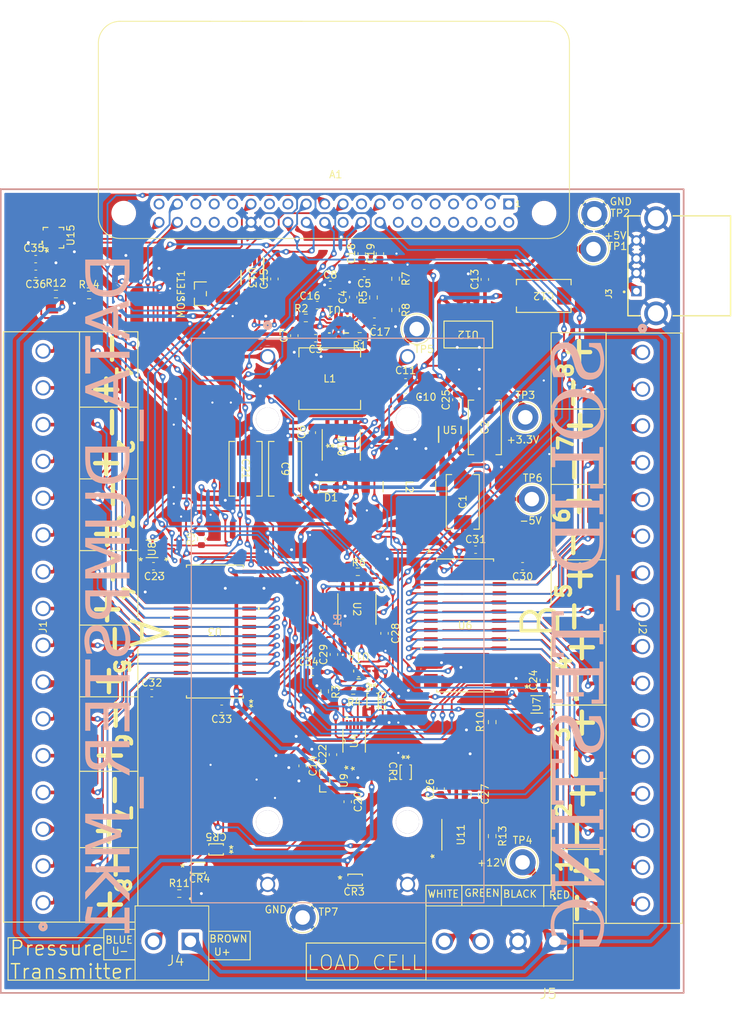
<source format=kicad_pcb>
(kicad_pcb (version 20221018) (generator pcbnew)
  (layers (0 "F.Cu" signal) (31 "B.Cu" signal) (34 "B.Paste" user) (35 "F.Paste" user) (36 "B.SilkS" user "B.Silkscreen") (37 "F.SilkS" user "F.Silkscreen") (38 "B.Mask" user) (39 "F.Mask" user) (44 "Edge.Cuts" user))
  (net 0 "")
  (net 1 "Net-(U5-CAP-)")
  (net 2 "Net-(U5-CAP+)")
  (net 3 "GND")
  (net 4 "-5V")
  (net 5 "Net-(J1-Pin_1)")
  (net 6 "Net-(J1-Pin_2)")
  (net 7 "Net-(J1-Pin_3)")
  (net 8 "Net-(J1-Pin_4)")
  (net 9 "Net-(J1-Pin_5)")
  (net 10 "Net-(J1-Pin_6)")
  (net 11 "Net-(J1-Pin_7)")
  (net 12 "Net-(J1-Pin_8)")
  (net 13 "Net-(J1-Pin_9)")
  (net 14 "Net-(J1-Pin_10)")
  (net 15 "Net-(J1-Pin_11)")
  (net 16 "Net-(J1-Pin_12)")
  (net 17 "Net-(J1-Pin_13)")
  (net 18 "Net-(J1-Pin_14)")
  (net 19 "Net-(J1-Pin_15)")
  (net 20 "Net-(J1-Pin_16)")
  (net 21 "Net-(J2-Pin_1)")
  (net 22 "Net-(J2-Pin_2)")
  (net 23 "Net-(J2-Pin_3)")
  (net 24 "Net-(J2-Pin_4)")
  (net 25 "Net-(J2-Pin_5)")
  (net 26 "Net-(J2-Pin_6)")
  (net 27 "Net-(J2-Pin_7)")
  (net 28 "Net-(J2-Pin_8)")
  (net 29 "Net-(J2-Pin_9)")
  (net 30 "Net-(J2-Pin_10)")
  (net 31 "Net-(J2-Pin_11)")
  (net 32 "Net-(J2-Pin_12)")
  (net 33 "Net-(J2-Pin_13)")
  (net 34 "Net-(J2-Pin_14)")
  (net 35 "Net-(J2-Pin_15)")
  (net 36 "Net-(J2-Pin_16)")
  (net 37 "/PRE-BOOST_LINE")
  (net 38 "+5V")
  (net 39 "Net-(D1-A)")
  (net 40 "Net-(MOSFET1-G)")
  (net 41 "Net-(MOSFET1-S)")
  (net 42 "Net-(U1-FSW)")
  (net 43 "Net-(U1-ILIM)")
  (net 44 "Net-(U14-1IN+)")
  (net 45 "Net-(U1-COMP)")
  (net 46 "Net-(C5-Pad1)")
  (net 47 "Net-(R6-Pad1)")
  (net 48 "Net-(R6-Pad2)")
  (net 49 "Net-(U1-FB)")
  (net 50 "/MOSI_LINE")
  (net 51 "/MISO_LINE")
  (net 52 "Net-(R13-Pad1)")
  (net 53 "Net-(R13-Pad2)")
  (net 54 "Net-(U1-VCC)")
  (net 55 "Net-(U1-BOOT)")
  (net 56 "/INA819ID_+IN_LINE")
  (net 57 "/THERMO_AMP_LINE")
  (net 58 "/INA819ID-IN_LINE")
  (net 62 "/MUX_A2")
  (net 63 "/MUX_A1")
  (net 64 "/MUX_A0")
  (net 65 "/U3_ENABLE")
  (net 66 "/ADC_U4_CS_LINE")
  (net 67 "Net-(U4-VA)")
  (net 68 "/LOAD_CELL_LINE")
  (net 69 "/PRESSURE_TRANSMITTER_LINE")
  (net 70 "/SCLK_LINE")
  (net 74 "/U6_ENABLE")
  (net 75 "/TEMPERATURE_SENSOR_U7_CS_LINE")
  (net 76 "+3.3V")
  (net 77 "/TEMPERATURE_SENSOR_U8_CS_LINE")
  (net 78 "Net-(U10-REF)")
  (net 79 "Net-(U10-SS)")
  (net 80 "Net-(U10-COMP)")
  (net 81 "+12V")
  (net 82 "Net-(U13-VCAPL)")
  (net 85 "Net-(U13-VCAPH)")
  (net 98 "/U15_CS_LINE")
  (net 100 "/U15_INTERRUPT")
  (net 111 "/D-")
  (net 112 "/D+")
  (net 113 "/Battery_Volt_Line")
  (net 114 "Net-(U14-OUT)")
  (net 117 "Thermal Pad")
  (footprint "DAQ:CONN16_TB007-508_CUD" (layer "F.Cu") (at 112.940253 105.839253 -90)
    (fp_text reference "J2")
    (fp_text value "Screw_Terminal_01x16")
  )
  (footprint "TestPoint:TestPoint_Loop_D3.80mm_Drill2.0mm" (layer "F.Cu") (at 97.663 126.111)
    (fp_text reference "TP6")
    (fp_text value "TestPoint")
  )
  (footprint "DAQ:CUI_TB007-508-02BE" (layer "F.Cu") (at 50.546 187.198 180)
    (fp_text reference "J4")
    (fp_text value "Pressure_Transmitter_Terminals")
  )
  (footprint "DAQ:TPSD336M020R0200_AVX" (layer "F.Cu") (at 88.138 126.492 90)
    (fp_text reference "C1")
    (fp_text value "33uF")
  )
  (footprint "DAQ:SOT23_DIO" (layer "F.Cu") (at 51.934199 97.737498 90)
    (fp_text reference "MOSFET1")
    (fp_text value "SI2312CDS-T1-GE3")
  )
  (footprint "Resistor_SMD:R_0603_1608Metric" (layer "F.Cu") (at 92.202 156.909 -90)
    (fp_text reference "R10")
    (fp_text value "10k")
  )
  (footprint "Capacitor_SMD:C_0603_1608Metric" (layer "F.Cu") (at 66.04 162.954 -90)
    (fp_text reference "C14")
    (fp_text value "1uF")
  )
  (footprint "Resistor_SMD:R_0603_1608Metric" (layer "F.Cu") (at 73.025 152.527 180)
    (fp_text reference "R4")
    (fp_text value "15.6k")
  )
  (footprint "Capacitor_SMD:C_0603_1608Metric" (layer "F.Cu") (at 45.466 135.382)
    (fp_text reference "C23")
    (fp_text value "0.1uF")
  )
  (footprint "DAQ:IND_IHLP-3232DZ_VIS" (layer "F.Cu") (at 69.7865 109.474)
    (fp_text reference "L1")
    (fp_text value "2.2uH")
  )
  (footprint "Capacitor_SMD:C_0603_1608Metric" (layer "F.Cu") (at 74.198 92.202 90)
    (fp_text reference "C18")
    (fp_text value "22uF")
  )
  (footprint "DAQ:USC_TOS" (layer "F.Cu") (at 73.286 178.689)
    (fp_text reference "CR3")
    (fp_text value "CUS08F30_H3F")
  )
  (footprint "Capacitor_SMD:C_0603_1608Metric" (layer "F.Cu") (at 62.144999 95.705498 90)
    (fp_text reference "C15")
    (fp_text value "220nf")
  )
  (footprint "Capacitor_SMD:C_0603_1608Metric" (layer "F.Cu") (at 67.818 103.886 180)
    (fp_text reference "C3")
    (fp_text value "0.1uF")
  )
  (footprint "DAQ:USC_TOS" (layer "F.Cu") (at 54.102 174.498 180)
    (fp_text reference "CR5")
    (fp_text value "CUS08F30_H3F")
  )
  (footprint "DAQ:ADA3708_RPI-ZERO" (layer "F.Cu") (at 70.358 86.614 180)
    (fp_text reference "A1")
    (fp_text value "ADA3708")
  )
  (footprint "DAQ:DW28_TEX" (layer "F.Cu") (at 88.467353 143.558253)
    (fp_text reference "U6")
    (fp_text value "MUX507IDWR")
  )
  (footprint "DAQ:TPSD336M020R0200_AVX" (layer "F.Cu") (at 63.627 121.92 -90)
    (fp_text reference "C9")
    (fp_text value "33uF")
  )
  (footprint "Capacitor_SMD:C_0603_1608Metric" (layer "F.Cu") (at 67.424 149.987 180)
    (fp_text reference "C34")
    (fp_text value "1uF")
  )
  (footprint "Capacitor_SMD:C_0603_1608Metric" (layer "F.Cu") (at 70.358 147.574 90)
    (fp_text reference "C29")
    (fp_text value "0.1uF")
  )
  (footprint "Capacitor_SMD:C_0603_1608Metric" (layer "F.Cu") (at 89.789 166.878 -90)
    (fp_text reference "C27")
    (fp_text value "0.1uF")
  )
  (footprint "Capacitor_SMD:C_0603_1608Metric" (layer "F.Cu") (at 64.897 103.537499 90)
    (fp_text reference "C7")
    (fp_text value "22uF")
  )
  (footprint "Resistor_SMD:R_0603_1608Metric" (layer "F.Cu") (at 92.202 172.657 -90)
    (fp_text reference "R13")
    (fp_text value "365")
  )
  (footprint "DAQ:IND_BOURNS_SRR6038" (layer "F.Cu") (at 80.772 124.3965 -90)
    (fp_text reference "L2")
    (fp_text value "18uH")
  )
  (footprint "Resistor_SMD:R_0603_1608Metric" (layer "F.Cu") (at 78.867 99.994499 -90)
    (fp_text reference "R8")
    (fp_text value "100k")
  )
  (footprint "DAQ:CONN16_TB007-508_CUD" (layer "F.Cu") (at 30.226 181.864 90)
    (fp_text reference "J1")
    (fp_text value "Screw_Terminal_01x16")
  )
  (footprint "Capacitor_SMD:C_0603_1608Metric" (layer "F.Cu") (at 85.09 166.116 90)
    (fp_text reference "C26")
    (fp_text value "0.1uF")
  )
  (footprint "DAQ:DW28_TEX" (layer "F.Cu") (at 53.9369 144.399 180)
    (fp_text reference "U3")
    (fp_text value "MUX507IDWR")
  )
  (footprint "DAQ:MP04A" (layer "F.Cu") (at 88.9 103.378 180)
    (fp_text reference "U12")
    (fp_text value "LM3940IMP-3.3/NOPB")
  )
  (footprint "DAQ:D8_TEX" (layer "F.Cu") (at 87.884 172.466 90)
    (fp_text reference "U11")
    (fp_text value "INA819ID")
  )
  (footprint "Resistor_SMD:R_0603_1608Metric" (layer "F.Cu") (at 69.088 152.654 90)
    (fp_text reference "R3")
    (fp_text value "1.3K")
  )
  (footprint "Resistor_SMD:R_0603_1608Metric" (layer "F.Cu") (at 73.66 136.144 180)
    (fp_text reference "R6")
    (fp_text value "500")
  )
  (footprint "Capacitor_SMD:C_0603_1608Metric" (layer "F.Cu") (at 73.025 98.216499 90)
    (fp_text reference "C4")
    (fp_text value "4.7nF")
  )
  (footprint "DAQ:DBV0006A_N" (layer "F.Cu") (at 86.36 116.586 90)
    (fp_text reference "U5")
    (fp_text value "LM2664M6X/NOPB")
  )
  (footprint "DAQ:SC70-6_DCK_TEX" (layer "F.Cu") (at 98.354303 154.465254)
    (fp_text reference "U7")
    (fp_text value "TMP126NDCKR")
  )
  (footprint "Capacitor_SMD:C_0603_1608Metric" (layer "F.Cu") (at 99.314 151.117 90)
    (fp_text reference "C24")
    (fp_text value "0.1uF")
  )
  (footprint "DAQ:GCT_USB1130-15-A_REVA" (layer "F.Cu") (at 114.808 93.887 90)
    (fp_text reference "J3")
    (fp_text value "USB1130-15-A_REVA")
  )
  (footprint "Capacitor_SMD:C_0603_1608Metric" (layer "F.Cu") (at 80.251 109.982 180)
    (fp_text reference "C11")
    (fp_text value "0.047uF")
  )
  (footprint "TestPoint:TestPoint_Loop_D3.80mm_Drill2.0mm" (layer "F.Cu") (at 66.04 183.896)
    (fp_text reference "TP7")
    (fp_text value "TestPoint")
  )
  (footprint "Capacitor_SMD:C_0603_1608Metric" (layer "F.Cu") (at 45.225 152.908)
    (fp_text reference "C32")
    (fp_text value "0.1uF")
  )
  (footprint "Capacitor_SMD:C_0603_1608Metric" (layer "F.Cu") (at 29.223 94.996 180)
    (fp_text reference "C36")
    (fp_text value "4.7uF")
  )
  (footprint "Capacitor_SMD:C_0603_1608Metric" (layer "F.Cu") (at 68.059 99.314)
    (fp_text reference "C16")
    (fp_text value "0.1uF")
  )
  (footprint "DAQ:SC70-6_DCK_TEX" (layer "F.Cu") (at 45.26255 132.983999 180)
    (fp_text reference "U8")
    (fp_text value "TMP126NDCKR" hide)
  )
  (footprint "Resistor_SMD:R_0603_1608Metric" (layer "F.Cu") (at 36.576 97.917)
    (fp_text reference "R14")
    (fp_text value "100k")
  )
  (footprint "Capacitor_SMD:C_0603_1608Metric" (layer "F.Cu") (at 72.263 167.907 -90)
    (fp_text reference "C20")
    (fp_text value "0.47uF")
  )
  (footprint "TestPoint:TestPoint_Loop_D3.80mm_Drill2.0mm" (layer "F.Cu") (at 106.172 91.567 90)
    (fp_text reference "TP1")
    (fp_text value "TestPoint")
  )
  (footprint "TestPoint:TestPoint_Loop_D3.80mm_Drill2.0mm" (layer "F.Cu") (at 81.788 102.616)
    (fp_text reference "TP5")
    (fp_text value "TestPoint")
  )
  (footprint "DAQ:TPSD336M020R0200_AVX" (layer "F.Cu") (at 91.186 116.205 90)
    (fp_text reference "C2")
    (fp_text value "33uF")
  )
  (footprint "Capacitor_SMD:C_0603_1608Metric" (layer "F.Cu") (at 80.251 112.014 180)
    (fp_text reference "C10")
    (fp_text value "0.1uF")
  )
  (footprint "Capacitor_SMD:C_0603_1608Metric" (layer "F.Cu") (at 67.31 116.9292 -90)
    (fp_text reference "C6")
    (fp_text value "0.001uF")
  )
  (footprint "DAQ:D8" (layer "F.Cu") (at 71.374 118.618 -90)
    (fp_text reference "U10")
    (fp_text value "TPS6734IDR")
  )
  (footprint "Capacitor_SMD:C_0603_1608Metric" (layer "F.Cu") (at 77.343 144.653 90)
    (fp_text reference "C28")
    (fp_text value "0.1uF")
  )
  (footprint "DAQ:TPSD336M020R0200_AVX" (layer "F.Cu") (at 99.314 98.044 180)
    (fp_text reference "C12")
    (fp_text value "33uF")
  )
  (footprint "DAQ:D8_TEX" (layer "F.Cu") (at 73.533 141.29385 -90)
    (fp_text reference "U2")
    (fp_text value "INA819ID")
  )
  (footprint "Capacitor_SMD:C_0603_1608Metric" (layer "F.Cu") (at 69.85 96.52 180)
    (fp_text reference "C8")
    (fp_text value "22uF")
  )
  (footprint "Resistor_SMD:R_0603_1608Metric" (layer "F.Cu") (at 66.485 101.092 180)
    (fp_text reference "R2")
    (fp_text value "200k")
  )
  (footprint "DAQ:DBZ3" (layer "F.Cu") (at 69.088 165.034001 90)
    (fp_text reference "U9")
    (fp_text value "REF3133AIDBZR")
  )
  (footprint "DAQ:USC_TOS" (layer "F.Cu") (at 80.264 163.83 -90)
    (fp_text reference "CR1")
    (fp_text value "CUS08F30_H3F")
  )
  (footprint "Capacitor_SMD:C_0603_1608Metric" (layer "F.Cu") (at 89.916 133.096)
    (fp_text reference "C31")
    (fp_text value "0.1uF")
  )
  (footprint "DAQ:MUB10A" (layer "F.Cu") (at 73.152 159.512 90)
    (fp_text reference "U4")
    (fp_text value "ADC124S051CIMMX/NOPB")
  )
  (footprint "DAQ:DCK5" (layer "F.Cu") (at 73.787 149.86 180)
    (fp_text reference "U14")
    (fp_text value "LMV321IDCKR")
  )
  (footprint "Resistor_SMD:R_0603_1608Metric" (layer "F.Cu") (at 73.914 103.632)
    (fp_text reference "R1")
    (fp_text value "300k")
  )
  (footprint "DAQ:HLGA10_2P5X2P5_STM" (layer "F.Cu") (at 31.658001 90.0049 90)
    (fp_text reference "U15")
    (fp_text value "LPS25HBTR")
  )
  (footprint "DAQ:CUI_TB007-508-04BE" (layer "F.Cu") (at 100.838 187.198 180)
    (fp_text reference "J5")
    (fp_text value "Load_Cell_terminal")
  )
  (footprint "Resistor_SMD:R_0603_1608Metric" (layer "F.Cu") (at 78.867 95.676499 -90)
    (fp_text reference "R7")
    (fp_text value "312k")
  )
  (footprint "Capacitor_SMD:C_0603_1608Metric" (layer "F.Cu") (at 91.186 95.771 -90)
    (fp_text reference "C13")
    (fp_text value "0.47uF")
  )
  (footprint "TestPoint:TestPoint_Loop_D3.80mm_Drill2.0mm" (layer "F.Cu") (at 96.774 114.808)
    (fp_text reference "TP3")
    (fp_text value "TestPoint")
  )
  (footprint "Capacitor_SMD:C_0603_1608Metric" (layer "F.Cu") (at 74.549 94.901499 180)
    (fp_text reference "C5")
    (fp_text value "4.7nF")
  )
  (footprint "Capacitor_SMD:C_0603_1608Metric" (layer "F.Cu") (at 87.249 112.395 90)
    (fp_text reference "C25")
    (fp_text value "0.1uF")
  )
  (footprint "DAQ:USC_TOS" (layer "F.Cu") (at 51.562 177.038)
    (fp_text reference "CR4")
    (fp_text value "CUS08F30_H3F")
  )
  (footprint "Diode_SMD:D_0603_1608Metric" (layer "F.Cu") (at 69.85 124.46)
    (fp_text reference "D1")
    (fp_text value "300mA,40V")
  )
  (footprint "Capacitor_SMD:C_0603_1608Metric" (layer "F.Cu") (at 75.946 101.6 180)
    (fp_text reference "C17")
    (fp_text value "2.2uF1")
  )
  (footprint "DAQ:DGK0008A_N" (layer "F.Cu") (at 59.096999 95.512496 -90)
    (fp_text reference "U13")
    (fp_text value "LM74610QDGKRQ1")
  )
  (footprint "DAQ:TPSD336M020R0200_AVX" (layer "F.Cu") (at 58.166 121.92 -90)
    (fp_text reference "C21")
    (fp_text value "33uF")
  )
  (footprint "Capacitor_SMD:C_0603_1608Metric" (layer "F.Cu") (at 76.708 92.202 90)
    (fp_text reference "C19")
    (fp_text value "22uF")
  )
  (footprint "Resistor_SMD:R_0603_1608Metric" (layer "F.Cu") (at 49.022 180.594)
    (fp_text reference "R11")
    (fp_text value "165")
  )
  (footprint "Capacitor_SMD:C_0603_1608Metric" (layer "F.Cu") (at 54.877 155.067 180)
    (fp_text reference "C33")
    (fp_text value "0.1uF")
  )
  (footprint "TestPoint:TestPoint_Loop_D3.80mm_Drill2.0mm" (layer "F.Cu") (at 96.393 176.276)
    (fp_text reference "TP4")
    (fp_text value "TestPoint")
  )
  (footprint "TestPoint:TestPoint_Loop_D3.80mm_Drill2.0mm" (layer "F.Cu") (at 106.299 86.741)
    (fp_text reference "TP2")
    (fp_text value "TestPoint")
  )
  (footprint "Resistor_SMD:R_0603_1608Metric" (layer "F.Cu") (at 75.819 98.266499 90)
    (fp_text reference "R5")
    (fp_text value "17.4k")
  )
  (footprint "DAQ:USC_TOS" (layer "F.Cu") (at 75.692 153.924 -90)
    (fp_text reference "CR2")
    (fp_text value "CUS08F30_H3F")
  )
  (footprint "DAQ:RNR0011A" (layer "F.Cu") (at 70.993 102.0145 180)
    (fp_text reference "U1")
    (fp_text value "TPS61089RNRR")
  )
  (footprint "Capacitor_SMD:C_0603_1608Metric" (layer "F.Cu") (at 70.231 161.404 90)
    (fp_text reference "C22")
    (fp_text value "0.1uF")
  )
  (footprint "Resistor_SMD:R_0603_1608Metric" (layer "F.Cu") (at 52.07 131.636 90)
    (fp_text reference "R9")
    (fp_text value "10k")
  )
  (footprint "Capacitor_SMD:C_0603_1608Metric" (layer "F.Cu") (at 96.393 135.382 180)
    (fp_text reference "C30")
    (fp_text value "0.1uF")
  )
  (footprint "Capacitor_SMD:C_0603_1608Metric" (layer "F.Cu") (at 29.21 92.964 180)
    (fp_text reference "C35")
    (fp_text value "100nF")
  )
  (footprint "Resistor_SMD:R_0603_1608Metric" (layer "F.Cu") (at 32.004 97.79 180)
    (fp_text reference "R12")
    (fp_text value "300k")
  )
  (footprint "DAQ:BK-18650-PC4_MPD" (layer "B.Cu") (at 61.217998 106.42798 -90)
    (fp_text reference "B1")
    (fp_text value "BK-18650-PC4")
  )
  (gr_rect (start 24.384 83.312) (end 118.618 194.31) (stroke (width 0.2)) (fill none) (layer "F.Cu"))
  (gr_line (start 43.307 133.223) (end 43.307 142.494) (stroke (width 0.15)) (layer "F.SilkS"))
  (gr_line (start 100.33 164.719) (end 107.95 164.719) (stroke (width 0.15)) (layer "F.SilkS"))
  (gr_line (start 43.307 113.411) (end 35.306 113.411) (stroke (width 0.15)) (layer "F.SilkS"))
  (gr_line (start 42.799 189.738) (end 42.926 189.738) (stroke (width 0.15)) (layer "F.SilkS"))
  (gr_line (start 100.33 113.665) (end 107.95 113.665) (stroke (width 0.15)) (layer "F.SilkS"))
  (gr_line (start 99.314 179.451) (end 100.33 179.451) (stroke (width 0.15)) (layer "F.SilkS"))
  (gr_line (start 43.307 174.244) (end 35.306 174.244) (stroke (width 0.15)) (layer "F.SilkS"))
  (gr_line (start 66.548 192.532) (end 83.058 192.532) (stroke (width 0.15)) (layer "F.SilkS"))
  (gr_line (start 99.314 182.372) (end 99.314 179.451) (stroke (width 0.15)) (layer "F.SilkS"))
  (gr_line (start 38.608 186.69) (end 38.608 185.547) (stroke (width 0.15)) (layer "F.SilkS"))
  (gr_line (start 43.307 163.703) (end 35.306 163.703) (stroke (width 0.15)) (layer "F.SilkS"))
  (gr_line (start 58.801 189.738) (end 53.086 189.738) (stroke (width 0.15)) (layer "F.SilkS"))
  (gr_line (start 107.95 154.559) (end 100.33 154.559) (stroke (width 0.15)) (layer "F.SilkS"))
  (gr_line (start 66.548 187.423) (end 66.548 192.532) (stroke (width 0.15)) (layer "F.SilkS"))
  (gr_line (start 100.33 113.665) (end 100.33 103.124) (stroke (width 0.15)) (layer "F.SilkS"))
  (gr_line (start 100.33 154.559) (end 107.95 154.559) (stroke (width 0.15)) (layer "F.SilkS"))
  (gr_line (start 100.33 174.498) (end 100.33 164.719) (stroke (width 0.15)) (layer "F.SilkS"))
  (gr_line (start 35.2546 102.997) (end 43.307 102.997) (stroke (width 0.15)) (layer "F.SilkS"))
  (gr_line (start 103.378 179.451) (end 103.378 182.298) (stroke (width 0.15)) (layer "F.SilkS"))
  (gr_line (start 43.307 102.997) (end 43.307 113.411) (stroke (width 0.15)) (layer "F.SilkS"))
  (gr_line (start 43.307 123.317) (end 35.306 123.317) (stroke (width 0.15)) (layer "F.SilkS"))
  (gr_line (start 43.307 123.317) (end 43.307 133.223) (stroke (width 0.15)) (layer "F.SilkS"))
  (gr_line (start 43.307 153.416) (end 35.306 153.416) (stroke (width 0.15)) (layer "F.SilkS"))
  (gr_line (start 43.307 163.703) (end 43.307 174.244) (stroke (width 0.15)) (layer "F.SilkS"))
  (gr_line (start 100.33 140.589) (end 100.33 134.493) (stroke (width 0.15)) (layer "F.SilkS"))
  (gr_line (start 83.058 182.298) (end 83.058 179.451) (stroke (width 0.15)) (layer "F.SilkS"))
  (gr_line (start 43.307 153.416) (end 43.307 163.703) (stroke (width 0.15)) (layer "F.SilkS"))
  (gr_line (start 42.037 143.51) (end 35.2546 143.51) (stroke (width 0.15)) (layer "F.SilkS"))
  (gr_line (start 25.4 186.69) (end 38.608 186.69) (stroke (width 0.15)) (layer "F.SilkS"))
  (gr_line (start 83.058 187.423) (end 66.548 187.423) (stroke (width 0.15)) (layer "F.SilkS"))
  (gr_line (start 100.33 134.493) (end 100.33 124.079) (stroke (width 0.15)) (layer "F.SilkS"))
  (gr_line (start 100.33 124.079) (end 107.823 124.079) (stroke (width 0.15)) (layer "F.SilkS"))
  (gr_line (start 100.33 174.498) (end 100.33 179.451) (stroke (width 0.15)) (layer "F.SilkS"))
  (gr_line (start 25.4 192.548) (end 25.4 186.69) (stroke (width 0.15)) (layer "F.SilkS"))
  (gr_line (start 35.2546 184.531) (end 42.799 184.531) (stroke (width 0.15)) (layer "F.SilkS"))
  (gr_line (start 100.33 154.559) (end 100.33 145.161) (stroke (width 0.15)) (layer "F.SilkS"))
  (gr_line (start 100.33 179.451) (end 83.058 179.451) (stroke (width 0.15)) (layer "F.SilkS"))
  (gr_line (start 38.608 185.547) (end 42.926 185.547) (stroke (width 0.15)) (layer "F.SilkS"))
  (gr_line (start 100.33 179.451) (end 103.378 179.451) (stroke (width 0.15)) (layer "F.SilkS"))
  (gr_line (start 107.95 174.498) (end 100.33 174.498) (stroke (width 0.15)) (layer "F.SilkS"))
  (gr_line (start 43.307 146.812) (end 43.307 153.416) (stroke (width 0.15)) (layer "F.SilkS"))
  (gr_line (start 107.95 113.665) (end 100.33 113.665) (stroke (width 0.15)) (layer "F.SilkS"))
  (gr_line (start 38.608 189.738) (end 42.799 189.738) (stroke (width 0.15)) (layer "F.SilkS"))
  (gr_line (start 88.011 179.451) (end 88.011 182.245) (stroke (width 0.15)) (layer "F.SilkS"))
  (gr_line (start 100.33 164.719) (end 100.33 154.559) (stroke (width 0.15)) (layer "F.SilkS"))
  (gr_line (start 43.307 174.244) (end 43.307 182.298) (stroke (width 0.15)) (layer "F.SilkS"))
  (gr_line (start 58.801 185.801) (end 58.801 189.738) (stroke (width 0.15)) (layer "F.SilkS"))
  (gr_line (start 43.307 113.411) (end 43.307 123.317) (stroke (width 0.15)) (layer "F.SilkS"))
  (gr_line (start 43.307 133.223) (end 35.306 133.223) (stroke (width 0.15)) (layer "F.SilkS"))
  (gr_line (start 42.926 192.548) (end 25.4 192.548) (stroke (width 0.15)) (layer "F.SilkS"))
  (gr_line (start 100.33 124.079) (end 100.33 113.665) (stroke (width 0.15)) (layer "F.SilkS"))
  (gr_line (start 100.33 134.493) (end 107.823 134.493) (stroke (width 0.15)) (layer "F.SilkS"))
  (gr_line (start 107.911653 184.706253) (end 103.378 184.706253) (stroke (width 0.15)) (layer "F.SilkS"))
  (gr_line (start 53.086 185.801) (end 58.801 185.801) (stroke (width 0.15)) (layer "F.SilkS"))
  (gr_line (start 93.472 182.245) (end 93.472 179.451) (stroke (width 0.15)) (layer "F.SilkS"))
  (gr_line (start 100.33 103.124) (end 107.911653 103.124) (stroke (width 0.15)) (layer "F.SilkS"))
  (gr_line (start 107.95 164.719) (end 100.33 164.719) (stroke (width 0.15)) (layer "F.SilkS"))
  (gr_line (start 101.981 144.399) (end 107.911653 144.399) (stroke (width 0.15)) (layer "F.SilkS"))
  (gr_line (start 38.608 186.69) (end 38.608 189.738) (stroke (width 0.15)) (layer "F.SilkS"))
  (gr_rect (start 24.384 83.312) (end 118.618 194.31) (stroke (width 0.1)) (fill none) (layer "Edge.Cuts"))
  (gr_text "SOLID_TESTING" (at 108.712 103.632 90) (layer "B.SilkS") (effects (font (size 7 7) (thickness 0.5)) (justify left bottom mirror)))
  (gr_text "DATA_DUMPSTER_MK1\n" (at 43.18 92.202 90) (layer "B.SilkS") (effects (font (size 6 6) (thickness 0.5)) (justify left bottom mirror)))
  (gr_text "4" (at 103.251 150.114 90) (layer "F.SilkS") (effects (font (size 2 2) (thickness 0.5)) (justify left bottom)))
  (gr_text "-" (at 41.91 128.143 90) (layer "F.SilkS") (effects (font (size 4 4) (thickness 0.6)) (justify left bottom)))
  (gr_text "-" (at 101.854 169.545 -90) (layer "F.SilkS") (effects (font (size 4 4) (thickness 0.6)) (justify left bottom)))
  (gr_text "8" (at 103.505 109.601 90) (layer "F.SilkS") (effects (font (size 2 2) (thickness 0.5)) (justify left bottom)))
  (gr_text "+" (at 36.068 123.19) (layer "F.SilkS") (effects (font (size 4 4) (thickness 0.6)) (justify left bottom)))
  (gr_text "Pressure\nTransmitter" (at 25.527 192.532) (layer "F.SilkS") (effects (font (size 2 2) (thickness 0.2) bold) (justify left bottom)))
  (gr_text "-" (at 101.727 149.352 -90) (layer "F.SilkS") (effects (font (size 4 4) (thickness 0.6)) (justify left bottom)))
  (gr_text "5" (at 39.878 147.955 270) (layer "F.SilkS") (effects (font (size 2 2) (thickness 0.5)) (justify left bottom)))
  (gr_text "+" (at 108.077 175.387 180) (layer "F.SilkS") (effects (font (size 4 4) (thickness 0.6)) (justify left bottom)))
  (gr_text locked "LOAD CELL" (at 66.548 191.3255) (layer "F.SilkS") (effects (font (size 2 2)) (justify left bottom)))
  (gr_text "+" (at 107.442 144.526 180) (layer "F.SilkS") (effects (font (size 4 4) (thickness 0.6)) (justify left bottom)))
  (gr_text "+" (at 107.188 113.919 180) (layer "F.SilkS") (effects (font (size 4 4) (thickness 0.6)) (justify left bottom)))
  (gr_text "GREEN" (at 88.265 181.102) (layer "F.SilkS") (effects (font (size 1 1)) (justify left bottom)))
  (gr_text "GND" (at 108.331 85.598) (layer "F.SilkS") (effects (font (size 1 1)) (justify left bottom)))
  (gr_text "-" (at 101.854 179.705 -90) (layer "F.SilkS") (effects (font (size 4 4) (thickness 0.6)) (justify left bottom)))
  (gr_text "2" (at 103.251 170.307 90) (layer "F.SilkS") (effects (font (size 2 2) (thickness 0.5)) (justify left bottom)))
  (gr_text "-" (at 101.346 108.585 -90) (layer "F.SilkS") (effects (font (size 4 4) (thickness 0.6)) (justify left bottom)))
  (gr_text "2" (at 40.386 117.602 270) (layer "F.SilkS") (effects (font (size 2 2) (thickness 0.5)) (justify left bottom)))
  (gr_text "-" (at 41.783 108.204 90) (layer "F.SilkS") (effects (font (size 4 4) (thickness 0.6)) (justify left bottom)))
  (gr_text "U-" (at 39.624 189.103) (layer "F.SilkS") (effects (font (size 1 1)) (justify left bottom)))
  (gr_text "+" (at 107.061 124.333 180) (layer "F.SilkS") (effects (font (size 4 4) (thickness 0.6)) (justify left bottom)))
  (gr_text "+" (at 107.442 154.94 180) (layer "F.SilkS") (effects (font (size 4 4) (thickness 0.6)) (justify left bottom)))
  (gr_text "U+" (at 53.721 189.23) (layer "F.SilkS") (effects (font (size 1 1)) (justify left bottom)))
  (gr_text "+" (at 36.195 143.383) (layer "F.SilkS") (effects (font (size 4 4) (thickness 0.6)) (justify left bottom)))
  (gr_text "B" (at 101.854 145.796 90) (layer "F.SilkS") (effects (font (size 5 5) (thickness 0.5)) (justify left bottom)))
  (gr_text "3" (at 40.386 128.016 270) (layer "F.SilkS") (effects (font (size 2 2) (thickness 0.5)) (justify left bottom)))
  (gr_text "7" (at 103.505 119.634 90) (layer "F.SilkS") (effects (font (size 2 2) (thickness 0.5)) (justify left bottom)))
  (gr_text "-" (at 101.727 159.766 -90) (layer "F.SilkS") (effects (font (size 4 4) (thickness 0.6)) (justify left bottom)))
  (gr_text "6" (at 102.997 129.667 90) (layer "F.SilkS") (effects (font (size 2 2) (thickness 0.5)) (justify left bottom)))
  (gr_text "RED\n" (at 99.949 181.356) (layer "F.SilkS") (effects (font (size 1 1)) (justify left bottom)))
  (gr_text "-" (at 42.291 179.324 90) (layer "F.SilkS") (effects (font (size 4 4) (thickness 0.6)) (justify left bottom)))
  (gr_text "5" (at 103.251 140.081 90) (layer "F.SilkS") (effects (font (size 2 2) (thickness 0.5)) (justify left bottom)))
  (gr_text "+3.3V\n" (at 94.107 118.491) (layer "F.SilkS") (effects (font (size 1 1)) (justify left bottom)))
  (gr_text "-" (at 42.164 169.164 90) (layer "F.SilkS") (effects (font (size 4 4) (thickness 0.6)) (justify left bottom)))
  (gr_text "+" (at 107.061 103.759 180) (layer "F.SilkS") (effects (font (size 4 4) (thickness 0.6)) (justify left bottom)))
  (gr_text "+5V" (at 107.569 90.297) (layer "F.SilkS") (effects (font (size 1 1)) (justify left bottom)))
  (gr_text "A" (at 41.783 142.113 270) (layer "F.SilkS") (effects (font (size 5 5) (thickness 0.5)) (justify left bottom)))
  (gr_text "+12V\n" (at 90.043 176.911) (layer "F.SilkS") (effects (font (size 1 1)) (justify left bottom)))
  (gr_text "+" (at 36.068 113.03) (layer "F.SilkS") (effects (font (size 4 4) (thickness 0.6)) (justify left bottom)))
  (gr_text "+" (at 36.576 184.15) (layer "F.SilkS") (effects (font (size 4 4) (thickness 0.6)) (justify left bottom)))
  (gr_text "BROWN" (at 53.086 187.423) (layer "F.SilkS") (effects (font (size 1 1)) (justify left bottom)))
  (gr_text "-" (at 101.473 118.745 -90) (layer "F.SilkS") (effects (font (size 4 4) (thickness 0.6)) (justify left bottom)))
  (gr_text "+" (at 36.195 132.969) (layer "F.SilkS") (effects (font (size 4 4) (thickness 0.6)) (justify left bottom)))
  (gr_text "1" (at 40.132 107.442 270) (layer "F.SilkS") (effects (font (size 2 2) (thickness 0.5)) (justify left bottom)))
  (gr_text "4" (at 40.386 137.795 270) (layer "F.SilkS") (effects (font (size 2 2) (thickness 0.5)) (justify left bottom)))
  (gr_text "BLACK" (at 93.599 181.229) (layer "F.SilkS") (effects (font (size 1 1)) (justify left bottom)))
  (gr_text "7" (at 40.132 168.148 270) (layer "F.SilkS") (effects (font (size 2 2) (thickness 0.5)) (justify left bottom)))
  (gr_text "-" (at 41.91 138.557 90) (layer "F.SilkS") (effects (font (size 4 4) (thickness 0.6)) (justify left bottom)))
  (gr_text "+" (at 36.576 163.576) (layer "F.SilkS") (effects (font (size 4 4) (thickness 0.6)) (justify left bottom)))
  (gr_text "-" (at 101.473 139.446 -90) (layer "F.SilkS") (effects (font (size 4 4) (thickness 0.6)) (justify left bottom)))
  (gr_text "WHITE" (at 83.185 181.229) (layer "F.SilkS") (effects (font (size 1 1)) (justify left bottom)))
  (gr_text "BLUE" (at 38.735 187.579) (layer "F.SilkS") (effects (font (size 1 1)) (justify left bottom)))
  (gr_text "GND" (at 60.706 183.388) (layer "F.SilkS") (effects (font (size 1 1)) (justify left bottom)))
  (gr_text "-" (at 41.783 118.364 90) (layer "F.SilkS") (effects (font (size 4 4) (thickness 0.6)) (justify left bottom)))
  (gr_text "+" (at 107.188 134.62 180) (layer "F.SilkS") (effects (font (size 4 4) (thickness 0.6)) (justify left bottom)))
  (gr_text "-" (at 42.291 158.75 90) (layer "F.SilkS") (effects (font (size 4 4) (thickness 0.6)) (justify left bottom)))
  (gr_text "+" (at 36.449 153.289) (layer "F.SilkS") (effects (font (size 4 4) (thickness 0.6)) (justify left bottom)))
  (gr_text "-" (at 42.164 148.463 90) (layer "F.SilkS") (effects (font (size 4 4) (thickness 0.6)) (justify left bottom)))
  (gr_text "1" (at 103.378 177.927 90) (layer "F.SilkS") (effects (font (size 2 2) (thickness 0.5)) (justify left bottom)))
  (gr_text "-" (at 101.346 129.159 -90) (layer "F.SilkS") (effects (font (size 4 4) (thickness 0.6)) (justify left bottom)))
  (gr_text "8" (at 40.005 178.181 270) (layer "F.SilkS") (effects (font (size 2 2) (thickness 0.5)) (justify left bottom)))
  (gr_text "+" (at 107.569 164.719 180) (layer "F.SilkS") (effects (font (size 4 4) (thickness 0.6)) (justify left bottom)))
  (gr_text "6" (at 40.132 158.242 270) (layer "F.SilkS") (effects (font (size 2 2) (thickness 0.5)) (justify left bottom)))
  (gr_text "-5V" (at 95.885 129.667) (layer "F.SilkS") (effects (font (size 1 1)) (justify left bottom)))
  (gr_text "3" (at 102.997 159.893 90) (layer "F.SilkS") (effects (font (size 2 2) (thickness 0.5)) (justify left bottom)))
  (gr_text "+" (at 36.449 173.99) (layer "F.SilkS") (effects (font (size 4 4) (thickness 0.6)) (justify left bottom)))
  (segment (start 89.4984 120.712) (end 88.708 120.712) (width 0.5) (layer "F.Cu") (net 1))
  (segment (start 88.708 120.712) (end 87.309998 119.313998) (width 0.5) (layer "F.Cu") (net 1))
  (segment (start 91.186 119.0244) (end 89.4984 120.712) (width 0.5) (layer "F.Cu") (net 1))
  (segment (start 87.309998 119.313998) (end 87.309998 117.961001) (width 0.5) (layer "F.Cu") (net 1))
  (segment (start 91.274 113.2976) (end 91.186 113.3856) (width 0.5) (layer "F.Cu") (net 2))
  (segment (start 85.409999 115.211001) (end 85.409999 112.023173) (width 0.5) (layer "F.Cu") (net 2))
  (segment (start 90.971 110.021) (end 91.274 110.324) (width 0.5) (layer "F.Cu") (net 2))
  (segment (start 87.412172 110.021) (end 90.971 110.021) (width 0.5) (layer "F.Cu") (net 2))
  (segment (start 91.274 110.324) (end 91.274 113.2976) (width 0.5) (layer "F.Cu") (net 2))
  (segment (start 91.821 112.7506) (end 91.186 113.3856) (width 0.25) (layer "F.Cu") (net 2))
  (segment (start 85.409999 112.023173) (end 87.412172 110.021) (width 0.5) (layer "F.Cu") (net 2))
  (segment (start 49.230533 128.569467) (end 49.230533 131.363467) (width 0.25) (layer "F.Cu") (net 3))
  (segment (start 64.581999 165.034001) (end 62.23 167.386) (width 0.25) (layer "F.Cu") (net 3))
  (segment (start 75.0315 128.1685) (end 75.0315 127.8004) (width 0.25) (layer "F.Cu") (net 3))
  (segment (start 66.04 165.034001) (end 65.532 165.034001) (width 0.25) (layer "F.Cu") (net 3))
  (segment (start 71.589595 149.263405) (end 69.47 151.383) (width 0.25) (layer "F.Cu") (net 3))
  (segment (start 49.784 102.616) (end 49.784 99.314) (width 0.25) (layer "F.Cu") (net 3))
  (segment (start 94.269353 152.549658) (end 95.504 151.315011) (width 0.25) (layer "F.Cu") (net 3))
  (segment (start 84.836 119.888) (end 83.82 119.888) (width 0.25) (layer "F.Cu") (net 3))
  (segment (start 61.251 130.81) (end 61.251 133.059) (width 0.3) (layer "F.Cu") (net 3))
  (segment (start 82.55 132.08) (end 82.296 132.08) (width 0.25) (layer "F.Cu") (net 3))
  (segment (start 97.230353 154.495252) (end 95.086352 154.495252) (width 0.25) (layer "F.Cu") (net 3))
  (segment (start 48.26 126.746) (end 48.26 127.508) (width 0.25) (layer "F.Cu") (net 3))
  (segment (start 49.847 180.594) (end 52.07 180.594) (width 0.3) (layer "F.Cu") (net 3))
  (segment (start 58.928 116.332) (end 58.121339 116.332) (width 0.3) (layer "F.Cu") (net 3))
  (segment (start 88.9 106.5784) (end 89.0016 106.5784) (width 0.25) (layer "F.Cu") (net 3))
  (segment (start 71.501 98.965499) (end 71.501 99.994499) (width 0.5) (layer "F.Cu") (net 3))
  (segment (start 87.249 111.62) (end 88.431 111.62) (width 0.25) (layer "F.Cu") (net 3))
  (segment (start 88.9 106.934) (end 87.63 108.204) (width 0.25) (layer "F.Cu") (net 3))
  (segment (start 77.343 146.939) (end 77.47 147.066) (width 0.25) (layer "F.Cu") (net 3))
  (segment (start 61.251 133.059) (end 60.96 133.35) (width 0.3) (layer "F.Cu") (net 3))
  (segment (start 77.851 118.745) (end 75.565 118.745) (width 0.25) (layer "F.Cu") (net 3))
  (segment (start 33.200899 90.604899) (end 34.544 91.948) (width 0.25) (layer "F.Cu") (net 3))
  (segment (start 54.737 105.41) (end 60.303607 105.41) (width 0.25) (layer "F.Cu") (net 3))
  (segment (start 68.1233 151.7777) (end 68.009 151.892) (width 0.25) (layer "F.Cu") (net 3))
  (segment (start 89.789 166.103) (end 89.789 161.925) (width 0.5) (layer "F.Cu") (net 3))
  (segment (start 88.646 157.988) (end 83.945092 157.988) (width 0.5) (layer "F.Cu") (net 3))
  (segment (start 78.867 102.280499) (end 77.401499 102.280499) (width 0.25) (layer "F.Cu") (net 3))
  (segment (start 95.086352 154.495252) (end 94.690353 154.099253) (width 0.25) (layer "F.Cu") (net 3))
  (segment (start 58.121339 116.332) (end 56.134 114.344661) (width 0.3) (layer "F.Cu") (net 3))
  (segment (start 83.945092 157.988) (end 79.310546 153.353454) (width 0.5) (layer "F.Cu") (net 3))
  (segment (start 88.9 106.5784) (end 88.9 106.68) (width 0.25) (layer "F.Cu") (net 3))
  (segment (start 85.409999 119.314001) (end 84.836 119.888) (width 0.25) (layer "F.Cu") (net 3))
  (segment (start 73.66 164.592) (end 73.152 164.084) (width 0.25) (layer "F.Cu") (net 3))
  (segment (start 51.308 128.016) (end 53.086 128.016) (width 0.25) (layer "F.Cu") (net 3))
  (segment (start 53.086 128.016) (end 53.34 128.27) (width 0.25) (layer "F.Cu") (net 3))
  (segment (start 73.025 97.441499) (end 73.025 96.647) (width 0.5) (layer "F.Cu") (net 3))
  (segment (start 64.897 105.810499) (end 64.884 105.823499) (width 0.25) (layer "F.Cu") (net 3))
  (segment (start 56.134 114.344661) (end 56.134 112.776) (width 0.3) (layer "F.Cu") (net 3))
  (segment (start 99.314 109.728) (end 98.5012 109.728) (width 0.5) (layer "F.Cu") (net 3))
  (segment (start 43.692653 96.016653) (end 45.475306 94.234) (width 0.25) (layer "F.Cu") (net 3))
  (segment (start 83.069853 149.273253) (end 83.730253 149.273253) (width 0.5) (layer "F.Cu") (net 3))
  (segment (start 77.401499 102.280499) (end 76.721 101.6) (width 0.25) (layer "F.Cu") (net 3))
  (segment (start 85.409999 118.9609) (end 85.409999 119.314001) (width 0.25) (layer "F.Cu") (net 3))
  (segment (start 55.372 126.275) (end 57.367 126.275) (width 0.25) (layer "F.Cu") (net 3))
  (segment (start 88.431 111.62) (end 89.18 110.871) (width 0.25) (layer "F.Cu") (net 3))
  (segment (start 48.514 112.014) (end 48.514 112.268) (width 0.25) (layer "F.Cu") (net 3))
  (segment (start 45.475306 94.234) (end 46.228 94.234) (width 0.25) (layer "F.Cu") (net 3))
  (segment (start 71.589595 147.612405) (end 71.589595 146.342405) (width 0.25) (layer "F.Cu") (net 3))
  (segment (start 84.298852 148.704654) (end 83.730253 149.273253) (width 0.25) (layer "F.Cu") (net 3))
  (segment (start 65.024 158.877) (end 65.151 158.877) (width 0.25) (layer "F.Cu") (net 3))
  (segment (start 53.34 128.27) (end 53.848 127.762) (width 0.25) (layer "F.Cu") (net 3))
  (segment (start 52.451 103.124) (end 54.737 105.41) (width 0.25) (layer "F.Cu") (net 3))
  (segment (start 95.3516 106.5784) (end 88.9 106.5784) (width 0.5) (layer "F.Cu") (net 3))
  (segment (start 83.82 119.888) (end 83.058 119.126) (width 0.25) (layer "F.Cu") (net 3))
  (segment (start 68.009 151.892) (end 67.056 151.892) (width 0.25) (layer "F.Cu") (net 3))
  (segment (start 69.47 151.383) (end 69.47 151.7777) (width 0.25) (layer "F.Cu") (net 3))
  (segment (start 95.504 151.315011) (end 95.504 150.876) (width 0.25) (layer "F.Cu") (net 3))
  (segment (start 49.230533 131.363467) (end 49.022 131.572) (width 0.25) (layer "F.Cu") (net 3))
  (segment (start 78.994 119.126) (end 78.232 119.126) (width 0.25) (layer "F.Cu") (net 3))
  (segment (start 46.1325 132.954001) (end 48.276501 132.954001) (width 0.25) (layer "F.Cu") (net 3))
  (segment (start 94.615 122.809) (end 97.155 122.809) (width 0.25) (layer "F.Cu") (net 3))
  (segment (start 48.276501 132.954001) (end 48.6725 133.35) (width 0.25) (layer "F.Cu") (net 3))
  (segment (start 32.585101 90.604899) (end 33.200899 90.604899) (width 0.25) (layer "F.Cu") (net 3))
  (segment (start 43.8846 132.954001) (end 42.464499 132.954001) (width 0.25) (layer "F.Cu") (net 3))
  (segment (start 71.342999 101.314499) (end 71.342999 100.1525) (width 0.5) (layer "F.Cu") (net 3))
  (segment (start 42.464499 132.954001) (end 42.3225 133.096) (width 0.25) (layer "F.Cu") (net 3))
  (segment (start 64.669 163.729) (end 64.135 163.195) (width 0.25) (layer "F.Cu") (net 3))
  (segment (start 90.424 110.871) (end 89.18 110.871) (width 0.25) (layer "F.Cu") (net 3))
  (segment (start 97.155 122.809) (end 100.076 119.888) (width 0.25) (layer "F.Cu") (net 3))
  (segment (start 91.173 94.983) (end 91.186 94.996) (width 0.25) (layer "F.Cu") (net 3))
  (segment (start 48.768 112.014) (end 48.514 112.268) (width 0.25) (layer "F.Cu") (net 3))
  (segment (start 29.21 89.408) (end 29.213099 89.404901) (width 0.25) (layer "F.Cu") (net 3))
  (segment (start 90.691 133.096) (end 89.712 134.075) (width 0.25) (layer "F.Cu") (net 3))
  (segment (start 60.303607 105.41) (end 60.652016 105.061591) (width 0.25) (layer "F.Cu") (net 3))
  (segment (start 73.774 96.692499) (end 73.025 97.441499) (width 0.5) (layer "F.Cu") (net 3))
  (segment (start 85.409999 118.9609) (end 85.409999 117.961001) (width 0.25) (layer "F.Cu") (net 3))
  (segment (start 66.04 163.729) (end 64.669 163.729) (width 0.25) (layer "F.Cu") (net 3))
  (segment (start 64.897 104.312499) (end 64.897 105.810499) (width 0.25) (layer "F.Cu") (net 3))
  (segment (start 62.357 161.544) (end 65.024 158.877) (width 0.25) (layer "F.Cu") (net 3))
  (segment (start 73.774 94.901499) (end 73.774 96.692499) (width 0.5) (layer "F.Cu") (net 3))
  (segment (start 69.342 121.2088) (end 69.469 121.0818) (width 0.25) (layer "F.Cu") (net 3))
  (segment (start 100.076 110.49) (end 100.076 119.888) (width 0.5) (layer "F.Cu") (net 3))
  (segment (start 78.851001 102.296498) (end 78.867 102.280499) (width 0.25) (layer "F.Cu") (net 3))
  (segment (start 58.166 125.476) (end 58.166 124.7394) (width 0.25) (layer "F.Cu") (net 3))
  (segment (start 64.122092 105.061591) (end 64.884 105.823499) (width 0.25) (layer "F.Cu") (net 3))
  (segment (start 67.056 151.892) (end 65.786 153.162) (width 0.25) (layer "F.Cu") (net 3))
  (segment (start 91.186 94.996) (end 88.9 94.996) (width 0.25) (layer "F.Cu") (net 3))
  (segment (start 82.296 112.014) (end 81.026 112.014) (width 0.25) (layer "F.Cu") (net 3))
  (segment (start 58.674 138.684) (end 60.452 138.684) (width 0.25) (layer "F.Cu") (net 3))
  (segment (start 50.292 103.124) (end 49.784 102.616) (width 0.25) (layer "F.Cu") (net 3))
  (segment (start 77.669999 149.210001) (end 78.036 148.844) (width 0.25) (layer "F.Cu") (net 3))
  (segment (start 71.342999 100.1525) (end 71.501 99.994499) (width 0.5) (layer "F.Cu") (net 3))
  (segment (start 97.230353 154.465254) (end 99.478253 154.465254) (width 0.25) (layer "F.Cu") (net 3))
  (segment (start 71.589595 147.612405) (end 71.589595 149.263405) (width 0.25) (layer "F.Cu") (net 3))
  (segment (start 80.518 93.726) (end 78.994 92.202) (width 0.25) (layer "F.Cu") (net 3))
  (segment (start 69.469 121.0818) (end 69.469 121.2342) (width 0.25) (layer "F.Cu") (net 3))
  (segment (start 88.9 106.68) (end 90.424 108.204) (width 0.25) (layer "F.Cu") (net 3))
  (segment (start 100.076 110.49) (end 99.314 109.728) (width 0.5) (layer "F.Cu") (net 3))
  (segment (start 80.637929 151.705177) (end 83.069853 149.273253) (width 0.5) (layer "F.Cu") (net 3))
  (segment (start 69.47 151.7777) (end 68.1233 151.7777) (width 0.25) (layer "F.Cu") (net 3))
  (segment (start 78.036 148.844) (end 78.036 147.632) (width 0.25) (layer "F.Cu") (net 3))
  (segment (start 30.730901 90.0049) (end 29.2989 90.0049) (width 0.25) (layer "F.Cu") (net 3))
  (segment (start 69.469 121.2342) (end 67.945 122.7582) (width 0.25) (layer "F.Cu") (net 3))
  (segment (start 81.035305 134.366) (end 82.042 134.366) (width 0.25) (layer "F.Cu") (net 3))
  (segment (start 63.627 117.729) (end 64.008 117.348) (width 0.3) (layer "F.Cu") (net 3))
  (segment (start 53.34 112.014) (end 48.768 112.014) (width 0.25) (layer "F.Cu") (net 3))
  (segment (start 49.53 99.06) (end 49.53 98.552) (width 0.25) (layer "F.Cu") (net 3))
  (segment (start 49.784 99.314) (end 49.53 99.06) (width 0.25) (layer "F.Cu") (net 3))
  (segment (start 89.712 134.075) (end 86.577 134.075) (width 0.25) (layer "F.Cu") (net 3))
  (segment (start 60.652016 105.061591) (end 64.122092 105.061591) (width 0.25) (layer "F.Cu") (net 3))
  (segment (start 68.20535 165.034001) (end 66.04 165.034001) (width 0.25) (layer "F.Cu") (net 3))
  (segment (start 78.232 119.126) (end 77.851 118.745) (width 0.25) (layer "F.Cu") (net 3))
  (segment (start 57.367 126.275) (end 58.166 125.476) (width 0.25) (layer "F.Cu") (net 3))
  (segment (start 53.848 127.762) (end 56.388 127.762) (width 0.25) (layer "F.Cu") (net 3))
  (segment (start 66.04 165.034001) (end 64.581999 165.034001) (width 0.25) (layer "F.Cu") (net 3))
  (segment (start 79.248 156.972) (end 79.248 161.163) (width 0.25) (layer "F.Cu") (net 3))
  (segment (start 49.276 128.524) (end 49.230533 128.569467) (width 0.25) (layer "F.Cu") (net 3))
  (segment (start 52.451 103.124) (end 51.688999 103.124) (width 0.25) (layer "F.Cu") (net 3))
  (segment (start 98.5012 109.728) (end 95.3516 106.5784) (width 0.5) (layer "F.Cu") (net 3))
  (segment (start 71.589595 146.342405) (end 71.909191 146.022809) (width 0.25) (layer "F.Cu") (net 3))
  (segment (start 60.452 138.684) (end 60.706 138.43) (width 0.25) (layer "F.Cu") (net 3))
  (segment (start 85.204654 148.704654) (end 84.298852 148.704654) (width 0.25) (layer "F.Cu") (net 3))
  (segment (start 75.877847 155.259847) (end 75.692 155.074) (width 0.25) (layer "F.Cu") (net 3))
  (segment (start 88.9 100.1776) (end 88.9 94.996) (width 0.25) (layer "F.Cu") (net 3))
  (segment (start 78.867 100.819499) (end 78.867 102.280499) (width 0.25) (layer "F.Cu") (net 3))
  (segment (start 48.26 115.824) (end 48.26 124.46) (width 0.25) (layer "F.Cu") (net 3))
  (segment (start 73.025 96.647) (end 72.517 96.139) (width 0.5) (layer "F.Cu") (net 3))
  (segment (start 75.877847 156.776847) (end 75.877847 155.259847) (width 0.25) (layer "F.Cu") (net 3))
  (segment (start 80.637929 152.534071) (end 80.637929 151.705177) (width 0.5) (layer "F.Cu") (net 3))
  (segment (start 48.26 127.508) (end 49.276 128.524) (width 0.25) (layer "F.Cu") (net 3))
  (segment (start 88.7984 106.5784) (end 87.376 105.156) (width 0.25) (layer "F.Cu") (net 3))
  (segment (start 28.448 90.678) (end 29.21 89.916) (width 0.25) (layer "F.Cu") (net 3))
  (segment (start 81.026 112.014) (end 81.026 109.982) (width 0.5) (layer "F.Cu") (net 3))
  (segment (start 75.0315 127.5464) (end 74.9045 127.6734) (width 0.25) (layer "F.Cu") (net 3))
  (segment (start 73.025 97.441499) (end 71.501 98.965499) (width 0.5) (layer "F.Cu") (net 3))
  (segment (start 74.8284 149.210001) (end 77.669999 149.210001) (width 0.25) (layer "F.Cu") (net 3))
  (segment (start 89.0016 106.5784) (end 90.424 105.156) (width 0.25) (layer "F.Cu") (net 3))
  (segment (start 94.269353 153.678253) (end 94.269353 152.549658) (width 0.25) (layer "F.Cu") (net 3))
  (segment (start 89.789 161.925) (end 89.154 161.29) (width 0.5) (layer "F.Cu") (net 3))
  (segment (start 77.343 145.428) (end 77.343 146.939) (width 0.25) (layer "F.Cu") (net 3))
  (segment (start 53.594 112.268) (end 53.34 112.014) (width 0.25) (layer "F.Cu") (net 3))
  (segment (start 52.451 103.124) (end 50.292 103.124) (width 0.25) (layer "F.Cu") (net 3))
  (segment (start 84.582 132.08) (end 82.55 132.08) (width 0.25) (layer "F.Cu") (net 3))
  (segment (start 86.577 134.075) (end 84.582 132.08) (width 0.25) (layer "F.Cu") (net 3))
  (segment (start 94.690353 154.099253) (end 94.269353 153.678253) (width 0.25) (layer "F.Cu") (net 3))
  (segment (start 78.036 147.632) (end 77.47 147.066) (width 0.25) (layer "F.Cu") (net 3))
  (segment (start 29.213099 89.404901) (end 30.730901 89.404901) (width 0.25) (layer "F.Cu") (net 3))
  (segment (start 51.688999 103.124) (end 50.478815 101.913816) (width 0.25) (layer "F.Cu") (net 3))
  (segment (start 75.0315 127.8004) (end 74.9045 127.6734) (width 0.25) (layer "F.Cu") (net 3))
  (segment (start 73.152 164.084) (end 73.152 161.7091) (width 0.25) (layer "F.Cu") (net 3))
  (segment (start 28.194 90.678) (end 28.448 90.678) (width 0.25) (layer "F.Cu") (net 3))
  (segment (start 53.594 112.776) (end 53.594 112.268) (width 0.25) (layer "F.Cu") (net 3))
  (segment (start 63.627 119.1006) (end 63.627 117.729) (width 0.3) (layer "F.Cu") (net 3))
  (segment (start 29.21 89.916) (end 29.21 89.408) (width 0.25) (layer "F.Cu") (net 3))
  (segment (start 93.472 121.666) (end 94.615 122.809) (width 0.25) (layer "F.Cu") (net 3))
  (segment (start 88.9 106.5784) (end 88.9 100.1776) (width 0.25) (layer "F.Cu") (net 3))
  (segment (start 29.2989 90.0049) (end 29.21 89.916) (width 0.25) (layer "F.Cu") (net 3))
  (segment (start 88.9 106.5784) (end 88.9 106.934) (width 0.25) (layer "F.Cu") (net 3))
  (segment (start 74.8284 149.210001) (end 74.8284 149.86) (width 0.25) (layer "F.Cu") (net 3))
  (segment (start 79.248 156.972) (end 77.978 156.972) (width 0.25) (layer "F.Cu") (net 3))
  (segment (start 88.9 106.5784) (end 88.7984 106.5784) (width 0.25) (layer "F.Cu") (net 3))
  (segment (start 77.724 134.366) (end 81.035305 134.366) (width 0.25) (layer "F.Cu") (net 3))
  (via (at 77.47 147.066) (size 0.7) (drill 0.3) (layers "F.Cu" "B.Cu") (net 3))
  (via (at 60.96 133.35) (size 0.8) (drill 0.4) (layers "F.Cu" "B.Cu") (net 3))
  (via (at 56.896 99.06) (size 0.8) (drill 0.4) (layers "F.Cu" "B.Cu") (net 3))
  (via (at 48.514 112.268) (size 0.7) (drill 0.3) (layers "F.Cu" "B.Cu") (net 3))
  (via (at 100.076 119.888) (size 0.7) (drill 0.3) (layers "F.Cu" "B.Cu") (net 3))
  (via (at 64.135 163.195) (size 0.8) (drill 0.4) (layers "F.Cu" "B.Cu") (net 3))
  (via (at 47.752 97.028) (size 0.7) (drill 0.3) (layers "F.Cu" "B.Cu") (net 3))
  (via (at 65.151 158.877) (size 0.8) (drill 0.4) (layers "F.Cu" "B.Cu") (net 3))
  (via (at 48.26 126.746) (size 0.7) (drill 0.3) (layers "F.Cu" "B.Cu") (net 3))
  (via (at 64.008 115.316) (size 0.8) (drill 0.4) (layers "F.Cu" "B.Cu") (net 3))
  (via (at 80.637929 152.534071) (size 0.8) (drill 0.4) (layers "F.Cu" "B.Cu") (net 3))
  (via (at 95.504 150.876) (size 0.8) (drill 0.4) (layers "F.Cu" "B.Cu") (net 3))
  (via (at 44.323 138.938) (size 0.8) (drill 0.4) (layers "F.Cu" "B.Cu") (net 3))
  (via (at 90.424 110.871) (size 0.8) (drill 0.4) (layers "F.Cu" "B.Cu") (net 3))
  (via (at 65.532 165.034001) (size 0.8) (drill 0.4) (layers "F.Cu" "B.Cu") (net 3))
  (via (at 61.251 130.81) (size 0.8) (drill 0.4) (layers "F.Cu" "B.Cu") (net 3))
  (via (at 87.376 105.156) (size 0.8) (drill 0.4) (layers "F.Cu" "B.Cu") (net 3))
  (via (at 60.96 100.838) (size 0.8) (drill 0.4) (layers "F.Cu" "B.Cu") (net 3))
  (via (at 60.706 138.43) (size 0.8) (drill 0.4) (layers "F.Cu" "B.Cu") (net 3))
  (via (at 72.517 96.139) (size 0.8) (drill 0.4) (layers "F.Cu" "B.Cu") (net 3))
  (via (at 46.228 94.234) (size 0.8) (drill 0.4) (layers "F.Cu" "B.Cu") (net 3))
  (via (at 55.372 126.275) (size 0.8) (drill 0.4) (layers "F.Cu" "B.Cu") (net 3))
  (via (at 64.008 117.348) (size 0.8) (drill 0.4) (layers "F.Cu" "B.Cu") (net 3))
  (via (at 41.656 92.456) (size 0.8) (drill 0.4) (layers "F.Cu" "B.Cu") (net 3))
  (via (at 80.518 93.726) (size 0.7) (drill 0.3) (layers "F.Cu" "B.Cu") (net 3))
  (via (at 94.690353 154.099253) (size 0.7) (drill 0.3) (layers "F.Cu" "B.Cu") (net 3))
  (via (at 56.388 127.762) (size 0.8) (drill 0.4) (layers "F.Cu" "B.Cu") (net 3))
  (via (at 75.877847 156.776847) (size 0.8) (drill 0.4) (layers "F.Cu" "B.Cu") (net 3))
  (via (at 48.6725 133.35) (size 0.7) (drill 0.3) (layers "F.Cu" "B.Cu") (net 3))
  (via (at 32.004 93.472) (size 0.8) (drill 0.4) (layers "F.Cu" "B.Cu") (net 3))
  (via (at 52.07 180.594) (size 0.8) (drill 0.4) (layers "F.Cu" "B.Cu") (net 3))
  (via (at 56.134 112.776) (size 0.7) (drill 0.3) (layers "F.Cu" "B.Cu") (net 3))
  (via (at 34.544 91.948) (size 0.8) (drill 0.4) (layers "F.Cu" "B.Cu") (net 3))
  (via (at 77.724 134.366) (size 0.8) (drill 0.4) (layers "F.Cu" "B.Cu") (net 3))
  (via (at 77.978 156.972) (size 0.8) (drill 0.4) (layers "F.Cu" "B.Cu") (net 3))
  (via (at 67.056 131.064) (size 0.7) (drill 0.3) (layers "F.Cu" "B.Cu") (net 3))
  (via (at 71.374 89.916) (size 0.8) (drill 0.4) (layers "F.Cu" "B.Cu") (net 3))
  (via (at 62.357 161.544) (size 0.8) (drill 0.4) (layers "F.Cu" "B.Cu") (net 3))
  (via (at 58.928 116.332) (size 0.8) (drill 0.4) (layers "F.Cu" "B.Cu") (net 3))
  (via (at 75.565 118.745) (size 0.8) (drill 0.4) (layers "F.Cu" "B.Cu") (net 3))
  (via (at 42.3225 133.096) (size 0.7) (drill 0.3) (layers "F.Cu" "B.Cu") (net 3))
  (via (at 65.282653 137.663347) (size 0.8) (drill 0.4) (layers "F.Cu" "B.Cu") (net 3))
  (via (at 68.009 151.892) (size 0.8) (drill 0.4) (layers "F.Cu" "B.Cu") (net 3))
  (via (at 82.296 112.014) (size 0.8) (drill 0.4) (layers "F.Cu" "B.Cu") (net 3))
  (via (at 79.248 161.163) (size 0.7) (drill 0.3) (layers "F.Cu" "B.Cu") (net 3))
  (via (at 88.9 94.996) (size 0.8) (drill 0.4) (layers "F.Cu" "B.Cu") (net 3))
  (via (at 65.786 153.162) (size 0.8) (drill 0.4) (layers "F.Cu" "B.Cu") (net 3))
  (via (at 64.516 133.096) (size 0.8) (drill 0.4) (layers "F.Cu" "B.Cu") (net 3))
  (via (at 52.451 103.124) (size 0.7) (drill 0.3) (layers "F.Cu" "B.Cu") (net 3))
  (via (at 88.646 157.988) (size 0.8) (drill 0.4) (layers "F.Cu" "B.Cu") (net 3))
  (via (at 34.544 99.06) (size 0.8) (drill 0.4) (layers "F.Cu" "B.Cu") (net 3))
  (via (at 59.69 164.846) (size 0.7) (drill 0.3) (layers "F.Cu" "B.Cu") (net 3))
  (via (at 49.276 128.524) (size 0.7) (drill 0.3) (layers "F.Cu" "B.Cu") (net 3))
  (via (at 53.34 162.814) (size 0.7) (drill 0.3) (layers "F.Cu" "B.Cu") (net 3))
  (via (at 87.63 108.204) (size 0.7) (drill 0.3) (layers "F.Cu" "B.Cu") (net 3))
  (via (at 56.388 100.838) (size 0.7) (drill 0.3) (layers "F.Cu" "B.Cu") (net 3))
  (via (at 93.472 121.666) (size 0.8) (drill 0.4) (layers "F.Cu" "B.Cu") (net 3))
  (via (at 55.372 138.43) (size 0.8) (drill 0.4) (layers "F.Cu" "B.Cu") (net 3))
  (via (at 73.66 164.592) (size 0.8) (drill 0.4) (layers "F.Cu" "B.Cu") (net 3))
  (via (at 99.314 109.728) (size 0.7) (drill 0.3) (layers "F.Cu" "B.Cu") (net 3))
  (via (at 69.075 96.52) (size 0.8) (drill 0.4) (layers "F.Cu" "B.Cu") (net 3))
  (via (at 67.945 122.7582) (size 0.8) (drill 0.4) (layers "F.Cu" "B.Cu") (net 3))
  (via (at 90.424 105.156) (size 0.8) (drill 0.4) (layers "F.Cu" "B.Cu") (net 3))
  (via (at 53.34 128.27) (size 0.7) (drill 0.3) (layers "F.Cu" "B.Cu") (net 3))
  (via (at 87.884 149.352) (size 0.8) (drill 0.4) (layers "F.Cu" "B.Cu") (net 3))
  (via (at 81.534 117.856) (size 0.8) (drill 0.4) (layers "F.Cu" "B.Cu") (net 3))
  (via (at 71.501 99.994499) (size 0.8) (drill 0.4) (layers "F.Cu" "B.Cu") (net 3))
  (via (at 49.53 98.552) (size 0.7) (drill 0.3) (layers "F.Cu" "B.Cu") (net 3))
  (via (at 71.909191 146.022809) (size 0.7) (drill 0.3) (layers "F.Cu" "B.Cu") (net 3))
  (via (at 51.308 128.016) (size 0.7) (drill 0.3) (layers "F.Cu" "B.Cu") (net 3))
  (via (at 48.26 115.824) (size 0.7) (drill 0.3) (layers "F.Cu" "B.Cu") (net 3))
  (via (at 90.424 108.204) (size 0.8) (drill 0.4) (layers "F.Cu" "B.Cu") (net 3))
  (via (at 64.884 105.823499) (size 0.8) (drill 0.4) (layers "F.Cu" "B.Cu") (net 3))
  (via (at 50.478815 101.913816) (size 0.8) (drill 0.4) (layers "F.Cu" "B.Cu") (net 3))
  (via (at 78.867 102.280499) (size 0.8) (drill 0.4) (layers "F.Cu" "B.Cu") (net 3))
  (via (at 67.31 160.655) (size 0.8) (drill 0.4) (layers "F.Cu" "B.Cu") (net 3))
  (via (at 71.589595 147.612405) (size 0.7) (drill 0.3) (layers "F.Cu" "B.Cu") (net 3))
  (via (at 78.994 92.202) (size 0.7) (drill 0.3) (layers "F.Cu" "B.Cu") (net 3))
  (via (at 43.692653 96.016653) (size 0.8) (drill 0.4) (layers "F.Cu" "B.Cu") (net 3))
  (via (at 48.26 124.46) (size 0.7) (drill 0.3) (layers "F.Cu" "B.Cu") (net 3))
  (via (at 46.228 136.906) (size 0.7) (drill 0.3) (layers "F.Cu" "B.Cu") (net 3))
  (via (at 79.248 156.972) (size 0.7) (drill 0.3) (layers "F.Cu" "B.Cu") (net 3))
  (via (at 68.58 106.426) (size 0.8) (drill 0.4) (layers "F.Cu" "B.Cu") (net 3))
  (via (at 79.310546 153.353454) (size 0.8) (drill 0.4) (layers "F.Cu" "B.Cu") (net 3))
  (via (at 89.154 161.29) (size 0.8) (drill 0.4) (layers "F.Cu" "B.Cu") (net 3))
  (via (at 74.9045 127.6734) (size 0.7) (drill 0.3) (layers "F.Cu" "B.Cu") (net 3))
  (via (at 49.022 131.572) (size 0.8) (drill 0.4) (layers "F.Cu" "B.Cu") (net 3))
  (via (at 85.204654 148.704654) (size 0.8) (drill 0.4) (layers "F.Cu" "B.Cu") (net 3))
  (via (at 71.905922 142.263922) (size 0.8) (drill 0.4) (layers "F.Cu" "B.Cu") (net 3))
  (via (at 78.994 119.126) (size 0.8) (drill 0.4) (layers "F.Cu" "B.Cu") (net 3))
  (via (at 28.194 90.678) (size 0.8) (drill 0.4) (layers "F.Cu" "B.Cu") (net 3))
  (via (at 60.198 110.49) (size 0.8) (drill 0.4) (layers "F.Cu" "B.Cu") (net 3))
  (via (at 53.594 112.776) (size 0.7) (drill 0.3) (layers "F.Cu" "B.Cu") (net 3))
  (via (at 83.058 119.126) (size 0.8) (drill 0.4) (layers "F.Cu" "B.Cu") (net 3))
  (via (at 62.23 167.386) (size 0.7) (drill 0.3) (layers "F.Cu" "B.Cu") (net 3))
  (segment (start 64.884 105.823499) (end 64.884 106.934) (width 0.25) (layer "B.Cu") (net 3))
  (segment (start 74.9045 127.6734) (end 74.9045 131.5465) (width 0.25) (layer "B.Cu") (net 3))
  (segment (start 62.23 130.81) (end 61.251 130.81) (width 0.3) (layer "B.Cu") (net 3))
  (segment (start 95.504 150.876) (end 89.408 150.876) (width 0.25) (layer "B.Cu") (net 3))
  (segment (start 70.612 86.614255) (end 70.549 86.677255) (width 0.25) (layer "B.Cu") (net 3))
  (segment (start 64.884 106.934) (end 64.884 107.696) (width 0.25) (layer "B.Cu") (net 3))
  (segment (start 40.423 93.689) (end 41.656 92.456) (width 0.25) (layer "B.Cu") (net 3))
  (segment (start 49.022 133.0005) (end 48.6725 133.35) (width 0.25) (layer "B.Cu") (net 3))
  (segment (start 41.672497 97.561802) (end 40.423 96.312305) (width 0.25) (layer "B.Cu") (net 3))
  (segment (start 87.884 149.352) (end 89.408 150.876) (width 0.3) (layer "B.Cu") (net 3))
  (segment (start 65.786 153.162) (end 65.786 138.166694) (width 0.25) (layer "B.Cu") (net 3))
  (segment (start 42.764905 135.763) (end 48.539595 135.763) (width 0.25) (layer "B.Cu") (net 3))
  (segment (start 46.228 136.906) (end 59.182 136.906) (width 0.25) (layer "B.Cu") (net 3))
  (segment (start 72.517 96.139) (end 69.456 96.139) (width 0.5) (layer "B.Cu") (net 3))
  (segment (start 87.236654 148.704654) (end 87.884 149.352) (width 0.25) (layer "B.Cu") (net 3))
  (segment (start 64.008 163.195) (end 62.357 161.544) (width 0.25) (layer "B.Cu") (net 3))
  (segment (start 67.056969 84.074) (end 67.818 84.835031) (width 0.25) (layer "B.Cu") (net 3))
  (segment (start 83.058 119.126) (end 82.804 119.126) (width 0.25) (layer "B.Cu") (net 3))
  (segment (start 64.884 107.696) (end 64.884 107.836) (width 0.25) (layer "B.Cu") (net 3))
  (segment (start 58.928 87.884) (end 60.198 86.614) (width 0.25) (layer "B.Cu") (net 3))
  (segment (start 59.944 165.1) (end 57.658 162.814) (width 0.25) (layer "B.Cu") (net 3))
  (segment (start 85.204654 148.704654) (end 87.236654 148.704654) (width 0.25) (layer "B.Cu") (net 3))
  (segment (start 90.673347 124.464653) (end 90.673347 124.963347) (width 0.25) (layer "B.Cu") (net 3))
  (segment (start 93.472 121.666) (end 90.673347 124.464653) (width 0.25) (layer "B.Cu") (net 3))
  (segment (start 41.9015 133.517) (end 41.9015 134.899595) (width 0.25) (layer "B.Cu") (net 3))
  (segment (start 76.073 156.972) (end 75.877847 156.776847) (width 0.25) (layer "B.Cu") (net 3))
  (segment (start 33.02 93.472) (end 32.004 93.472) (width 0.25) (layer "B.Cu") (net 3))
  (segment (start 82.296 112.014) (end 82.5732 112.2912) (width 0.25) (layer "B.Cu") (net 3))
  (segment (start 79.818546 153.353454) (end 80.637929 152.534071) (width 0.5) (layer "B.Cu") (net 3))
  (segment (start 64.516 133.096) (end 62.23 130.81) (width 0.3) (layer "B.Cu") (net 3))
  (segment (start 69.456 96.139) (end 69.075 96.52) (width 0.5) (layer "B.Cu") (net 3))
  (segment (start 59.944 117.348) (end 64.008 117.348) (width 0.3) (layer "B.Cu") (net 3))
  (segment (start 42.3225 133.096) (end 41.9015 133.517) (width 0.25) (layer "B.Cu") (net 3))
  (segment (start 47.752 97.028) (end 47.218198 97.561802) (width 0.25) (layer "B.Cu") (net 3))
  (segment (start 56.388 100.838) (end 56.388 99.568) (width 0.25) (layer "B.Cu") (net 3))
  (segment (start 68.58 106.426) (end 68.072 106.934) (width 0.25) (layer "B.Cu") (net 3))
  (segment (start 41.9015 134.899595) (end 42.764905 135.763) (width 0.25) (layer "B.Cu") (net 3))
  (segment (start 41.656 92.456) (end 43.692653 94.492653) (width 0.25) (layer "B.Cu") (net 3))
  (segment (start 57.658 162.814) (end 53.34 162.814) (width 0.25) (layer "B.Cu") (net 3))
  (segment (start 61.468 111.252) (end 60.706 110.49) (width 0.25) (layer "B.Cu") (net 3))
  (segment (start 89.154 158.496) (end 88.646 157.988) (width 0.5) (layer "B.Cu") (net 3))
  (segment (start 95.0231 154.432) (end 94.690353 154.099253) (width 0.25) (layer "B.Cu") (net 3))
  (segment (start 80.264 119.126) (end 81.534 117.856) (width 0.25) (layer "B.Cu") (net 3))
  (segment (start 34.544 96.012) (end 34.544 99.06) (width 0.25) (layer "B.Cu") (net 3))
  (segment (start 65.278 84.582) (end 65.786 84.074) (width 0.25) (layer "B.Cu") (net 3))
  (segment (start 65.786 138.166694) (end 65.282653 137.663347) (width 0.25) (layer "B.Cu") (net 3))
  (segment (start 64.884 108.064) (end 68.072 111.252) (width 0.25) (layer "B.Cu") (net 3))
  (segment (start 64.884 107.696) (end 64.884 108.064) (width 0.25) (layer "B.Cu") (net 3))
  (segment (start 60.706 110.49) (end 60.198 110.49) (width 0.25) (layer "B.Cu") (net 3))
  (segment (start 56.388 100.838) (end 60.96 100.838) (width 0.25) (layer "B.Cu") (net 3))
  (segment (start 73.66 164.592) (end 73.66 163.068) (width 0.25) (layer "B.Cu") (net 3))
  (segment (start 48.539595 135.763) (end 49.403 134.899595) (width 0.25) (layer "B.Cu") (net 3))
  (segment (start 75.438 87.122) (end 75.438 88.646) (width 0.25) (layer "B.Cu") (net 3))
  (segment (start 48.514 112.268) (end 48.514 115.57) (width 0.25) (layer "B.Cu") (net 3))
  (segment (start 76.962 115.443) (end 74.422 112.903) (width 0.25) (layer "B.Cu") (net 3))
  (segment (start 71.909191 146.022809) (end 71.909191 142.267191) (width 0.25) (layer "B.Cu") (net 3))
  (segment (start 49.403 134.0805) (end 48.6725 133.35) (width 0.25) (layer "B.Cu") (net 3))
  (segment (start 56.388 125.984) (end 55.88 125.476) (width 0.25) (layer "B.Cu") (net 3))
  (segment (start 73.66 163.068) (end 75.565 161.163) (width 0.25) (layer "B.Cu") (net 3))
  (segment (start 60.706 138.43) (end 55.372 138.43) (width 0.25) (layer "B.Cu") (net 3))
  (segment (start 56.388 102.489) (end 56.388 100.838) (width 0.25) (layer "B.Cu") (net 3))
  (segment (start 75.565 161.163) (end 79.248 161.163) (width 0.25) (layer "B.Cu") (net 3))
  (segment (start 44.323 138.811) (end 44.323 138.938) (width 0.25) (layer "B.Cu") (net 3))
  (segment (start 74.9045 131.5465) (end 77.724 134.366) (width 0.25) (layer "B.Cu") (net 3))
  (segment (start 30.988 93.472) (end 32.004 93.472) (width 0.25) (layer "B.Cu") (net 3))
  (segment (start 64.008 117.348) (end 64.008 115.316) (width 0.3) (layer "B.Cu") (net 3))
  (segment (start 43.692653 94.492653) (end 43.692653 96.016653) (width 0.25) (layer "B.Cu") (net 3))
  (segment (start 71.909191 142.267191) (end 71.905922 142.263922) (width 0.25) (layer "B.Cu") (net 3))
  (segment (start 50.8 128.524) (end 49.276 128.524) (width 0.25) (layer "B.Cu") (net 3))
  (segment (start 59.944 112.776) (end 56.134 112.776) (width 0.25) (layer "B.Cu") (net 3))
  (segment (start 78.994 119.126) (end 80.264 119.126) (width 0.25) (layer "B.Cu") (net 3))
  (segment (start 50.8 128.524) (end 51.308 128.016) (width 0.25) (layer "B.Cu") (net 3))
  (segment (start 65.786 84.074) (end 67.056969 84.074) (width 0.25) (layer "B.Cu") (net 3))
  (segment (start 68.301755 86.614255) (end 70.612 86.614255) (width 0.25) (layer "B.Cu") (net 3))
  (segment (start 77.978 156.972) (end 76.073 156.972) (width 0.25) (layer "B.Cu") (net 3))
  (segment (start 52.451 103.124) (end 55.753 103.124) (width 0.25) (layer "B.Cu") (net 3))
  (segment (start 56.388 99.568) (end 56.896 99.06) (width 0.25) (layer "B.Cu") (net 3))
  (segment (start 62.23 167.386) (end 59.944 165.1) (width 0.25) (layer "B.Cu") (net 3))
  (segment (start 40.423 96.312305) (end 40.423 93.689) (width 0.25) (layer "B.Cu") (net 3))
  (segment (start 48.26 124.46) (end 48.26 126.746) (width 0.25) (layer "B.Cu") (net 3))
  (segment (start 77.47 147.066) (end 76.426809 146.022809) (width 0.25) (layer "B.Cu") (net 3))
  (segment (start 32.004 93.472) (end 34.544 96.012) (width 0.25) (layer "B.Cu") (net 3))
  (segment (start 65.278 85.977604) (end 65.278 84.582) (width 0.25) (layer "B.Cu") (net 3))
  (segment (start 46.228 136.906) (end 44.323 138.811) (width 0.25) (layer "B.Cu") (net 3))
  (segment (start 34.544 91.948) (end 33.02 93.472) (width 0.25) (layer "B.Cu") (net 3))
  (segment (start 65.151 158.877) (end 66.929 160.655) (width 0.25) (layer "B.Cu") (net 3))
  (segment (start 76.426809 146.022809) (end 71.909191 146.022809) (width 0.25) (layer "B.Cu") (net 3))
  (segment (start 79.310546 153.353454) (end 79.818546 153.353454) (width 0.5) (layer "B.Cu") (net 3))
  (segment (start 82.5732 112.2912) (end 82.5732 116.8168) (width 0.25) (layer "B.Cu") (net 3))
  (segment (start 49.276 98.552) (end 47.752 97.028) (width 0.25) (layer "B.Cu") (net 3))
  (segment (start 77.769499 93.726) (end 71.501 99.994499) (width 0.25) (layer "B.Cu") (net 3))
  (segment (start 59.182 136.906) (end 60.706 138.43) (width 0.25) (layer "B.Cu") (net 3))
  (segment (start 90.424 108.204) (end 90.424 110.871) (width 0.25) (layer "B.Cu") (net 3))
  (segment (start 70.549 86.677255) (end 70.549 88.583) (width 0.25) (layer "B.Cu") (net 3))
  (segment (start 56.388 127.762) (end 56.388 125.984) (width 0.25) (layer "B.Cu") (net 3))
  (segment (start 49.403 134.899595) (end 49.403 134.0805) (width 0.25) (layer "B.Cu") (net 3))
  (segment (start 82.5732 116.8168) (end 81.534 117.856) (width 0.25) (layer "B.Cu") (net 3))
  (segment (start 70.549 88.583) (end 71.374 89.408) (width 0.25) (layer "B.Cu") (net 3))
  (segment (start 48.514 115.57) (end 48.26 115.824) (width 0.25) (layer "B.Cu") (net 3))
  (segment (start 61.468 111.252) (end 59.944 112.776) (width 0.25) (layer "B.Cu") (net 3))
  (segment (start 76.962 116.84) (end 76.962 117.348) (width 0.25) (layer "B.Cu") (net 3))
  (segment (start 67.818 84.835031) (end 67.818 86.1305) (width 0.25) (layer "B.Cu") (net 3))
  (segment (start 55.753 103.124) (end 56.388 102.489) (width 0.25) (layer "B.Cu") (net 3))
  (segment (start 71.374 89.408) (end 71.374 89.916) (width 0.25) (layer "B.Cu") (net 3))
  (segment (start 75.438 88.646) (end 78.994 92.202) (width 0.25) (layer "B.Cu") (net 3))
  (segment (start 80.518 93.726) (end 77.769499 93.726) (width 0.25) (layer "B.Cu") (net 3))
  (segment (start 82.804 119.126) (end 81.534 117.856) (width 0.25) (layer "B.Cu") (net 3))
  (segment (start 76.962 116.84) (end 76.962 115.443) (width 0.25) (layer "B.Cu") (net 3))
  (segment (start 60.198 86.614) (end 64.641604 86.614) (width 0.25) (layer "B.Cu") (net 3))
  (segment (start 49.022 131.572) (end 49.022 133.0005) (width 0.25) (layer "B.Cu") (net 3))
  (segment (start 59.944 165.1) (end 59.69 164.846) (width 0.25) (layer "B.Cu") (net 3))
  (segment (start 64.884 107.836) (end 61.468 111.252) (width 0.25) (layer "B.Cu") (net 3))
  (segment (start 66.929 160.655) (end 67.31 160.655) (width 0.25) (layer "B.Cu") (net 3))
  (segment (start 28.194 90.678) (end 30.988 93.472) (width 0.25) (layer "B.Cu") (net 3))
  (segment (start 89.154 161.29) (end 89.154 158.496) (width 0.5) (layer "B.Cu") (net 3))
  (segment (start 58.928 116.332) (end 59.944 117.348) (width 0.3) (layer "B.Cu") (net 3))
  (segment (start 76.962 117.348) (end 75.565 118.745) (width 0.25) (layer "B.Cu") (net 3))
  (segment (start 70.612 86.614255) (end 74.930255 86.614255) (width 0.25) (layer "B.Cu") (net 3))
  (segment (start 67.818 86.1305) (end 68.301755 86.614255) (width 0.25) (layer "B.Cu") (net 3))
  (segment (start 49.53 98.552) (end 49.276 98.552) (width 0.25) (layer "B.Cu") (net 3))
  (segment (start 74.930255 86.614255) (end 75.438 87.122) (width 0.25) (layer "B.Cu") (net 3))
  (segment (start 68.072 106.934) (end 64.884 106.934) (width 0.25) (layer "B.Cu") (net 3))
  (segment (start 56.134 112.776) (end 53.594 112.776) (width 0.25) (layer "B.Cu") (net 3))
  (segment (start 64.641604 86.614) (end 65.278 85.977604) (width 0.25) (layer "B.Cu") (net 3))
  (segment (start 47.218198 97.561802) (end 41.672497 97.561802) (width 0.25) (layer "B.Cu") (net 3))
  (segment (start 64.135 163.195) (end 64.008 163.195) (width 0.25) (layer "B.Cu") (net 3))
  (segment (start 89.789 170.1927) (end 87.2617 172.72) (width 0.5) (layer "F.Cu") (net 4))
  (segment (start 70.09535 145.161) (end 70.358 144.89835) (width 0.25) (layer "F.Cu") (net 4))
  (segment (start 84.836 173.99) (end 72.644 173.99) (width 0.5) (layer "F.Cu") (net 4))
  (segment (start 86.36 120.142) (end 87.503 121.285) (width 0.5) (layer "F.Cu") (net 4))
  (segment (start 95.504 135.636) (end 94.566747 136.573253) (width 0.25) (layer "F.Cu") (net 4))
  (segment (start 86.106 172.72) (end 84.836 173.99) (width 0.5) (layer "F.Cu") (net 4))
  (segment (start 91.948 122.174) (end 91.948 124.883402) (width 0.25) (layer "F.Cu") (net 4))
  (segment (start 91.44 121.666) (end 91.186 121.412) (width 0.5) (layer "F.Cu") (net 4))
  (segment (start 89.789 167.653) (end 89.789 169.74185) (width 0.5) (layer "F.Cu") (net 4))
  (segment (start 45.974 163.068) (end 54.356 171.45) (width 0.25) (layer "F.Cu") (net 4))
  (segment (start 70.671175 144.585175) (end 71.23835 144.018) (width 0.25) (layer "F.Cu") (net 4))
  (segment (start 45.974 152.4) (end 45.974 163.068) (width 0.25) (layer "F.Cu") (net 4))
  (segment (start 87.2617 172.72) (end 86.106 172.72) (width 0.5) (layer "F.Cu") (net 4))
  (segment (start 91.44 121.666) (end 91.948 122.174) (width 0.25) (layer "F.Cu") (net 4))
  (segment (start 89.789 169.74185) (end 89.789 170.1927) (width 0.5) (layer "F.Cu") (net 4))
  (segment (start 73.46315 141.732) (end 77.216 141.732) (width 0.25) (layer "F.Cu") (net 4))
  (segment (start 92.942799 125.878201) (end 95.504 128.439402) (width 0.25) (layer "F.Cu") (net 4))
  (segment (start 91.186 121.412) (end 87.63 121.412) (width 0.5) (layer "F.Cu") (net 4))
  (segment (start 86.36 117.961001) (end 86.36 120.142) (width 0.5) (layer "F.Cu") (net 4))
  (segment (start 71.628 143.56715) (end 73.46315 141.732) (width 0.25) (layer "F.Cu") (net 4))
  (segment (start 71.23835 144.018) (end 71.628 144.018) (width 0.25) (layer "F.Cu") (net 4))
  (segment (start 87.503 121.285) (end 88.138 121.92) (width 0.5) (layer "F.Cu") (net 4))
  (segment (start 46.99 151.384) (end 45.974 152.4) (width 0.25) (layer "F.Cu") (net 4))
  (segment (start 93.175598 126.111) (end 97.663 126.111) (width 0.25) (layer "F.Cu") (net 4))
  (segment (start 69.469 145.161) (end 70.09535 145.161) (width 0.25) (layer "F.Cu") (net 4))
  (segment (start 92.942799 125.878201) (end 93.175598 126.111) (width 0.25) (layer "F.Cu") (net 4))
  (segment (start 49.1998 151.384) (end 46.99 151.384) (width 0.25) (layer "F.Cu") (net 4))
  (segment (start 87.503 121.285) (end 87.63 121.412) (width 0.5) (layer "F.Cu") (net 4))
  (segment (start 91.948 124.883402) (end 92.942799 125.878201) (width 0.25) (layer "F.Cu") (net 4))
  (segment (start 94.566747 136.573253) (end 93.204453 136.573253) (width 0.25) (layer "F.Cu") (net 4))
  (segment (start 95.504 128.439402) (end 95.504 135.636) (width 0.25) (layer "F.Cu") (net 4))
  (segment (start 54.356 171.45) (end 54.356 160.274) (width 0.25) (layer "F.Cu") (net 4))
  (segment (start 70.358 146.799) (end 70.358 144.89835) (width 0.25) (layer "F.Cu") (net 4))
  (segment (start 70.358 144.89835) (end 70.671175 144.585175) (width 0.25) (layer "F.Cu") (net 4))
  (segment (start 54.356 160.274) (end 69.469 145.161) (width 0.25) (layer "F.Cu") (net 4))
  (segment (start 71.628 144.018) (end 71.628 143.56715) (width 0.25) (layer "F.Cu") (net 4))
  (segment (start 88.138 121.92) (end 88.138 123.6726) (width 0.5) (layer "F.Cu") (net 4))
  (via (at 77.216 141.732) (size 0.8) (drill 0.4) (layers "F.Cu" "B.Cu") (net 4))
  (via (at 91.44 121.666) (size 0.8) (drill 0.4) (layers "F.Cu" "B.Cu") (net 4))
  (via (at 54.356 171.45) (size 0.8) (drill 0.4) (layers "F.Cu" "B.Cu") (net 4))
  (via (at 72.644 173.99) (size 0.7) (drill 0.3) (layers "F.Cu" "B.Cu") (net 4))
  (segment (start 79.211 139.737) (end 77.216 141.732) (width 0.25) (layer "B.Cu") (net 4))
  (segment (start 79.211 133.313) (end 79.211 139.737) (width 0.25) (layer "B.Cu") (net 4))
  (segment (start 78.927 125.035) (end 78.269 125.693) (width 0.25) (layer "B.Cu") (net 4))
  (segment (start 78.269 125.693) (end 78.269 132.371) (width 0.25) (layer "B.Cu") (net 4))
  (segment (start 62.992 173.99) (end 72.644 173.99) (width 0.25) (layer "B.Cu") (net 4))
  (segment (start 91.44 121.666) (end 89.662 121.666) (width 0.25) (layer "B.Cu") (net 4))
  (segment (start 89.662 121.666) (end 86.293 125.035) (width 0.25) (layer "B.Cu") (net 4))
  (segment (start 78.269 132.371) (end 79.211 133.313) (width 0.25) (layer "B.Cu") (net 4))
  (segment (start 57.09285 171.45) (end 59.63285 173.99) (width 0.25) (layer "B.Cu") (net 4))
  (segment (start 86.293 125.035) (end 78.927 125.035) (width 0.25) (layer "B.Cu") (net 4))
  (segment (start 59.63285 173.99) (end 62.992 173.99) (width 0.25) (layer "B.Cu") (net 4))
  (segment (start 54.356 171.45) (end 57.09285 171.45) (width 0.25) (layer "B.Cu") (net 4))
  (segment (start 38.714487 180.555851) (end 38.502354 180.343718) (width 0.5) (layer "F.Cu") (net 5))
  (segment (start 35.696 181.864) (end 36.4871 181.864) (width 0.5) (layer "F.Cu") (net 5))
  (segment (start 38.416 177.408) (end 38.816 177.408) (width 0.25) (layer "F.Cu") (net 5))
  (segment (start 35.346 181.214) (end 35.346 181.514) (width 0.5) (layer "F.Cu") (net 5))
  (segment (start 39.816 176.808) (end 39.416 176.808) (width 0.25) (layer "F.Cu") (net 5))
  (segment (start 33.946 181.214) (end 33.946 181.864) (width 0.5) (layer "F.Cu") (net 5))
  (segment (start 32.546 181.514) (end 32.546 182.514) (width 0.5) (layer "F.Cu") (net 5))
  (segment (start 39.116 176.390934) (end 39.116 157.524846) (width 0.25) (layer "F.Cu") (net 5))
  (segment (start 38.502355 179.848743) (end 38.502354 179.848744) (width 0.5) (layer "F.Cu") (net 5))
  (segment (start 38.714487 180.55585) (end 38.714487 180.555851) (width 0.5) (layer "F.Cu") (net 5))
  (segment (start 38.714486 181.050826) (end 38.714487 181.050826) (width 0.5) (layer "F.Cu") (net 5))
  (segment (start 32.546 181.214) (end 32.546 181.514) (width 0.5) (layer "F.Cu") (net 5))
  (segment (start 33.246 182.514) (end 33.246 181.864) (width 0.5) (layer "F.Cu") (net 5))
  (segment (start 31.846 181.514) (end 31.846 181.214) (width 0.5) (layer "F.Cu") (net 5))
  (segment (start 44.8691 150.114) (end 49.53 150.114) (width 0.25) (layer "F.Cu") (net 5))
  (segment (start 39.116 176.508) (end 39.116 176.390934) (width 0.25) (layer "F.Cu") (net 5))
  (segment (start 37.01743 180.838696) (end 36.805298 180.626564) (width 0.5) (layer "F.Cu") (net 5))
  (segment (start 34.646 182.514) (end 34.646 181.864) (width 0.5) (layer "F.Cu") (net 5))
  (segment (start 33.946 181.864) (end 33.946 182.514) (width 0.5) (layer "F.Cu") (net 5))
  (segment (start 38.502354 179.848744) (end 39.116 179.2351) (width 0.5) (layer "F.Cu") (net 5))
  (segment (start 30.226 181.864) (end 31.496 181.864) (width 0.5) (layer "F.Cu") (net 5))
  (segment (start 38.816 178.008) (end 38.416 178.008) (width 0.25) (layer "F.Cu") (net 5))
  (segment (start 34.646 181.864) (end 34.646 181.214) (width 0.5) (layer "F.Cu") (net 5))
  (segment (start 37.300274 180.13159) (end 37.300274 180.131589) (width 0.5) (layer "F.Cu") (net 5))
  (segment (start 36.4871 181.864) (end 37.01743 181.33367) (width 0.5) (layer "F.Cu") (net 5))
  (segment (start 42.2021 152.781) (end 44.8691 150.114) (width 0.25) (layer "F.Cu") (net 5))
  (segment (start 49.1998 150.114) (end 55.88 150.114) (width 0.25) (layer "F.Cu") (net 5))
  (segment (start 39.116 157.524846) (end 42.2021 154.438746) (width 0.25) (layer "F.Cu") (net 5))
  (segment (start 39.116 179.2351) (end 39.116 178.308) (width 0.25) (layer "F.Cu") (net 5))
  (segment (start 37.300274 180.131589) (end 38.219512 181.050826) (width 0.5) (layer "F.Cu") (net 5))
  (segment (start 36.805299 180.131589) (end 36.805298 180.13159) (width 0.5) (layer "F.Cu") (net 5))
  (segment (start 38.816 177.408) (end 39.816 177.408) (width 0.25) (layer "F.Cu") (net 5))
  (segment (start 33.246 181.864) (end 33.246 181.214) (width 0.5) (layer "F.Cu") (net 5))
  (segment (start 42.2021 154.438746) (end 42.2021 152.781) (width 0.25) (layer "F.Cu") (net 5))
  (arc (start 35.346 181.514) (mid 35.448513 181.761487) (end 35.696 181.864) (width 0.5) (layer "F.Cu") (net 5))
  (arc (start 38.714487 181.050826) (mid 38.817 180.803338) (end 38.714487 180.55585) (width 0.5) (layer "F.Cu") (net 5))
  (arc (start 31.496 181.864) (mid 31.743487 181.761487) (end 31.846 181.514) (width 0.5) (layer "F.Cu") (net 5))
  (arc (start 34.996 180.864) (mid 35.243487 180.966513) (end 35.346 181.214) (width 0.5) (layer "F.Cu") (net 5))
  (arc (start 36.805298 180.626564) (mid 36.702786 180.379076) (end 36.805299 180.131589) (width 0.5) (layer "F.Cu") (net 5))
  (arc (start 33.946 182.514) (mid 34.048513 182.761487) (end 34.296 182.864) (width 0.5) (layer "F.Cu") (net 5))
  (arc (start 36.805298 180.13159) (mid 37.052787 180.029076) (end 37.300274 180.13159) (width 0.5) (layer "F.Cu") (net 5))
  (arc (start 39.416 176.808) (mid 39.203868 176.720132) (end 39.116 176.508) (width 0.25) (layer "F.Cu") (net 5))
  (arc (start 39.816 177.408) (mid 40.028132 177.320132) (end 40.116 177.108) (width 0.25) (layer "F.Cu") (net 5))
  (arc (start 38.502354 180.343718) (mid 38.399842 180.09623) (end 38.502355 179.848743) (width 0.5) (layer "F.Cu") (net 5))
  (arc (start 37.01743 181.33367) (mid 37.119943 181.086182) (end 37.01743 180.838696) (width 0.5) (layer "F.Cu") (net 5))
  (arc (start 32.546 182.514) (mid 32.648513 182.761487) (end 32.896 182.864) (width 0.5) (layer "F.Cu") (net 5))
  (arc (start 32.196 180.864) (mid 32.443487 180.966513) (end 32.546 181.214) (width 0.5) (layer "F.Cu") (net 5))
  (arc (start 38.116 177.708) (mid 38.203868 177.495868) (end 38.416 177.408) (width 0.25) (layer "F.Cu") (net 5))
  (arc (start 32.896 182.864) (mid 33.143487 182.761487) (end 33.246 182.514) (width 0.5) (layer "F.Cu") (net 5))
  (arc (start 39.116 178.308) (mid 39.028132 178.095868) (end 38.816 178.008) (width 0.25) (layer "F.Cu") (net 5))
  (arc (start 34.296 182.864) (mid 34.543487 182.761487) (end 34.646 182.514) (width 0.5) (layer "F.Cu") (net 5))
  (arc (start 33.246 181.214) (mid 33.348513 180.966513) (end 33.596 180.864) (width 0.5) (layer "F.Cu") (net 5))
  (arc (start 34.646 181.214) (mid 34.748513 180.966513) (end 34.996 180.864) (width 0.5) (layer "F.Cu") (net 5))
  (arc (start 33.596 180.864) (mid 33.843487 180.966513) (end 33.946 181.214) (width 0.5) (layer "F.Cu") (net 5))
  (arc (start 38.416 178.008) (mid 38.203868 177.920132) (end 38.116 177.708) (width 0.25) (layer "F.Cu") (net 5))
  (arc (start 31.846 181.214) (mid 31.948513 180.966513) (end 32.196 180.864) (width 0.5) (layer "F.Cu") (net 5))
  (arc (start 38.219512 181.050826) (mid 38.466999 181.153338) (end 38.714486 181.050826) (width 0.5) (layer "F.Cu") (net 5))
  (arc (start 40.116 177.108) (mid 40.028132 176.895868) (end 39.816 176.808) (width 0.25) (layer "F.Cu") (net 5))
  (segment (start 30.226 176.784) (end 31.496 176.784) (width 0.5) (layer "F.Cu") (net 6))
  (segment (start 31.846 176.434) (end 31.846 176.134) (width 0.5) (layer "F.Cu") (net 6))
  (segment (start 33.946 176.784) (end 33.946 177.434) (width 0.5) (layer "F.Cu") (net 6))
  (segment (start 37.096 176.784) (end 37.7571 176.784) (width 0.5) (layer "F.Cu") (net 6))
  (segment (start 36.046 176.784) (end 36.046 176.134) (width 0.5) (layer "F.Cu") (net 6))
  (segment (start 36.046 177.434) (end 36.046 176.784) (width 0.5) (layer "F.Cu") (net 6))
  (segment (start 33.946 176.134) (end 33.946 176.784) (width 0.5) (layer "F.Cu") (net 6))
  (segment (start 33.246 177.434) (end 33.246 176.784) (width 0.5) (layer "F.Cu") (net 6))
  (segment (start 35.346 176.784) (end 35.346 177.434) (width 0.5) (layer "F.Cu") (net 6))
  (segment (start 33.246 176.784) (end 33.246 176.134) (width 0.5) (layer "F.Cu") (net 6))
  (segment (start 34.646 176.784) (end 34.646 176.134) (width 0.5) (layer "F.Cu") (net 6))
  (segment (start 34.646 177.434) (end 34.646 176.784) (width 0.5) (layer "F.Cu") (net 6))
  (segment (start 62.5221 148.844) (end 59.0042 148.844) (width 0.25) (layer "F.Cu") (net 6))
  (segment (start 35.346 176.134) (end 35.346 176.784) (width 0.5) (layer "F.Cu") (net 6))
  (segment (start 32.546 176.134) (end 32.546 176.434) (width 0.5) (layer "F.Cu") (net 6))
  (segment (start 32.546 176.434) (end 32.546 177.434) (width 0.5) (layer "F.Cu") (net 6))
  (segment (start 36.746 176.134) (end 36.746 176.434) (width 0.5) (layer "F.Cu") (net 6))
  (via (at 37.7571 176.784) (size 0.8) (drill 0.4) (layers "F.Cu" "B.Cu") (net 6))
  (via (at 62.5221 148.844) (size 0.8) (drill 0.4) (layers "F.Cu" "B.Cu") (net 6))
  (arc (start 34.296 177.784) (mid 34.543487 177.681487) (end 34.646 177.434) (width 0.5) (layer "F.Cu") (net 6))
  (arc (start 34.996 175.784) (mid 35.243487 175.886513) (end 35.346 176.134) (width 0.5) (layer "F.Cu") (net 6))
  (arc (start 35.696 177.784) (mid 35.943487 177.681487) (end 36.046 177.434) (width 0.5) (layer "F.Cu") (net 6))
  (arc (start 36.046 176.134) (mid 36.148513 175.886513) (end 36.396 175.784) (width 0.5) (layer "F.Cu") (net 6))
  (arc (start 35.346 177.434) (mid 35.448513 177.681487) (end 35.696 177.784) (width 0.5) (layer "F.Cu") (net 6))
  (arc (start 36.396 175.784) (mid 36.643487 175.886513) (end 36.746 176.134) (width 0.5) (layer "F.Cu") (net 6))
  (arc (start 31.846 176.134) (mid 31.948513 175.886513) (end 32.196 175.784) (width 0.5) (layer "F.Cu") (net 6))
  (arc (start 34.646 176.134) (mid 34.748513 175.886513) (end 34.996 175.784) (width 0.5) (layer "F.Cu") (net 6))
  (arc (start 33.246 176.134) (mid 33.348513 175.886513) (end 33.596 175.784) (width 0.5) (layer "F.Cu") (net 6))
  (arc (start 31.496 176.784) (mid 31.743487 176.681487) (end 31.846 176.434) (width 0.5) (layer "F.Cu") (net 6))
  (arc (start 32.546 177.434) (mid 32.648513 177.681487) (end 32.896 177.784) (width 0.5) (layer "F.Cu") (net 6))
  (arc (start 32.896 177.784) (mid 33.143487 177.681487) (end 33.246 177.434) (width 0.5) (layer "F.Cu") (net 6))
  (arc (start 33.596 175.784) (mid 33.843487 175.886513) (end 33.946 176.134) (width 0.5) (layer "F.Cu") (net 6))
  (arc (start 36.746 176.434) (mid 36.848513 176.681487) (end 37.096 176.784) (width 0.5) (layer "F.Cu") (net 6))
  (arc (start 33.946 177.434) (mid 34.048513 177.681487) (end 34.296 177.784) (width 0.5) (layer "F.Cu") (net 6))
  (arc (start 32.196 175.784) (mid 32.443487 175.886513) (end 32.546 176.134) (width 0.5) (layer "F.Cu") (net 6))
  (segment (start 44.704 150.114) (end 61.2521 150.114) (width 0.25) (layer "B.Cu") (net 6))
  (segment (start 39.116 157.48) (end 42.164 154.432) (width 0.25) (layer "B.Cu") (net 6))
  (segment (start 42.164 154.432) (end 42.164 152.654) (width 0.25) (layer "B.Cu") (net 6))
  (segment (start 42.164 152.654) (end 44.704 150.114) (width 0.25) (layer "B.Cu") (net 6))
  (segment (start 61.2521 150.114) (end 62.5221 148.844) (width 0.25) (layer "B.Cu") (net 6))
  (segment (start 39.116 175.4251) (end 39.116 157.48) (width 0.25) (layer "B.Cu") (net 6))
  (segment (start 37.7571 176.784) (end 39.116 175.4251) (width 0.25) (layer "B.Cu") (net 6))
  (segment (start 30.226 171.704) (end 32.512 171.704) (width 0.5) (layer "F.Cu") (net 7))
  (segment (start 35.662 172.354) (end 35.662 172.054) (width 0.5) (layer "F.Cu") (net 7))
  (segment (start 38.439344 169.751756) (end 38.439343 169.751754) (width 0.25) (layer "F.Cu") (net 7))
  (segment (start 36.926974 170.27418) (end 36.926974 170.274179) (width 0.25) (layer "F.Cu") (net 7))
  (segment (start 49.1998 148.844) (end 55.88 148.844) (width 0.25) (layer "F.Cu") (net 7))
  (segment (start 38.4821 169.709) (end 38.4821 168.409) (width 0.25) (layer "F.Cu") (net 7))
  (segment (start 37.634081 170.557022) (end 37.63408 170.557021) (width 0.25) (layer "F.Cu") (net 7))
  (segment (start 33.562 171.054) (end 33.562 171.354) (width 0.5) (layer "F.Cu") (net 7))
  (segment (start 41.7521 149.927604) (end 42.835704 148.844) (width 0.25) (layer "F.Cu") (net 7))
  (segment (start 37.63408 170.557021) (end 38.439344 169.751756) (width 0.25) (layer "F.Cu") (net 7))
  (segment (start 42.835704 148.844) (end 49.53 148.844) (width 0.25) (layer "F.Cu") (net 7))
  (segment (start 34.962 171.704) (end 34.962 172.354) (width 0.5) (layer "F.Cu") (net 7))
  (segment (start 36.012 171.704) (end 36.4871 171.704) (width 0.5) (layer "F.Cu") (net 7))
  (segment (start 38.4821 157.52235) (end 41.7521 154.25235) (width 0.25) (layer "F.Cu") (net 7))
  (segment (start 36.4871 171.704) (end 36.78555 171.40555) (width 0.25) (layer "F.Cu") (net 7))
  (segment (start 38.1821 168.109) (end 37.7821 168.109) (width 0.25) (layer "F.Cu") (net 7))
  (segment (start 41.7521 154.25235) (end 41.7521 149.927604) (width 0.25) (layer "F.Cu") (net 7))
  (segment (start 36.926974 170.274179) (end 37.209817 170.557022) (width 0.25) (layer "F.Cu") (net 7))
  (segment (start 34.962 171.054) (end 34.962 171.704) (width 0.5) (layer "F.Cu") (net 7))
  (segment (start 36.78555 170.981286) (end 36.502708 170.698444) (width 0.25) (layer "F.Cu") (net 7))
  (segment (start 32.862 171.354) (end 32.862 171.054) (width 0.5) (layer "F.Cu") (net 7))
  (segment (start 34.262 171.704) (end 34.262 171.054) (width 0.5) (layer "F.Cu") (net 7))
  (segment (start 37.7821 167.509) (end 38.1821 167.509) (width 0.25) (layer "F.Cu") (net 7))
  (segment (start 33.562 171.354) (end 33.562 172.354) (width 0.5) (layer "F.Cu") (net 7))
  (segment (start 34.262 172.354) (end 34.262 171.704) (width 0.5) (layer "F.Cu") (net 7))
  (segment (start 38.4821 167.209) (end 38.4821 166.794291) (width 0.25) (layer "F.Cu") (net 7))
  (segment (start 38.4821 166.794291) (end 38.4821 157.52235) (width 0.25) (layer "F.Cu") (net 7))
  (arc (start 32.862 171.054) (mid 32.964513 170.806513) (end 33.212 170.704) (width 0.5) (layer "F.Cu") (net 7))
  (arc (start 36.502708 170.27418) (mid 36.714842 170.186311) (end 36.926974 170.27418) (width 0.25) (layer "F.Cu") (net 7))
  (arc (start 36.78555 171.40555) (mid 36.873418 171.193418) (end 36.78555 170.981286) (width 0.25) (layer "F.Cu") (net 7))
  (arc (start 37.7821 168.109) (mid 37.569968 168.021132) (end 37.4821 167.809) (width 0.25) (layer "F.Cu") (net 7))
  (arc (start 38.1821 167.509) (mid 38.394232 167.421132) (end 38.4821 167.209) (width 0.25) (layer "F.Cu") (net 7))
  (arc (start 38.4821 168.409) (mid 38.394232 168.196868) (end 38.1821 168.109) (width 0.25) (layer "F.Cu") (net 7))
  (arc (start 33.212 170.704) (mid 33.459487 170.806513) (end 33.562 171.054) (width 0.5) (layer "F.Cu") (net 7))
  (arc (start 34.612 170.704) (mid 34.859487 170.806513) (end 34.962 171.054) (width 0.5) (layer "F.Cu") (net 7))
  (arc (start 33.912 172.704) (mid 34.159487 172.601487) (end 34.262 172.354) (width 0.5) (layer "F.Cu") (net 7))
  (arc (start 37.209817 170.557022) (mid 37.421949 170.64489) (end 37.634081 170.557022) (width 0.25) (layer "F.Cu") (net 7))
  (arc (start 32.512 171.704) (mid 32.759487 171.601487) (end 32.862 171.354) (width 0.5) (layer "F.Cu") (net 7))
  (arc (start 36.502708 170.698444) (mid 36.41484 170.486312) (end 36.502708 170.27418) (width 0.25) (layer "F.Cu") (net 7))
  (arc (start 34.262 171.054) (mid 34.364513 170.806513) (end 34.612 170.704) (width 0.5) (layer "F.Cu") (net 7))
  (arc (start 35.312 172.704) (mid 35.559487 172.601487) (end 35.662 172.354) (width 0.5) (layer "F.Cu") (net 7))
  (arc (start 34.962 172.354) (mid 35.064513 172.601487) (end 35.312 172.704) (width 0.5) (layer "F.Cu") (net 7))
  (arc (start 33.562 172.354) (mid 33.664513 172.601487) (end 33.912 172.704) (width 0.5) (layer "F.Cu") (net 7))
  (arc (start 37.4821 167.809) (mid 37.569968 167.596868) (end 37.7821 167.509) (width 0.25) (layer "F.Cu") (net 7))
  (arc (start 35.662 172.054) (mid 35.764513 171.806513) (end 36.012 171.704) (width 0.5) (layer "F.Cu") (net 7))
  (segment (start 34.2 165.974) (end 34.2 166.624) (width 0.5) (layer "F.Cu") (net 8))
  (segment (start 32.8 165.974) (end 32.8 166.274) (width 0.5) (layer "F.Cu") (net 8))
  (segment (start 34.9 166.624) (end 34.9 165.974) (width 0.5) (layer "F.Cu") (net 8))
  (segment (start 32.1 166.274) (end 32.1 165.974) (width 0.5) (layer "F.Cu") (net 8))
  (segment (start 36.3 167.274) (end 36.3 166.624) (width 0.5) (layer "F.Cu") (net 8))
  (segment (start 35.6 165.974) (end 35.6 166.624) (width 0.5) (layer "F.Cu") (net 8))
  (segment (start 34.9 167.274) (end 34.9 166.624) (width 0.5) (layer "F.Cu") (net 8))
  (segment (start 36.3 166.624) (end 36.3 165.974) (width 0.5) (layer "F.Cu") (net 8))
  (segment (start 34.2 166.624) (end 34.2 167.274) (width 0.5) (layer "F.Cu") (net 8))
  (segment (start 33.5 167.274) (end 33.5 166.624) (width 0.5) (layer "F.Cu") (net 8))
  (segment (start 30.226 166.624) (end 31.75 166.624) (width 0.5) (layer "F.Cu") (net 8))
  (segment (start 62.5221 147.574) (end 59.0042 147.574) (width 0.25) (layer "F.Cu") (net 8))
  (segment (start 32.8 166.274) (end 32.8 167.274) (width 0.5) (layer "F.Cu") (net 8))
  (segment (start 33.5 166.624) (end 33.5 165.974) (width 0.5) (layer "F.Cu") (net 8))
  (segment (start 37.35 166.624) (end 37.7571 166.624) (width 0.5) (layer "F.Cu") (net 8))
  (segment (start 37 165.974) (end 37 166.274) (width 0.5) (layer "F.Cu") (net 8))
  (segment (start 35.6 166.624) (end 35.6 167.274) (width 0.5) (layer "F.Cu") (net 8))
  (via (at 62.5221 147.574) (size 0.8) (drill 0.4) (layers "F.Cu" "B.Cu") (net 8))
  (via (at 37.7571 166.624) (size 0.8) (drill 0.4) (layers "F.Cu" "B.Cu") (net 8))
  (arc (start 35.6 167.274) (mid 35.702513 167.521487) (end 35.95 167.624) (width 0.5) (layer "F.Cu") (net 8))
  (arc (start 33.5 165.974) (mid 33.602513 165.726513) (end 33.85 165.624) (width 0.5) (layer "F.Cu") (net 8))
  (arc (start 36.3 165.974) (mid 36.402513 165.726513) (end 36.65 165.624) (width 0.5) (layer "F.Cu") (net 8))
  (arc (start 32.8 167.274) (mid 32.902513 167.521487) (end 33.15 167.624) (width 0.5) (layer "F.Cu") (net 8))
  (arc (start 31.75 166.624) (mid 31.997487 166.521487) (end 32.1 166.274) (width 0.5) (layer "F.Cu") (net 8))
  (arc (start 36.65 165.624) (mid 36.897487 165.726513) (end 37 165.974) (width 0.5) (layer "F.Cu") (net 8))
  (arc (start 32.1 165.974) (mid 32.202513 165.726513) (end 32.45 165.624) (width 0.5) (layer "F.Cu") (net 8))
  (arc (start 34.55 167.624) (mid 34.797487 167.521487) (end 34.9 167.274) (width 0.5) (layer "F.Cu") (net 8))
  (arc (start 33.85 165.624) (mid 34.097487 165.726513) (end 34.2 165.974) (width 0.5) (layer "F.Cu") (net 8))
  (arc (start 35.25 165.624) (mid 35.497487 165.726513) (end 35.6 165.974) (width 0.5) (layer "F.Cu") (net 8))
  (arc (start 34.2 167.274) (mid 34.302513 167.521487) (end 34.55 167.624) (width 0.5) (layer "F.Cu") (net 8))
  (arc (start 37 166.274) (mid 37.102513 166.521487) (end 37.35 166.624) (width 0.5) (layer "F.Cu") (net 8))
  (arc (start 34.9 165.974) (mid 35.002513 165.726513) (end 35.25 165.624) (width 0.5) (layer "F.Cu") (net 8))
  (arc (start 32.45 165.624) (mid 32.697487 165.726513) (end 32.8 165.974) (width 0.5) (layer "F.Cu") (net 8))
  (arc (start 35.95 167.624) (mid 36.197487 167.521487) (end 36.3 167.274) (width 0.5) (layer "F.Cu") (net 8))
  (arc (start 33.15 167.624) (mid 33.397487 167.521487) (end 33.5 167.274) (width 0.5) (layer "F.Cu") (net 8))
  (segment (start 61.2521 148.844) (end 42.672 148.844) (width 0.25) (layer "B.Cu") (net 8))
  (segment (start 38.354 166.0271) (end 37.7571 166.624) (width 0.25) (layer "B.Cu") (net 8))
  (segment (start 41.656 149.86) (end 41.656 154.178) (width 0.25) (layer "B.Cu") (net 8))
  (segment (start 42.672 148.844) (end 41.656 149.86) (width 0.25) (layer "B.Cu") (net 8))
  (segment (start 38.354 157.48) (end 38.354 166.0271) (width 0.25) (layer "B.Cu") (net 8))
  (segment (start 41.656 154.178) (end 38.354 157.48) (width 0.25) (layer "B.Cu") (net 8))
  (segment (start 62.5221 147.574) (end 61.2521 148.844) (width 0.25) (layer "B.Cu") (net 8))
  (segment (start 35.399462 160.766181) (end 34.480224 159.846943) (width 0.5) (layer "F.Cu") (net 9))
  (segment (start 41.3021 153.944305) (end 41.3021 149.741208) (width 0.25) (layer "F.Cu") (net 9))
  (segment (start 36.389412 159.77623) (end 36.389412 159.776231) (width 0.5) (layer "F.Cu") (net 9))
  (segment (start 33.702405 161.049026) (end 33.490273 160.836894) (width 0.5) (layer "F.Cu") (net 9))
  (segment (start 35.470174 158.362019) (end 35.470175 158.362017) (width 0.5) (layer "F.Cu") (net 9))
  (segment (start 36.672256 158.574151) (end 37.338 157.908405) (width 0.5) (layer "F.Cu") (net 9))
  (segment (start 32.1 161.194) (end 32.1 160.894) (width 0.5) (layer "F.Cu") (net 9))
  (segment (start 35.399462 160.76618) (end 35.399462 160.766181) (width 0.5) (layer "F.Cu") (net 9))
  (segment (start 36.389411 160.271206) (end 36.389412 160.271206) (width 0.5) (layer "F.Cu") (net 9))
  (segment (start 34.975199 159.351968) (end 35.894437 160.271206) (width 0.5) (layer "F.Cu") (net 9))
  (segment (start 35.399461 161.261156) (end 35.399462 161.261156) (width 0.5) (layer "F.Cu") (net 9))
  (segment (start 33.985249 160.34192) (end 33.985249 160.341919) (width 0.5) (layer "F.Cu") (net 9))
  (segment (start 34.480224 159.351969) (end 34.480225 159.351967) (width 0.5) (layer "F.Cu") (net 9))
  (segment (start 33.985249 160.341919) (end 34.904487 161.261156) (width 0.5) (layer "F.Cu") (net 9))
  (segment (start 30.226 161.544) (end 31.75 161.544) (width 0.5) (layer "F.Cu") (net 9))
  (segment (start 35.965149 158.362018) (end 36.177282 158.574151) (width 0.5) (layer "F.Cu") (net 9))
  (segment (start 36.389412 159.776231) (end 35.470174 158.856993) (width 0.5) (layer "F.Cu") (net 9))
  (segment (start 36.672257 158.57415) (end 36.672256 158.574151) (width 0.5) (layer "F.Cu") (net 9))
  (segment (start 41.3021 153.944305) (end 37.338 157.908405) (width 0.25) (layer "F.Cu") (net 9))
  (segment (start 33.490274 160.341919) (end 33.490273 160.34192) (width 0.5) (layer "F.Cu") (net 9))
  (segment (start 35.965151 158.362017) (end 35.965149 158.362018) (width 0.5) (layer "F.Cu") (net 9))
  (segment (start 43.469308 147.574) (end 49.53 147.574) (width 0.25) (layer "F.Cu") (net 9))
  (segment (start 33.15 161.544) (end 33.702405 161.544) (width 0.5) (layer "F.Cu") (net 9))
  (segment (start 41.3021 149.741208) (end 43.469308 147.574) (width 0.25) (layer "F.Cu") (net 9))
  (segment (start 49.1998 147.574) (end 55.88 147.574) (width 0.25) (layer "F.Cu") (net 9))
  (segment (start 34.975201 159.351967) (end 34.975199 159.351968) (width 0.5) (layer "F.Cu") (net 9))
  (segment (start 32.8 160.894) (end 32.8 161.194) (width 0.5) (layer "F.Cu") (net 9))
  (arc (start 33.490273 160.34192) (mid 33.737762 160.239406) (end 33.985249 160.34192) (width 0.5) (layer "F.Cu") (net 9))
  (arc (start 35.470175 158.362017) (mid 35.717662 158.259505) (end 35.965151 158.362017) (width 0.5) (layer "F.Cu") (net 9))
  (arc (start 36.389412 160.271206) (mid 36.491925 160.023718) (end 36.389412 159.77623) (width 0.5) (layer "F.Cu") (net 9))
  (arc (start 36.177282 158.574151) (mid 36.42477 158.676663) (end 36.672257 158.57415) (width 0.5) (layer "F.Cu") (net 9))
  (arc (start 35.894437 160.271206) (mid 36.141924 160.373718) (end 36.389411 160.271206) (width 0.5) (layer "F.Cu") (net 9))
  (arc (start 31.75 161.544) (mid 31.997487 161.441487) (end 32.1 161.194) (width 0.5) (layer "F.Cu") (net 9))
  (arc (start 34.480225 159.351967) (mid 34.727712 159.249455) (end 34.975201 159.351967) (width 0.5) (layer "F.Cu") (net 9))
  (arc (start 32.45 160.544) (mid 32.697487 160.646513) (end 32.8 160.894) (width 0.5) (layer "F.Cu") (net 9))
  (arc (start 34.904487 161.261156) (mid 35.151974 161.363668) (end 35.399461 161.261156) (width 0.5) (layer "F.Cu") (net 9))
  (arc (start 35.399462 161.261156) (mid 35.501975 161.013668) (end 35.399462 160.76618) (width 0.5) (layer "F.Cu") (net 9))
  (arc (start 33.702405 161.544) (mid 33.804918 161.296512) (end 33.702405 161.049026) (width 0.5) (layer "F.Cu") (net 9))
  (arc (start 32.8 161.194) (mid 32.902513 161.441487) (end 33.15 161.544) (width 0.5) (layer "F.Cu") (net 9))
  (arc (start 32.1 160.894) (mid 32.202513 160.646513) (end 32.45 160.544) (width 0.5) (layer "F.Cu") (net 9))
  (arc (start 33.490273 160.836894) (mid 33.387761 160.589406) (end 33.490274 160.341919) (width 0.5) (layer "F.Cu") (net 9))
  (arc (start 35.470174 158.856993) (mid 35.367663 158.609505) (end 35.470174 158.362019) (width 0.5) (layer "F.Cu") (net 9))
  (arc (start 34.480224 159.846943) (mid 34.377713 159.599455) (end 34.480224 159.351969) (width 0.5) (layer "F.Cu") (net 9))
  (segment (start 36.046 156.464) (end 36.046 155.814) (width 0.5) (layer "F.Cu") (net 10))
  (segment (start 35.346 156.464) (end 35.346 157.114) (width 0.5) (layer "F.Cu") (net 10))
  (segment (start 37.096 156.464) (end 37.603587 156.464) (width 0.5) (layer "F.Cu") (net 10))
  (segment (start 62.5221 146.304) (end 59.0042 146.304) (width 0.25) (layer "F.Cu") (net 10))
  (segment (start 33.246 156.464) (end 33.246 155.814) (width 0.5) (layer "F.Cu") (net 10))
  (segment (start 32.546 156.114) (end 32.546 157.114) (width 0.5) (layer "F.Cu") (net 10))
  (segment (start 30.226 156.464) (end 31.496 156.464) (width 0.5) (layer "F.Cu") (net 10))
  (segment (start 33.946 155.814) (end 33.946 156.464) (width 0.5) (layer "F.Cu") (net 10))
  (segment (start 34.646 157.114) (end 34.646 156.464) (width 0.5) (layer "F.Cu") (net 10))
  (segment (start 37.603587 156.464) (end 37.7571 156.464) (width 0.5) (layer "F.Cu") (net 10))
  (segment (start 35.346 155.814) (end 35.346 156.464) (width 0.5) (layer "F.Cu") (net 10))
  (segment (start 33.946 156.464) (end 33.946 157.114) (width 0.5) (layer "F.Cu") (net 10))
  (segment (start 32.546 155.814) (end 32.546 156.114) (width 0.5) (layer "F.Cu") (net 10))
  (segment (start 33.246 157.114) (end 33.246 156.464) (width 0.5) (layer "F.Cu") (net 10))
  (segment (start 34.646 156.464) (end 34.646 155.814) (width 0.5) (layer "F.Cu") (net 10))
  (segment (start 36.746 155.814) (end 36.746 156.114) (width 0.5) (layer "F.Cu") (net 10))
  (segment (start 36.046 157.114) (end 36.046 156.464) (width 0.5) (layer "F.Cu") (net 10))
  (segment (start 31.846 156.114) (end 31.846 155.814) (width 0.5) (layer "F.Cu") (net 10))
  (via (at 62.5221 146.304) (size 0.8) (drill 0.4) (layers "F.Cu" "B.Cu") (net 10))
  (via (at 37.7571 156.464) (size 0.8) (drill 0.4) (layers "F.Cu" "B.Cu") (net 10))
  (arc (start 36.746 156.114) (mid 36.848513 156.361487) (end 37.096 156.464) (width 0.5) (layer "F.Cu") (net 10))
  (arc (start 36.396 155.464) (mid 36.643487 155.566513) (end 36.746 155.814) (width 0.5) (layer "F.Cu") (net 10))
  (arc (start 33.596 155.464) (mid 33.843487 155.566513) (end 33.946 155.814) (width 0.5) (layer "F.Cu") (net 10))
  (arc (start 34.296 157.464) (mid 34.543487 157.361487) (end 34.646 157.114) (width 0.5) (layer "F.Cu") (net 10))
  (arc (start 34.996 155.464) (mid 35.243487 155.566513) (end 35.346 155.814) (width 0.5) (layer "F.Cu") (net 10))
  (arc (start 31.846 155.814) (mid 31.948513 155.566513) (end 32.196 155.464) (width 0.5) (layer "F.Cu") (net 10))
  (arc (start 31.496 156.464) (mid 31.743487 156.361487) (end 31.846 156.114) (width 0.5) (layer "F.Cu") (net 10))
  (arc (start 33.246 155.814) (mid 33.348513 155.566513) (end 33.596 155.464) (width 0.5) (layer "F.Cu") (net 10))
  (arc (start 36.046 155.814) (mid 36.148513 155.566513) (end 36.396 155.464) (width 0.5) (layer "F.Cu") (net 10))
  (arc (start 35.346 157.114) (mid 35.448513 157.361487) (end 35.696 157.464) (width 0.5) (layer "F.Cu") (net 10))
  (arc (start 33.946 157.114) (mid 34.048513 157.361487) (end 34.296 157.464) (width 0.5) (layer "F.Cu") (net 10))
  (arc (start 32.896 157.464) (mid 33.143487 157.361487) (end 33.246 157.114) (width 0.5) (layer "F.Cu") (net 10))
  (arc (start 32.196 155.464) (mid 32.443487 155.566513) (end 32.546 155.814) (width 0.5) (layer "F.Cu") (net 10))
  (arc (start 35.696 157.464) (mid 35.943487 157.361487) (end 36.046 157.114) (width 0.5) (layer "F.Cu") (net 10))
  (arc (start 34.646 155.814) (mid 34.748513 155.566513) (end 34.996 155.464) (width 0.5) (layer "F.Cu") (net 10))
  (arc (start 32.546 157.114) (mid 32.648513 157.361487) (end 32.896 157.464) (width 0.5) (layer "F.Cu") (net 10))
  (segment (start 62.5221 146.304) (end 61.2521 147.574) (width 0.25) (layer "B.Cu") (net 10))
  (segment (start 61.2521 147.574) (end 43.18 147.574) (width 0.25) (layer "B.Cu") (net 10))
  (segment (start 43.18 147.574) (end 41.148 149.606) (width 0.25) (layer "B.Cu") (net 10))
  (segment (start 41.148 149.606) (end 41.148 153.924) (width 0.25) (layer "B.Cu") (net 10))
  (segment (start 41.148 153.924) (end 38.608 156.464) (width 0.25) (layer "B.Cu") (net 10))
  (segment (start 38.608 156.464) (end 37.7571 156.464) (width 0.25) (layer "B.Cu") (net 10))
  (segment (start 40.931664 149.127278) (end 40.931664 149.127277) (width 0.25) (layer "F.Cu") (net 11))
  (segment (start 41.568067 147.218087) (end 41.568067 147.218086) (width 0.25) (layer "F.Cu") (net 11))
  (segment (start 33.054 150.734) (end 33.054 151.034) (width 0.5) (layer "F.Cu") (net 11))
  (segment (start 39.871005 148.915149) (end 39.871005 148.915148) (width 0.25) (layer "F.Cu") (net 11))
  (segment (start 38.88105 150.470786) (end 38.598208 150.187944) (width 0.25) (layer "F.Cu") (net 11))
  (segment (start 33.754 151.384) (end 33.754 150.734) (width 0.5) (layer "F.Cu") (net 11))
  (segment (start 40.719536 148.066617) (end 41.355931 148.703011) (width 0.25) (layer "F.Cu") (net 11))
  (segment (start 35.154 151.384) (end 35.154 150.734) (width 0.5) (layer "F.Cu") (net 11))
  (segment (start 38.50005 151.27605) (end 38.88105 150.89505) (width 0.25) (layer "F.Cu") (net 11))
  (segment (start 38.3921 151.384) (end 38.50005 151.27605) (width 0.5) (layer "F.Cu") (net 11))
  (segment (start 30.226 151.384) (end 32.004 151.384) (width 0.5) (layer "F.Cu") (net 11))
  (segment (start 43.4721 146.304) (end 49.53 146.304) (width 0.25) (layer "F.Cu") (net 11))
  (segment (start 40.436686 150.329361) (end 39.446739 149.339413) (width 0.25) (layer "F.Cu") (net 11))
  (segment (start 41.780195 148.278747) (end 41.780195 148.278746) (width 0.25) (layer "F.Cu") (net 11))
  (segment (start 41.568067 147.218086) (end 42.204462 147.85448) (width 0.25) (layer "F.Cu") (net 11))
  (segment (start 30.1371 151.384) (end 30.5871 150.934) (width 0.25) (layer "F.Cu") (net 11))
  (segment (start 35.854 150.734) (end 35.854 151.384) (width 0.5) (layer "F.Cu") (net 11))
  (segment (start 33.054 151.034) (end 33.054 152.034) (width 0.5) (layer "F.Cu") (net 11))
  (segment (start 42.487305 147.85448) (end 42.628726 147.713058) (width 0.25) (layer "F.Cu") (net 11))
  (segment (start 35.154 152.034) (end 35.154 151.384) (width 0.5) (layer "F.Cu") (net 11))
  (segment (start 41.638773 148.703011) (end 41.638774 148.703011) (width 0.25) (layer "F.Cu") (net 11))
  (segment (start 39.022474 149.763679) (end 40.012422 150.753626) (width 0.25) (layer "F.Cu") (net 11))
  (segment (start 39.871005 148.915148) (end 40.5074 149.551542) (width 0.25) (layer "F.Cu") (net 11))
  (segment (start 35.854 151.384) (end 35.854 152.034) (width 0.5) (layer "F.Cu") (net 11))
  (segment (start 49.1998 146.304) (end 55.88 146.304) (width 0.25) (layer "F.Cu") (net 11))
  (segment (start 36.554 152.034) (end 36.554 151.384) (width 0.5) (layer "F.Cu") (net 11))
  (segment (start 33.754 152.034) (end 33.754 151.384) (width 0.5) (layer "F.Cu") (net 11))
  (segment (start 41.638774 148.703011) (end 41.780195 148.561589) (width 0.25) (layer "F.Cu") (net 11))
  (segment (start 40.931664 149.127277) (end 40.29527 148.490882) (width 0.25) (layer "F.Cu") (net 11))
  (segment (start 40.790242 149.551542) (end 40.790243 149.551542) (width 0.25) (layer "F.Cu") (net 11))
  (segment (start 42.628726 147.147372) (end 43.4721 146.304) (width 0.25) (layer "F.Cu") (net 11))
  (segment (start 40.719536 148.066618) (end 40.719536 148.066617) (width 0.25) (layer "F.Cu") (net 11))
  (segment (start 42.487304 147.85448) (end 42.487305 147.85448) (width 0.25) (layer "F.Cu") (net 11))
  (segment (start 41.780195 148.278746) (end 41.143801 147.642351) (width 0.25) (layer "F.Cu") (net 11))
  (segment (start 32.354 151.034) (end 32.354 150.734) (width 0.5) (layer "F.Cu") (net 11))
  (segment (start 39.022474 149.76368) (end 39.022474 149.763679) (width 0.25) (layer "F.Cu") (net 11))
  (segment (start 34.454 150.734) (end 34.454 151.384) (width 0.5) (layer "F.Cu") (net 11))
  (segment (start 37.604 151.384) (end 38.3921 151.384) (width 0.5) (layer "F.Cu") (net 11))
  (segment (start 37.254 150.734) (end 37.254 151.034) (width 0.5) (layer "F.Cu") (net 11))
  (segment (start 34.454 151.384) (end 34.454 152.034) (width 0.5) (layer "F.Cu") (net 11))
  (segment (start 42.628725 147.147372) (end 42.628726 147.147372) (width 0.25) (layer "F.Cu") (net 11))
  (segment (start 42.628726 147.430216) (end 42.628726 147.430215) (width 0.25) (layer "F.Cu") (net 11))
  (segment (start 36.554 151.384) (end 36.554 150.734) (width 0.5) (layer "F.Cu") (net 11))
  (segment (start 40.436686 150.32936) (end 40.436686 150.329361) (width 0.25) (layer "F.Cu") (net 11))
  (segment (start 40.790243 149.551542) (end 40.931664 149.41012) (width 0.25) (layer "F.Cu") (net 11))
  (arc (start 32.004 151.384) (mid 32.251487 151.281487) (end 32.354 151.034) (width 0.5) (layer "F.Cu") (net 11))
  (arc (start 40.012422 150.753626) (mid 40.224554 150.841494) (end 40.436686 150.753626) (width 0.25) (layer "F.Cu") (net 11))
  (arc (start 33.054 152.034) (mid 33.156513 152.281487) (end 33.404 152.384) (width 0.5) (layer "F.Cu") (net 11))
  (arc (start 36.204 152.384) (mid 36.451487 152.281487) (end 36.554 152.034) (width 0.5) (layer "F.Cu") (net 11))
  (arc (start 42.628726 147.430215) (mid 42.570147 147.288794) (end 42.628725 147.147372) (width 0.25) (layer "F.Cu") (net 11))
  (arc (start 33.404 152.384) (mid 33.651487 152.281487) (end 33.754 152.034) (width 0.5) (layer "F.Cu") (net 11))
  (arc (start 34.454 152.034) (mid 34.556513 152.281487) (end 34.804 152.384) (width 0.5) (layer "F.Cu") (net 11))
  (arc (start 37.254 151.034) (mid 37.356513 151.281487) (end 37.604 151.384) (width 0.5) (layer "F.Cu") (net 11))
  (arc (start 35.154 150.734) (mid 35.256513 150.486513) (end 35.504 150.384) (width 0.5) (layer "F.Cu") (net 11))
  (arc (start 38.598208 150.187944) (mid 38.51034 149.975812) (end 38.598208 149.76368) (width 0.25) (layer "F.Cu") (net 11))
  (arc (start 42.628726 147.713058) (mid 42.687304 147.571637) (end 42.628726 147.430216) (width 0.25) (layer "F.Cu") (net 11))
  (arc (start 32.704 150.384) (mid 32.951487 150.486513) (end 33.054 150.734) (width 0.5) (layer "F.Cu") (net 11))
  (arc (start 34.804 152.384) (mid 35.051487 152.281487) (end 35.154 152.034) (width 0.5) (layer "F.Cu") (net 11))
  (arc (start 39.446739 149.339413) (mid 39.358871 149.127281) (end 39.446739 148.915149) (width 0.25) (layer "F.Cu") (net 11))
  (arc (start 40.29527 148.066618) (mid 40.507404 147.978749) (end 40.719536 148.066618) (width 0.25) (layer "F.Cu") (net 11))
  (arc (start 40.5074 149.551542) (mid 40.648821 149.61012) (end 40.790242 149.551542) (width 0.25) (layer "F.Cu") (net 11))
  (arc (start 41.355931 148.703011) (mid 41.497352 148.761589) (end 41.638773 148.703011) (width 0.25) (layer "F.Cu") (net 11))
  (arc (start 35.854 152.034) (mid 35.956513 152.281487) (end 36.204 152.384) (width 0.5) (layer "F.Cu") (net 11))
  (arc (start 35.504 150.384) (mid 35.751487 150.486513) (end 35.854 150.734) (width 0.5) (layer "F.Cu") (net 11))
  (arc (start 40.436686 150.753626) (mid 40.524554 150.541493) (end 40.436686 150.32936) (width 0.25) (layer "F.Cu") (net 11))
  (arc (start 41.143801 147.218087) (mid 41.355935 147.130218) (end 41.568067 147.218087) (width 0.25) (layer "F.Cu") (net 11))
  (arc (start 38.598208 149.76368) (mid 38.810342 149.675811) (end 39.022474 149.76368) (width 0.25) (layer "F.Cu") (net 11))
  (arc (start 42.204462 147.85448) (mid 42.345883 147.913058) (end 42.487304 147.85448) (width 0.25) (layer "F.Cu") (net 11))
  (arc (start 40.29527 148.490882) (mid 40.207402 148.27875) (end 40.29527 148.066618) (width 0.25) (layer "F.Cu") (net 11))
  (arc (start 39.446739 148.915149) (mid 39.658873 148.82728) (end 39.871005 148.915149) (width 0.25) (layer "F.Cu") (net 11))
  (arc (start 34.104 150.384) (mid 34.351487 150.486513) (end 34.454 150.734) (width 0.5) (layer "F.Cu") (net 11))
  (arc (start 36.904 150.384) (mid 37.151487 150.486513) (end 37.254 150.734) (width 0.5) (layer "F.Cu") (net 11))
  (arc (start 38.88105 150.89505) (mid 38.968918 150.682918) (end 38.88105 150.470786) (width 0.25) (layer "F.Cu") (net 11))
  (arc (start 32.354 150.734) (mid 32.456513 150.486513) (end 32.704 150.384) (width 0.5) (layer "F.Cu") (net 11))
  (arc (start 36.554 150.734) (mid 36.656513 150.486513) (end 36.904 150.384) (width 0.5) (layer "F.Cu") (net 11))
  (arc (start 40.931664 149.41012) (mid 40.990242 149.268699) (end 40.931664 149.127278) (width 0.25) (layer "F.Cu") (net 11))
  (arc (start 41.780195 148.561589) (mid 41.838773 148.420168) (end 41.780195 148.278747) (width 0.25) (layer "F.Cu") (net 11))
  (arc (start 41.143801 147.642351) (mid 41.055933 147.430219) (end 41.143801 147.218087) (width 0.25) (layer "F.Cu") (net 11))
  (arc (start 33.754 150.734) (mid 33.856513 150.486513) (end 34.104 150.384) (width 0.5) (layer "F.Cu") (net 11))
  (segment (start 32.546 145.954) (end 32.546 146.954) (width 0.5) (layer "F.Cu") (net 12))
  (segment (start 34.646 146.954) (end 34.646 146.304) (width 0.5) (layer "F.Cu") (net 12))
  (segment (start 32.546 145.654) (end 32.546 145.954) (width 0.5) (layer "F.Cu") (net 12))
  (segment (start 33.246 146.304) (end 33.246 145.654) (width 0.5) (layer "F.Cu") (net 12))
  (segment (start 33.246 146.954) (end 33.246 146.304) (width 0.5) (layer "F.Cu") (net 12))
  (segment (start 30.226 146.304) (end 31.496 146.304) (width 0.5) (layer "F.Cu") (net 12))
  (segment (start 34.646 146.304) (end 34.646 145.654) (width 0.5) (layer "F.Cu") (net 12))
  (segment (start 36.046 146.954) (end 36.046 146.304) (width 0.5) (layer "F.Cu") (net 12))
  (segment (start 37.096 146.304) (end 37.7571 146.304) (width 0.5) (layer "F.Cu") (net 12))
  (segment (start 35.346 145.654) (end 35.346 146.304) (width 0.5) (layer "F.Cu") (net 12))
  (segment (start 33.946 145.654) (end 33.946 146.304) (width 0.5) (layer "F.Cu") (net 12))
  (segment (start 35.346 146.304) (end 35.346 146.954) (width 0.5) (layer "F.Cu") (net 12))
  (segment (start 36.046 146.304) (end 36.046 145.654) (width 0.5) (layer "F.Cu") (net 12))
  (segment (start 31.846 145.954) (end 31.846 145.654) (width 0.5) (layer "F.Cu") (net 12))
  (segment (start 36.746 145.654) (end 36.746 145.954) (width 0.5) (layer "F.Cu") (net 12))
  (segment (start 62.5221 145.034) (end 59.0042 145.034) (width 0.25) (layer "F.Cu") (net 12))
  (segment (start 33.946 146.304) (end 33.946 146.954) (width 0.5) (layer "F.Cu") (net 12))
  (via (at 62.5221 145.034) (size 0.8) (drill 0.4) (layers "F.Cu" "B.Cu") (net 12))
  (via (at 37.7571 146.304) (size 0.8) (drill 0.4) (layers "F.Cu" "B.Cu") (net 12))
  (arc (start 36.396 145.304) (mid 36.643487 145.406513) (end 36.746 145.654) (width 0.5) (layer "F.Cu") (net 12))
  (arc (start 35.696 147.304) (mid 35.943487 147.201487) (end 36.046 146.954) (width 0.5) (layer "F.Cu") (net 12))
  (arc (start 31.496 146.304) (mid 31.743487 146.201487) (end 31.846 145.954) (width 0.5) (layer "F.Cu") (net 12))
  (arc (start 32.896 147.304) (mid 33.143487 147.201487) (end 33.246 146.954) (width 0.5) (layer "F.Cu") (net 12))
  (arc (start 35.346 146.954) (mid 35.448513 147.201487) (end 35.696 147.304) (width 0.5) (layer "F.Cu") (net 12))
  (arc (start 32.546 146.954) (mid 32.648513 147.201487) (end 32.896 147.304) (width 0.5) (layer "F.Cu") (net 12))
  (arc (start 33.596 145.304) (mid 33.843487 145.406513) (end 33.946 145.654) (width 0.5) (layer "F.Cu") (net 12))
  (arc (start 31.846 145.654) (mid 31.948513 145.406513) (end 32.196 145.304) (width 0.5) (layer "F.Cu") (net 12))
  (arc (start 34.646 145.654) (mid 34.748513 145.406513) (end 34.996 145.304) (width 0.5) (layer "F.Cu") (net 12))
  (arc (start 33.246 145.654) (mid 33.348513 145.406513) (end 33.596 145.304) (width 0.5) (layer "F.Cu") (net 12))
  (arc (start 36.746 145.954) (mid 36.848513 146.201487) (end 37.096 146.304) (width 0.5) (layer "F.Cu") (net 12))
  (arc (start 34.996 145.304) (mid 35.243487 145.406513) (end 35.346 145.654) (width 0.5) (layer "F.Cu") (net 12))
  (arc (start 32.196 145.304) (mid 32.443487 145.406513) (end 32.546 145.654) (width 0.5) (layer "F.Cu") (net 12))
  (arc (start 33.946 146.954) (mid 34.048513 147.201487) (end 34.296 147.304) (width 0.5) (layer "F.Cu") (net 12))
  (arc (start 34.296 147.304) (mid 34.543487 147.201487) (end 34.646 146.954) (width 0.5) (layer "F.Cu") (net 12))
  (arc (start 36.046 145.654) (mid 36.148513 145.406513) (end 36.396 145.304) (width 0.5) (layer "F.Cu") (net 12))
  (segment (start 61.2521 146.304) (end 37.7571 146.304) (width 0.25) (layer "B.Cu") (net 12))
  (segment (start 62.5221 145.034) (end 61.2521 146.304) (width 0.25) (layer "B.Cu") (net 12))
  (segment (start 38.4 141.224) (end 38.4 141.874) (width 0.5) (layer "F.Cu") (net 13))
  (segment (start 37 140.574) (end 37 141.224) (width 0.5) (layer "F.Cu") (net 13))
  (segment (start 35.6 141.224) (end 35.6 141.874) (width 0.5) (layer "F.Cu") (net 13))
  (segment (start 37.7 141.874) (end 37.7 141.224) (width 0.5) (layer "F.Cu") (net 13))
  (segment (start 30.226 141.224) (end 31.75 141.224) (width 0.5) (layer "F.Cu") (net 13))
  (segment (start 44.45 145.034) (end 49.53 145.034) (width 0.25) (layer "F.Cu") (net 13))
  (segment (start 40.894 141.478) (end 44.45 145.034) (width 0.25) (layer "F.Cu") (net 13))
  (segment (start 34.9 141.224) (end 34.9 140.574) (width 0.5) (layer "F.Cu") (net 13))
  (segment (start 33.5 141.224) (end 33.5 140.574) (width 0.5) (layer "F.Cu") (net 13))
  (segment (start 35.6 140.574) (end 35.6 141.224) (width 0.5) (layer "F.Cu") (net 13))
  (segment (start 36.3 141.224) (end 36.3 140.574) (width 0.5) (layer "F.Cu") (net 13))
  (segment (start 39.1 141.874) (end 39.1 141.224) (width 0.5) (layer "F.Cu") (net 13))
  (segment (start 32.1 140.874) (end 32.1 140.574) (width 0.5) (layer "F.Cu") (net 13))
  (segment (start 37 141.224) (end 37 141.874) (width 0.5) (layer "F.Cu") (net 13))
  (segment (start 34.2 141.224) (end 34.2 141.874) (width 0.5) (layer "F.Cu") (net 13))
  (segment (start 49.1998 145.034) (end 55.88 145.034) (width 0.25) (layer "F.Cu") (net 13))
  (segment (start 40.64 141.224) (end 40.894 141.478) (width 0.5) (layer "F.Cu") (net 13))
  (segment (start 39.1 141.224) (end 39.1 140.574) (width 0.5) (layer "F.Cu") (net 13))
  (segment (start 32.8 140.874) (end 32.8 141.874) (width 0.5) (layer "F.Cu") (net 13))
  (segment (start 32.8 140.574) (end 32.8 140.874) (width 0.5) (layer "F.Cu") (net 13))
  (segment (start 34.2 140.574) (end 34.2 141.224) (width 0.5) (layer "F.Cu") (net 13))
  (segment (start 36.3 141.874) (end 36.3 141.224) (width 0.5) (layer "F.Cu") (net 13))
  (segment (start 39.8 140.574) (end 39.8 140.874) (width 0.5) (layer "F.Cu") (net 13))
  (segment (start 34.9 141.874) (end 34.9 141.224) (width 0.5) (layer "F.Cu") (net 13))
  (segment (start 40.15 141.224) (end 40.64 141.224) (width 0.5) (layer "F.Cu") (net 13))
  (segment (start 38.4 140.574) (end 38.4 141.224) (width 0.5) (layer "F.Cu") (net 13))
  (segment (start 33.5 141.874) (end 33.5 141.224) (width 0.5) (layer "F.Cu") (net 13))
  (segment (start 37.7 141.224) (end 37.7 140.574) (width 0.5) (layer "F.Cu") (net 13))
  (arc (start 35.6 141.874) (mid 35.702513 142.121487) (end 35.95 142.224) (width 0.5) (layer "F.Cu") (net 13))
  (arc (start 35.95 142.224) (mid 36.197487 142.121487) (end 36.3 141.874) (width 0.5) (layer "F.Cu") (net 13))
  (arc (start 32.45 140.224) (mid 32.697487 140.326513) (end 32.8 140.574) (width 0.5) (layer "F.Cu") (net 13))
  (arc (start 32.1 140.574) (mid 32.202513 140.326513) (end 32.45 140.224) (width 0.5) (layer "F.Cu") (net 13))
  (arc (start 38.75 142.224) (mid 38.997487 142.121487) (end 39.1 141.874) (width 0.5) (layer "F.Cu") (net 13))
  (arc (start 37.7 140.574) (mid 37.802513 140.326513) (end 38.05 140.224) (width 0.5) (layer "F.Cu") (net 13))
  (arc (start 35.25 140.224) (mid 35.497487 140.326513) (end 35.6 140.574) (width 0.5) (layer "F.Cu") (net 13))
  (arc (start 33.85 140.224) (mid 34.097487 140.326513) (end 34.2 140.574) (width 0.5) (layer "F.Cu") (net 13))
  (arc (start 36.65 140.224) (mid 36.897487 140.326513) (end 37 140.574) (width 0.5) (layer "F.Cu") (net 13))
  (arc (start 31.75 141.224) (mid 31.997487 141.121487) (end 32.1 140.874) (width 0.5) (layer "F.Cu") (net 13))
  (arc (start 37 141.874) (mid 37.102513 142.121487) (end 37.35 142.224) (width 0.5) (layer "F.Cu") (net 13))
  (arc (start 39.45 140.224) (mid 39.697487 140.326513) (end 39.8 140.574) (width 0.5) (layer "F.Cu") (net 13))
  (arc (start 36.3 140.574) (mid 36.402513 140.326513) (end 36.65 140.224) (width 0.5) (layer "F.Cu") (net 13))
  (arc (start 34.9 140.574) (mid 35.002513 140.326513) (end 35.25 140.224) (width 0.5) (layer "F.Cu") (net 13))
  (arc (start 38.05 140.224) (mid 38.297487 140.326513) (end 38.4 140.574) (width 0.5) (layer "F.Cu") (net 13))
  (arc (start 39.8 140.874) (mid 39.902513 141.121487) (end 40.15 141.224) (width 0.5) (layer "F.Cu") (net 13))
  (arc (start 38.4 141.874) (mid 38.502513 142.121487) (end 38.75 142.224) (width 0.5) (layer "F.Cu") (net 13))
  (arc (start 34.55 142.224) (mid 34.797487 142.121487) (end 34.9 141.874) (width 0.5) (layer "F.Cu") (net 13))
  (arc (start 39.1 140.574) (mid 39.202513 140.326513) (end 39.45 140.224) (width 0.5) (layer "F.Cu") (net 13))
  (arc (start 33.5 140.574) (mid 33.602513 140.326513) (end 33.85 140.224) (width 0.5) (layer "F.Cu") (net 13))
  (arc (start 33.15 142.224) (mid 33.397487 142.121487) (end 33.5 141.874) (width 0.5) (layer "F.Cu") (net 13))
  (arc (start 34.2 141.874) (mid 34.302513 142.121487) (end 34.55 142.224) (width 0.5) (layer "F.Cu") (net 13))
  (arc (start 37.35 142.224) (mid 37.597487 142.121487) (end 37.7 141.874) (width 0.5) (layer "F.Cu") (net 13))
  (arc (start 32.8 141.874) (mid 32.902513 142.121487) (end 33.15 142.224) (width 0.5) (layer "F.Cu") (net 13))
  (segment (start 33.246 136.794) (end 33.246 136.144) (width 0.5) (layer "F.Cu") (net 14))
  (segment (start 33.246 136.144) (end 33.246 135.494) (width 0.5) (layer "F.Cu") (net 14))
  (segment (start 35.346 135.494) (end 35.346 136.144) (width 0.5) (layer "F.Cu") (net 14))
  (segment (start 36.046 136.794) (end 36.046 136.144) (width 0.5) (layer "F.Cu") (net 14))
  (segment (start 33.946 136.144) (end 33.946 136.794) (width 0.5) (layer "F.Cu") (net 14))
  (segment (start 62.5221 143.764) (end 59.0042 143.764) (width 0.25) (layer "F.Cu") (net 14))
  (segment (start 32.546 135.494) (end 32.546 135.794) (width 0.5) (layer "F.Cu") (net 14))
  (segment (start 31.846 135.794) (end 31.846 135.494) (width 0.5) (layer "F.Cu") (net 14))
  (segment (start 35.346 136.144) (end 35.346 136.794) (width 0.5) (layer "F.Cu") (net 14))
  (segment (start 34.646 136.144) (end 34.646 135.494) (width 0.5) (layer "F.Cu") (net 14))
  (segment (start 34.646 136.794) (end 34.646 136.144) (width 0.5) (layer "F.Cu") (net 14))
  (segment (start 32.546 135.794) (end 32.546 136.794) (width 0.5) (layer "F.Cu") (net 14))
  (segment (start 30.226 136.144) (end 31.496 136.144) (width 0.5) (layer "F.Cu") (net 14))
  (segment (start 36.046 136.144) (end 36.046 135.494) (width 0.5) (layer "F.Cu") (net 14))
  (segment (start 36.746 135.494) (end 36.746 135.794) (width 0.5) (layer "F.Cu") (net 14))
  (segment (start 37.096 136.144) (end 37.7571 136.144) (width 0.5) (layer "F.Cu") (net 14))
  (segment (start 33.946 135.494) (end 33.946 136.144) (width 0.5) (layer "F.Cu") (net 14))
  (via (at 37.7571 136.144) (size 0.8) (drill 0.4) (layers "F.Cu" "B.Cu") (net 14))
  (via (at 62.5221 143.764) (size 0.8) (drill 0.4) (layers "F.Cu" "B.Cu") (net 14))
  (arc (start 34.646 135.494) (mid 34.748513 135.246513) (end 34.996 135.144) (width 0.5) (layer "F.Cu") (net 14))
  (arc (start 35.696 137.144) (mid 35.943487 137.041487) (end 36.046 136.794) (width 0.5) (layer "F.Cu") (net 14))
  (arc (start 36.396 135.144) (mid 36.643487 135.246513) (end 36.746 135.494) (width 0.5) (layer "F.Cu") (net 14))
  (arc (start 33.596 135.144) (mid 33.843487 135.246513) (end 33.946 135.494) (width 0.5) (layer "F.Cu") (net 14))
  (arc (start 34.296 137.144) (mid 34.543487 137.041487) (end 34.646 136.794) (width 0.5) (layer "F.Cu") (net 14))
  (arc (start 32.196 135.144) (mid 32.443487 135.246513) (end 32.546 135.494) (width 0.5) (layer "F.Cu") (net 14))
  (arc (start 34.996 135.144) (mid 35.243487 135.246513) (end 35.346 135.494) (width 0.5) (layer "F.Cu") (net 14))
  (arc (start 33.946 136.794) (mid 34.048513 137.041487) (end 34.296 137.144) (width 0.5) (layer "F.Cu") (net 14))
  (arc (start 35.346 136.794) (mid 35.448513 137.041487) (end 35.696 137.144) (width 0.5) (layer "F.Cu") (net 14))
  (arc (start 36.746 135.794) (mid 36.848513 136.041487) (end 37.096 136.144) (width 0.5) (layer "F.Cu") (net 14))
  (arc (start 32.546 136.794) (mid 32.648513 137.041487) (end 32.896 137.144) (width 0.5) (layer "F.Cu") (net 14))
  (arc (start 31.496 136.144) (mid 31.743487 136.041487) (end 31.846 135.794) (width 0.5) (layer "F.Cu") (net 14))
  (arc (start 33.246 135.494) (mid 33.348513 135.246513) (end 33.596 135.144) (width 0.5) (layer "F.Cu") (net 14))
  (arc (start 31.846 135.494) (mid 31.948513 135.246513) (end 32.196 135.144) (width 0.5) (layer "F.Cu") (net 14))
  (arc (start 36.046 135.494) (mid 36.148513 135.246513) (end 36.396 135.144) (width 0.5) (layer "F.Cu") (net 14))
  (arc (start 32.896 137.144) (mid 33.143487 137.041487) (end 33.246 136.794) (width 0.5) (layer "F.Cu") (net 14))
  (segment (start 37.7571 138.4681) (end 44.323 145.034) (width 0.25) (layer "B.Cu") (net 14))
  (segment (start 44.323 145.034) (end 61.2521 145.034) (width 0.25) (layer "B.Cu") (net 14))
  (segment (start 37.7571 136.144) (end 37.7571 138.4681) (width 0.25) (layer "B.Cu") (net 14))
  (segment (start 61.2521 145.034) (end 62.5221 143.764) (width 0.25) (layer "B.Cu") (net 14))
  (segment (start 36.4871 131.064) (end 36.78555 131.36245) (width 0.25) (layer "F.Cu") (net 15))
  (segment (start 33.246 131.064) (end 33.246 130.414) (width 0.5) (layer "F.Cu") (net 15))
  (segment (start 39.331129 133.908029) (end 39.33113 133.90803) (width 0.25) (layer "F.Cu") (net 15))
  (segment (start 37.351234 132.918083) (end 38.341181 131.928132) (width 0.25) (layer "F.Cu") (net 15))
  (segment (start 39.613973 133.200924) (end 39.331129 133.483765) (width 0.25) (layer "F.Cu") (net 15))
  (segment (start 39.624 138.938) (end 44.45 143.764) (width 0.25) (layer "F.Cu") (net 15))
  (segment (start 33.946 131.064) (end 33.946 131.714) (width 0.5) (layer "F.Cu") (net 15))
  (segment (start 35.696 131.064) (end 36.4871 131.064) (width 0.5) (layer "F.Cu") (net 15))
  (segment (start 39.624 134.2009) (end 39.624 138.938) (width 0.25) (layer "F.Cu") (net 15))
  (segment (start 49.1998 143.764) (end 55.88 143.764) (width 0.25) (layer "F.Cu") (net 15))
  (segment (start 37.916921 131.503872) (end 36.92697 132.493819) (width 0.25) (layer "F.Cu") (net 15))
  (segment (start 34.646 131.714) (end 34.646 131.064) (width 0.5) (layer "F.Cu") (net 15))
  (segment (start 30.226 131.064) (end 31.496 131.064) (width 0.5) (layer "F.Cu") (net 15))
  (segment (start 44.45 143.764) (end 49.53 143.764) (width 0.25) (layer "F.Cu") (net 15))
  (segment (start 39.613972 133.200925) (end 39.613973 133.200924) (width 0.25) (layer "F.Cu") (net 15))
  (segment (start 32.546 130.714) (end 32.546 131.714) (width 0.5) (layer "F.Cu") (net 15))
  (segment (start 38.765446 132.352399) (end 38.765447 132.352398) (width 0.25) (layer "F.Cu") (net 15))
  (segment (start 33.246 131.714) (end 33.246 131.064) (width 0.5) (layer "F.Cu") (net 15))
  (segment (start 38.19976 133.766609) (end 39.189707 132.776658) (width 0.25) (layer "F.Cu") (net 15))
  (segment (start 32.546 130.414) (end 32.546 130.714) (width 0.5) (layer "F.Cu") (net 15))
  (segment (start 37.351235 132.918082) (end 37.351234 132.918083) (width 0.25) (layer "F.Cu") (net 15))
  (segment (start 38.765447 132.352398) (end 37.775496 133.342345) (width 0.25) (layer "F.Cu") (net 15))
  (segment (start 37.209814 131.36245) (end 37.492657 131.079608) (width 0.25) (layer "F.Cu") (net 15))
  (segment (start 34.646 131.064) (end 34.646 130.414) (width 0.5) (layer "F.Cu") (net 15))
  (segment (start 35.346 130.414) (end 35.346 130.714) (width 0.5) (layer "F.Cu") (net 15))
  (segment (start 38.199761 133.766608) (end 38.19976 133.766609) (width 0.25) (layer "F.Cu") (net 15))
  (segment (start 37.91692 131.503873) (end 37.916921 131.503872) (width 0.25) (layer "F.Cu") (net 15))
  (segment (start 33.946 130.414) (end 33.946 131.064) (width 0.5) (layer "F.Cu") (net 15))
  (segment (start 31.846 130.714) (end 31.846 130.414) (width 0.5) (layer "F.Cu") (net 15))
  (segment (start 39.33113 133.90803) (end 39.624 134.2009) (width 0.25) (layer "F.Cu") (net 15))
  (segment (start 37.209815 131.362449) (end 37.209814 131.36245) (width 0.25) (layer "F.Cu") (net 15))
  (arc (start 33.946 131.714) (mid 34.048513 131.961487) (end 34.296 132.064) (width 0.5) (layer "F.Cu") (net 15))
  (arc (start 31.846 130.414) (mid 31.948513 130.166513) (end 32.196 130.064) (width 0.5) (layer "F.Cu") (net 15))
  (arc (start 33.246 130.414) (mid 33.348513 130.166513) (end 33.596 130.064) (width 0.5) (layer "F.Cu") (net 15))
  (arc (start 34.996 130.064) (mid 35.243487 130.166513) (end 35.346 130.414) (width 0.5) (layer "F.Cu") (net 15))
  (arc (start 34.646 130.414) (mid 34.748513 130.166513) (end 34.996 130.064) (width 0.5) (layer "F.Cu") (net 15))
  (arc (start 36.92697 132.918083) (mid 37.139103 133.005951) (end 37.351235 132.918082) (width 0.25) (layer "F.Cu") (net 15))
  (arc (start 36.78555 131.36245) (mid 36.997684 131.450319) (end 37.209815 131.362449) (width 0.25) (layer "F.Cu") (net 15))
  (arc (start 31.496 131.064) (mid 31.743487 130.961487) (end 31.846 130.714) (width 0.5) (layer "F.Cu") (net 15))
  (arc (start 36.92697 132.493819) (mid 36.839102 132.705951) (end 36.92697 132.918083) (width 0.25) (layer "F.Cu") (net 15))
  (arc (start 33.596 130.064) (mid 33.843487 130.166513) (end 33.946 130.414) (width 0.5) (layer "F.Cu") (net 15))
  (arc (start 37.775496 133.342345) (mid 37.687628 133.554477) (end 37.775496 133.766609) (width 0.25) (layer "F.Cu") (net 15))
  (arc (start 39.613973 132.77666) (mid 39.70184 132.988792) (end 39.613972 133.200925) (width 0.25) (layer "F.Cu") (net 15))
  (arc (start 32.896 132.064) (mid 33.143487 131.961487) (end 33.246 131.714) (width 0.5) (layer "F.Cu") (net 15))
  (arc (start 39.331129 133.483765) (mid 39.243261 133.695897) (end 39.331129 133.908029) (width 0.25) (layer "F.Cu") (net 15))
  (arc (start 32.196 130.064) (mid 32.443487 130.166513) (end 32.546 130.414) (width 0.5) (layer "F.Cu") (net 15))
  (arc (start 39.189707 132.776658) (mid 39.401841 132.688792) (end 39.613973 132.77666) (width 0.25) (layer "F.Cu") (net 15))
  (arc (start 38.765447 131.928134) (mid 38.853314 132.140266) (end 38.765446 132.352399) (width 0.25) (layer "F.Cu") (net 15))
  (arc (start 38.341181 131.928132) (mid 38.553315 131.840266) (end 38.765447 131.928134) (width 0.25) (layer "F.Cu") (net 15))
  (arc (start 37.492657 131.079608) (mid 37.704789 130.99174) (end 37.916921 131.079608) (width 0.25) (layer "F.Cu") (net 15))
  (arc (start 37.775496 133.766609) (mid 37.987629 133.854477) (end 38.199761 133.766608) (width 0.25) (layer "F.Cu") (net 15))
  (arc (start 35.346 130.714) (mid 35.448513 130.961487) (end 35.696 131.064) (width 0.5) (layer "F.Cu") (net 15))
  (arc (start 32.546 131.714) (mid 32.648513 131.961487) (end 32.896 132.064) (width 0.5) (layer "F.Cu") (net 15))
  (arc (start 34.296 132.064) (mid 34.543487 131.961487) (end 34.646 131.714) (width 0.5) (layer "F.Cu") (net 15))
  (arc (start 37.916921 131.079608) (mid 38.004788 131.29174) (end 37.91692 131.503873) (width 0.25) (layer "F.Cu") (net 15))
  (segment (start 33.946 125.984) (end 33.946 126.634) (width 0.5) (layer "F.Cu") (net 16))
  (segment (start 34.646 126.634) (end 34.646 125.984) (width 0.5) (layer "F.Cu") (net 16))
  (segment (start 32.546 125.334) (end 32.546 125.634) (width 0.5) (layer "F.Cu") (net 16))
  (segment (start 33.246 125.984) (end 33.246 125.334) (width 0.5) (layer "F.Cu") (net 16))
  (segment (start 36.746 125.334) (end 36.746 125.634) (width 0.5) (layer "F.Cu") (net 16))
  (segment (start 37.096 125.984) (end 37.7571 125.984) (width 0.5) (layer "F.Cu") (net 16))
  (segment (start 34.646 125.984) (end 34.646 125.334) (width 0.5) (layer "F.Cu") (net 16))
  (segment (start 35.346 125.984) (end 35.346 126.634) (width 0.5) (layer "F.Cu") (net 16))
  (segment (start 33.946 125.334) (end 33.946 125.984) (width 0.5) (layer "F.Cu") (net 16))
  (segment (start 36.046 125.984) (end 36.046 125.334) (width 0.5) (layer "F.Cu") (net 16))
  (segment (start 33.246 126.634) (end 33.246 125.984) (width 0.5) (layer "F.Cu") (net 16))
  (segment (start 32.546 125.634) (end 32.546 126.634) (width 0.5) (layer "F.Cu") (net 16))
  (segment (start 35.346 125.334) (end 35.346 125.984) (width 0.5) (layer "F.Cu") (net 16))
  (segment (start 30.226 125.984) (end 31.496 125.984) (width 0.5) (layer "F.Cu") (net 16))
  (segment (start 62.5221 142.494) (end 59.0042 142.494) (width 0.25) (layer "F.Cu") (net 16))
  (segment (start 31.846 125.634) (end 31.846 125.334) (width 0.5) (layer "F.Cu") (net 16))
  (segment (start 36.046 126.634) (end 36.046 125.984) (width 0.5) (layer "F.Cu") (net 16))
  (via (at 37.7571 125.984) (size 0.8) (drill 0.4) (layers "F.Cu" "B.Cu") (net 16))
  (via (at 62.5221 142.494) (size 0.8) (drill 0.4) (layers "F.Cu" "B.Cu") (net 16))
  (arc (start 34.296 126.984) (mid 34.543487 126.881487) (end 34.646 126.634) (width 0.5) (layer "F.Cu") (net 16))
  (arc (start 36.396 124.984) (mid 36.643487 125.086513) (end 36.746 125.334) (width 0.5) (layer "F.Cu") (net 16))
  (arc (start 34.996 124.984) (mid 35.243487 125.086513) (end 35.346 125.334) (width 0.5) (layer "F.Cu") (net 16))
  (arc (start 35.346 126.634) (mid 35.448513 126.881487) (end 35.696 126.984) (width 0.5) (layer "F.Cu") (net 16))
  (arc (start 36.746 125.634) (mid 36.848513 125.881487) (end 37.096 125.984) (width 0.5) (layer "F.Cu") (net 16))
  (arc (start 33.246 125.334) (mid 33.348513 125.086513) (end 33.596 124.984) (width 0.5) (layer "F.Cu") (net 16))
  (arc (start 33.596 124.984) (mid 33.843487 125.086513) (end 33.946 125.334) (width 0.5) (layer "F.Cu") (net 16))
  (arc (start 35.696 126.984) (mid 35.943487 126.881487) (end 36.046 126.634) (width 0.5) (layer "F.Cu") (net 16))
  (arc (start 32.196 124.984) (mid 32.443487 125.086513) (end 32.546 125.334) (width 0.5) (layer "F.Cu") (net 16))
  (arc (start 36.046 125.334) (mid 36.148513 125.086513) (end 36.396 124.984) (width 0.5) (layer "F.Cu") (net 16))
  (arc (start 31.496 125.984) (mid 31.743487 125.881487) (end 31.846 125.634) (width 0.5) (layer "F.Cu") (net 16))
  (arc (start 33.946 126.634) (mid 34.048513 126.881487) (end 34.296 126.984) (width 0.5) (layer "F.Cu") (net 16))
  (arc (start 34.646 125.334) (mid 34.748513 125.086513) (end 34.996 124.984) (width 0.5) (layer "F.Cu") (net 16))
  (arc (start 32.896 126.984) (mid 33.143487 126.881487) (end 33.246 126.634) (width 0.5) (layer "F.Cu") (net 16))
  (arc (start 32.546 126.634) (mid 32.648513 126.881487) (end 32.896 126.984) (width 0.5) (layer "F.Cu") (net 16))
  (arc (start 31.846 125.334) (mid 31.948513 125.086513) (end 32.196 124.984) (width 0.5) (layer "F.Cu") (net 16))
  (segment (start 44.323 143.764) (end 39.624 139.065) (width 0.25) (layer "B.Cu") (net 16))
  (segment (start 39.624 139.065) (end 39.624 127.8509) (width 0.25) (layer "B.Cu") (net 16))
  (segment (start 39.624 127.8509) (end 37.7571 125.984) (width 0.25) (layer "B.Cu") (net 16))
  (segment (start 61.2521 143.764) (end 44.323 143.764) (width 0.25) (layer "B.Cu") (net 16))
  (segment (start 62.5221 142.494) (end 61.2521 143.764) (width 0.25) (layer "B.Cu") (net 16))
  (segment (start 34.646 121.554) (end 34.646 120.904) (width 0.5) (layer "F.Cu") (net 17))
  (segment (start 31.846 120.554) (end 31.846 120.254) (width 0.5) (layer "F.Cu") (net 17))
  (segment (start 32.546 120.554) (end 32.546 121.554) (width 0.5) (layer "F.Cu") (net 17))
  (segment (start 36.046 121.554) (end 36.046 120.904) (width 0.5) (layer "F.Cu") (net 17))
  (segment (start 39.924053 122.982053) (end 39.924054 122.982054) (width 0.25) (layer "F.Cu") (net 17))
  (segment (start 39.924054 122.982054) (end 40.2971 123.3551) (width 0.25) (layer "F.Cu") (net 17))
  (segment (start 33.246 120.904) (end 33.246 120.254) (width 0.5) (layer "F.Cu") (net 17))
  (segment (start 34.646 120.904) (end 34.646 120.254) (width 0.5) (layer "F.Cu") (net 17))
  (segment (start 30.226 120.904) (end 31.496 120.904) (width 0.5) (layer "F.Cu") (net 17))
  (segment (start 36.746 120.254) (end 36.746 120.554) (width 0.5) (layer "F.Cu") (net 17))
  (segment (start 38.368422 122.416369) (end 38.368421 122.41637) (width 0.25) (layer "F.Cu") (net 17))
  (segment (start 40.2971 123.3551) (end 40.2971 124.0051) (width 0.25) (layer "F.Cu") (net 17))
  (segment (start 38.368421 122.41637) (end 39.358368 121.426419) (width 0.25) (layer "F.Cu") (net 17))
  (segment (start 39.782634 121.850685) (end 38.792683 122.840632) (width 0.25) (layer "F.Cu") (net 17))
  (segment (start 33.246 121.554) (end 33.246 120.904) (width 0.5) (layer "F.Cu") (net 17))
  (segment (start 32.546 120.254) (end 32.546 120.554) (width 0.5) (layer "F.Cu") (net 17))
  (segment (start 39.216948 123.264895) (end 39.216947 123.264896) (width 0.25) (layer "F.Cu") (net 17))
  (segment (start 44.1071 142.494) (end 49.53 142.494) (width 0.25) (layer "F.Cu") (net 17))
  (segment (start 40.2971 125.2051) (end 40.2971 125.797605) (width 0.25) (layer "F.Cu") (net 17))
  (segment (start 40.2971 138.684) (end 44.1071 142.494) (width 0.25) (layer "F.Cu") (net 17))
  (segment (start 40.2971 125.797605) (end 40.2971 138.684) (width 0.25) (layer "F.Cu") (net 17))
  (segment (start 39.782633 121.850686) (end 39.782634 121.850685) (width 0.25) (layer "F.Cu") (net 17))
  (segment (start 37.096 120.904) (end 37.846 120.904) (width 0.5) (layer "F.Cu") (net 17))
  (segment (start 35.346 120.904) (end 35.346 121.554) (width 0.5) (layer "F.Cu") (net 17))
  (segment (start 39.5971 124.9051) (end 39.9971 124.9051) (width 0.25) (layer "F.Cu") (net 17))
  (segment (start 49.1998 142.494) (end 56.134 142.494) (width 0.25) (layer "F.Cu") (net 17))
  (segment (start 33.946 120.904) (end 33.946 121.554) (width 0.5) (layer "F.Cu") (net 17))
  (segment (start 39.216947 123.264896) (end 39.499789 122.982053) (width 0.25) (layer "F.Cu") (net 17))
  (segment (start 39.9971 124.3051) (end 39.5971 124.3051) (width 0.25) (layer "F.Cu") (net 17))
  (segment (start 38.226999 121.709265) (end 38.227 121.709264) (width 0.25) (layer "F.Cu") (net 17))
  (segment (start 36.046 120.904) (end 36.046 120.254) (width 0.5) (layer "F.Cu") (net 17))
  (segment (start 35.346 120.254) (end 35.346 120.904) (width 0.5) (layer "F.Cu") (net 17))
  (segment (start 37.846 120.904) (end 38.227 121.285) (width 0.25) (layer "F.Cu") (net 17))
  (segment (start 38.227 121.709264) (end 37.944157 121.992106) (width 0.25) (layer "F.Cu") (net 17))
  (segment (start 33.946 120.254) (end 33.946 120.904) (width 0.5) (layer "F.Cu") (net 17))
  (arc (start 39.2971 124.6051) (mid 39.384968 124.817232) (end 39.5971 124.9051) (width 0.25) (layer "F.Cu") (net 17))
  (arc (start 33.596 119.904) (mid 33.843487 120.006513) (end 33.946 120.254) (width 0.5) (layer "F.Cu") (net 17))
  (arc (start 39.782634 121.426421) (mid 39.870501 121.638553) (end 39.782633 121.850686) (width 0.25) (layer "F.Cu") (net 17))
  (arc (start 31.496 120.904) (mid 31.743487 120.801487) (end 31.846 120.554) (width 0.5) (layer "F.Cu") (net 17))
  (arc (start 34.646 120.254) (mid 34.748513 120.006513) (end 34.996 119.904) (width 0.5) (layer "F.Cu") (net 17))
  (arc (start 36.396 119.904) (mid 36.643487 120.006513) (end 36.746 120.254) (width 0.5) (layer "F.Cu") (net 17))
  (arc (start 38.792683 122.840632) (mid 38.704815 123.052764) (end 38.792683 123.264896) (width 0.25) (layer "F.Cu") (net 17))
  (arc (start 36.746 120.554) (mid 36.848513 120.801487) (end 37.096 120.904) (width 0.5) (layer "F.Cu") (net 17))
  (arc (start 32.896 121.904) (mid 33.143487 121.801487) (end 33.246 121.554) (width 0.5) (layer "F.Cu") (net 17))
  (arc (start 39.9971 124.9051) (mid 40.209232 124.992968) (end 40.2971 125.2051) (width 0.25) (layer "F.Cu") (net 17))
  (arc (start 34.996 119.904) (mid 35.243487 120.006513) (end 35.346 120.254) (width 0.5) (layer "F.Cu") (net 17))
  (arc (start 35.346 121.554) (mid 35.448513 121.801487) (end 35.696 121.904) (width 0.5) (layer "F.Cu") (net 17))
  (arc (start 39.499789 122.982053) (mid 39.711921 122.894185) (end 39.924053 122.982053) (width 0.25) (layer "F.Cu") (net 17))
  (arc (start 37.944157 121.992106) (mid 37.856289 122.204238) (end 37.944157 122.41637) (width 0.25) (layer "F.Cu") (net 17))
  (arc (start 39.5971 124.3051) (mid 39.384968 124.392968) (end 39.2971 124.6051) (width 0.25) (layer "F.Cu") (net 17))
  (arc (start 33.246 120.254) (mid 33.348513 120.006513) (end 33.596 119.904) (width 0.5) (layer "F.Cu") (net 17))
  (arc (start 40.2971 124.0051) (mid 40.209232 124.217232) (end 39.9971 124.3051) (width 0.25) (layer "F.Cu") (net 17))
  (arc (start 36.046 120.254) (mid 36.148513 120.006513) (end 36.396 119.904) (width 0.5) (layer "F.Cu") (net 17))
  (arc (start 31.846 120.254) (mid 31.948513 120.006513) (end 32.196 119.904) (width 0.5) (layer "F.Cu") (net 17))
  (arc (start 32.546 121.554) (mid 32.648513 121.801487) (end 32.896 121.904) (width 0.5) (layer "F.Cu") (net 17))
  (arc (start 39.358368 121.426419) (mid 39.570502 121.338553) (end 39.782634 121.426421) (width 0.25) (layer "F.Cu") (net 17))
  (arc (start 34.296 121.904) (mid 34.543487 121.801487) (end 34.646 121.554) (width 0.5) (layer "F.Cu") (net 17))
  (arc (start 32.196 119.904) (mid 32.443487 120.006513) (end 32.546 120.254) (width 0.5) (layer "F.Cu") (net 17))
  (arc (start 38.792683 123.264896) (mid 39.004816 123.352764) (end 39.216948 123.264895) (width 0.25) (layer "F.Cu") (net 17))
  (arc (start 38.227 121.285) (mid 38.314868 121.497133) (end 38.226999 121.709265) (width 0.25) (layer "F.Cu") (net 17))
  (arc (start 33.946 121.554) (mid 34.048513 121.801487) (end 34.296 121.904) (width 0.5) (layer "F.Cu") (net 17))
  (arc (start 35.696 121.904) (mid 35.943487 121.801487) (end 36.046 121.554) (width 0.5) (layer "F.Cu") (net 17))
  (arc (start 37.944157 122.41637) (mid 38.15629 122.504238) (end 38.368422 122.416369) (width 0.25) (layer "F.Cu") (net 17))
  (segment (start 33.5 115.824) (end 33.5 115.174) (width 0.5) (layer "F.Cu") (net 18))
  (segment (start 36.3 115.824) (end 36.3 115.174) (width 0.5) (layer "F.Cu") (net 18))
  (segment (start 34.9 116.474) (end 34.9 115.824) (width 0.5) (layer "F.Cu") (net 18))
  (segment (start 32.1 115.474) (end 32.1 115.174) (width 0.5) (layer "F.Cu") (net 18))
  (segment (start 34.9 115.824) (end 34.9 115.174) (width 0.5) (layer "F.Cu") (net 18))
  (segment (start 37.35 115.824) (end 37.7571 115.824) (width 0.5) (layer "F.Cu") (net 18))
  (segment (start 35.6 115.824) (end 35.6 116.474) (width 0.5) (layer "F.Cu") (net 18))
  (segment (start 32.8 115.474) (end 32.8 116.474) (width 0.5) (layer "F.Cu") (net 18))
  (segment (start 34.2 115.824) (end 34.2 116.474) (width 0.5) (layer "F.Cu") (net 18))
  (segment (start 36.3 116.474) (end 36.3 115.824) (width 0.5) (layer "F.Cu") (net 18))
  (segment (start 35.6 115.174) (end 35.6 115.824) (width 0.5) (layer "F.Cu") (net 18))
  (segment (start 37 115.174) (end 37 115.474) (width 0.5) (layer "F.Cu") (net 18))
  (segment (start 32.8 115.174) (end 32.8 115.474) (width 0.5) (layer "F.Cu") (net 18))
  (segment (start 33.5 116.474) (end 33.5 115.824) (width 0.5) (layer "F.Cu") (net 18))
  (segment (start 62.5221 141.224) (end 59.0042 141.224) (width 0.25) (layer "F.Cu") (net 18))
  (segment (start 34.2 115.174) (end 34.2 115.824) (width 0.5) (layer "F.Cu") (net 18))
  (segment (start 30.226 115.824) (end 31.75 115.824) (width 0.5) (layer "F.Cu") (net 18))
  (via (at 37.7571 115.824) (size 0.8) (drill 0.4) (layers "F.Cu" "B.Cu") (net 18))
  (via (at 62.5221 141.224) (size 0.8) (drill 0.4) (layers "F.Cu" "B.Cu") (net 18))
  (arc (start 37 115.474) (mid 37.102513 115.721487) (end 37.35 115.824) (width 0.5) (layer "F.Cu") (net 18))
  (arc (start 34.2 116.474) (mid 34.302513 116.721487) (end 34.55 116.824) (width 0.5) (layer "F.Cu") (net 18))
  (arc (start 33.85 114.824) (mid 34.097487 114.926513) (end 34.2 115.174) (width 0.5) (layer "F.Cu") (net 18))
  (arc (start 34.55 116.824) (mid 34.797487 116.721487) (end 34.9 116.474) (width 0.5) (layer "F.Cu") (net 18))
  (arc (start 35.95 116.824) (mid 36.197487 116.721487) (end 36.3 116.474) (width 0.5) (layer "F.Cu") (net 18))
  (arc (start 32.45 114.824) (mid 32.697487 114.926513) (end 32.8 115.174) (width 0.5) (layer "F.Cu") (net 18))
  (arc (start 33.5 115.174) (mid 33.602513 114.926513) (end 33.85 114.824) (width 0.5) (layer "F.Cu") (net 18))
  (arc (start 32.1 115.174) (mid 32.202513 114.926513) (end 32.45 114.824) (width 0.5) (layer "F.Cu") (net 18))
  (arc (start 34.9 115.174) (mid 35.002513 114.926513) (end 35.25 114.824) (width 0.5) (layer "F.Cu") (net 18))
  (arc (start 36.3 115.174) (mid 36.402513 114.926513) (end 36.65 114.824) (width 0.5) (layer "F.Cu") (net 18))
  (arc (start 36.65 114.824) (mid 36.897487 114.926513) (end 37 115.174) (width 0.5) (layer "F.Cu") (net 18))
  (arc (start 35.25 114.824) (mid 35.497487 114.926513) (end 35.6 115.174) (width 0.5) (layer "F.Cu") (net 18))
  (arc (start 33.15 116.824) (mid 33.397487 116.721487) (end 33.5 116.474) (width 0.5) (layer "F.Cu") (net 18))
  (arc (start 32.8 116.474) (mid 32.902513 116.721487) (end 33.15 116.824) (width 0.5) (layer "F.Cu") (net 18))
  (arc (start 31.75 115.824) (mid 31.997487 115.721487) (end 32.1 115.474) (width 0.5) (layer "F.Cu") (net 18))
  (arc (start 35.6 116.474) (mid 35.702513 116.721487) (end 35.95 116.824) (width 0.5) (layer "F.Cu") (net 18))
  (segment (start 38.989 117.0559) (end 38.989 124.46) (width 0.25) (layer "B.Cu") (net 18))
  (segment (start 37.7571 115.824) (end 38.989 117.0559) (width 0.25) (layer "B.Cu") (net 18))
  (segment (start 44.323 142.494) (end 61.2521 142.494) (width 0.25) (layer "B.Cu") (net 18))
  (segment (start 38.989 124.46) (end 40.259 125.73) (width 0.25) (layer "B.Cu") (net 18))
  (segment (start 61.2521 142.494) (end 62.5221 141.224) (width 0.25) (layer "B.Cu") (net 18))
  (segment (start 40.259 138.43) (end 44.323 142.494) (width 0.25) (layer "B.Cu") (net 18))
  (segment (start 40.259 125.73) (end 40.259 138.43) (width 0.25) (layer "B.Cu") (net 18))
  (segment (start 40.543446 112.540399) (end 40.543447 112.540398) (width 0.25) (layer "F.Cu") (net 19))
  (segment (start 33.5 111.394) (end 33.5 110.744) (width 0.5) (layer "F.Cu") (net 19))
  (segment (start 44.1071 141.224) (end 49.53 141.224) (width 0.25) (layer "F.Cu") (net 19))
  (segment (start 34.2 110.094) (end 34.2 110.744) (width 0.5) (layer "F.Cu") (net 19))
  (segment (start 39.129234 113.106083) (end 40.119181 112.116132) (width 0.25) (layer "F.Cu") (net 19))
  (segment (start 38.987814 111.55045) (end 39.270657 111.267608) (width 0.25) (layer "F.Cu") (net 19))
  (segment (start 39.977761 113.954608) (end 39.97776 113.954609) (width 0.25) (layer "F.Cu") (net 19))
  (segment (start 35.6 110.744) (end 35.6 111.394) (width 0.5) (layer "F.Cu") (net 19))
  (segment (start 39.129235 113.106082) (end 39.129234 113.106083) (width 0.25) (layer "F.Cu") (net 19))
  (segment (start 37.35 110.744) (end 37.7571 110.744) (width 0.5) (layer "F.Cu") (net 19))
  (segment (start 40.543447 112.540398) (end 39.553496 113.530345) (width 0.25) (layer "F.Cu") (net 19))
  (segment (start 40.684866 113.671766) (end 40.684867 113.671767) (width 0.25) (layer "F.Cu") (net 19))
  (segment (start 36.3 110.744) (end 36.3 110.094) (width 0.5) (layer "F.Cu") (net 19))
  (segment (start 40.684867 113.671767) (end 41.148 114.1349) (width 0.25) (layer "F.Cu") (net 19))
  (segment (start 38.18255 111.16945) (end 38.56355 111.55045) (width 0.25) (layer "F.Cu") (net 19))
  (segment (start 32.1 110.394) (end 32.1 110.094) (width 0.5) (layer "F.Cu") (net 19))
  (segment (start 32.8 110.394) (end 32.8 111.394) (width 0.5) (layer "F.Cu") (net 19))
  (segment (start 34.2 110.744) (end 34.2 111.394) (width 0.5) (layer "F.Cu") (net 19))
  (segment (start 49.1998 141.224) (end 56.134 141.224) (width 0.25) (layer "F.Cu") (net 19))
  (segment (start 39.694921 111.691872) (end 38.70497 112.681819) (width 0.25) (layer "F.Cu") (net 19))
  (segment (start 37.7571 110.744) (end 38.18255 111.16945) (width 0.5) (layer "F.Cu") (net 19))
  (segment (start 32.8 110.094) (end 32.8 110.394) (width 0.5) (layer "F.Cu") (net 19))
  (segment (start 34.9 111.394) (end 34.9 110.744) (width 0.5) (layer "F.Cu") (net 19))
  (segment (start 33.5 110.744) (end 33.5 110.094) (width 0.5) (layer "F.Cu") (net 19))
  (segment (start 39.69492 111.691873) (end 39.694921 111.691872) (width 0.25) (layer "F.Cu") (net 19))
  (segment (start 38.987815 111.550449) (end 38.987814 111.55045) (width 0.25) (layer "F.Cu") (net 19))
  (segment (start 36.3 111.394) (end 36.3 110.744) (width 0.5) (layer "F.Cu") (net 19))
  (segment (start 30.226 110.744) (end 31.75 110.744) (width 0.5) (layer "F.Cu") (net 19))
  (segment (start 37 110.094) (end 37 110.394) (width 0.5) (layer "F.Cu") (net 19))
  (segment (start 35.6 110.094) (end 35.6 110.744) (width 0.5) (layer "F.Cu") (net 19))
  (segment (start 34.9 110.744) (end 34.9 110.094) (width 0.5) (layer "F.Cu") (net 19))
  (segment (start 41.148 138.2649) (end 44.1071 141.224) (width 0.25) (layer "F.Cu") (net 19))
  (segment (start 39.97776 113.954609) (end 40.260602 113.671766) (width 0.25) (layer "F.Cu") (net 19))
  (segment (start 41.148 114.1349) (end 41.148 138.2649) (width 0.25) (layer "F.Cu") (net 19))
  (arc (start 34.55 111.744) (mid 34.797487 111.641487) (end 34.9 111.394) (width 0.5) (layer "F.Cu") (net 19))
  (arc (start 39.553496 113.954609) (mid 39.765629 114.042477) (end 39.977761 113.954608) (width 0.25) (layer "F.Cu") (net 19))
  (arc (start 32.1 110.094) (mid 32.202513 109.846513) (end 32.45 109.744) (width 0.5) (layer "F.Cu") (net 19))
  (arc (start 38.70497 113.106083) (mid 38.917103 113.193951) (end 39.129235 113.106082) (width 0.25) (layer "F.Cu") (net 19))
  (arc (start 40.260602 113.671766) (mid 40.472734 113.583898) (end 40.684866 113.671766) (width 0.25) (layer "F.Cu") (net 19))
  (arc (start 33.15 111.744) (mid 33.397487 111.641487) (end 33.5 111.394) (width 0.5) (layer "F.Cu") (net 19))
  (arc (start 35.95 111.744) (mid 36.197487 111.641487) (end 36.3 111.394) (width 0.5) (layer "F.Cu") (net 19))
  (arc (start 32.45 109.744) (mid 32.697487 109.846513) (end 32.8 110.094) (width 0.5) (layer "F.Cu") (net 19))
  (arc (start 31.75 110.744) (mid 31.997487 110.641487) (end 32.1 110.394) (width 0.5) (layer "F.Cu") (net 19))
  (arc (start 34.2 111.394) (mid 34.302513 111.641487) (end 34.55 111.744) (width 0.5) (layer "F.Cu") (net 19))
  (arc (start 34.9 110.094) (mid 35.002513 109.846513) (end 35.25 109.744) (width 0.5) (layer "F.Cu") (net 19))
  (arc (start 39.270657 111.267608) (mid 39.482789 111.17974) (end 39.694921 111.267608) (width 0.25) (layer "F.Cu") (net 19))
  (arc (start 37 110.394) (mid 37.102513 110.641487) (end 37.35 110.744) (width 0.5) (layer "F.Cu") (net 19))
  (arc (start 40.119181 112.116132) (mid 40.331315 112.028266) (end 40.543447 112.116134) (width 0.25) (layer "F.Cu") (net 19))
  (arc (start 39.694921 111.267608) (mid 39.782788 111.47974) (end 39.69492 111.691873) (width 0.25) (layer "F.Cu") (net 19))
  (arc (start 39.553496 113.530345) (mid 39.465628 113.742477) (end 39.553496 113.954609) (width 0.25) (layer "F.Cu") (net 19))
  (arc (start 33.5 110.094) (mid 33.602513 109.846513) (end 33.85 109.744) (width 0.5) (layer "F.Cu") (net 19))
  (arc (start 35.6 111.394) (mid 35.702513 111.641487) (end 35.95 111.744) (width 0.5) (layer "F.Cu") (net 19))
  (arc (start 40.543447 112.116134) (mid 40.631314 112.328266) (end 40.543446 112.540399) (width 0.25) (layer "F.Cu") (net 19))
  (arc (start 35.25 109.744) (mid 35.497487 109.846513) (end 35.6 110.094) (width 0.5) (layer "F.Cu") (net 19))
  (arc (start 36.65 109.744) (mid 36.897487 109.846513) (end 37 110.094) (width 0.5) (layer "F.Cu") (net 19))
  (arc (start 36.3 110.094) (mid 36.402513 109.846513) (end 36.65 109.744) (width 0.5) (layer "F.Cu") (net 19))
  (arc (start 32.8 111.394) (mid 32.902513 111.641487) (end 33.15 111.744) (width 0.5) (layer "F.Cu") (net 19))
  (arc (start 38.70497 112.681819) (mid 38.617102 112.893951) (end 38.70497 113.106083) (width 0.25) (layer "F.Cu") (net 19))
  (arc (start 33.85 109.744) (mid 34.097487 109.846513) (end 34.2 110.094) (width 0.5) (layer "F.Cu") (net 19))
  (arc (start 38.56355 111.55045) (mid 38.775684 111.638319) (end 38.987815 111.550449) (width 0.25) (layer "F.Cu") (net 19))
  (segment (start 33.946 105.014) (end 33.946 105.664) (width 0.5) (layer "F.Cu") (net 20))
  (segment (start 34.646 106.314) (end 34.646 105.664) (width 0.5) (layer "F.Cu") (net 20))
  (segment (start 32.546 105.014) (end 32.546 105.314) (width 0.5) (layer "F.Cu") (net 20))
  (segment (start 35.346 105.664) (end 35.346 106.314) (width 0.5) (layer "F.Cu") (net 20))
  (segment (start 37.096 105.664) (end 37.7571 105.664) (width 0.5) (layer "F.Cu") (net 20))
  (segment (start 36.046 106.314) (end 36.046 105.664) (width 0.5) (layer "F.Cu") (net 20))
  (segment (start 33.946 105.664) (end 33.946 106.314) (width 0.5) (layer "F.Cu") (net 20))
  (segment (start 33.246 105.664) (end 33.246 105.014) (width 0.5) (layer "F.Cu") (net 20))
  (segment (start 34.646 105.664) (end 34.646 105.014) (width 0.5) (layer "F.Cu") (net 20))
  (segment (start 30.226 105.664) (end 31.496 105.664) (width 0.5) (layer "F.Cu") (net 20))
  (segment (start 33.246 106.314) (end 33.246 105.664) (width 0.5) (layer "F.Cu") (net 20))
  (segment (start 36.746 105.014) (end 36.746 105.314) (width 0.5) (layer "F.Cu") (net 20))
  (segment (start 32.546 105.314) (end 32.546 106.314) (width 0.5) (layer "F.Cu") (net 20))
  (segment (start 31.846 105.314) (end 31.846 105.014) (width 0.5) (layer "F.Cu") (net 20))
  (segment (start 35.346 105.014) (end 35.346 105.664) (width 0.5) (layer "F.Cu") (net 20))
  (segment (start 36.046 105.664) (end 36.046 105.014) (width 0.5) (layer "F.Cu") (net 20))
  (segment (start 62.5221 139.954) (end 59.0042 139.954) (width 0.25) (layer "F.Cu") (net 20))
  (via (at 62.5221 139.954) (size 0.8) (drill 0.4) (layers "F.Cu" "B.Cu") (net 20))
  (via (at 37.7571 105.664) (size 0.8) (drill 0.4) (layers "F.Cu" "B.Cu") (net 20))
  (arc (start 36.746 105.314) (mid 36.848513 105.561487) (end 37.096 105.664) (width 0.5) (layer "F.Cu") (net 20))
  (arc (start 32.896 106.664) (mid 33.143487 106.561487) (end 33.246 106.314) (width 0.5) (layer "F.Cu") (net 20))
  (arc (start 33.596 104.664) (mid 33.843487 104.766513) (end 33.946 105.014) (width 0.5) (layer "F.Cu") (net 20))
  (arc (start 32.196 104.664) (mid 32.443487 104.766513) (end 32.546 105.014) (width 0.5) (layer "F.Cu") (net 20))
  (arc (start 35.346 106.314) (mid 35.448513 106.561487) (end 35.696 106.664) (width 0.5) (layer "F.Cu") (net 20))
  (arc (start 36.396 104.664) (mid 36.643487 104.766513) (end 36.746 105.014) (width 0.5) (layer "F.Cu") (net 20))
  (arc (start 31.846 105.014) (mid 31.948513 104.766513) (end 32.196 104.664) (width 0.5) (layer "F.Cu") (net 20))
  (arc (start 33.946 106.314) (mid 34.048513 106.561487) (end 34.296 106.664) (width 0.5) (layer "F.Cu") (net 20))
  (arc (start 34.996 104.664) (mid 35.243487 104.766513) (end 35.346 105.014) (width 0.5) (layer "F.Cu") (net 20))
  (arc (start 34.296 106.664) (mid 34.543487 106.561487) (end 34.646 106.314) (width 0.5) (layer "F.Cu") (net 20))
  (arc (start 35.696 106.664) (mid 35.943487 106.561487) (end 36.046 106.314) (width 0.5) (layer "F.Cu") (net 20))
  (arc (start 36.046 105.014) (mid 36.148513 104.766513) (end 36.396 104.664) (width 0.5) (layer "F.Cu") (net 20))
  (arc (start 31.496 105.664) (mid 31.743487 105.561487) (end 31.846 105.314) (width 0.5) (layer "F.Cu") (net 20))
  (arc (start 32.546 106.314) (mid 32.648513 106.561487) (end 32.896 106.664) (width 0.5) (layer "F.Cu") (net 20))
  (arc (start 33.246 105.014) (mid 33.348513 104.766513) (end 33.596 104.664) (width 0.5) (layer "F.Cu") (net 20))
  (arc (start 34.646 105.014) (mid 34.748513 104.766513) (end 34.996 104.664) (width 0.5) (layer "F.Cu") (net 20))
  (segment (start 61.2521 141.224) (end 62.5221 139.954) (width 0.25) (layer "B.Cu") (net 20))
  (segment (start 41.148 138.176) (end 44.196 141.224) (width 0.25) (layer "B.Cu") (net 20))
  (segment (start 44.196 141.224) (end 61.2521 141.224) (width 0.25) (layer "B.Cu") (net 20))
  (segment (start 37.7571 105.664) (end 41.148 109.0549) (width 0.25) (layer "B.Cu") (net 20))
  (segment (start 41.148 109.0549) (end 41.148 138.176) (width 0.25) (layer "B.Cu") (net 20))
  (segment (start 108.548 106.489253) (end 108.548 105.839253) (width 0.5) (layer "F.Cu") (net 21))
  (segment (start 104.050253 130.521307) (end 100.964153 133.607407) (width 0.25) (layer "F.Cu") (net 21))
  (segment (start 109.948 106.189253) (end 109.948 105.189253) (width 0.5) (layer "F.Cu") (net 21))
  (segment (start 104.476467 107.324177) (end 104.476467 107.324178) (width 0.5) (layer "F.Cu") (net 21))
  (segment (start 103.600253 111.27) (end 103.750253 111.27) (width 0.25) (layer "F.Cu") (net 21))
  (segment (start 107.498 105.839253) (end 107.022053 105.839253) (width 0.5) (layer "F.Cu") (net 21))
  (segment (start 107.022053 105.839253) (end 106.491723 106.369583) (width 0.5) (layer "F.Cu") (net 21))
  (segment (start 100.964153 133.607407) (end 100.964153 135.265153) (width 0.25) (layer "F.Cu") (net 21))
  (segment (start 105.289641 106.652424) (end 105.501773 106.864556) (width 0.5) (layer "F.Cu") (net 21))
  (segment (start 109.948 106.489253) (end 109.948 106.189253) (width 0.5) (layer "F.Cu") (net 21))
  (segment (start 104.050253 110.07) (end 104.750253 110.07) (width 0.25) (layer "F.Cu") (net 21))
  (segment (start 104.050253 112.030282) (end 104.050253 130.521307) (width 0.25) (layer "F.Cu") (net 21))
  (segment (start 105.28964 106.157451) (end 105.289641 106.15745) (width 0.5) (layer "F.Cu") (net 21))
  (segment (start 108.548 105.839253) (end 108.548 105.189253) (width 0.5) (layer "F.Cu") (net 21))
  (segment (start 103.550253 109.72) (end 103.550253 109.82) (width 0.25) (layer "F.Cu") (net 21))
  (segment (start 109.248 105.839253) (end 109.248 106.489253) (width 0.5) (layer "F.Cu") (net 21))
  (segment (start 104.050253 111.57) (end 104.050253 112.030282) (width 0.25) (layer "F.Cu") (net 21))
  (segment (start 98.297153 137.932153) (end 87.376 137.932153) (width 0.25) (layer "F.Cu") (net 21))
  (segment (start 104.050253 108.811053) (end 104.050253 109.22) (width 0.25) (layer "F.Cu") (net 21))
  (segment (start 100.964153 135.265153) (end 98.297153 137.932153) (width 0.25) (layer "F.Cu") (net 21))
  (segment (start 103.800253 110.07) (end 104.050253 110.07) (width 0.25) (layer "F.Cu") (net 21))
  (segment (start 104.511821 108.349482) (end 104.511822 108.349482) (width 0.5) (layer "F.Cu") (net 21))
  (segment (start 87.376 137.932153) (end 85.608153 137.932153) (width 0.25) (layer "F.Cu") (net 21))
  (segment (start 104.050253 110.67) (end 103.600253 110.67) (width 0.25) (layer "F.Cu") (net 21))
  (segment (start 109.248 105.189253) (end 109.248 105.839253) (width 0.5) (layer "F.Cu") (net 21))
  (segment (start 107.848 105.189253) (end 107.848 105.489253) (width 0.5) (layer "F.Cu") (net 21))
  (segment (start 105.713906 108.066641) (end 105.254287 107.607022) (width 0.5) (layer "F.Cu") (net 21))
  (segment (start 104.750253 110.67) (end 104.050253 110.67) (width 0.25) (layer "F.Cu") (net 21))
  (segment (start 85.608153 137.932153) (end 85.598 137.922) (width 0.25) (layer "F.Cu") (net 21))
  (segment (start 110.648 106.189253) (end 110.648 106.489253) (width 0.5) (layer "F.Cu") (net 21))
  (segment (start 105.996747 106.369583) (end 105.996748 106.369583) (width 0.5) (layer "F.Cu") (net 21))
  (segment (start 105.254287 107.607022) (end 104.971442 107.324178) (width 0.5) (layer "F.Cu") (net 21))
  (segment (start 112.940253 105.839253) (end 110.998 105.839253) (width 0.5) (layer "F.Cu") (net 21))
  (segment (start 105.996748 106.369583) (end 105.784615 106.15745) (width 0.5) (layer "F.Cu") (net 21))
  (segment (start 104.511822 108.349482) (end 104.050253 108.811053) (width 0.5) (layer "F.Cu") (net 21))
  (segment (start 104.476467 107.819152) (end 104.511822 107.854507) (width 0.5) (layer "F.Cu") (net 21))
  (segment (start 106.208881 108.066639) (end 106.20888 108.066641) (width 0.5) (layer "F.Cu") (net 21))
  (segment (start 105.501773 106.864556) (end 106.208881 107.571665) (width 0.5) (layer "F.Cu") (net 21))
  (arc (start 104.750253 110.07) (mid 104.962385 110.157868) (end 105.050253 110.37) (width 0.25) (layer "F.Cu") (net 21))
  (arc (start 109.248 106.489253) (mid 109.145487 106.73674) (end 108.898 106.839253) (width 0.5) (layer "F.Cu") (net 21))
  (arc (start 104.476467 107.324178) (mid 104.373955 107.571665) (end 104.476467 107.819152) (width 0.5) (layer "F.Cu") (net 21))
  (arc (start 106.20888 108.066641) (mid 105.961394 108.169152) (end 105.713906 108.066641) (width 0.5) (layer "F.Cu") (net 21))
  (arc (start 109.948 105.189253) (mid 109.845487 104.941766) (end 109.598 104.839253) (width 0.5) (layer "F.Cu") (net 21))
  (arc (start 104.050253 109.22) (mid 103.97703 109.396777) (end 103.800253 109.47) (width 0.25) (layer "F.Cu") (net 21))
  (arc (start 103.800253 109.47) (mid 103.623476 109.543223) (end 103.550253 109.72) (width 0.25) (layer "F.Cu") (net 21))
  (arc (start 103.600253 110.67) (mid 103.388121 110.757868) (end 103.300253 110.97) (width 0.25) (layer "F.Cu") (net 21))
  (arc (start 108.898 106.839253) (mid 108.650513 106.73674) (end 108.548 106.489253) (width 0.5) (layer "F.Cu") (net 21))
  (arc (start 107.848 105.489253) (mid 107.745487 105.73674) (end 107.498 105.839253) (width 0.5) (layer "F.Cu") (net 21))
  (arc (start 108.548 105.189253) (mid 108.445487 104.941766) (end 108.198 104.839253) (width 0.5) (layer "F.Cu") (net 21))
  (arc (start 106.491723 106.369583) (mid 106.244235 106.472096) (end 105.996747 106.369583) (width 0.5) (layer "F.Cu") (net 21))
  (arc (start 110.298 106.839253) (mid 110.050513 106.73674) (end 109.948 106.489253) (width 0.5) (layer "F.Cu") (net 21))
  (arc (start 105.784615 106.15745) (mid 105.537127 106.054938) (end 105.28964 106.157451) (width 0.5) (layer "F.Cu") (net 21))
  (arc (start 103.750253 111.27) (mid 103.962385 111.357868) (end 104.050253 111.57) (width 0.25) (layer "F.Cu") (net 21))
  (arc (start 103.550253 109.82) (mid 103.623476 109.996777) (end 103.800253 110.07) (width 0.25) (layer "F.Cu") (net 21))
  (arc (start 110.998 105.839253) (mid 110.750513 105.941766) (end 110.648 106.189253) (width 0.5) (layer "F.Cu") (net 21))
  (arc (start 108.198 104.839253) (mid 107.950513 104.941766) (end 107.848 105.189253) (width 0.5) (layer "F.Cu") (net 21))
  (arc (start 103.300253 110.97) (mid 103.388121 111.182132) (end 103.600253 111.27) (width 0.25) (layer "F.Cu") (net 21))
  (arc (start 105.289641 106.15745) (mid 105.187129 106.404937) (end 105.289641 106.652424) (width 0.5) (layer "F.Cu") (net 21))
  (arc (start 105.050253 110.37) (mid 104.962385 110.582132) (end 104.750253 110.67) (width 0.25) (layer "F.Cu") (net 21))
  (arc (start 106.208881 107.571665) (mid 106.311392 107.819153) (end 106.208881 108.066639) (width 0.5) (layer "F.Cu") (net 21))
  (arc (start 104.971442 107.324178) (mid 104.723955 107.221665) (end 104.476467 107.324177) (width 0.5) (layer "F.Cu") (net 21))
  (arc (start 109.598 104.839253) (mid 109.350513 104.941766) (end 109.248 105.189253) (width 0.5) (layer "F.Cu") (net 21))
  (arc (start 104.511822 107.854507) (mid 104.614334 108.101995) (end 104.511821 108.349482) (width 0.5) (layer "F.Cu") (net 21))
  (arc (start 110.648 106.489253) (mid 110.545487 106.73674) (end 110.298 106.839253) (width 0.5) (layer "F.Cu") (net 21))
  (segment (start 110.01 110.919253) (end 110.01 110.269253) (width 0.5) (layer "F.Cu") (net 22))
  (segment (start 109.31 110.919253) (end 109.31 111.569253) (width 0.5) (layer "F.Cu") (net 22))
  (segment (start 105.752053 110.919253) (end 105.409153 111.262153) (width 0.5) (layer "F.Cu") (net 22))
  (segment (start 109.31 110.269253) (end 109.31 110.919253) (width 0.5) (layer "F.Cu") (net 22))
  (segment (start 106.51 110.269253) (end 106.51 110.569253) (width 0.5) (layer "F.Cu") (net 22))
  (segment (start 106.16 110.919253) (end 105.752053 110.919253) (width 0.5) (layer "F.Cu") (net 22))
  (segment (start 108.61 110.919253) (end 108.61 110.269253) (width 0.5) (layer "F.Cu") (net 22))
  (segment (start 107.21 111.569253) (end 107.21 110.919253) (width 0.5) (layer "F.Cu") (net 22))
  (segment (start 107.91 110.919253) (end 107.91 111.569253) (width 0.5) (layer "F.Cu") (net 22))
  (segment (start 107.21 110.919253) (end 107.21 110.269253) (width 0.5) (layer "F.Cu") (net 22))
  (segment (start 80.682253 139.113253) (end 84.200153 139.113253) (width 0.25) (layer "F.Cu") (net 22))
  (segment (start 110.71 110.269253) (end 110.71 110.569253) (width 0.5) (layer "F.Cu") (net 22))
  (segment (start 110.01 111.569253) (end 110.01 110.919253) (width 0.5) (layer "F.Cu") (net 22))
  (segment (start 112.940253 110.919253) (end 111.76 110.919253) (width 0.5) (layer "F.Cu") (net 22))
  (segment (start 107.91 110.269253) (end 107.91 110.919253) (width 0.5) (layer "F.Cu") (net 22))
  (segment (start 111.41 110.569253) (end 111.41 110.269253) (width 0.5) (layer "F.Cu") (net 22))
  (segment (start 108.61 111.569253) (end 108.61 110.919253) (width 0.5) (layer "F.Cu") (net 22))
  (segment (start 110.71 110.569253) (end 110.71 111.569253) (width 0.5) (layer "F.Cu") (net 22))
  (via (at 80.682253 139.113253) (size 0.8) (drill 0.4) (layers "F.Cu" "B.Cu") (net 22))
  (via (at 105.409153 111.262153) (size 0.8) (drill 0.4) (layers "F.Cu" "B.Cu") (net 22))
  (arc (start 111.41 110.269253) (mid 111.307487 110.021766) (end 111.06 109.919253) (width 0.5) (layer "F.Cu") (net 22))
  (arc (start 108.96 111.919253) (mid 108.712513 111.81674) (end 108.61 111.569253) (width 0.5) (layer "F.Cu") (net 22))
  (arc (start 107.91 111.569253) (mid 107.807487 111.81674) (end 107.56 111.919253) (width 0.5) (layer "F.Cu") (net 22))
  (arc (start 109.31 111.569253) (mid 109.207487 111.81674) (end 108.96 111.919253) (width 0.5) (layer "F.Cu") (net 22))
  (arc (start 108.26 109.919253) (mid 108.012513 110.021766) (end 107.91 110.269253) (width 0.5) (layer "F.Cu") (net 22))
  (arc (start 106.86 109.919253) (mid 106.612513 110.021766) (end 106.51 110.269253) (width 0.5) (layer "F.Cu") (net 22))
  (arc (start 108.61 110.269253) (mid 108.507487 110.021766) (end 108.26 109.919253) (width 0.5) (layer "F.Cu") (net 22))
  (arc (start 106.51 110.569253) (mid 106.407487 110.81674) (end 106.16 110.919253) (width 0.5) (layer "F.Cu") (net 22))
  (arc (start 110.36 111.919253) (mid 110.112513 111.81674) (end 110.01 111.569253) (width 0.5) (layer "F.Cu") (net 22))
  (arc (start 111.76 110.919253) (mid 111.512513 110.81674) (end 111.41 110.569253) (width 0.5) (layer "F.Cu") (net 22))
  (arc (start 107.56 111.919253) (mid 107.312513 111.81674) (end 107.21 111.569253) (width 0.5) (layer "F.Cu") (net 22))
  (arc (start 111.06 109.919253) (mid 110.812513 110.021766) (end 110.71 110.269253) (width 0.5) (layer "F.Cu") (net 22))
  (arc (start 110.01 110.269253) (mid 109.907487 110.021766) (end 109.66 109.919253) (width 0.5) (layer "F.Cu") (net 22))
  (arc (start 107.21 110.269253) (mid 107.107487 110.021766) (end 106.86 109.919253) (width 0.5) (layer "F.Cu") (net 22))
  (arc (start 109.66 109.919253) (mid 109.412513 110.021766) (end 109.31 110.269253) (width 0.5) (layer "F.Cu") (net 22))
  (arc (start 110.71 111.569253) (mid 110.607487 111.81674) (end 110.36 111.919253) (width 0.5) (layer "F.Cu") (net 22))
  (segment (start 80.682253 139.113253) (end 80.733053 139.113253) (width 0.25) (layer "B.Cu") (net 22))
  (segment (start 80.733053 139.113253) (end 81.914153 137.932153) (width 0.25) (layer "B.Cu") (net 22))
  (segment (start 101.002253 135.392153) (end 98.462253 137.932153) (width 0.25) (layer "B.Cu") (net 22))
  (segment (start 101.002253 133.614153) (end 101.002253 135.392153) (width 0.25) (layer "B.Cu") (net 22))
  (segment (start 98.462253 137.932153) (end 81.914153 137.932153) (width 0.25) (layer "B.Cu") (net 22))
  (segment (start 104.050253 112.621053) (end 104.050253 130.566153) (width 0.25) (layer "B.Cu") (net 22))
  (segment (start 105.409153 111.262153) (end 104.050253 112.621053) (width 0.25) (layer "B.Cu") (net 22))
  (segment (start 104.050253 130.566153) (end 101.002253 133.614153) (width 0.25) (layer "B.Cu") (net 22))
  (segment (start 100.330549 139.202153) (end 100.320396 139.192) (width 0.25) (layer "F.Cu") (net 23))
  (segment (start 104.820125 118.201184) (end 104.820124 118.201183) (width 0.25) (layer "F.Cu") (net 23))
  (segment (start 104.684153 121.487153) (end 104.684153 130.523803) (width 0.25) (layer "F.Cu") (net 23))
  (segment (start 104.984153 119.937153) (end 105.384153 119.937153) (width 0.25) (layer "F.Cu") (net 23))
  (segment (start 88.138 139.192) (end 87.884 139.192) (width 0.25) (layer "F.Cu") (net 23))
  (segment (start 104.820124 118.201183) (end 104.684153 118.337153) (width 0.25) (layer "F.Cu") (net 23))
  (segment (start 105.668653 117.776919) (end 105.668652 117.776919) (width 0.25) (layer "F.Cu") (net 23))
  (segment (start 108.802 115.349253) (end 108.802 115.999253) (width 0.5) (layer "F.Cu") (net 23))
  (segment (start 109.502 116.649253) (end 109.502 115.999253) (width 0.5) (layer "F.Cu") (net 23))
  (segment (start 105.384153 120.537153) (end 104.984153 120.537153) (width 0.25) (layer "F.Cu") (net 23))
  (segment (start 88.138 139.192) (end 85.598 139.192) (width 0.25) (layer "F.Cu") (net 23))
  (segment (start 104.684153 120.837153) (end 104.684153 121.487153) (width 0.25) (layer "F.Cu") (net 23))
  (segment (start 109.502 115.999253) (end 109.502 115.349253) (width 0.5) (layer "F.Cu") (net 23))
  (segment (start 112.940253 115.999253) (end 111.252 115.999253) (width 0.5) (layer "F.Cu") (net 23))
  (segment (start 108.802 115.999253) (end 108.802 116.649253) (width 0.5) (layer "F.Cu") (net 23))
  (segment (start 107.022053 115.999253) (end 106.430653 116.590653) (width 0.5) (layer "F.Cu") (net 23))
  (segment (start 101.414153 138.118549) (end 100.330549 139.202153) (width 0.25) (layer "F.Cu") (net 23))
  (segment (start 108.102 116.649253) (end 108.102 116.349253) (width 0.5) (layer "F.Cu") (net 23))
  (segment (start 110.902 115.649253) (end 110.902 115.349253) (width 0.5) (layer "F.Cu") (net 23))
  (segment (start 104.684153 130.523803) (end 101.414153 133.793803) (width 0.25) (layer "F.Cu") (net 23))
  (segment (start 105.527231 118.484026) (end 105.244389 118.201184) (width 0.25) (layer "F.Cu") (net 23))
  (segment (start 104.684153 118.337153) (end 104.684153 119.637153) (width 0.25) (layer "F.Cu") (net 23))
  (segment (start 101.414153 133.793803) (end 101.414153 138.118549) (width 0.25) (layer "F.Cu") (net 23))
  (segment (start 110.202 115.649253) (end 110.202 116.649253) (width 0.5) (layer "F.Cu") (net 23))
  (segment (start 110.202 115.349253) (end 110.202 115.649253) (width 0.5) (layer "F.Cu") (net 23))
  (segment (start 106.430653 116.590653) (end 105.668653 117.352653) (width 0.25) (layer "F.Cu") (net 23))
  (segment (start 105.668652 117.776919) (end 105.951495 118.059762) (width 0.25) (layer "F.Cu") (net 23))
  (segment (start 100.320396 139.192) (end 88.138 139.192) (width 0.25) (layer "F.Cu") (net 23))
  (segment (start 107.752 115.999253) (end 107.022053 115.999253) (width 0.5) (layer "F.Cu") (net 23))
  (arc (start 105.244389 118.201184) (mid 105.032257 118.113316) (end 104.820125 118.201184) (width 0.25) (layer "F.Cu") (net 23))
  (arc (start 109.852 116.999253) (mid 109.604513 116.89674) (end 109.502 116.649253) (width 0.5) (layer "F.Cu") (net 23))
  (arc (start 110.902 115.349253) (mid 110.799487 115.101766) (end 110.552 114.999253) (width 0.5) (layer "F.Cu") (net 23))
  (arc (start 110.552 114.999253) (mid 110.304513 115.101766) (end 110.202 115.349253) (width 0.5) (layer "F.Cu") (net 23))
  (arc (start 108.102 116.349253) (mid 107.999487 116.101766) (end 107.752 115.999253) (width 0.5) (layer "F.Cu") (net 23))
  (arc (start 111.252 115.999253) (mid 111.004513 115.89674) (end 110.902 115.649253) (width 0.5) (layer "F.Cu") (net 23))
  (arc (start 108.802 116.649253) (mid 108.699487 116.89674) (end 108.452 116.999253) (width 0.5) (layer "F.Cu") (net 23))
  (arc (start 105.951495 118.484026) (mid 105.739363 118.571894) (end 105.527231 118.484026) (width 0.25) (layer "F.Cu") (net 23))
  (arc (start 105.951495 118.059762) (mid 106.039363 118.271894) (end 105.951495 118.484026) (width 0.25) (layer "F.Cu") (net 23))
  (arc (start 105.684153 120.237153) (mid 105.596285 120.449285) (end 105.384153 120.537153) (width 0.25) (layer "F.Cu") (net 23))
  (arc (start 108.452 116.999253) (mid 108.204513 116.89674) (end 108.102 116.649253) (width 0.5) (layer "F.Cu") (net 23))
  (arc (start 104.984153 120.537153) (mid 104.772021 120.625021) (end 104.684153 120.837153) (width 0.25) (layer "F.Cu") (net 23))
  (arc (start 105.668653 117.352653) (mid 105.580784 117.564787) (end 105.668653 117.776919) (width 0.25) (layer "F.Cu") (net 23))
  (arc (start 109.152 114.999253) (mid 108.904513 115.101766) (end 108.802 115.349253) (width 0.5) (layer "F.Cu") (net 23))
  (arc (start 110.202 116.649253) (mid 110.099487 116.89674) (end 109.852 116.999253) (width 0.5) (layer "F.Cu") (net 23))
  (arc (start 104.684153 119.637153) (mid 104.772021 119.849285) (end 104.984153 119.937153) (width 0.25) (layer "F.Cu") (net 23))
  (arc (start 105.384153 119.937153) (mid 105.596285 120.025021) (end 105.684153 120.237153) (width 0.25) (layer "F.Cu") (net 23))
  (arc (start 109.502 115.349253) (mid 109.399487 115.101766) (end 109.152 114.999253) (width 0.5) (layer "F.Cu") (net 23))
  (segment (start 80.682253 140.383253) (end 84.200153 140.383253) (width 0.25) (layer "F.Cu") (net 24))
  (segment (start 109.056 120.429253) (end 109.056 121.079253) (width 0.5) (layer "F.Cu") (net 24))
  (segment (start 109.756 121.079253) (end 109.756 120.429253) (width 0.5) (layer "F.Cu") (net 24))
  (segment (start 107.656 120.429253) (end 107.656 121.079253) (width 0.5) (layer "F.Cu") (net 24))
  (segment (start 107.656 121.079253) (end 107.656 121.729253) (width 0.5) (layer "F.Cu") (net 24))
  (segment (start 108.356 121.729253) (end 108.356 121.079253) (width 0.5) (layer "F.Cu") (net 24))
  (segment (start 111.156 120.729253) (end 111.156 120.429253) (width 0.5) (layer "F.Cu") (net 24))
  (segment (start 106.606 121.079253) (end 105.752053 121.079253) (width 0.5) (layer "F.Cu") (net 24))
  (segment (start 109.056 121.079253) (end 109.056 121.729253) (width 0.5) (layer "F.Cu") (net 24))
  (segment (start 112.940253 121.079253) (end 111.506 121.079253) (width 0.5) (layer "F.Cu") (net 24))
  (segment (start 106.956 121.729253) (end 106.956 121.429253) (width 0.5) (layer "F.Cu") (net 24))
  (segment (start 109.756 121.729253) (end 109.756 121.079253) (width 0.5) (layer "F.Cu") (net 24))
  (segment (start 105.752053 121.079253) (end 105.409153 121.422153) (width 0.5) (layer "F.Cu") (net 24))
  (segment (start 108.356 121.079253) (end 108.356 120.429253) (width 0.5) (layer "F.Cu") (net 24))
  (segment (start 110.456 120.729253) (end 110.456 121.729253) (width 0.5) (layer "F.Cu") (net 24))
  (segment (start 110.456 120.429253) (end 110.456 120.729253) (width 0.5) (layer "F.Cu") (net 24))
  (via (at 105.409153 121.422153) (size 0.8) (drill 0.4) (layers "F.Cu" "B.Cu") (net 24))
  (via (at 80.682253 140.383253) (size 0.8) (drill 0.4) (layers "F.Cu" "B.Cu") (net 24))
  (arc (start 109.756 120.429253) (mid 109.653487 120.181766) (end 109.406 120.079253) (width 0.5) (layer "F.Cu") (net 24))
  (arc (start 108.006 120.079253) (mid 107.758513 120.181766) (end 107.656 120.429253) (width 0.5) (layer "F.Cu") (net 24))
  (arc (start 111.156 120.429253) (mid 111.053487 120.181766) (end 110.806 120.079253) (width 0.5) (layer "F.Cu") (net 24))
  (arc (start 109.056 121.729253) (mid 108.953487 121.97674) (end 108.706 122.079253) (width 0.5) (layer "F.Cu") (net 24))
  (arc (start 107.306 122.079253) (mid 107.058513 121.97674) (end 106.956 121.729253) (width 0.5) (layer "F.Cu") (net 24))
  (arc (start 109.406 120.079253) (mid 109.158513 120.181766) (end 109.056 120.429253) (width 0.5) (layer "F.Cu") (net 24))
  (arc (start 111.506 121.079253) (mid 111.258513 120.97674) (end 111.156 120.729253) (width 0.5) (layer "F.Cu") (net 24))
  (arc (start 108.356 120.429253) (mid 108.253487 120.181766) (end 108.006 120.079253) (width 0.5) (layer "F.Cu") (net 24))
  (arc (start 106.956 121.429253) (mid 106.853487 121.181766) (end 106.606 121.079253) (width 0.5) (layer "F.Cu") (net 24))
  (arc (start 108.706 122.079253) (mid 108.458513 121.97674) (end 108.356 121.729253) (width 0.5) (layer "F.Cu") (net 24))
  (arc (start 110.456 121.729253) (mid 110.353487 121.97674) (end 110.106 122.079253) (width 0.5) (layer "F.Cu") (net 24))
  (arc (start 110.806 120.079253) (mid 110.558513 120.181766) (end 110.456 120.429253) (width 0.5) (layer "F.Cu") (net 24))
  (arc (start 110.106 122.079253) (mid 109.858513 121.97674) (end 109.756 121.729253) (width 0.5) (layer "F.Cu") (net 24))
  (arc (start 107.656 121.729253) (mid 107.553487 121.97674) (end 107.306 122.079253) (width 0.5) (layer "F.Cu") (net 24))
  (segment (start 80.682253 140.383253) (end 81.863353 139.202153) (width 0.25) (layer "B.Cu") (net 24))
  (segment (start 101.510253 138.186153) (end 101.510253 133.868153) (width 0.25) (layer "B.Cu") (net 24))
  (segment (start 104.812253 130.566153) (end 104.812253 122.019053) (width 0.25) (layer "B.Cu") (net 24))
  (segment (start 101.510253 133.868153) (end 104.812253 130.566153) (width 0.25) (layer "B.Cu") (net 24))
  (segment (start 81.863353 139.202153) (end 100.494253 139.202153) (width 0.25) (layer "B.Cu") (net 24))
  (segment (start 100.494253 139.202153) (end 101.510253 138.186153) (width 0.25) (layer "B.Cu") (net 24))
  (segment (start 104.812253 122.019053) (end 105.409153 121.422153) (width 0.25) (layer "B.Cu") (net 24))
  (segment (start 106.271213 129.694791) (end 106.271214 129.69479) (width 0.5) (layer "F.Cu") (net 25))
  (segment (start 108.251113 127.219913) (end 108.03898 127.00778) (width 0.5) (layer "F.Cu") (net 25))
  (segment (start 107.013674 128.952324) (end 107.473295 129.411946) (width 0.5) (layer "F.Cu") (net 25))
  (segment (start 108.251112 127.219913) (end 108.251113 127.219913) (width 0.5) (layer "F.Cu") (net 25))
  (segment (start 106.554056 127.997731) (end 106.554055 127.997731) (width 0.5) (layer "F.Cu") (net 25))
  (segment (start 93.204453 140.383253) (end 85.422747 140.383253) (width 0.25) (layer "F.Cu") (net 25))
  (segment (start 110.902 126.509253) (end 110.902 126.809253) (width 0.5) (layer "F.Cu") (net 25))
  (segment (start 106.271214 129.69479) (end 105.918 130.048001) (width 0.5) (layer "F.Cu") (net 25))
  (segment (start 106.554055 128.492705) (end 107.013674 128.952324) (width 0.5) (layer "F.Cu") (net 25))
  (segment (start 112.940253 126.159253) (end 111.252 126.159253) (width 0.5) (layer "F.Cu") (net 25))
  (segment (start 101.864153 134.101848) (end 105.918 130.048001) (width 0.25) (layer "F.Cu") (net 25))
  (segment (start 107.968271 128.916971) (end 107.508652 128.457352) (width 0.5) (layer "F.Cu") (net 25))
  (segment (start 110.202 126.809253) (end 110.202 126.509253) (width 0.5) (layer "F.Cu") (net 25))
  (segment (start 106.97832 129.906922) (end 106.766188 129.69479) (width 0.5) (layer "F.Cu") (net 25))
  (segment (start 107.544006 127.502754) (end 107.756138 127.714886) (width 0.5) (layer "F.Cu") (net 25))
  (segment (start 107.544005 127.007781) (end 107.544006 127.00778) (width 0.5) (layer "F.Cu") (net 25))
  (segment (start 107.756138 127.714886) (end 108.463246 128.421995) (width 0.5) (layer "F.Cu") (net 25))
  (segment (start 99.696945 140.472153) (end 93.636253 140.472153) (width 0.25) (layer "F.Cu") (net 25))
  (segment (start 101.864153 138.304945) (end 99.696945 140.472153) (width 0.25) (layer "F.Cu") (net 25))
  (segment (start 109.852 126.159253) (end 109.806748 126.159253) (width 0.5) (layer "F.Cu") (net 25))
  (segment (start 107.508652 128.457352) (end 107.04903 127.997731) (width 0.5) (layer "F.Cu") (net 25))
  (segment (start 101.864153 134.101848) (end 101.864153 138.304945) (width 0.25) (layer "F.Cu") (net 25))
  (segment (start 109.806748 126.159253) (end 108.746088 127.219913) (width 0.5) (layer "F.Cu") (net 25))
  (segment (start 108.463246 128.916969) (end 108.463245 128.916971) (width 0.5) (layer "F.Cu") (net 25))
  (segment (start 107.473295 129.90692) (end 107.473294 129.906922) (width 0.5) (layer "F.Cu") (net 25))
  (arc (start 107.544006 127.00778) (mid 107.441494 127.255267) (end 107.544006 127.502754) (width 0.5) (layer "F.Cu") (net 25))
  (arc (start 106.554055 127.997731) (mid 106.451543 128.245218) (end 106.554055 128.492705) (width 0.5) (layer "F.Cu") (net 25))
  (arc (start 110.202 126.509253) (mid 110.099487 126.261766) (end 109.852 126.159253) (width 0.5) (layer "F.Cu") (net 25))
  (arc (start 107.473295 129.411946) (mid 107.575806 129.659434) (end 107.473295 129.90692) (width 0.5) (layer "F.Cu") (net 25))
  (arc (start 108.463245 128.916971) (mid 108.215759 129.019482) (end 107.968271 128.916971) (width 0.5) (layer "F.Cu") (net 25))
  (arc (start 110.902 126.809253) (mid 110.799487 127.05674) (end 110.552 127.159253) (width 0.5) (layer "F.Cu") (net 25))
  (arc (start 107.04903 127.997731) (mid 106.801543 127.895219) (end 106.554056 127.997731) (width 0.5) (layer "F.Cu") (net 25))
  (arc (start 108.746088 127.219913) (mid 108.4986 127.322426) (end 108.251112 127.219913) (width 0.5) (layer "F.Cu") (net 25))
  (arc (start 106.766188 129.69479) (mid 106.5187 129.592278) (end 106.271213 129.694791) (width 0.5) (layer "F.Cu") (net 25))
  (arc (start 107.473294 129.906922) (mid 107.225808 130.009433) (end 106.97832 129.906922) (width 0.5) (layer "F.Cu") (net 25))
  (arc (start 110.552 127.159253) (mid 110.304513 127.05674) (end 110.202 126.809253) (width 0.5) (layer "F.Cu") (net 25))
  (arc (start 111.252 126.159253) (mid 111.004513 126.261766) (end 110.902 126.509253) (width 0.5) (layer "F.Cu") (net 25))
  (arc (start 108.463246 128.421995) (mid 108.565757 128.669483) (end 108.463246 128.916969) (width 0.5) (layer "F.Cu") (net 25))
  (arc (start 108.03898 127.00778) (mid 107.791492 126.905268) (end 107.544005 127.007781) (width 0.5) (layer "F.Cu") (net 25))
  (segment (start 109.31 130.589253) (end 109.31 131.239253) (width 0.5) (layer "F.Cu") (net 26))
  (segment (start 105.752053 131.239253) (end 105.409153 131.582153) (width 0.5) (layer "F.Cu") (net 26))
  (segment (start 108.61 131.239253) (end 108.61 130.639253) (width 0.5) (layer "F.Cu") (net 26))
  (segment (start 109.31 131.239253) (end 109.31 131.889253) (width 0.5) (layer "F.Cu") (net 26))
  (segment (start 110.71 130.589253) (end 110.71 130.889253) (width 0.5) (layer "F.Cu") (net 26))
  (segment (start 106.305018 131.239253) (end 105.752053 131.239253) (width 0.5) (layer "F.Cu") (net 26))
  (segment (start 110.71 130.889253) (end 110.71 131.889253) (width 0.5) (layer "F.Cu") (net 26))
  (segment (start 111.41 130.889253) (end 111.41 130.589253) (width 0.5) (layer "F.Cu") (net 26))
  (segment (start 107.21 131.889253) (end 107.21 131.589253) (width 0.5) (layer "F.Cu") (net 26))
  (segment (start 80.682253 141.653253) (end 84.200153 141.653253) (width 0.25) (layer "F.Cu") (net 26))
  (segment (start 112.940253 131.239253) (end 111.76 131.239253) (width 0.5) (layer "F.Cu") (net 26))
  (segment (start 106.86 131.239253) (end 106.305018 131.239253) (width 0.5) (layer "F.Cu") (net 26))
  (segment (start 107.91 130.639253) (end 107.91 131.239253) (width 0.5) (layer "F.Cu") (net 26))
  (segment (start 107.91 131.239253) (end 107.91 131.889253) (width 0.5) (layer "F.Cu") (net 26))
  (segment (start 110.01 131.239253) (end 110.01 130.589253) (width 0.5) (layer "F.Cu") (net 26))
  (segment (start 110.01 131.889253) (end 110.01 131.239253) (width 0.5) (layer "F.Cu") (net 26))
  (segment (start 108.61 131.889253) (end 108.61 131.239253) (width 0.5) (layer "F.Cu") (net 26))
  (via (at 105.409153 131.582153) (size 0.8) (drill 0.4) (layers "F.Cu" "B.Cu") (net 26))
  (via (at 80.682253 141.653253) (size 0.8) (drill 0.4) (layers "F.Cu" "B.Cu") (net 26))
  (arc (start 110.71 131.889253) (mid 110.607487 132.13674) (end 110.36 132.239253) (width 0.5) (layer "F.Cu") (net 26))
  (arc (start 111.41 130.589253) (mid 111.307487 130.341766) (end 111.06 130.239253) (width 0.5) (layer "F.Cu") (net 26))
  (arc (start 108.26 130.289253) (mid 108.012513 130.391766) (end 107.91 130.639253) (width 0.5) (layer "F.Cu") (net 26))
  (arc (start 107.56 132.239253) (mid 107.312513 132.13674) (end 107.21 131.889253) (width 0.5) (layer "F.Cu") (net 26))
  (arc (start 108.96 132.239253) (mid 108.712513 132.13674) (end 108.61 131.889253) (width 0.5) (layer "F.Cu") (net 26))
  (arc (start 107.21 131.589253) (mid 107.107487 131.341766) (end 106.86 131.239253) (width 0.5) (layer "F.Cu") (net 26))
  (arc (start 110.36 132.239253) (mid 110.112513 132.13674) (end 110.01 131.889253) (width 0.5) (layer "F.Cu") (net 26))
  (arc (start 109.31 131.889253) (mid 109.207487 132.13674) (end 108.96 132.239253) (width 0.5) (layer "F.Cu") (net 26))
  (arc (start 110.01 130.589253) (mid 109.907487 130.341766) (end 109.66 130.239253) (width 0.5) (layer "F.Cu") (net 26))
  (arc (start 107.91 131.889253) (mid 107.807487 132.13674) (end 107.56 132.239253) (width 0.5) (layer "F.Cu") (net 26))
  (arc (start 111.76 131.239253) (mid 111.512513 131.13674) (end 111.41 130.889253) (width 0.5) (layer "F.Cu") (net 26))
  (arc (start 111.06 130.239253) (mid 110.812513 130.341766) (end 110.71 130.589253) (width 0.5) (layer "F.Cu") (net 26))
  (arc (start 108.61 130.639253) (mid 108.507487 130.391766) (end 108.26 130.289253) (width 0.5) (layer "F.Cu") (net 26))
  (arc (start 109.66 130.239253) (mid 109.412513 130.341766) (end 109.31 130.589253) (width 0.5) (layer "F.Cu") (net 26))
  (segment (start 80.682253 141.653253) (end 80.733053 141.653253) (width 0.25) (layer "B.Cu") (net 26))
  (segment (start 81.924306 140.462) (end 99.996406 140.462) (width 0.25) (layer "B.Cu") (net 26))
  (segment (start 104.558253 131.582153) (end 105.409153 131.582153) (width 0.25) (layer "B.Cu") (net 26))
  (segment (start 102.018253 134.122153) (end 104.558253 131.582153) (width 0.25) (layer "B.Cu") (net 26))
  (segment (start 102.018253 138.440153) (end 102.018253 134.122153) (width 0.25) (layer "B.Cu") (net 26))
  (segment (start 80.733053 141.653253) (end 81.924306 140.462) (width 0.25) (layer "B.Cu") (net 26))
  (segment (start 99.996406 140.462) (end 102.018253 138.440153) (width 0.25) (layer "B.Cu") (net 26))
  (segment (start 104.474153 137.46) (end 104.074153 137.46) (width 0.25) (layer "F.Cu") (net 27))
  (segment (start 108.102 136.969253) (end 108.102 136.319253) (width 0.5) (layer "F.Cu") (net 27))
  (segment (start 106.702 136.319253) (end 106.702 135.669253) (width 0.5) (layer "F.Cu") (net 27))
  (segment (start 113.029153 136.662153) (end 112.579153 137.112153) (width 0.25) (layer "F.Cu") (net 27))
  (segment (start 109.502 136.969253) (end 109.502 136.319253) (width 0.5) (layer "F.Cu") (net 27))
  (segment (start 104.074153 138.06) (end 104.474153 138.06) (width 0.25) (layer "F.Cu") (net 27))
  (segment (start 110.202 135.669253) (end 110.202 135.969253) (width 0.5) (layer "F.Cu") (net 27))
  (segment (start 108.802 135.669253) (end 108.802 136.319253) (width 0.5) (layer "F.Cu") (net 27))
  (segment (start 107.402 135.669253) (end 107.402 136.319253) (width 0.5) (layer "F.Cu") (net 27))
  (segment (start 109.502 136.319253) (end 109.502 135.669253) (width 0.5) (layer "F.Cu") (net 27))
  (segment (start 93.204453 141.653253) (end 85.422747 141.653253) (width 0.25) (layer "F.Cu") (net 27))
  (segment (start 105.474153 138.66) (end 104.774153 138.66) (width 0.25) (layer "F.Cu") (net 27))
  (segment (start 110.202 135.969253) (end 110.202 136.969253) (width 0.5) (layer "F.Cu") (net 27))
  (segment (start 106.702 136.969253) (end 106.702 136.319253) (width 0.5) (layer "F.Cu") (net 27))
  (segment (start 110.902 135.969253) (end 110.902 135.669253) (width 0.5) (layer "F.Cu") (net 27))
  (segment (start 108.802 136.319253) (end 108.802 136.969253) (width 0.5) (layer "F.Cu") (net 27))
  (segment (start 105.117053 136.319253) (end 104.774153 136.662153) (width 0.5) (layer "F.Cu") (net 27))
  (segment (start 104.774153 139.86) (end 104.074153 139.86) (width 0.25) (layer "F.Cu") (net 27))
  (segment (start 104.774153 136.662153) (end 104.774153 137.16) (width 0.25) (layer "F.Cu") (net 27))
  (segment (start 104.774153 141.097847) (end 104.129847 141.742153) (width 0.25) (layer "F.Cu") (net 27))
  (segment (start 105.652 136.319253) (end 105.117053 136.319253) (width 0.5) (layer "F.Cu") (net 27))
  (segment (start 85.422747 141.653253) (end 85.344 141.732) (width 0.25) (layer "F.Cu") (net 27))
  (segment (start 104.774153 139.26) (end 105.474153 139.26) (width 0.25) (layer "F.Cu") (net 27))
  (segment (start 104.474153 138.06) (end 105.474153 138.06) (width 0.25) (layer "F.Cu") (net 27))
  (segment (start 108.102 136.319253) (end 108.102 135.669253) (width 0.5) (layer "F.Cu") (net 27))
  (segment (start 105.474153 139.86) (end 104.774153 139.86) (width 0.25) (layer "F.Cu") (net 27))
  (segment (start 107.402 136.319253) (end 107.402 136.969253) (width 0.5) (layer "F.Cu") (net 27))
  (segment (start 104.774153 138.66) (end 104.074153 138.66) (width 0.25) (layer "F.Cu") (net 27))
  (segment (start 104.774153 140.76) (end 104.774153 141.097847) (width 0.25) (layer "F.Cu") (net 27))
  (segment (start 104.129847 141.742153) (end 93.636253 141.742153) (width 0.25) (layer "F.Cu") (net 27))
  (segment (start 106.002 135.669253) (end 106.002 135.969253) (width 0.5) (layer "F.Cu") (net 27))
  (segment (start 104.074153 139.26) (end 104.774153 139.26) (width 0.25) (layer "F.Cu") (net 27))
  (segment (start 112.940253 136.319253) (end 111.252 136.319253) (width 0.5) (layer "F.Cu") (net 27))
  (segment (start 104.074153 140.46) (end 104.474153 140.46) (width 0.25) (layer "F.Cu") (net 27))
  (arc (start 105.474153 138.06) (mid 105.686285 138.147868) (end 105.774153 138.36) (width 0.25) (layer "F.Cu") (net 27))
  (arc (start 106.002 135.969253) (mid 105.899487 136.21674) (end 105.652 136.319253) (width 0.5) (layer "F.Cu") (net 27))
  (arc (start 104.074153 139.86) (mid 103.862021 139.947868) (end 103.774153 140.16) (width 0.25) (layer "F.Cu") (net 27))
  (arc (start 108.452 137.319253) (mid 108.204513 137.21674) (end 108.102 136.969253) (width 0.5) (layer "F.Cu") (net 27))
  (arc (start 108.802 136.969253) (mid 108.699487 137.21674) (end 108.452 137.319253) (width 0.5) (layer "F.Cu") (net 27))
  (arc (start 109.852 137.319253) (mid 109.604513 137.21674) (end 109.502 136.969253) (width 0.5) (layer "F.Cu") (net 27))
  (arc (start 103.774153 138.96) (mid 103.862021 139.172132) (end 104.074153 139.26) (width 0.25) (layer "F.Cu") (net 27))
  (arc (start 111.252 136.319253) (mid 111.004513 136.21674) (end 110.902 135.969253) (width 0.5) (layer "F.Cu") (net 27))
  (arc (start 108.102 135.669253) (mid 107.999487 135.421766) (end 107.752 135.319253) (width 0.5) (layer "F.Cu") (net 27))
  (arc (start 109.502 135.669253) (mid 109.399487 135.421766) (end 109.152 135.319253) (width 0.5) (layer "F.Cu") (net 27))
  (arc (start 104.774153 137.16) (mid 104.686285 137.372132) (end 104.474153 137.46) (width 0.25) (layer "F.Cu") (net 27))
  (arc (start 109.152 135.319253) (mid 108.904513 135.421766) (end 108.802 135.669253) (width 0.5) (layer "F.Cu") (net 27))
  (arc (start 103.774153 137.76) (mid 103.862021 137.972132) (end 104.074153 138.06) (width 0.25) (layer "F.Cu") (net 27))
  (arc (start 104.474153 140.46) (mid 104.686285 140.547868) (end 104.774153 140.76) (width 0.25) (layer "F.Cu") (net 27))
  (arc (start 105.474153 139.26) (mid 105.686285 139.347868) (end 105.774153 139.56) (width 0.25) (layer "F.Cu") (net 27))
  (arc (start 104.074153 137.46) (mid 103.862021 137.547868) (end 103.774153 137.76) (width 0.25) (layer "F.Cu") (net 27))
  (arc (start 110.902 135.669253) (mid 110.799487 135.421766) (end 110.552 135.319253) (width 0.5) (layer "F.Cu") (net 27))
  (arc (start 110.552 135.319253) (mid 110.304513 135.421766) (end 110.202 135.669253) (width 0.5) (layer "F.Cu") (net 27))
  (arc (start 110.202 136.969253) (mid 110.099487 137.21674) (end 109.852 137.319253) (width 0.5) (layer "F.Cu") (net 27))
  (arc (start 106.352 135.319253) (mid 106.104513 135.421766) (end 106.002 135.669253) (width 0.5) (layer "F.Cu") (net 27))
  (arc (start 106.702 135.669253) (mid 106.599487 135.421766) (end 106.352 135.319253) (width 0.5) (layer "F.Cu") (net 27))
  (arc (start 105.774153 139.56) (mid 105.686285 139.772132) (end 105.474153 139.86) (width 0.25) (layer "F.Cu") (net 27))
  (arc (start 107.402 136.969253) (mid 107.299487 137.21674) (end 107.052 137.319253) (width 0.5) (layer "F.Cu") (net 27))
  (arc (start 105.774153 138.36) (mid 105.686285 138.572132) (end 105.474153 138.66) (width 0.25) (layer "F.Cu") (net 27))
  (arc (start 103.774153 140.16) (mid 103.862021 140.372132) (end 104.074153 140.46) (width 0.25) (layer "F.Cu") (net 27))
  (arc (start 104.074153 138.66) (mid 103.862021 138.747868) (end 103.774153 138.96) (width 0.25) (layer "F.Cu") (net 27))
  (arc (start 107.752 135.319253) (mid 107.504513 135.421766) (end 107.402 135.669253) (width 0.5) (layer "F.Cu") (net 27))
  (arc (start 107.052 137.319253) (mid 106.804513 137.21674) (end 106.702 136.969253) (width 0.5) (layer "F.Cu") (net 27))
  (segment (start 110.71 140.749253) (end 110.71 141.049253) (width 0.5) (layer "F.Cu") (net 28))
  (segment (start 107.21 141.399253) (end 107.21 140.749253) (width 0.5) (layer "F.Cu") (net 28))
  (segment (start 107.21 142.049253) (end 107.21 141.399253) (width 0.5) (layer "F.Cu") (net 28))
  (segment (start 106.16 141.399253) (end 105.752053 141.399253) (width 0.5) (layer "F.Cu") (net 28))
  (segment (start 110.01 142.049253) (end 110.01 141.399253) (width 0.5) (layer "F.Cu") (net 28))
  (segment (start 112.940253 141.399253) (end 111.76 141.399253) (width 0.5) (layer "F.Cu") (net 28))
  (segment (start 108.61 142.049253) (end 108.61 141.399253) (width 0.5) (layer "F.Cu") (net 28))
  (segment (start 106.51 140.749253) (end 106.51 141.049253) (width 0.5) (layer "F.Cu") (net 28))
  (segment (start 107.91 140.749253) (end 107.91 141.399253) (width 0.5) (layer "F.Cu") (net 28))
  (segment (start 80.682253 142.923253) (end 84.200153 142.923253) (width 0.25) (layer "F.Cu") (net 28))
  (segment (start 105.752053 141.399253) (end 105.409153 141.742153) (width 0.5) (layer "F.Cu") (net 28))
  (segment (start 107.91 141.399253) (end 107.91 142.049253) (width 0.5) (layer "F.Cu") (net 28))
  (segment (start 110.01 141.399253) (end 110.01 140.749253) (width 0.5) (layer "F.Cu") (net 28))
  (segment (start 111.41 141.049253) (end 111.41 140.749253) (width 0.5) (layer "F.Cu") (net 28))
  (segment (start 109.31 141.399253) (end 109.31 142.049253) (width 0.5) (layer "F.Cu") (net 28))
  (segment (start 109.31 140.749253) (end 109.31 141.399253) (width 0.5) (layer "F.Cu") (net 28))
  (segment (start 108.61 141.399253) (end 108.61 140.749253) (width 0.5) (layer "F.Cu") (net 28))
  (segment (start 110.71 141.049253) (end 110.71 142.049253) (width 0.5) (layer "F.Cu") (net 28))
  (via (at 80.682253 142.923253) (size 0.8) (drill 0.4) (layers "F.Cu" "B.Cu") (net 28))
  (via (at 105.409153 141.742153) (size 0.8) (drill 0.4) (layers "F.Cu" "B.Cu") (net 28))
  (arc (start 107.21 140.749253) (mid 107.107487 140.501766) (end 106.86 140.399253) (width 0.5) (layer "F.Cu") (net 28))
  (arc (start 107.91 142.049253) (mid 107.807487 142.29674) (end 107.56 142.399253) (width 0.5) (layer "F.Cu") (net 28))
  (arc (start 108.26 140.399253) (mid 108.012513 140.501766) (end 107.91 140.749253) (width 0.5) (layer "F.Cu") (net 28))
  (arc (start 110.36 142.399253) (mid 110.112513 142.29674) (end 110.01 142.049253) (width 0.5) (layer "F.Cu") (net 28))
  (arc (start 111.06 140.399253) (mid 110.812513 140.501766) (end 110.71 140.749253) (width 0.5) (layer "F.Cu") (net 28))
  (arc (start 111.76 141.399253) (mid 111.512513 141.29674) (end 111.41 141.049253) (width 0.5) (layer "F.Cu") (net 28))
  (arc (start 111.41 140.749253) (mid 111.307487 140.501766) (end 111.06 140.399253) (width 0.5) (layer "F.Cu") (net 28))
  (arc (start 106.51 141.049253) (mid 106.407487 141.29674) (end 106.16 141.399253) (width 0.5) (layer "F.Cu") (net 28))
  (arc (start 109.66 140.399253) (mid 109.412513 140.501766) (end 109.31 140.749253) (width 0.5) (layer "F.Cu") (net 28))
  (arc (start 107.56 142.399253) (mid 107.312513 142.29674) (end 107.21 142.049253) (width 0.5) (layer "F.Cu") (net 28))
  (arc (start 110.01 140.749253) (mid 109.907487 140.501766) (end 109.66 140.399253) (width 0.5) (layer "F.Cu") (net 28))
  (arc (start 110.71 142.049253) (mid 110.607487 142.29674) (end 110.36 142.399253) (width 0.5) (layer "F.Cu") (net 28))
  (arc (start 108.96 142.399253) (mid 108.712513 142.29674) (end 108.61 142.049253) (width 0.5) (layer "F.Cu") (net 28))
  (arc (start 106.86 140.399253) (mid 106.612513 140.501766) (end 106.51 140.749253) (width 0.5) (layer "F.Cu") (net 28))
  (arc (start 108.61 140.749253) (mid 108.507487 140.501766) (end 108.26 140.399253) (width 0.5) (layer "F.Cu") (net 28))
  (arc (start 109.31 142.049253) (mid 109.207487 142.29674) (end 108.96 142.399253) (width 0.5) (layer "F.Cu") (net 28))
  (segment (start 80.682253 142.923253) (end 81.863353 141.742153) (width 0.25) (layer "B.Cu") (net 28))
  (segment (start 81.863353 141.742153) (end 105.409153 141.742153) (width 0.25) (layer "B.Cu") (net 28))
  (segment (start 106.702 147.129253) (end 106.702 146.479253) (width 0.5) (layer "F.Cu") (net 29))
  (segment (start 107.402 145.829253) (end 107.402 146.479253) (width 0.5) (layer "F.Cu") (net 29))
  (segment (start 108.802 146.479253) (end 108.802 147.129253) (width 0.5) (layer "F.Cu") (net 29))
  (segment (start 93.204453 142.923253) (end 85.422747 142.923253) (width 0.25) (layer "F.Cu") (net 29))
  (segment (start 107.402 146.479253) (end 107.402 147.129253) (width 0.5) (layer "F.Cu") (net 29))
  (segment (start 102.869153 146.479253) (end 102.526253 146.822153) (width 0.5) (layer "F.Cu") (net 29))
  (segment (start 110.902 146.129253) (end 110.902 145.829253) (width 0.5) (layer "F.Cu") (net 29))
  (segment (start 105.302 147.129253) (end 105.302 146.479253) (width 0.5) (layer "F.Cu") (net 29))
  (segment (start 110.202 145.829253) (end 110.202 146.129253) (width 0.5) (layer "F.Cu") (net 29))
  (segment (start 106.702 146.479253) (end 106.702 145.829253) (width 0.5) (layer "F.Cu") (net 29))
  (segment (start 104.602 145.829253) (end 104.602 146.129253) (width 0.5) (layer "F.Cu") (net 29))
  (segment (start 106.002 145.829253) (end 106.002 146.479253) (width 0.5) (layer "F.Cu") (net 29))
  (segment (start 85.422747 142.923253) (end 85.344 143.002) (width 0.25) (layer "F.Cu") (net 29))
  (segment (start 109.502 147.129253) (end 109.502 146.479253) (width 0.5) (layer "F.Cu") (net 29))
  (segment (start 109.502 146.479253) (end 109.502 145.829253) (width 0.5) (layer "F.Cu") (net 29))
  (segment (start 102.526253 146.822153) (end 98.716253 143.012153) (width 0.25) (layer "F.Cu") (net 29))
  (segment (start 108.102 147.129253) (end 108.102 146.479253) (width 0.5) (layer "F.Cu") (net 29))
  (segment (start 98.716253 143.012153) (end 93.636253 143.012153) (width 0.25) (layer "F.Cu") (net 29))
  (segment (start 103.516185 146.479253) (end 102.869153 146.479253) (width 0.5) (layer "F.Cu") (net 29))
  (segment (start 112.940253 146.479253) (end 111.252 146.479253) (width 0.5) (layer "F.Cu") (net 29))
  (segment (start 106.002 146.479253) (end 106.002 147.129253) (width 0.5) (layer "F.Cu") (net 29))
  (segment (start 105.302 146.479253) (end 105.302 145.829253) (width 0.5) (layer "F.Cu") (net 29))
  (segment (start 108.802 145.829253) (end 108.802 146.479253) (width 0.5) (layer "F.Cu") (net 29))
  (segment (start 104.252 146.479253) (end 103.516185 146.479253) (width 0.5) (layer "F.Cu") (net 29))
  (segment (start 110.202 146.129253) (end 110.202 147.129253) (width 0.5) (layer "F.Cu") (net 29))
  (segment (start 108.102 146.479253) (end 108.102 145.829253) (width 0.5) (layer "F.Cu") (net 29))
  (arc (start 104.952 145.479253) (mid 104.704513 145.581766) (end 104.602 145.829253) (width 0.5) (layer "F.Cu") (net 29))
  (arc (start 110.902 145.829253) (mid 110.799487 145.581766) (end 110.552 145.479253) (width 0.5) (layer "F.Cu") (net 29))
  (arc (start 106.352 145.479253) (mid 106.104513 145.581766) (end 106.002 145.829253) (width 0.5) (layer "F.Cu") (net 29))
  (arc (start 108.452 147.479253) (mid 108.204513 147.37674) (end 108.102 147.129253) (width 0.5) (layer "F.Cu") (net 29))
  (arc (start 107.402 147.129253) (mid 107.299487 147.37674) (end 107.052 147.479253) (width 0.5) (layer "F.Cu") (net 29))
  (arc (start 107.752 145.479253) (mid 107.504513 145.581766) (end 107.402 145.829253) (width 0.5) (layer "F.Cu") (net 29))
  (arc (start 108.802 147.129253) (mid 108.699487 147.37674) (end 108.452 147.479253) (width 0.5) (layer "F.Cu") (net 29))
  (arc (start 108.102 145.829253) (mid 107.999487 145.581766) (end 107.752 145.479253) (width 0.5) (layer "F.Cu") (net 29))
  (arc (start 111.252 146.479253) (mid 111.004513 146.37674) (end 110.902 146.129253) (width 0.5) (layer "F.Cu") (net 29))
  (arc (start 106.002 147.129253) (mid 105.899487 147.37674) (end 105.652 147.479253) (width 0.5) (layer "F.Cu") (net 29))
  (arc (start 109.502 145.829253) (mid 109.399487 145.581766) (end 109.152 145.479253) (width 0.5) (layer "F.Cu") (net 29))
  (arc (start 110.552 145.479253) (mid 110.304513 145.581766) (end 110.202 145.829253) (width 0.5) (layer "F.Cu") (net 29))
  (arc (start 105.302 145.829253) (mid 105.199487 145.581766) (end 104.952 145.479253) (width 0.5) (layer "F.Cu") (net 29))
  (arc (start 104.602 146.129253) (mid 104.499487 146.37674) (end 104.252 146.479253) (width 0.5) (layer "F.Cu") (net 29))
  (arc (start 105.652 147.479253) (mid 105.404513 147.37674) (end 105.302 147.129253) (width 0.5) (layer "F.Cu") (net 29))
  (arc (start 109.152 145.479253) (mid 108.904513 145.581766) (end 108.802 145.829253) (width 0.5) (layer "F.Cu") (net 29))
  (arc (start 107.052 147.479253) (mid 106.804513 147.37674) (end 106.702 147.129253) (width 0.5) (layer "F.Cu") (net 29))
  (arc (start 109.852 147.479253) (mid 109.604513 147.37674) (end 109.502 147.129253) (width 0.5) (layer "F.Cu") (net 29))
  (arc (start 106.702 145.829253) (mid 106.599487 145.581766) (end 106.352 145.479253) (width 0.5) (layer "F.Cu") (net 29))
  (arc (start 110.202 147.129253) (mid 110.099487 147.37674) (end 109.852 147.479253) (width 0.5) (layer "F.Cu") (net 29))
  (segment (start 110.71 150.909253) (end 110.71 151.209253) (width 0.5) (layer "F.Cu") (net 30))
  (segment (start 107.21 151.559253) (end 107.21 150.909253) (width 0.5) (layer "F.Cu") (net 30))
  (segment (start 106.51 150.909253) (end 106.51 151.209253) (width 0.5) (layer "F.Cu") (net 30))
  (segment (start 109.31 151.559253) (end 109.31 152.209253) (width 0.5) (layer "F.Cu") (net 30))
  (segment (start 108.61 151.559253) (end 108.61 150.909253) (width 0.5) (layer "F.Cu") (net 30))
  (segment (start 107.91 150.909253) (end 107.91 151.559253) (width 0.5) (layer "F.Cu") (net 30))
  (segment (start 105.752053 151.559253) (end 105.409153 151.902153) (width 0.5) (layer "F.Cu") (net 30))
  (segment (start 108.61 152.209253) (end 108.61 151.559253) (width 0.5) (layer "F.Cu") (net 30))
  (segment (start 109.31 150.909253) (end 109.31 151.559253) (width 0.5) (layer "F.Cu") (net 30))
  (segment (start 107.91 151.559253) (end 107.91 152.209253) (width 0.5) (layer "F.Cu") (net 30))
  (segment (start 112.940253 151.559253) (end 111.76 151.559253) (width 0.5) (layer "F.Cu") (net 30))
  (segment (start 110.01 152.209253) (end 110.01 151.559253) (width 0.5) (layer "F.Cu") (net 30))
  (segment (start 110.01 151.559253) (end 110.01 150.909253) (width 0.5) (layer "F.Cu") (net 30))
  (segment (start 80.682253 144.193253) (end 84.200153 144.193253) (width 0.25) (layer "F.Cu") (net 30))
  (segment (start 110.71 151.209253) (end 110.71 152.209253) (width 0.5) (layer "F.Cu") (net 30))
  (segment (start 107.21 152.209253) (end 107.21 151.559253) (width 0.5) (layer "F.Cu") (net 30))
  (segment (start 106.16 151.559253) (end 105.752053 151.559253) (width 0.5) (layer "F.Cu") (net 30))
  (segment (start 111.41 151.209253) (end 111.41 150.909253) (width 0.5) (layer "F.Cu") (net 30))
  (via (at 80.682253 144.193253) (size 0.8) (drill 0.4) (layers "F.Cu" "B.Cu") (net 30))
  (via (at 105.409153 151.902153) (size 0.8) (drill 0.4) (layers "F.Cu" "B.Cu") (net 30))
  (arc (start 110.71 152.209253) (mid 110.607487 152.45674) (end 110.36 152.559253) (width 0.5) (layer "F.Cu") (net 30))
  (arc (start 107.56 152.559253) (mid 107.312513 152.45674) (end 107.21 152.209253) (width 0.5) (layer "F.Cu") (net 30))
  (arc (start 107.21 150.909253) (mid 107.107487 150.661766) (end 106.86 150.559253) (width 0.5) (layer "F.Cu") (net 30))
  (arc (start 111.06 150.559253) (mid 110.812513 150.661766) (end 110.71 150.909253) (width 0.5) (layer "F.Cu") (net 30))
  (arc (start 107.91 152.209253) (mid 107.807487 152.45674) (end 107.56 152.559253) (width 0.5) (layer "F.Cu") (net 30))
  (arc (start 106.86 150.559253) (mid 106.612513 150.661766) (end 106.51 150.909253) (width 0.5) (layer "F.Cu") (net 30))
  (arc (start 111.76 151.559253) (mid 111.512513 151.45674) (end 111.41 151.209253) (width 0.5) (layer "F.Cu") (net 30))
  (arc (start 108.26 150.559253) (mid 108.012513 150.661766) (end 107.91 150.909253) (width 0.5) (layer "F.Cu") (net 30))
  (arc (start 111.41 150.909253) (mid 111.307487 150.661766) (end 111.06 150.559253) (width 0.5) (layer "F.Cu") (net 30))
  (arc (start 110.01 150.909253) (mid 109.907487 150.661766) (end 109.66 150.559253) (width 0.5) (layer "F.Cu") (net 30))
  (arc (start 108.61 150.909253) (mid 108.507487 150.661766) (end 108.26 150.559253) (width 0.5) (layer "F.Cu") (net 30))
  (arc (start 106.51 151.209253) (mid 106.407487 151.45674) (end 106.16 151.559253) (width 0.5) (layer "F.Cu") (net 30))
  (arc (start 109.31 152.209253) (mid 109.207487 152.45674) (end 108.96 152.559253) (width 0.5) (layer "F.Cu") (net 30))
  (arc (start 110.36 152.559253) (mid 110.112513 152.45674) (end 110.01 152.209253) (width 0.5) (layer "F.Cu") (net 30))
  (arc (start 109.66 150.559253) (mid 109.412513 150.661766) (end 109.31 150.909253) (width 0.5) (layer "F.Cu") (net 30))
  (arc (start 108.96 152.559253) (mid 108.712513 152.45674) (end 108.61 152.209253) (width 0.5) (layer "F.Cu") (net 30))
  (segment (start 80.682253 144.193253) (end 81.873506 143.002) (width 0.25) (layer "B.Cu") (net 30))
  (segment (start 98.8331 143.002) (end 105.409153 149.578053) (width 0.25) (layer "B.Cu") (net 30))
  (segment (start 81.873506 143.002) (end 98.8331 143.002) (width 0.25) (layer "B.Cu") (net 30))
  (segment (start 105.409153 149.578053) (end 105.409153 151.902153) (width 0.25) (layer "B.Cu") (net 30))
  (segment (start 104.119864 155.331104) (end 104.119864 155.331103) (width 0.5) (layer "F.Cu") (net 31))
  (segment (start 104.119864 155.331103) (end 105.039103 154.411864) (width 0.5) (layer "F.Cu") (net 31))
  (segment (start 110.902 156.289253) (end 110.902 155.989253) (width 0.5) (layer "F.Cu") (net 31))
  (segment (start 106.029054 154.90684) (end 106.029055 154.906841) (width 0.5) (layer "F.Cu") (net 31))
  (segment (start 109.502 156.639253) (end 109.502 155.989253) (width 0.5) (layer "F.Cu") (net 31))
  (segment (start 103.542253 149.108153) (end 98.716253 144.282153) (width 0.25) (layer "F.Cu") (net 31))
  (segment (start 104.544128 153.916889) (end 104.331995 154.129021) (width 0.5) (layer "F.Cu") (net 31))
  (segment (start 104.544128 153.916888) (end 104.544128 153.916889) (width 0.5) (layer "F.Cu") (net 31))
  (segment (start 108.802 156.639253) (end 108.802 157.289253) (width 0.5) (layer "F.Cu") (net 31))
  (segment (start 108.102 157.289253) (end 108.102 156.639253) (width 0.5) (layer "F.Cu") (net 31))
  (segment (start 104.119865 155.826078) (end 104.119865 155.826079) (width 0.5) (layer "F.Cu") (net 31))
  (segment (start 106.347253 156.639253) (end 105.816923 156.108923) (width 0.5) (layer "F.Cu") (net 31))
  (segment (start 105.039103 153.91689) (end 105.039103 153.916889) (width 0.5) (layer "F.Cu") (net 31))
  (segment (start 98.716253 144.282153) (end 93.636253 144.282153) (width 0.25) (layer "F.Cu") (net 31))
  (segment (start 110.202 155.989253) (end 110.202 156.289253) (width 0.5) (layer "F.Cu") (net 31))
  (segment (start 109.502 157.289253) (end 109.502 156.639253) (width 0.5) (layer "F.Cu") (net 31))
  (segment (start 107.402 155.989253) (end 107.402 156.289253) (width 0.5) (layer "F.Cu") (net 31))
  (segment (start 103.837021 154.129021) (end 103.542253 153.834253) (width 0.5) (layer "F.Cu") (net 31))
  (segment (start 112.940253 156.639253) (end 111.252 156.639253) (width 0.5) (layer "F.Cu") (net 31))
  (segment (start 103.83702 154.12902) (end 103.837021 154.129021) (width 0.5) (layer "F.Cu") (net 31))
  (segment (start 105.53408 154.906841) (end 104.614839 155.826078) (width 0.5) (layer "F.Cu") (net 31))
  (segment (start 108.802 155.989253) (end 108.802 156.639253) (width 0.5) (layer "F.Cu") (net 31))
  (segment (start 108.102 156.639253) (end 108.102 155.989253) (width 0.5) (layer "F.Cu") (net 31))
  (segment (start 110.202 156.289253) (end 110.202 157.289253) (width 0.5) (layer "F.Cu") (net 31))
  (segment (start 105.816923 155.613948) (end 106.029055 155.401815) (width 0.5) (layer "F.Cu") (net 31))
  (segment (start 105.816922 155.613948) (end 105.816923 155.613948) (width 0.5) (layer "F.Cu") (net 31))
  (segment (start 105.53408 154.90684) (end 105.53408 154.906841) (width 0.5) (layer "F.Cu") (net 31))
  (segment (start 103.542253 153.834253) (end 103.542253 149.108153) (width 0.25) (layer "F.Cu") (net 31))
  (segment (start 93.204453 144.193253) (end 85.422747 144.193253) (width 0.25) (layer "F.Cu") (net 31))
  (segment (start 85.422747 144.193253) (end 85.344 144.272) (width 0.25) (layer "F.Cu") (net 31))
  (segment (start 107.052 156.639253) (end 106.347253 156.639253) (width 0.5) (layer "F.Cu") (net 31))
  (arc (start 111.252 156.639253) (mid 111.004513 156.53674) (end 110.902 156.289253) (width 0.5) (layer "F.Cu") (net 31))
  (arc (start 106.029055 154.906841) (mid 105.781568 154.804328) (end 105.53408 154.90684) (width 0.5) (layer "F.Cu") (net 31))
  (arc (start 110.902 155.989253) (mid 110.799487 155.741766) (end 110.552 155.639253) (width 0.5) (layer "F.Cu") (net 31))
  (arc (start 107.402 156.289253) (mid 107.299487 156.53674) (end 107.052 156.639253) (width 0.5) (layer "F.Cu") (net 31))
  (arc (start 110.202 157.289253) (mid 110.099487 157.53674) (end 109.852 157.639253) (width 0.5) (layer "F.Cu") (net 31))
  (arc (start 107.752 155.639253) (mid 107.504513 155.741766) (end 107.402 155.989253) (width 0.5) (layer "F.Cu") (net 31))
  (arc (start 104.614839 155.826078) (mid 104.367353 155.928591) (end 104.119865 155.826078) (width 0.5) (layer "F.Cu") (net 31))
  (arc (start 105.039103 154.411864) (mid 105.141615 154.164377) (end 105.039103 153.91689) (width 0.5) (layer "F.Cu") (net 31))
  (arc (start 109.152 155.639253) (mid 108.904513 155.741766) (end 108.802 155.989253) (width 0.5) (layer "F.Cu") (net 31))
  (arc (start 104.119865 155.826079) (mid 104.017352 155.578592) (end 104.119864 155.331104) (width 0.5) (layer "F.Cu") (net 31))
  (arc (start 106.029055 155.401815) (mid 106.131567 155.154327) (end 106.029054 154.90684) (width 0.5) (layer "F.Cu") (net 31))
  (arc (start 108.802 157.289253) (mid 108.699487 157.53674) (end 108.452 157.639253) (width 0.5) (layer "F.Cu") (net 31))
  (arc (start 109.502 155.989253) (mid 109.399487 155.741766) (end 109.152 155.639253) (width 0.5) (layer "F.Cu") (net 31))
  (arc (start 108.102 155.989253) (mid 107.999487 155.741766) (end 107.752 155.639253) (width 0.5) (layer "F.Cu") (net 31))
  (arc (start 105.816923 156.108923) (mid 105.71441 155.861436) (end 105.816922 155.613948) (width 0.5) (layer "F.Cu") (net 31))
  (arc (start 110.552 155.639253) (mid 110.304513 155.741766) (end 110.202 155.989253) (width 0.5) (layer "F.Cu") (net 31))
  (arc (start 105.039103 153.916889) (mid 104.791616 153.814376) (end 104.544128 153.916888) (width 0.5) (layer "F.Cu") (net 31))
  (arc (start 108.452 157.639253) (mid 108.204513 157.53674) (end 108.102 157.289253) (width 0.5) (layer "F.Cu") (net 31))
  (arc (start 104.331995 154.129021) (mid 104.084507 154.231533) (end 103.83702 154.12902) (width 0.5) (layer "F.Cu") (net 31))
  (arc (start 109.852 157.639253) (mid 109.604513 157.53674) (end 109.502 157.289253) (width 0.5) (layer "F.Cu") (net 31))
  (segment (start 110.71 161.369253) (end 110.71 162.369253) (width 0.5) (layer "F.Cu") (net 32))
  (segment (start 110.01 162.369253) (end 110.01 161.719253) (width 0.5) (layer "F.Cu") (net 32))
  (segment (start 110.01 161.719253) (end 110.01 161.069253) (width 0.5) (layer "F.Cu") (net 32))
  (segment (start 110.71 161.069253) (end 110.71 161.369253) (width 0.5) (layer "F.Cu") (net 32))
  (segment (start 107.21 161.719253) (end 107.21 161.069253) (width 0.5) (layer "F.Cu") (net 32))
  (segment (start 108.61 161.719253) (end 108.61 161.069253) (width 0.5) (layer "F.Cu") (net 32))
  (segment (start 109.31 161.069253) (end 109.31 161.719253) (width 0.5) (layer "F.Cu") (net 32))
  (segment (start 107.91 161.719253) (end 107.91 162.369253) (width 0.5) (layer "F.Cu") (net 32))
  (segment (start 106.51 161.069253) (end 106.51 161.369253) (width 0.5) (layer "F.Cu") (net 32))
  (segment (start 80.682253 145.463253) (end 84.200153 145.463253) (width 0.25) (layer "F.Cu") (net 32))
  (segment (start 105.752053 161.719253) (end 105.409153 162.062153) (width 0.5) (layer "F.Cu") (net 32))
  (segment (start 112.940253 161.719253) (end 111.76 161.719253) (width 0.5) (layer "F.Cu") (net 32))
  (segment (start 108.61 162.369253) (end 108.61 161.719253) (width 0.5) (layer "F.Cu") (net 32))
  (segment (start 106.16 161.719253) (end 105.752053 161.719253) (width 0.5) (layer "F.Cu") (net 32))
  (segment (start 107.21 162.369253) (end 107.21 161.719253) (width 0.5) (layer "F.Cu") (net 32))
  (segment (start 107.91 161.069253) (end 107.91 161.719253) (width 0.5) (layer "F.Cu") (net 32))
  (segment (start 109.31 161.719253) (end 109.31 162.369253) (width 0.5) (layer "F.Cu") (net 32))
  (segment (start 111.41 161.369253) (end 111.41 161.069253) (width 0.5) (layer "F.Cu") (net 32))
  (via (at 105.409153 162.062153) (size 0.8) (drill 0.4) (layers "F.Cu" "B.Cu") (net 32))
  (via (at 80.682253 145.463253) (size 0.8) (drill 0.4) (layers "F.Cu" "B.Cu") (net 32))
  (arc (start 111.41 161.069253) (mid 111.307487 160.821766) (end 111.06 160.719253) (width 0.5) (layer "F.Cu") (net 32))
  (arc (start 106.51 161.369253) (mid 106.407487 161.61674) (end 106.16 161.719253) (width 0.5) (layer "F.Cu") (net 32))
  (arc (start 110.36 162.719253) (mid 110.112513 162.61674) (end 110.01 162.369253) (width 0.5) (layer "F.Cu") (net 32))
  (arc (start 108.61 161.069253) (mid 108.507487 160.821766) (end 108.26 160.719253) (width 0.5) (layer "F.Cu") (net 32))
  (arc (start 110.71 162.369253) (mid 110.607487 162.61674) (end 110.36 162.719253) (width 0.5) (layer "F.Cu") (net 32))
  (arc (start 111.06 160.719253) (mid 110.812513 160.821766) (end 110.71 161.069253) (width 0.5) (layer "F.Cu") (net 32))
  (arc (start 108.96 162.719253) (mid 108.712513 162.61674) (end 108.61 162.369253) (width 0.5) (layer "F.Cu") (net 32))
  (arc (start 111.76 161.719253) (mid 111.512513 161.61674) (end 111.41 161.369253) (width 0.5) (layer "F.Cu") (net 32))
  (arc (start 107.56 162.719253) (mid 107.312513 162.61674) (end 107.21 162.369253) (width 0.5) (layer "F.Cu") (net 32))
  (arc (start 109.31 162.369253) (mid 109.207487 162.61674) (end 108.96 162.719253) (width 0.5) (layer "F.Cu") (net 32))
  (arc (start 108.26 160.719253) (mid 108.012513 160.821766) (end 107.91 161.069253) (width 0.5) (layer "F.Cu") (net 32))
  (arc (start 106.86 160.719253) (mid 106.612513 160.821766) (end 106.51 161.069253) (width 0.5) (layer "F.Cu") (net 32))
  (arc (start 107.21 161.069253) (mid 107.107487 160.821766) (end 106.86 160.719253) (width 0.5) (layer "F.Cu") (net 32))
  (arc (start 107.91 162.369253) (mid 107.807487 162.61674) (end 107.56 162.719253) (width 0.5) (layer "F.Cu") (net 32))
  (arc (start 110.01 161.069253) (mid 109.907487 160.821766) (end 109.66 160.719253) (width 0.5) (layer "F.Cu") (net 32))
  (arc (start 109.66 160.719253) (mid 109.412513 160.821766) (end 109.31 161.069253) (width 0.5) (layer "F.Cu") (net 32))
  (segment (start 103.542253 160.195253) (end 105.409153 162.062153) (width 0.25) (layer "B.Cu") (net 32))
  (segment (start 80.682253 145.463253) (end 81.873506 144.272) (width 0.25) (layer "B.Cu") (net 32))
  (segment (start 98.8331 144.272) (end 103.542253 148.981153) (width 0.25) (layer "B.Cu") (net 32))
  (segment (start 81.873506 144.272) (end 98.8331 144.272) (width 0.25) (layer "B.Cu") (net 32))
  (segment (start 103.542253 148.981153) (end 103.542253 160.195253) (width 0.25) (layer "B.Cu") (net 32))
  (segment (start 106.820406 166.449253) (end 106.820406 167.449253) (width 0.5) (layer "F.Cu") (net 33))
  (segment (start 103.600363 165.804311) (end 104.590309 164.81436) (width 0.25) (layer "F.Cu") (net 33))
  (segment (start 93.204453 145.463253) (end 85.422747 145.463253) (width 0.25) (layer "F.Cu") (net 33))
  (segment (start 106.820406 166.149253) (end 106.820406 166.449253) (width 0.5) (layer "F.Cu") (net 33))
  (segment (start 103.458937 164.672938) (end 103.458938 164.672938) (width 0.25) (layer "F.Cu") (net 33))
  (segment (start 102.869153 149.362153) (end 99.059153 145.552153) (width 0.25) (layer "F.Cu") (net 33))
  (segment (start 103.458938 164.672938) (end 102.869153 164.083153) (width 0.25) (layer "F.Cu") (net 33))
  (segment (start 102.869153 164.083153) (end 102.869153 149.362153) (width 0.25) (layer "F.Cu") (net 33))
  (segment (start 105.014577 165.238627) (end 105.014577 165.238628) (width 0.25) (layer "F.Cu") (net 33))
  (segment (start 105.585253 166.799253) (end 105.41 166.624) (width 0.5) (layer "F.Cu") (net 33))
  (segment (start 105.770406 166.799253) (end 105.585253 166.799253) (width 0.5) (layer "F.Cu") (net 33))
  (segment (start 104.166044 164.390095) (end 104.166044 164.390096) (width 0.25) (layer "F.Cu") (net 33))
  (segment (start 105.156 165.945735) (end 105.438842 165.662892) (width 0.25) (layer "F.Cu") (net 33))
  (segment (start 99.059153 145.552153) (end 93.636253 145.552153) (width 0.25) (layer "F.Cu") (net 33))
  (segment (start 105.585253 166.799253) (end 105.156 166.37) (width 0.25) (layer "F.Cu") (net 33))
  (segment (start 112.940253 166.799253) (end 111.506 166.799253) (width 0.5) (layer "F.Cu") (net 33))
  (segment (start 107.520406 166.449253) (end 107.520406 166.149253) (width 0.5) (layer "F.Cu") (net 33))
  (segment (start 104.166044 164.390096) (end 103.883201 164.672938) (width 0.25) (layer "F.Cu") (net 33))
  (segment (start 110.456 166.149253) (end 110.456 166.449253) (width 0.5) (layer "F.Cu") (net 33))
  (segment (start 85.422747 145.463253) (end 85.344 145.542) (width 0.25) (layer "F.Cu") (net 33))
  (segment (start 109.756 166.799253) (end 109.756 166.149253) (width 0.5) (layer "F.Cu") (net 33))
  (segment (start 109.056 166.149253) (end 109.056 166.449253) (width 0.5) (layer "F.Cu") (net 33))
  (segment (start 103.600361 165.80431) (end 103.600363 165.804311) (width 0.25) (layer "F.Cu") (net 33))
  (segment (start 110.456 166.449253) (end 110.456 167.449253) (width 0.5) (layer "F.Cu") (net 33))
  (segment (start 105.014577 165.238628) (end 104.024626 166.228575) (width 0.25) (layer "F.Cu") (net 33))
  (segment (start 105.155999 165.945735) (end 105.156 165.945735) (width 0.25) (layer "F.Cu") (net 33))
  (segment (start 111.156 166.449253) (end 111.156 166.149253) (width 0.5) (layer "F.Cu") (net 33))
  (segment (start 108.706 166.799253) (end 107.870406 166.799253) (width 0.5) (layer "F.Cu") (net 33))
  (segment (start 106.120406 167.449253) (end 106.120406 167.149253) (width 0.5) (layer "F.Cu") (net 33))
  (segment (start 109.756 167.449253) (end 109.756 166.799253) (width 0.5) (layer "F.Cu") (net 33))
  (arc (start 110.456 167.449253) (mid 110.353487 167.69674) (end 110.106 167.799253) (width 0.5) (layer "F.Cu") (net 33))
  (arc (start 104.590309 164.81436) (mid 104.678177 164.602228) (end 104.590309 164.390096) (width 0.25) (layer "F.Cu") (net 33))
  (arc (start 110.806 165.799253) (mid 110.558513 165.901766) (end 110.456 166.149253) (width 0.5) (layer "F.Cu") (net 33))
  (arc (start 110.106 167.799253) (mid 109.858513 167.69674) (end 109.756 167.449253) (width 0.5) (layer "F.Cu") (net 33))
  (arc (start 103.883201 164.672938) (mid 103.671069 164.760806) (end 103.458937 164.672938) (width 0.25) (layer "F.Cu") (net 33))
  (arc (start 111.506 166.799253) (mid 111.258513 166.69674) (end 111.156 166.449253) (width 0.5) (layer "F.Cu") (net 33))
  (arc (start 111.156 166.149253) (mid 111.053487 165.901766) (end 110.806 165.799253) (width 0.5) (layer "F.Cu") (net 33))
  (arc (start 105.438842 165.238628) (mid 105.22671 165.150759) (end 105.014577 165.238627) (width 0.25) (layer "F.Cu") (net 33))
  (arc (start 105.438842 165.662892) (mid 105.52671 165.45076) (end 105.438842 165.238628) (width 0.25) (layer "F.Cu") (net 33))
  (arc (start 106.470406 167.799253) (mid 106.222919 167.69674) (end 106.120406 167.449253) (width 0.5) (layer "F.Cu") (net 33))
  (arc (start 107.170406 165.799253) (mid 106.922919 165.901766) (end 106.820406 166.149253) (width 0.5) (layer "F.Cu") (net 33))
  (arc (start 106.120406 167.149253) (mid 106.017893 166.901766) (end 105.770406 166.799253) (width 0.5) (layer "F.Cu") (net 33))
  (arc (start 103.600362 166.228575) (mid 103.512494 166.016444) (end 103.600361 165.80431) (width 0.25) (layer "F.Cu") (net 33))
  (arc (start 105.156 166.37) (mid 105.068131 166.157868) (end 105.155999 165.945735) (width 0.25) (layer "F.Cu") (net 33))
  (arc (start 104.590309 164.390096) (mid 104.378177 164.302227) (end 104.166044 164.390095) (width 0.25) (layer "F.Cu") (net 33))
  (arc (start 104.024626 166.228575) (mid 103.812494 166.316443) (end 103.600362 166.228575) (width 0.25) (layer "F.Cu") (net 33))
  (arc (start 109.056 166.449253) (mid 108.953487 166.69674) (end 108.706 166.799253) (width 0.5) (layer "F.Cu") (net 33))
  (arc (start 109.406 165.799253) (mid 109.158513 165.901766) (end 109.056 166.149253) (width 0.5) (layer "F.Cu") (net 33))
  (arc (start 109.756 166.149253) (mid 109.653487 165.901766) (end 109.406 165.799253) (width 0.5) (layer "F.Cu") (net 33))
  (arc (start 107.520406 166.149253) (mid 107.417893 165.901766) (end 107.170406 165.799253) (width 0.5) (layer "F.Cu") (net 33))
  (arc (start 106.820406 167.449253) (mid 106.717893 167.69674) (end 106.470406 167.799253) (width 0.5) (layer "F.Cu") (net 33))
  (arc (start 107.870406 166.799253) (mid 107.622919 166.69674) (end 107.520406 166.449253) (width 0.5) (layer "F.Cu") (net 33))
  (segment (start 110.01 172.529253) (end 110.01 171.879253) (width 0.5) (layer "F.Cu") (net 34))
  (segment (start 112.940253 171.879253) (end 111.76 171.879253) (width 0.5) (layer "F.Cu") (net 34))
  (segment (start 111.41 171.529253) (end 111.41 171.229253) (width 0.5) (layer "F.Cu") (net 34))
  (segment (start 107.91 171.229253) (end 107.91 171.879253) (width 0.5) (layer "F.Cu") (net 34))
  (segment (start 107.21 171.879253) (end 107.21 171.229253) (width 0.5) (layer "F.Cu") (net 34))
  (segment (start 107.21 172.529253) (end 107.21 171.879253) (width 0.5) (layer "F.Cu") (net 34))
  (segment (start 80.682253 146.733253) (end 84.200153 146.733253) (width 0.25) (layer "F.Cu") (net 34))
  (segment (start 109.31 171.879253) (end 109.31 172.529253) (width 0.5) (layer "F.Cu") (net 34))
  (segment (start 110.71 171.529253) (end 110.71 172.529253) (width 0.5) (layer "F.Cu") (net 34))
  (segment (start 108.61 171.879253) (end 108.61 171.229253) (width 0.5) (layer "F.Cu") (net 34))
  (segment (start 110.01 171.879253) (end 110.01 171.229253) (width 0.5) (layer "F.Cu") (net 34))
  (segment (start 108.61 172.529253) (end 108.61 171.879253) (width 0.5) (layer "F.Cu") (net 34))
  (segment (start 110.71 171.229253) (end 110.71 171.529253) (width 0.5) (layer "F.Cu") (net 34))
  (segment (start 106.51 171.229253) (end 106.51 171.529253) (width 0.5) (layer "F.Cu") (net 34))
  (segment (start 106.16 171.879253) (end 105.752053 171.879253) (width 0.5) (layer "F.Cu") (net 34))
  (segment (start 109.31 171.229253) (end 109.31 171.879253) (width 0.5) (layer "F.Cu") (net 34))
  (segment (start 105.752053 171.879253) (end 105.409153 172.222153) (width 0.5) (layer "F.Cu") (net 34))
  (segment (start 107.91 171.879253) (end 107.91 172.529253) (width 0.5) (layer "F.Cu") (net 34))
  (via (at 80.682253 146.733253) (size 0.8) (drill 0.4) (layers "F.Cu" "B.Cu") (net 34))
  (via (at 105.409153 172.222153) (size 0.8) (drill 0.4) (layers "F.Cu" "B.Cu") (net 34))
  (arc (start 107.91 172.529253) (mid 107.807487 172.77674) (end 107.56 172.879253) (width 0.5) (layer "F.Cu") (net 34))
  (arc (start 109.66 170.879253) (mid 109.412513 170.981766) (end 109.31 171.229253) (width 0.5) (layer "F.Cu") (net 34))
  (arc (start 108.26 170.879253) (mid 108.012513 170.981766) (end 107.91 171.229253) (width 0.5) (layer "F.Cu") (net 34))
  (arc (start 111.41 171.229253) (mid 111.307487 170.981766) (end 111.06 170.879253) (width 0.5) (layer "F.Cu") (net 34))
  (arc (start 110.71 172.529253) (mid 110.607487 172.77674) (end 110.36 172.879253) (width 0.5) (layer "F.Cu") (net 34))
  (arc (start 108.61 171.229253) (mid 108.507487 170.981766) (end 108.26 170.879253) (width 0.5) (layer "F.Cu") (net 34))
  (arc (start 109.31 172.529253) (mid 109.207487 172.77674) (end 108.96 172.879253) (width 0.5) (layer "F.Cu") (net 34))
  (arc (start 106.51 171.529253) (mid 106.407487 171.77674) (end 106.16 171.879253) (width 0.5) (layer "F.Cu") (net 34))
  (arc (start 110.36 172.879253) (mid 110.112513 172.77674) (end 110.01 172.529253) (width 0.5) (layer "F.Cu") (net 34))
  (arc (start 106.86 170.879253) (mid 106.612513 170.981766) (end 106.51 171.229253) (width 0.5) (layer "F.Cu") (net 34))
  (arc (start 107.21 171.229253) (mid 107.107487 170.981766) (end 106.86 170.879253) (width 0.5) (layer "F.Cu") (net 34))
  (arc (start 108.96 172.879253) (mid 108.712513 172.77674) (end 108.61 172.529253) (width 0.5) (layer "F.Cu") (net 34))
  (arc (start 107.56 172.879253) (mid 107.312513 172.77674) (end 107.21 172.529253) (width 0.5) (layer "F.Cu") (net 34))
  (arc (start 111.76 171.879253) (mid 111.512513 171.77674) (end 111.41 171.529253) (width 0.5) (layer "F.Cu") (net 34))
  (arc (start 110.01 171.229253) (mid 109.907487 170.981766) (end 109.66 170.879253) (width 0.5) (layer "F.Cu") (net 34))
  (arc (start 111.06 170.879253) (mid 110.812513 170.981766) (end 110.71 171.229253) (width 0.5) (layer "F.Cu") (net 34))
  (segment (start 102.907253 149.616153) (end 102.907253 169.720253) (width 0.25) (layer "B.Cu") (net 34))
  (segment (start 81.873506 145.542) (end 98.8331 145.542) (width 0.25) (layer "B.Cu") (net 34))
  (segment (start 98.8331 145.542) (end 102.907253 149.616153) (width 0.25) (layer "B.Cu") (net 34))
  (segment (start 80.682253 146.733253) (end 81.873506 145.542) (width 0.25) (layer "B.Cu") (net 34))
  (segment (start 102.907253 169.720253) (end 105.409153 172.222153) (width 0.25) (layer "B.Cu") (net 34))
  (segment (start 102.520658 174.413658) (end 102.018253 173.911253) (width 0.25) (layer "F.Cu") (net 35))
  (segment (start 93.204453 146.733253) (end 85.422747 146.733253) (width 0.25) (layer "F.Cu") (net 35))
  (segment (start 103.227764 174.130815) (end 103.227764 174.130816) (width 0.25) (layer "F.Cu") (net 35))
  (segment (start 103.510616 176.393564) (end 104.500562 175.403613) (width 0.25) (layer "F.Cu") (net 35))
  (segment (start 107.91 176.309253) (end 107.91 176.959253) (width 0.5) (layer "F.Cu") (net 35))
  (segment (start 102.018253 149.781253) (end 99.059153 146.822153) (width 0.25) (layer "F.Cu") (net 35))
  (segment (start 102.018253 173.911253) (end 102.018253 149.781253) (width 0.25) (layer "F.Cu") (net 35))
  (segment (start 104.076297 174.979348) (end 104.076297 174.979349) (width 0.25) (layer "F.Cu") (net 35))
  (segment (start 105.752053 176.959253) (end 105.066253 176.959253) (width 0.25) (layer "F.Cu") (net 35))
  (segment (start 103.510614 176.393563) (end 103.510616 176.393564) (width 0.25) (layer "F.Cu") (net 35))
  (segment (start 104.92483 175.82788) (end 104.92483 175.827881) (width 0.25) (layer "F.Cu") (net 35))
  (segment (start 105.066253 176.534988) (end 105.349095 176.252145) (width 0.25) (layer "F.Cu") (net 35))
  (segment (start 107.91 176.959253) (end 107.91 177.609253) (width 0.5) (layer "F.Cu") (net 35))
  (segment (start 107.21 176.959253) (end 107.21 176.309253) (width 0.5) (layer "F.Cu") (net 35))
  (segment (start 102.662083 175.545031) (end 103.652029 174.55508) (width 0.25) (layer "F.Cu") (net 35))
  (segment (start 110.71 176.309253) (end 110.71 176.609253) (width 0.5) (layer "F.Cu") (net 35))
  (segment (start 85.422747 146.733253) (end 85.344 146.812) (width 0.25) (layer "F.Cu") (net 35))
  (segment (start 103.227764 174.130816) (end 102.944921 174.413658) (width 0.25) (layer "F.Cu") (net 35))
  (segment (start 109.31 176.309253) (end 109.31 176.959253) (width 0.5) (layer "F.Cu") (net 35))
  (segment (start 107.21 177.609253) (end 107.21 176.959253) (width 0.5) (layer "F.Cu") (net 35))
  (segment (start 112.940253 176.959253) (end 111.76 176.959253) (width 0.5) (layer "F.Cu") (net 35))
  (segment (start 104.92483 175.827881) (end 103.934879 176.817828) (width 0.25) (layer "F.Cu") (net 35))
  (segment (start 110.01 176.959253) (end 110.01 176.309253) (width 0.5) (layer "F.Cu") (net 35))
  (segment (start 99.059153 146.822153) (end 93.636253 146.822153) (width 0.25) (layer "F.Cu") (net 35))
  (segment (start 102.520657 174.413658) (end 102.520658 174.413658) (width 0.25) (layer "F.Cu") (net 35))
  (segment (start 110.01 177.609253) (end 110.01 176.959253) (width 0.5) (layer "F.Cu") (net 35))
  (segment (start 111.41 176.609253) (end 111.41 176.309253) (width 0.5) (layer "F.Cu") (net 35))
  (segment (start 108.61 176.959253) (end 108.61 176.309253) (width 0.5) (layer "F.Cu") (net 35))
  (segment (start 109.31 176.959253) (end 109.31 177.609253) (width 0.5) (layer "F.Cu") (net 35))
  (segment (start 105.066252 176.534988) (end 105.066253 176.534988) (width 0.25) (layer "F.Cu") (net 35))
  (segment (start 108.61 177.609253) (end 108.61 176.959253) (width 0.5) (layer "F.Cu") (net 35))
  (segment (start 106.16 176.959253) (end 105.752053 176.959253) (width 0.5) (layer "F.Cu") (net 35))
  (segment (start 102.662081 175.54503) (end 102.662083 175.545031) (width 0.25) (layer "F.Cu") (net 35))
  (segment (start 110.71 176.609253) (end 110.71 177.609253) (width 0.5) (layer "F.Cu") (net 35))
  (segment (start 104.076297 174.979349) (end 103.086346 175.969295) (width 0.25) (layer "F.Cu") (net 35))
  (segment (start 106.51 176.309253) (end 106.51 176.609253) (width 0.5) (layer "F.Cu") (net 35))
  (arc (start 103.510615 176.817828) (mid 103.422747 176.605697) (end 103.510614 176.393563) (width 0.25) (layer "F.Cu") (net 35))
  (arc (start 105.349095 175.827881) (mid 105.136963 175.740012) (end 104.92483 175.82788) (width 0.25) (layer "F.Cu") (net 35))
  (arc (start 104.500562 174.979349) (mid 104.28843 174.89148) (end 104.076297 174.979348) (width 0.25) (layer "F.Cu") (net 35))
  (arc (start 110.36 177.959253) (mid 110.112513 177.85674) (end 110.01 177.609253) (width 0.5) (layer "F.Cu") (net 35))
  (arc (start 103.652029 174.55508) (mid 103.739897 174.342948) (end 103.652029 174.130816) (width 0.25) (layer "F.Cu") (net 35))
  (arc (start 105.066253 176.959253) (mid 104.978384 176.747121) (end 105.066252 176.534988) (width 0.25) (layer "F.Cu") (net 35))
  (arc (start 109.66 175.959253) (mid 109.412513 176.061766) (end 109.31 176.309253) (width 0.5) (layer "F.Cu") (net 35))
  (arc (start 111.76 176.959253) (mid 111.512513 176.85674) (end 111.41 176.609253) (width 0.5) (layer "F.Cu") (net 35))
  (arc (start 103.934879 176.817828) (mid 103.722747 176.905696) (end 103.510615 176.817828) (width 0.25) (layer "F.Cu") (net 35))
  (arc (start 106.51 176.609253) (mid 106.407487 176.85674) (end 106.16 176.959253) (width 0.5) (layer "F.Cu") (net 35))
  (arc (start 108.96 177.959253) (mid 108.712513 177.85674) (end 108.61 177.609253) (width 0.5) (layer "F.Cu") (net 35))
  (arc (start 110.01 176.309253) (mid 109.907487 176.061766) (end 109.66 175.959253) (width 0.5) (layer "F.Cu") (net 35))
  (arc (start 109.31 177.609253) (mid 109.207487 177.85674) (end 108.96 177.959253) (width 0.5) (layer "F.Cu") (net 35))
  (arc (start 103.086346 175.969295) (mid 102.874214 176.057163) (end 102.662082 175.969295) (width 0.25) (layer "F.Cu") (net 35))
  (arc (start 106.86 175.959253) (mid 106.612513 176.061766) (end 106.51 176.309253) (width 0.5) (layer "F.Cu") (net 35))
  (arc (start 107.21 176.309253) (mid 107.107487 176.061766) (end 106.86 175.959253) (width 0.5) (layer "F.Cu") (net 35))
  (arc (start 104.500562 175.403613) (mid 104.58843 175.191481) (end 104.500562 174.979349) (width 0.25) (layer "F.Cu") (net 35))
  (arc (start 107.91 177.609253) (mid 107.807487 177.85674) (end 107.56 177.959253) (width 0.5) (layer "F.Cu") (net 35))
  (arc (start 102.944921 174.413658) (mid 102.732789 174.501526) (end 102.520657 174.413658) (width 0.25) (layer "F.Cu") (net 35))
  (arc (start 111.06 175.959253) (mid 110.812513 176.061766) (end 110.71 176.309253) (width 0.5) (layer "F.Cu") (net 35))
  (arc (start 110.71 177.609253) (mid 110.607487 177.85674) (end 110.36 177.959253) (width 0.5) (layer "F.Cu") (net 35))
  (arc (start 102.662082 175.969295) (mid 102.574214 175.757164) (end 102.662081 175.54503) (width 0.25) (layer "F.Cu") (net 35))
  (arc (start 105.349095 176.252145) (mid 105.436963 176.040013) (end 105.349095 175.827881) (width 0.25) (layer "F.Cu") (net 35))
  (arc (start 107.56 177.959253) (mid 107.312513 177.85674) (end 107.21 177.609253) (width 0.5) (layer "F.Cu") (net 35))
  (arc (start 108.26 175.959253) (mid 108.012513 176.061766) (end 107.91 176.309253) (width 0.5) (layer "F.Cu") (net 35))
  (arc (start 111.41 176.309253) (mid 111.307487 176.061766) (end 111.06 175.959253) (width 0.5) (layer "F.Cu") (net 35))
  (arc (start 103.652029 174.130816) (mid 103.439897 174.042947) (end 103.227764 174.130815) (width 0.25) (layer "F.Cu") (net 35))
  (arc (start 108.61 176.309253) (mid 108.507487 176.061766) (end 108.26 175.959253) (width 0.5) (layer "F.Cu") (net 35))
  (segment (start 112.940253 182.039253) (end 111.76 182.039253) (width 0.5) (layer "F.Cu") (net 36))
  (segment (start 107.21 182.689253) (end 107.21 182.389253) (width 0.5) (layer "F.Cu") (net 36))
  (segment (start 108.61 182.689253) (end 108.61 182.039253) (width 0.5) (layer "F.Cu") (net 36))
  (segment (start 110.71 181.389253) (end 110.71 181.689253) (width 0.5) (layer "F.Cu") (net 36))
  (segment (start 110.01 182.039253) (end 110.01 181.389253) (width 0.5) (layer "F.Cu") (net 36))
  (segment (start 106.86 182.039253) (end 105.839253 182.039253) (width 0.5) (layer "F.Cu") (net 36))
  (segment (start 110.71 181.689253) (end 110.71 182.689253) (width 0.5) (layer "F.Cu") (net 36))
  (segment (start 109.31 181.389253) (end 109.31 182.039253) (width 0.5) (layer "F.Cu") (net 36))
  (segment (start 109.31 182.039253) (end 109.31 182.689253) (width 0.5) (layer "F.Cu") (net 36))
  (segment (start 111.41 181.689253) (end 111.41 181.389253) (width 0.5) (layer "F.Cu") (net 36))
  (segment (start 110.01 182.689253) (end 110.01 182.039253) (width 0.5) (layer "F.Cu") (net 36))
  (segment (start 107.91 181.389253) (end 107.91 182.039253) (width 0.5) (layer "F.Cu") (net 36))
  (segment (start 107.91 182.039253) (end 107.91 182.689253) (width 0.5) (layer "F.Cu") (net 36))
  (segment (start 108.61 182.039253) (end 108.61 181.389253) (width 0.5) (layer "F.Cu") (net 36))
  (segment (start 80.682253 148.003253) (end 84.200153 148.003253) (width 0.25) (layer "F.Cu") (net 36))
  (via (at 80.682253 148.003253) (size 0.8) (drill 0.4) (layers "F.Cu" "B.Cu") (net 36))
  (via (at 105.839253 182.039253) (size 0.8) (drill 0.4) (layers "F.Cu" "B.Cu") (net 36))
  (arc (start 110.36 183.039253) (mid 110.112513 182.93674) (end 110.01 182.689253) (width 0.5) (layer "F.Cu") (net 36))
  (arc (start 107.56 183.039253) (mid 107.312513 182.93674) (end 107.21 182.689253) (width 0.5) (layer "F.Cu") (net 36))
  (arc (start 108.61 181.389253) (mid 108.507487 181.141766) (end 108.26 181.039253) (width 0.5) (layer "F.Cu") (net 36))
  (arc (start 110.71 182.689253) (mid 110.607487 182.93674) (end 110.36 183.039253) (width 0.5) (layer "F.Cu") (net 36))
  (arc (start 107.91 182.689253) (mid 107.807487 182.93674) (end 107.56 183.039253) (width 0.5) (layer "F.Cu") (net 36))
  (arc (start 111.76 182.039253) (mid 111.512513 181.93674) (end 111.41 181.689253) (width 0.5) (layer "F.Cu") (net 36))
  (arc (start 109.31 182.689253) (mid 109.207487 182.93674) (end 108.96 183.039253) (width 0.5) (layer "F.Cu") (net 36))
  (arc (start 109.66 181.039253) (mid 109.412513 181.141766) (end 109.31 181.389253) (width 0.5) (layer "F.Cu") (net 36))
  (arc (start 110.01 181.389253) (mid 109.907487 181.141766) (end 109.66 181.039253) (width 0.5) (layer "F.Cu") (net 36))
  (arc (start 111.41 181.389253) (mid 111.307487 181.141766) (end 111.06 181.039253) (width 0.5) (layer "F.Cu") (net 36))
  (arc (start 107.21 182.389253) (mid 107.107487 182.141766) (end 106.86 182.039253) (width 0.5) (layer "F.Cu") (net 36))
  (arc (start 111.06 181.039253) (mid 110.812513 181.141766) (end 110.71 181.389253) (width 0.5) (layer "F.Cu") (net 36))
  (arc (start 108.26 181.039253) (mid 108.012513 181.141766) (end 107.91 181.389253) (width 0.5) (layer "F.Cu") (net 36))
  (arc (start 108.96 183.039253) (mid 108.712513 182.93674) (end 108.61 182.689253) (width 0.5) (layer "F.Cu") (net 36))
  (segment (start 102.018253 178.991253) (end 102.018253 149.870153) (width 0.25) (layer "B.Cu") (net 36))
  (segment (start 105.839253 182.039253) (end 105.066253 182.039253) (width 0.25) (layer "B.Cu") (net 36))
  (segment (start 81.863353 146.822153) (end 80.682253 148.003253) (width 0.25) (layer "B.Cu") (net 36))
  (segment (start 98.970253 146.822153) (end 81.863353 146.822153) (width 0.25) (layer "B.Cu") (net 36))
  (segment (start 102.018253 149.870153) (end 98.970253 146.822153) (width 0.25) (layer "B.Cu") (net 36))
  (segment (start 105.066253 182.039253) (end 102.018253 178.991253) (width 0.25) (layer "B.Cu") (net 36))
  (segment (start 68.834 100.584) (end 68.834 98.806) (width 0.25) (layer "F.Cu") (net 37))
  (segment (start 66.167 109.474) (end 65.734 109.041) (width 0.5) (layer "F.Cu") (net 37))
  (segment (start 65.822 108.953) (end 65.822 102.798499) (width 0.5) (layer "F.Cu") (net 37))
  (segment (start 53.213 100.838) (end 50.927 100.838) (width 0.5) (layer "F.Cu") (net 37))
  (segment (start 64.334001 103.325498) (end 64.897 102.762499) (width 0.5) (layer "F.Cu") (net 37))
  (segment (start 65.822 102.798499) (end 65.786 102.762499) (width 0.5) (layer "F.Cu") (net 37))
  (segment (start 53.241751 100.809249) (end 53.213 100.838) (width 0.5) (layer "F.Cu") (net 37))
  (segment (start 66.6455 102.2645) (end 66.147501 102.762499) (width 0.5) (layer "F.Cu") (net 37))
  (segment (start 64.726998 102.762499) (end 64.897 102.762499) (width 0.25) (layer "F.Cu") (net 37))
  (segment (start 39.179 99.695) (end 37.401 97.917) (width 0.5) (layer "F.Cu") (net 37))
  (segment (start 69.514499 101.264499) (end 69.818001 101.264499) (width 0.25) (layer "F.Cu") (net 37))
  (segment (start 65.734 109.041) (end 65.822 108.953) (width 0.5) (layer "F.Cu") (net 37))
  (segment (start 50.968999 98.536497) (end 53.241751 100.809249) (width 0.5) (layer "F.Cu") (net 37))
  (segment (start 50.968999 97.737498) (end 50.968999 98.536497) (width 0.5) (layer "F.Cu") (net 37))
  (segment (start 66.147501 102.762499) (end 65.786 102.762499) (width 0.5) (layer "F.Cu") (net 37))
  (segment (start 68.4235 102.2645) (end 69.818001 102.2645) (width 0.25) (layer "F.Cu") (net 37))
  (segment (start 68.4235 102.2645) (end 66.6455 102.2645) (width 0.5) (layer "F.Cu") (net 37))
  (segment (start 60.366999 103.325498) (end 64.334001 103.325498) (width 0.5) (layer "F.Cu") (net 37))
  (segment (start 53.241751 100.809249) (end 55.758 103.325498) (width 0.5) (layer "F.Cu") (net 37))
  (segment (start 68.834 100.584) (end 69.514499 101.264499) (width 0.25) (layer "F.Cu") (net 37))
  (segment (start 65.786 102.762499) (end 64.897 102.762499) (width 0.5) (layer "F.Cu") (net 37))
  (segment (start 60.071998 102.289094) (end 60.071998 97.737498) (width 0.25) (layer "F.Cu") (net 37))
  (segment (start 59.035594 103.325498) (end 60.071998 102.289094) (width 0.25) (layer "F.Cu") (net 37))
  (segment (start 55.758 103.325498) (end 60.366999 103.325498) (width 0.5) (layer "F.Cu") (net 37))
  (segment (start 40.64 99.695) (end 39.179 99.695) (width 0.5) (layer "F.Cu") (net 37))
  (via (at 50.927 100.838) (size 0.8) (drill 0.4) (layers "F.Cu" "B.Cu") (net 37))
  (via (at 68.834 100.584) (size 0.8) (drill 0.4) (layers "F.Cu" "B.Cu") (net 37))
  (via (at 68.4235 102.2645) (size 0.8) (drill 0.4) (layers "F.Cu" "B.Cu") (net 37))
  (via (at 40.64 99.695) (size 0.8) (drill 0.4) (layers "F.Cu" "B.Cu") (net 37))
  (segment (start 68.4235 100.9945) (end 68.834 100.584) (width 0.25) (layer "B.Cu") (net 37))
  (segment (start 50.927 100.838) (end 41.783 100.838) (width 0.5) (layer "B.Cu") (net 37))
  (segment (start 68.4235 102.2645) (end 68.4235 100.9945) (width 0.25) (layer "B.Cu") (net 37))
  (segment (start 41.783 100.838) (end 40.64 99.695) (width 0.5) (layer "B.Cu") (net 37))
  (segment (start 71.124998 167.005) (end 74.041 167.005) (width 0.5) (layer "F.Cu") (net 38))
  (segment (start 73.20925 122.18045) (end 73.3805 122.0092) (width 0.25) (layer "F.Cu") (net 38))
  (segment (start 63.5 135.89) (end 66.548 135.89) (width 0.5) (layer "F.Cu") (net 38))
  (segment (start 65.786 130.81) (end 67.056 129.54) (width 0.5) (layer "F.Cu") (net 38))
  (segment (start 74.6252 116.1542) (end 73.914 116.1542) (width 0.5) (layer "F.Cu") (net 38))
  (segment (start 67.056 129.54) (end 71.882 129.54) (width 0.5) (layer "F.Cu") (net 38))
  (segment (start 92.71 95.504) (end 91.668 96.546) (width 0.5) (layer "F.Cu") (net 38))
  (segment (start 104.902 94.4412) (end 109.22 94.4412) (width 0.5) (layer "F.Cu") (net 38))
  (segment (start 101.981 91.567) (end 106.172 91.567) (width 0.5) (layer "F.Cu") (net 38))
  (segment (start 86.36 115.211001) (end 87.309998 115.211001) (width 0.25) (layer "F.Cu") (net 38))
  (segment (start 81.788 120.3833) (end 81.09585 119.69115) (width 0.5) (layer "F.Cu") (net 38))
  (segment (start 83.651506 135.382) (end 83.730253 135.303253) (width 0.25) (layer "F.Cu") (net 38))
  (segment (start 84.871087 135.303253) (end 83.730253 135.303253) (width 0.25) (layer "F.Cu") (net 38))
  (segment (start 73.406 121.2088) (end 73.279 121.0818) (width 0.5) (layer "F.Cu") (net 38))
  (segment (start 91.668 96.546) (end 91.2 97.014) (width 0.5) (layer "F.Cu") (net 38))
  (segment (start 56.896 152.654) (end 56.896 136.652) (width 0.5) (layer "F.Cu") (net 38))
  (segment (start 85.565763 135.997929) (end 84.871087 135.303253) (width 0.25) (layer "F.Cu") (net 38))
  (segment (start 63.873943 116.421396) (end 62.947339 117.348) (width 0.3) (layer "F.Cu") (net 38))
  (segment (start 94.488 93.726) (end 97.282 93.726) (width 0.5) (layer "F.Cu") (net 38))
  (segment (start 91.313 93.599) (end 92.71 94.996) (width 0.5) (layer "F.Cu") (net 38))
  (segment (start 83.566 109.093) (end 84.963 109.093) (width 0.5) (layer "F.Cu") (net 38))
  (segment (start 75.5795 129.794) (end 72.136 129.794) (width 0.25) (layer "F.Cu") (net 38))
  (segment (start 58.674 117.348) (end 58.166 117.856) (width 0.3) (layer "F.Cu") (net 38))
  (segment (start 91.2 97.014) (end 91.2 100.1776) (width 0.5) (layer "F.Cu") (net 38))
  (segment (start 81.09585 119.69115) (end 79.5147 118.11) (width 0.5) (layer "F.Cu") (net 38))
  (segment (start 91.668 96.546) (end 91.186 96.546) (width 0.5) (layer "F.Cu") (net 38))
  (segment (start 58.166 119.1006) (end 58.166 118.618) (width 0.25) (layer "F.Cu") (net 38))
  (segment (start 83.675499 94.851499) (end 84.074 95.25) (width 0.5) (layer "F.Cu") (net 38))
  (segment (start 92.71 95.504) (end 94.488 93.726) (width 0.5) (layer "F.Cu") (net 38))
  (segment (start 109.22 94.4412) (end 109.22 94.509) (width 0.5) (layer "F.Cu") (net 38))
  (segment (start 77.66 93.644499) (end 76.708 93.644499) (width 0.5) (layer "F.Cu") (net 38))
  (segment (start 71.882 129.54) (end 72.644 128.778) (width 0.5) (layer "F.Cu") (net 38))
  (segment (start 87.309998 115.211001) (end 87.309998 113.230998) (width 0.25) (layer "F.Cu") (net 38))
  (segment (start 76.708 93.644499) (end 74.168 93.644499) (width 0.5) (layer "F.Cu") (net 38))
  (segment (start 74.676 115.316) (end 74.1172 115.316) (width 0.3) (layer "F.Cu") (net 38))
  (segment (start 73.279 116.1542) (end 73.279 121.0818) (width 0.25) (layer "F.Cu") (net 38))
  (segment (start 89.141 133.096) (end 87.884 133.096) (width 0.25) (layer "F.Cu") (net 38))
  (segment (start 73.279 121.0818) (end 73.279 122.1107) (width 0.25) (layer "F.Cu") (net 38))
  (segment (start 65.786 131.318) (end 65.786 130.81) (width 0.5) (layer "F.Cu") (net 38))
  (segment (start 82.042 118.745) (end 82.169 118.745) (width 0.5) (layer "F.Cu") (net 38))
  (segment (start 99.441 91.567) (end 101.981 91.567) (width 0.5) (layer "F.Cu") (net 38))
  (segment (start 73.279 122.1107) (end 73.20925 122.18045) (width 0.25) (layer "F.Cu") (net 38))
  (segment (start 70.643001 95.625585) (end 70.643001 101.314499) (width 0.5) (layer "F.Cu") (net 38))
  (segment (start 66.129396 116.421396) (end 65.964792 116.586) (width 0.3) (layer "F.Cu") (net 38))
  (segment (start 70.104 165.984002) (end 71.124998 167.005) (width 0.5) (layer "F.Cu") (net 38))
  (segment (start 81.788 121.2977) (end 81.788 120.3833) (width 0.5) (layer "F.Cu") (net 38))
  (segment (start 74.198 93.614499) (end 74.198 92.977) (width 0.5) (layer "F.Cu") (net 38))
  (segment (start 78.867 94.851499) (end 83.312 94.851499) (width 0.5) (layer "F.Cu") (net 38))
  (segment (start 73.914 116.1542) (end 73.279 116.1542) (width 0.5) (layer "F.Cu") (net 38))
  (segment (start 87.309998 113.230998) (end 87.249 113.17) (width 0.25) (layer "F.Cu") (net 38))
  (segment (start 76.3785 130.593) (end 84.873 130.593) (width 0.25) (layer "F.Cu") (net 38))
  (segment (start 56.261 155.067) (end 56.896 154.432) (width 0.25) (layer "F.Cu") (net 38))
  (segment (start 74.168 93.644499) (end 72.624087 93.644499) (width 0.5) (layer "F.Cu") (net 38))
  (segment (start 92.71 94.996) (end 92.71 95.25) (width 0.5) (layer "F.Cu") (net 38))
  (segment (start 56.896 152.654) (end 58.674 152.654) (width 0.5) (layer "F.Cu") (net 38))
  (segment (start 72.624087 93.644499) (end 70.643001 95.625585) (width 0.5) (layer "F.Cu") (net 38))
  (segment (start 104.8552 94.4412) (end 104.902 94.4412) (width 0.5) (layer "F.Cu") (net 38))
  (segment (start 78.867 94.851499) (end 77.66 93.644499) (width 0.5) (layer "F.Cu") (net 38))
  (segment (start 55.652 155.067) (end 56.261 155.067) (width 0.25) (layer "F.Cu") (net 38))
  (segment (start 92.71 95.25) (end 92.71 95.504) (width 0.5) (layer "F.Cu") (net 38))
  (segment (start 79.5147 118.11) (end 76.581 118.11) (width 0.5) (layer "F.Cu") (net 38))
  (segment (start 84.873 130.593) (end 87.63 133.35) (width 0.25) (layer "F.Cu") (net 38))
  (segment (start 56.896 136.652) (end 56.134 135.89) (width 0.5) (layer "F.Cu") (net 38))
  (segment (start 91.2 96.56) (end 91.186 96.546) (width 0.25) (layer "F.Cu") (net 38))
  (segment (start 72.136 129.794) (end 71.882 129.54) (width 0.25) (layer "F.Cu") (net 38))
  (segment (start 83.312 94.851499) (end 84.564499 93.599) (width 0.5) (layer "F.Cu") (net 38))
  (segment (start 87.480999 115.211001) (end 88.392 114.3) (width 0.25) (layer "F.Cu") (net 38))
  (segment (start 74.168 93.644499) (end 74.198 93.614499) (width 0.5) (layer "F.Cu") (net 38))
  (segment (start 83.566 117.348) (end 83.566 109.093) (width 0.5) (layer "F.Cu") (net 38))
  (segment (start 97.282 93.726) (end 99.441 91.567) (width 0.5) (layer "F.Cu") (net 38))
  (segment (start 74.1172 115.316) (end 73.279 116.1542) (width 0.3) (layer "F.Cu") (net 38))
  (segment (start 76.581 118.11) (end 74.6252 116.1542) (width 0.5) (layer "F.Cu") (net 38))
  (segment (start 66.129396 116.421396) (end 63.873943 116.421396) (width 0.3) (layer "F.Cu") (net 38))
  (segment (start 83.312 94.851499) (end 83.675499 94.851499) (width 0.5) (layer "F.Cu") (net 38))
  (segment (start 109.22 94.509) (end 112.098 97.387) (width 0.5) (layer "F.Cu") (net 38))
  (segment (start 58.674 152.654) (end 58.674 152.908) (width 0.25) (layer "F.Cu") (net 38))
  (segment (start 84.564499 93.599) (end 91.313 93.599) (width 0.5) (layer "F.Cu") (net 38))
  (segment (start 81.09585 119.69115) (end 82.042 118.745) (width 0.5) (layer "F.Cu") (net 38))
  (segment (start 76.708 93.644499) (end 76.708 92.977) (width 0.5) (layer "F.Cu") (net 38))
  (segment (start 87.884 133.096) (end 87.63 133.35) (width 0.25) (layer "F.Cu") (net 38))
  (segment (start 101.981 91.567) (end 104.8552 94.4412) (width 0.5) (layer "F.Cu") (net 38))
  (segment (start 58.166 117.856) (end 58.166 119.1006) (width 0.3) (layer "F.Cu") (net 38))
  (segment (start 75.5795 129.794) (end 76.3785 130.593) (width 0.25) (layer "F.Cu") (net 38))
  (segment (start 73.406 125.73) (end 73.406 121.2088) (width 0.5) (layer "F.Cu") (net 38))
  (segment (start 74.041 167.005) (end 74.168 166.878) (width 0.5) (layer "F.Cu") (net 38))
  (segment (start 73.3805 122.0092) (end 73.3805 122.1102) (width 0.25) (layer "F.Cu") (net 38))
  (segment (start 82.169 118.745) (end 83.566 117.348) (width 0.5) (layer "F.Cu") (net 38))
  (segment (start 62.947339 117.348) (end 58.674 117.348) (width 0.3) (layer "F.Cu") (net 38))
  (via (at 84.074 95.25) (size 0.8) (drill 0.4) (layers "F.Cu" "B.Cu") (net 38))
  (via (at 56.896 152.654) (size 0.8) (drill 0.4) (layers "F.Cu" "B.Cu") (net 38))
  (via (at 88.392 114.3) (size 0.7) (drill 0.3) (layers "F.Cu" "B.Cu") (net 38))
  (via (at 56.896 154.432) (size 0.8) (drill 0.4) (layers "F.Cu" "B.Cu") (net 38))
  (via (at 87.63 133.35) (size 0.8) (drill 0.4) (layers "F.Cu" "B.Cu") (net 38))
  (via (at 74.168 166.878) (size 0.8) (drill 0.4) (layers "F.Cu" "B.Cu") (net 38))
  (via (at 72.644 128.778) (size 0.8) (drill 0.4) (layers "F.Cu" "B.Cu") (net 38))
  (via (at 84.963 109.093) (size 0.7) (drill 0.3) (layers "F.Cu" "B.Cu") (net 38))
  (via (at 74.676 115.316) (size 0.8) (drill 0.4) (layers "F.Cu" "B.Cu") (net 38))
  (via (at 66.129396 116.421396) (size 0.8) (drill 0.4) (layers "F.Cu" "B.Cu") (net 38))
  (via (at 73.406 125.73) (size 0.8) (drill 0.4) (layers "F.Cu" "B.Cu") (net 38))
  (via (at 56.134 135.89) (size 0.8) (drill 0.4) (layers "F.Cu" "B.Cu") (net 38))
  (via (at 65.786 131.318) (size 0.8) (drill 0.4) (layers "F.Cu" "B.Cu") (net 38))
  (via (at 85.565763 135.997929) (size 0.8) (drill 0.4) (layers "F.Cu" "B.Cu") (net 38))
  (via (at 66.548 135.89) (size 0.8) (drill 0.4) (layers "F.Cu" "B.Cu") (net 38))
  (via (at 63.5 135.89) (size 0.8) (drill 0.4) (layers "F.Cu" "B.Cu") (net 38))
  (segment (start 73.406 166.116) (end 74.168 166.878) (width 0.5) (layer "B.Cu") (net 38))
  (segment (start 65.278 160.528) (end 70.866 166.116) (width 0.5) (layer "B.Cu") (net 38))
  (segment (start 74.422 115.062) (end 67.488792 115.062) (width 0.3) (layer "B.Cu") (net 38))
  (segment (start 88.138 112.268) (end 84.963 109.093) (width 0.25) (layer "B.Cu") (net 38))
  (segment (start 56.896 154.432) (end 62.992 160.528) (width 0.5) (layer "B.Cu") (net 38))
  (segment (start 84.074 108.204) (end 84.074 95.25) (width 0.25) (layer "B.Cu") (net 38))
  (segment (start 67.488792 115.062) (end 66.129396 116.421396) (width 0.3) (layer "B.Cu") (net 38))
  (segment (start 56.388 136.144) (end 56.134 135.89) (width 0.5) (layer "B.Cu") (net 38))
  (segment (start 85.673692 135.89) (end 85.565763 135.997929) (width 0.25) (layer "B.Cu") (net 38))
  (segment (start 87.63 133.35) (end 87.63 134.366) (width 0.25) (layer "B.Cu") (net 38))
  (segment (start 88.138 112.268) (end 88.138 114.046) (width 0.25) (layer "B.Cu") (net 38))
  (segment (start 84.963 109.093) (end 84.074 108.204) (width 0.25) (layer "B.Cu") (net 38))
  (segment (start 72.644 128.778) (end 72.644 126.492) (width 0.5) (layer "B.Cu") (net 38))
  (segment (start 63.5 135.89) (end 63.246 136.144) (width 0.5) (layer "B.Cu") (net 38))
  (segment (start 65.786 131.064) (end 65.786 131.318) (width 0.5) (layer "B.Cu") (net 38))
  (segment (start 70.866 166.116) (end 73.406 166.116) (width 0.5) (layer "B.Cu") (net 38))
  (segment (start 88.138 114.046) (end 88.392 114.3) (width 0.25) (layer "B.Cu") (net 38))
  (segment (start 63.246 136.144) (end 56.388 136.144) (width 0.5) (layer "B.Cu") (net 38))
  (segment (start 86.106 135.89) (end 85.673692 135.89) (width 0.25) (layer "B.Cu") (net 38))
  (segment (start 72.644 126.492) (end 73.406 125.73) (width 0.5) (layer "B.Cu") (net 38))
  (segment (start 56.896 152.654) (end 56.896 154.432) (width 0.5) (layer "B.Cu") (net 38))
  (segment (start 74.676 115.316) (end 74.422 115.062) (width 0.3) (layer "B.Cu") (net 38))
  (segment (start 87.63 134.366) (end 86.106 135.89) (width 0.25) (layer "B.Cu") (net 38))
  (segment (start 62.992 160.528) (end 65.278 160.528) (width 0.5) (layer "B.Cu") (net 38))
  (segment (start 66.548 135.89) (end 65.786 135.128) (width 0.5) (layer "B.Cu") (net 38))
  (segment (start 65.786 135.128) (end 65.786 131.318) (width 0.5) (layer "B.Cu") (net 38))
  (segment (start 74.1803 129.032) (end 76.708 129.032) (width 0.5) (layer "F.Cu") (net 39))
  (segment (start 80.772 126.746) (end 78.994 126.746) (width 0.5) (layer "F.Cu") (net 39))
  (segment (start 70.739 121.0818) (end 70.739 125.5907) (width 0.5) (layer "F.Cu") (net 39))
  (segment (start 70.739 125.5907) (end 74.1803 129.032) (width 0.5) (layer "F.Cu") (net 39))
  (segment (start 78.994 126.746) (end 76.708 129.032) (width 0.5) (layer "F.Cu") (net 39))
  (segment (start 54.068902 99.822) (end 57.912 99.822) (width 0.3) (layer "F.Cu") (net 40))
  (segment (start 58.771998 98.962002) (end 58.771998 97.737498) (width 0.3) (layer "F.Cu") (net 40))
  (segment (start 57.912 99.822) (end 58.771998 98.962002) (width 0.3) (layer "F.Cu") (net 40))
  (segment (start 59.421997 93.287497) (end 59.421997 94.212497) (width 0.25) (layer "F.Cu") (net 40))
  (segment (start 59.421997 94.212497) (end 58.771998 94.862496) (width 0.25) (layer "F.Cu") (net 40))
  (segment (start 58.771998 94.862496) (end 58.771998 97.737498) (width 0.25) (layer "F.Cu") (net 40))
  (segment (start 52.899399 98.652497) (end 54.068902 99.822) (width 0.3) (layer "F.Cu") (net 40))
  (segment (start 62.288 111.818) (end 62.288 107.497993) (width 0.5) (layer "F.Cu") (net 41))
  (segment (start 61.217998 106.427991) (end 54.78232 106.427991) (width 0.5) (layer "F.Cu") (net 41))
  (segment (start 55.947998 96.822499) (end 53.594 96.822499) (width 0.25) (layer "F.Cu") (net 41))
  (segment (start 58.121997 93.287497) (end 58.121997 94.6485) (width 0.25) (layer "F.Cu") (net 41))
  (segment (start 47.752 102.616) (end 47.752 98.298) (width 0.5) (layer "F.Cu") (net 41))
  (segment (start 54.78232 106.427991) (end 54.780329 106.426) (width 0.5) (layer "F.Cu") (net 41))
  (segment (start 78.486995 108.965005) (end 77.47 109.982) (width 0.5) (layer "F.Cu") (net 41))
  (segment (start 78.486995 108.458997) (end 78.486995 108.965005) (width 0.5) (layer "F.Cu") (net 41))
  (segment (start 51.562 106.426) (end 47.752 102.616) (width 0.5) (layer "F.Cu") (net 41))
  (segment (start 53.594 96.822499) (end 52.899399 96.822499) (width 0.25) (layer "F.Cu") (net 41))
  (segment (start 74.323918 114.466) (end 74.235918 114.554) (width 0.5) (layer "F.Cu") (net 41))
  (segment (start 58.121997 94.6485) (end 55.947998 96.822499) (width 0.25) (layer "F.Cu") (net 41))
  (segment (start 74.235918 114.554) (end 65.024 114.554) (width 0.5) (layer "F.Cu") (net 41))
  (segment (start 47.752 98.298) (end 51.816 94.234) (width 0.5) (layer "F.Cu") (net 41))
  (segment (start 80.518 106.427991) (end 78.486995 108.458997) (width 0.5) (layer "F.Cu") (net 41))
  (segment (start 52.899399 94.809399) (end 52.899399 96.822499) (width 0.5) (layer "F.Cu") (net 41))
  (segment (start 51.816 94.234) (end 52.324 94.234) (width 0.5) (layer "F.Cu") (net 41))
  (segment (start 77.47 111.506) (end 74.51 114.466) (width 0.5) (layer "F.Cu") (net 41))
  (segment (start 54.780329 106.426) (end 51.562 106.426) (width 0.5) (layer "F.Cu") (net 41))
  (segment (start 62.288 107.497993) (end 61.217998 106.427991) (width 0.5) (layer "F.Cu") (net 41))
  (segment (start 65.024 114.554) (end 62.288 111.818) (width 0.5) (layer "F.Cu") (net 41))
  (segment (start 74.51 114.466) (end 74.323918 114.466) (width 0.5) (layer "F.Cu") (net 41))
  (segment (start 52.324 94.234) (end 52.899399 94.809399) (width 0.5) (layer "F.Cu") (net 41))
  (segment (start 77.47 109.982) (end 77.47 111.506) (width 0.5) (layer "F.Cu") (net 41))
  (segment (start 73.152 103.823) (end 73.152 103.748502) (width 0.25) (layer "F.Cu") (net 42))
  (segment (start 73.089 103.632) (end 72.2965 102.8395) (width 0.5) (layer "F.Cu") (net 42))
  (segment (start 72.2965 102.8395) (end 72.167999 102.8395) (width 0.5) (layer "F.Cu") (net 42))
  (segment (start 69.378104 101.7645) (end 69.818001 101.7645) (width 0.25) (layer "F.Cu") (net 43))
  (segment (start 68.959604 101.346) (end 69.378104 101.7645) (width 0.25) (layer "F.Cu") (net 43))
  (segment (start 67.31 101.092) (end 67.564 101.346) (width 0.25) (layer "F.Cu") (net 43))
  (segment (start 67.564 101.346) (end 68.959604 101.346) (width 0.25) (layer "F.Cu") (net 43))
  (segment (start 72.2 152.527) (end 70.04 152.527) (width 0.25) (layer "F.Cu") (net 44))
  (segment (start 72.2 152.527) (end 74.217001 150.509999) (width 0.25) (layer "F.Cu") (net 44))
  (segment (start 70.04 152.527) (end 69.088 153.479) (width 0.25) (layer "F.Cu") (net 44))
  (segment (start 74.217001 150.509999) (end 74.8284 150.509999) (width 0.25) (layer "F.Cu") (net 44))
  (segment (start 72.167999 101.264499) (end 72.916999 101.264499) (width 0.25) (layer "F.Cu") (net 45))
  (segment (start 75.089999 99.091499) (end 75.819 99.091499) (width 0.25) (layer "F.Cu") (net 45))
  (segment (start 73.025 98.991499) (end 73.025 101.156498) (width 0.25) (layer "F.Cu") (net 45))
  (segment (start 72.916999 101.264499) (end 75.089999 99.091499) (width 0.25) (layer "F.Cu") (net 45))
  (segment (start 75.324 94.901499) (end 75.324 96.946499) (width 0.5) (layer "F.Cu") (net 46))
  (segment (start 75.324 96.946499) (end 75.819 97.441499) (width 0.5) (layer "F.Cu") (net 46))
  (segment (start 74.485 136.144) (end 74.485 138.2527) (width 0.5) (layer "F.Cu") (net 47))
  (segment (start 74.485 138.2527) (end 74.168 138.5697) (width 0.5) (layer "F.Cu") (net 47))
  (segment (start 72.835 136.144) (end 72.835 138.5067) (width 0.5) (layer "F.Cu") (net 48))
  (segment (start 72.835 138.5067) (end 72.898 138.5697) (width 0.5) (layer "F.Cu") (net 48))
  (segment (start 73.053394 101.7645) (end 72.167999 101.7645) (width 0.25) (layer "F.Cu") (net 49))
  (segment (start 76.542445 100.33) (end 74.487894 100.33) (width 0.25) (layer "F.Cu") (net 49))
  (segment (start 74.487894 100.33) (end 73.053394 101.7645) (width 0.25) (layer "F.Cu") (net 49))
  (segment (start 78.867 99.169499) (end 77.702946 99.169499) (width 0.25) (layer "F.Cu") (net 49))
  (segment (start 78.867 96.501499) (end 78.867 99.169499) (width 0.5) (layer "F.Cu") (net 49))
  (segment (start 77.702946 99.169499) (end 76.542445 100.33) (width 0.25) (layer "F.Cu") (net 49))
  (segment (start 46.032 102.674) (end 54.61 111.252) (width 0.25) (layer "F.Cu") (net 50))
  (segment (start 57.863604 92.006) (end 51.121604 92.006) (width 0.25) (layer "F.Cu") (net 50))
  (segment (start 46.290802 96.836802) (end 46.032 97.095604) (width 0.25) (layer "F.Cu") (net 50))
  (segment (start 46.032 97.095604) (end 46.032 102.674) (width 0.25) (layer "F.Cu") (net 50))
  (segment (start 54.552 125.026) (end 52.636 125.026) (width 0.25) (layer "F.Cu") (net 50))
  (segment (start 73.152 156.313999) (end 73.152 157.3149) (width 0.25) (layer "F.Cu") (net 50))
  (segment (start 91.567 159.258) (end 92.202 158.623) (width 0.25) (layer "F.Cu") (net 50))
  (segment (start 60.010373 89.859231) (end 57.863604 92.006) (width 0.25) (layer "F.Cu") (net 50))
  (segment (start 51.121604 92.006) (end 46.290802 96.836802) (width 0.25) (layer "F.Cu") (net 50))
  (segment (start 70.358 86.614) (end 63.499031 86.614) (width 0.25) (layer "F.Cu") (net 50))
  (segment (start 71.628 85.344) (end 70.358 86.614) (width 0.25) (layer "F.Cu") (net 50))
  (segment (start 92.202 158.623) (end 92.202 157.734) (width 0.25) (layer "F.Cu") (net 50))
  (segment (start 61.400706 89.859231) (end 60.010373 89.859231) (width 0.25) (layer "F.Cu") (net 50))
  (segment (start 34.369595 90.0049) (end 40.376695 96.012) (width 0.25) (layer "F.Cu") (net 50))
  (segment (start 62.738 87.375031) (end 62.738 88.521937) (width 0.25) (layer "F.Cu") (net 50))
  (segment (start 51.816 129.032) (end 51.816 129.603) (width 0.25) (layer "F.Cu") (net 50))
  (segment (start 62.738 88.521937) (end 61.400706 89.859231) (width 0.25) (layer "F.Cu") (net 50))
  (segment (start 54.61 111.252) (end 54.61 124.968) (width 0.25) (layer "F.Cu") (net 50))
  (segment (start 50.863 130.556) (end 51.815 130.556) (width 0.25) (layer "F.Cu") (net 50))
  (segment (start 77.978 154.390753) (end 82.845247 159.258) (width 0.25) (layer "F.Cu") (net 50))
  (segment (start 63.499031 86.614) (end 62.738 87.375031) (width 0.25) (layer "F.Cu") (net 50))
  (segment (start 54.61 124.968) (end 54.552 125.026) (width 0.25) (layer "F.Cu") (net 50))
  (segment (start 40.376695 96.012) (end 41.148 96.012) (width 0.25) (layer "F.Cu") (net 50))
  (segment (start 51.816 129.603) (end 50.863 130.556) (width 0.25) (layer "F.Cu") (net 50))
  (segment (start 52.636 125.026) (end 52.07 124.46) (width 0.25) (layer "F.Cu") (net 50))
  (segment (start 82.845247 159.258) (end 91.567 159.258) (width 0.25) (layer "F.Cu") (net 50))
  (segment (start 73.152 156.313999) (end 72.39 155.551999) (width 0.25) (layer "F.Cu") (net 50))
  (segment (start 72.39 155.551999) (end 72.39 155.194) (width 0.25) (layer "F.Cu") (net 50))
  (segment (start 32.585101 90.0049) (end 34.369595 90.0049) (width 0.25) (layer "F.Cu") (net 50))
  (segment (start 51.815 130.556) (end 52.07 130.811) (width 0.25) (layer "F.Cu") (net 50))
  (via (at 50.863 130.556) (size 0.7) (drill 0.3) (layers "F.Cu" "B.Cu") (net 50))
  (via (at 41.148 96.012) (size 0.8) (drill 0.4) (layers "F.Cu" "B.Cu") (net 50))
  (via (at 72.39 155.194) (size 0.8) (drill 0.4) (layers "F.Cu" "B.Cu") (net 50))
  (via (at 52.07 124.46) (size 0.8) (drill 0.4) (layers "F.Cu" "B.Cu") (net 50))
  (via (at 46.290802 96.836802) (size 0.8) (drill 0.4) (layers "F.Cu" "B.Cu") (net 50))
  (via (at 51.816 129.032) (size 0.8) (drill 0.4) (layers "F.Cu" "B.Cu") (net 50))
  (via (at 77.978 154.390753) (size 0.8) (drill 0.4) (layers "F.Cu" "B.Cu") (net 50))
  (segment (start 52.07 124.46) (end 52.07 128.778) (width 0.25) (layer "B.Cu") (net 50))
  (segment (start 66.802 137.414) (end 66.802 142.185405) (width 0.25) (layer "B.Cu") (net 50))
  (segment (start 71.94 154.744) (end 69.596 154.744) (width 0.25) (layer "B.Cu") (net 50))
  (segment (start 73.1145 154.4695) (end 72.39 155.194) (width 0.25) (layer "B.Cu") (net 50))
  (segment (start 66.744 151.892) (end 66.744 142.243405) (width 0.25) (layer "B.Cu") (net 50))
  (segment (start 41.972802 96.836802) (end 46.290802 96.836802) (width 0.25) (layer "B.Cu") (net 50))
  (segment (start 66.802 137.414) (end 59.944 130.556) (width 0.25) (layer "B.Cu") (net 50))
  (segment (start 59.944 130.556) (end 50.863 130.556) (width 0.25) (layer "B.Cu") (net 50))
  (segment (start 77.899253 154.4695) (end 73.1145 154.4695) (width 0.25) (layer "B.Cu") (net 50))
  (segment (start 69.596 154.744) (end 66.744 151.892) (width 0.25) (layer "B.Cu") (net 50))
  (segment (start 72.39 155.194) (end 71.94 154.744) (width 0.25) (layer "B.Cu") (net 50))
  (segment (start 77.978 154.390753) (end 77.899253 154.4695) (width 0.25) (layer "B.Cu") (net 50))
  (segment (start 52.07 128.778) (end 51.816 129.032) (width 0.25) (layer "B.Cu") (net 50))
  (segment (start 66.802 142.185405) (end 66.744 142.243405) (width 0.25) (layer "B.Cu") (net 50))
  (segment (start 41.148 96.012) (end 41.972802 96.836802) (width 0.25) (layer "B.Cu") (net 50))
  (segment (start 47.752 132.504001) (end 47.581999 132.334) (width 0.25) (layer "F.Cu") (net 51))
  (segment (start 55.372 128.524) (end 55.372 131.826) (width 0.25) (layer "F.Cu") (net 51))
  (segment (start 43.942 84.162) (end 44.03 84.074) (width 0.3) (layer "F.Cu") (net 51))
  (segment (start 47.581999 132.334) (end 46.3865 132.334) (width 0.25) (layer "F.Cu") (net 51))
  (segment (start 70.924 159.062) (end 70.612 158.75) (width 0.25) (layer "F.Cu") (net 51))
  (segment (start 72.652001 157.3149) (end 72.652001 158.655898) (width 0.25) (layer "F.Cu") (net 51))
  (segment (start 55.88 132.334) (end 55.709999 132.504001) (width 0.25) (layer "F.Cu") (net 51))
  (segment (start 34.794901 89.404901) (end 39.116 93.726) (width 0.25) (layer "F.Cu") (net 51))
  (segment (start 70.612 158.75) (end 70.612 156.21) (width 0.25) (layer "F.Cu") (net 51))
  (segment (start 44.03 84.074) (end 67.818 84.074) (width 0.3) (layer "F.Cu") (net 51))
  (segment (start 32.585101 89.404901) (end 34.794901 89.404901) (width 0.25) (layer "F.Cu") (net 51))
  (segment (start 93.091 155.115253) (end 97.230353 155.115253) (width 0.25) (layer "F.Cu") (net 51))
  (segment (start 43.18 108.966) (end 53.848 119.634) (width 0.25) (layer "F.Cu") (net 51))
  (segment (start 55.709999 132.504001) (end 47.752 132.504001) (width 0.25) (layer "F.Cu") (net 51))
  (segment (start 53.848 119.634) (end 53.848 124.206) (width 0.25) (layer "F.Cu") (net 51))
  (segment (start 87.582747 155.131) (end 87.567 155.115253) (width 0.5) (layer "F.Cu") (net 51))
  (segment (start 46.162498 132.334) (end 46.1325 132.304002) (width 0.25) (layer "F.Cu") (net 51))
  (segment (start 93.091 155.115253) (end 93.091 155.195) (width 0.25) (layer "F.Cu") (net 51))
  (segment (start 72.652001 158.655898) (end 72.245899 159.062) (width 0.25) (layer "F.Cu") (net 51))
  (segment (start 67.818 84.074) (end 69.088 85.344) (width 0.3) (layer "F.Cu") (net 51))
  (segment (start 72.245899 159.062) (end 70.924 159.062) (width 0.25) (layer "F.Cu") (net 51))
  (segment (start 93.091 155.195) (end 92.202 156.084) (width 0.25) (layer "F.Cu") (net 51))
  (segment (start 87.567 155.115253) (end 87.645747 155.194) (width 0.25) (layer "F.Cu") (net 51))
  (segment (start 55.372 131.826) (end 55.88 132.334) (width 0.25) (layer "F.Cu") (net 51))
  (segment (start 87.567 155.115253) (end 93.091 155.115253) (width 0.25) (layer "F.Cu") (net 51))
  (via (at 87.567 155.115253) (size 0.7) (drill 0.3) (layers "F.Cu" "B.Cu") (net 51))
  (via (at 43.18 108.966) (size 0.8) (drill 0.4) (layers "F.Cu" "B.Cu") (net 51))
  (via (at 70.612 156.21) (size 0.8) (drill 0.4) (layers "F.Cu" "B.Cu") (net 51))
  (via (at 39.116 93.726) (size 0.8) (drill 0.4) (layers "F.Cu" "B.Cu") (net 51))
  (via (at 55.372 128.524) (size 0.8) (drill 0.4) (layers "F.Cu" "B.Cu") (net 51))
  (via (at 53.848 124.206) (size 0.8) (drill 0.4) (layers "F.Cu" "B.Cu") (net 51))
  (via (at 43.942 84.162) (size 0.7) (drill 0.3) (layers "F.Cu" "B.Cu") (net 51))
  (via (at 55.88 132.334) (size 0.7) (drill 0.3) (layers "F.Cu" "B.Cu") (net 51))
  (segment (start 53.848 127) (end 55.372 128.524) (width 0.25) (layer "B.Cu") (net 51))
  (segment (start 57.15 131.064) (end 55.88 132.334) (width 0.25) (layer "B.Cu") (net 51))
  (segment (start 70.612 155.194) (end 71.628 156.21) (width 0.25) (layer "B.Cu") (net 51))
  (segment (start 69.342 155.194) (end 66.294 152.146) (width 0.25) (layer "B.Cu") (net 51))
  (segment (start 66.294 137.542396) (end 59.815604 131.064) (width 0.25) (layer "B.Cu") (net 51))
  (segment (start 75.419389 156.21) (end 76.398389 155.231) (width 0.25) (layer "B.Cu") (net 51))
  (segment (start 71.628 156.21) (end 75.419389 156.21) (width 0.25) (layer "B.Cu") (net 51))
  (segment (start 53.848 124.206) (end 53.848 127) (width 0.25) (layer "B.Cu") (net 51))
  (segment (start 39.116 104.902) (end 43.18 108.966) (width 0.25) (layer "B.Cu") (net 51))
  (segment (start 66.294 152.146) (end 66.294 137.542396) (width 0.25) (layer "B.Cu") (net 51))
  (segment (start 70.612 155.194) (end 69.342 155.194) (width 0.25) (layer "B.Cu") (net 51))
  (segment (start 70.612 156.21) (end 70.612 155.194) (width 0.25) (layer "B.Cu") (net 51))
  (segment (start 43.942 84.162) (end 40.298 84.162) (width 0.25) (layer "B.Cu") (net 51))
  (segment (start 87.451253 155.231) (end 87.567 155.115253) (width 0.25) (layer "B.Cu") (net 51))
  (segment (start 39.116 85.344) (end 39.116 93.726) (width 0.25) (layer "B.Cu") (net 51))
  (segment (start 76.398389 155.231) (end 87.451253 155.231) (width 0.25) (layer "B.Cu") (net 51))
  (segment (start 55.88 132.334) (end 55.927405 132.334) (width 0.25) (layer "B.Cu") (net 51))
  (segment (start 59.815604 131.064) (end 57.15 131.064) (width 0.25) (layer "B.Cu") (net 51))
  (segment (start 39.116 93.726) (end 39.116 104.902) (width 0.25) (layer "B.Cu") (net 51))
  (segment (start 40.298 84.162) (end 39.116 85.344) (width 0.25) (layer "B.Cu") (net 51))
  (segment (start 90.1563 171.832) (end 92.202 171.832) (width 0.5) (layer "F.Cu") (net 52))
  (segment (start 87.249 174.7393) (end 90.1563 171.832) (width 0.5) (layer "F.Cu") (net 52))
  (segment (start 87.249 175.19015) (end 87.249 174.7393) (width 0.5) (layer "F.Cu") (net 52))
  (segment (start 88.519 174.5505) (end 89.5875 173.482) (width 0.5) (layer "F.Cu") (net 53))
  (segment (start 89.5875 173.482) (end 92.202 173.482) (width 0.5) (layer "F.Cu") (net 53))
  (segment (start 88.519 175.19015) (end 88.519 174.5505) (width 0.5) (layer "F.Cu") (net 53))
  (segment (start 75.171 101.6) (end 74.409 102.362) (width 0.25) (layer "F.Cu") (net 54))
  (segment (start 72.670498 102.2645) (end 72.767998 102.362) (width 0.25) (layer "F.Cu") (net 54))
  (segment (start 72.167999 102.2645) (end 72.670498 102.2645) (width 0.25) (layer "F.Cu") (net 54))
  (segment (start 74.409 102.362) (end 72.767998 102.362) (width 0.25) (layer "F.Cu") (net 54))
  (segment (start 69.469 103.1885) (end 69.818001 102.839499) (width 0.5) (layer "F.Cu") (net 55))
  (segment (start 68.834 104.14) (end 69.469 103.505) (width 0.5) (layer "F.Cu") (net 55))
  (segment (start 69.469 103.505) (end 69.469 103.1885) (width 0.5) (layer "F.Cu") (net 55))
  (segment (start 69.933305 138.176) (end 70.612 138.176) (width 0.25) (layer "F.Cu") (net 56))
  (segment (start 69.342 138.767305) (end 69.933305 138.176) (width 0.25) (layer "F.Cu") (net 56))
  (segment (start 71.628 135.382) (end 71.628 138.5697) (width 0.25) (layer "F.Cu") (net 56))
  (segment (start 71.0057 138.5697) (end 71.628 138.5697) (width 0.25) (layer "F.Cu") (net 56))
  (segment (start 72.136 134.874) (end 71.628 135.382) (width 0.25) (layer "F.Cu") (net 56))
  (segment (start 70.612 138.176) (end 71.0057 138.5697) (width 0.25) (layer "F.Cu") (net 56))
  (segment (start 73.152 133.729604) (end 73.152 134.62) (width 0.25) (layer "F.Cu") (net 56))
  (segment (start 49.1998 152.654) (end 49.9618 153.416) (width 0.25) (layer "F.Cu") (net 56))
  (segment (start 69.342 144.272) (end 69.342 138.767305) (width 0.25) (layer "F.Cu") (net 56))
  (segment (start 73.152 134.62) (end 73.135996 134.62) (width 0.25) (layer "F.Cu") (net 56))
  (segment (start 93.204453 135.303253) (end 87.168857 135.303253) (width 0.25) (layer "F.Cu") (net 56))
  (segment (start 73.135996 134.62) (end 72.881996 134.874) (width 0.25) (layer "F.Cu") (net 56))
  (segment (start 84.961604 133.096) (end 73.785604 133.096) (width 0.25) (layer "F.Cu") (net 56))
  (segment (start 73.785604 133.096) (end 73.152 133.729604) (width 0.25) (layer "F.Cu") (net 56))
  (segment (start 60.198 153.416) (end 69.342 144.272) (width 0.25) (layer "F.Cu") (net 56))
  (segment (start 87.168857 135.303253) (end 84.961604 133.096) (width 0.25) (layer "F.Cu") (net 56))
  (segment (start 72.881996 134.874) (end 72.136 134.874) (width 0.25) (layer "F.Cu") (net 56))
  (segment (start 49.9618 153.416) (end 60.198 153.416) (width 0.25) (layer "F.Cu") (net 56))
  (segment (start 73.651999 155.202001) (end 73.651999 157.3149) (width 0.25) (layer "F.Cu") (net 57))
  (segment (start 74.168 147.066) (end 74.168 144.018) (width 0.25) (layer "F.Cu") (net 57))
  (segment (start 73.66 155.194) (end 73.651999 155.202001) (width 0.25) (layer "F.Cu") (net 57))
  (segment (start 77.411041 149.935001) (end 77.411041 150.807959) (width 0.25) (layer "F.Cu") (net 57))
  (segment (start 73.66 154.559) (end 73.66 155.194) (width 0.25) (layer "F.Cu") (net 57))
  (segment (start 77.411041 150.807959) (end 73.66 154.559) (width 0.25) (layer "F.Cu") (net 57))
  (via (at 77.411041 149.935001) (size 0.8) (drill 0.4) (layers "F.Cu" "B.Cu") (net 57))
  (via (at 74.168 147.066) (size 0.8) (drill 0.4) (layers "F.Cu" "B.Cu") (net 57))
  (segment (start 74.168 147.2825) (end 74.168 147.066) (width 0.25) (layer "B.Cu") (net 57))
  (segment (start 76.820501 149.935001) (end 74.168 147.2825) (width 0.25) (layer "B.Cu") (net 57))
  (segment (start 77.411041 149.935001) (end 76.820501 149.935001) (width 0.25) (layer "B.Cu") (net 57))
  (segment (start 76.436923 136.791345) (end 76.407662 136.8814) (width 0.25) (layer "F.Cu") (net 58))
  (segment (start 76.2754 137.013662) (end 76.185345 137.042923) (width 0.25) (layer "F.Cu") (net 58))
  (segment (start 75.690655 136.442923) (end 75.738 136.444) (width 0.25) (layer "F.Cu") (net 58))
  (segment (start 75.439077 136.191345) (end 75.468338 136.2814) (width 0.25) (layer "F.Cu") (net 58))
  (segment (start 83.730253 136.573253) (end 84.317 137.16) (width 0.25) (layer "F.Cu") (net 58))
  (segment (start 76.2754 136.474338) (end 76.352005 136.529995) (width 0.25) (layer "F.Cu") (net 58))
  (segment (start 76.185345 136.445077) (end 76.2754 136.474338) (width 0.25) (layer "F.Cu") (net 58))
  (segment (start 75.523995 137.129995) (end 75.468338 137.2066) (width 0.25) (layer "F.Cu") (net 58))
  (segment (start 75.6006 137.074338) (end 75.523995 137.129995) (width 0.25) (layer "F.Cu") (net 58))
  (segment (start 76.407662 136.8814) (end 76.352005 136.958005) (width 0.25) (layer "F.Cu") (net 58))
  (segment (start 75.5777 138.43) (end 76.708 138.43) (width 0.25) (layer "F.Cu") (net 58))
  (segment (start 73.66 133.858) (end 73.66 134.62) (width 0.25) (layer "F.Cu") (net 58))
  (segment (start 68.834 144.143604) (end 61.593604 151.384) (width 0.25) (layer "F.Cu") (net 58))
  (segment (start 86.614 135.384792) (end 84.775208 133.546) (width 0.25) (layer "F.Cu") (net 58))
  (segment (start 84.775208 133.546) (end 73.972 133.546) (width 0.25) (layer "F.Cu") (net 58))
  (segment (start 75.738 137.044) (end 75.690655 137.045077) (width 0.25) (layer "F.Cu") (net 58))
  (segment (start 86.106 137.16) (end 86.614 136.652) (width 0.25) (layer "F.Cu") (net 58))
  (segment (start 75.438 138.5697) (end 75.5777 138.43) (width 0.25) (layer "F.Cu") (net 58))
  (segment (start 75.690655 137.045077) (end 75.6006 137.074338) (width 0.25) (layer "F.Cu") (net 58))
  (segment (start 76.438 136.744) (end 76.436923 136.791345) (width 0.25) (layer "F.Cu") (net 58))
  (segment (start 73.972 133.546) (end 73.66 133.858) (width 0.25) (layer "F.Cu") (net 58))
  (segment (start 75.438 137.344) (end 75.438 138.5697) (width 0.25) (layer "F.Cu") (net 58))
  (segment (start 76.138 136.444) (end 76.185345 136.445077) (width 0.25) (layer "F.Cu") (net 58))
  (segment (start 76.352005 136.958005) (end 76.2754 137.013662) (width 0.25) (layer "F.Cu") (net 58))
  (segment (start 76.185345 137.042923) (end 76.138 137.044) (width 0.25) (layer "F.Cu") (net 58))
  (segment (start 76.708 138.43) (end 76.962 138.684) (width 0.25) (layer "F.Cu") (net 58))
  (segment (start 75.523995 136.358005) (end 75.6006 136.413662) (width 0.25) (layer "F.Cu") (net 58))
  (segment (start 68.834 138.25) (end 68.834 144.143604) (width 0.25) (layer "F.Cu") (net 58))
  (segment (start 75.468338 137.2066) (end 75.439077 137.296655) (width 0.25) (layer "F.Cu") (net 58))
  (segment (start 73.66 134.62) (end 73.914 134.874) (width 0.25) (layer "F.Cu") (net 58))
  (segment (start 75.438 135.382) (end 75.438 136.144) (width 0.25) (layer "F.Cu") (net 58))
  (segment (start 75.738 136.444) (end 76.138 136.444) (width 0.25) (layer "F.Cu") (net 58))
  (segment (start 68.908 138.176) (end 68.834 138.25) (width 0.25) (layer "F.Cu") (net 58))
  (segment (start 61.593604 151.384) (end 58.674 151.384) (width 0.25) (layer "F.Cu") (net 58))
  (segment (start 76.352005 136.529995) (end 76.407662 136.6066) (width 0.25) (layer "F.Cu") (net 58))
  (segment (start 75.6006 136.413662) (end 75.690655 136.442923) (width 0.25) (layer "F.Cu") (net 58))
  (segment (start 73.914 134.874) (end 74.93 134.874) (width 0.25) (layer "F.Cu") (net 58))
  (segment (start 75.468338 136.2814) (end 75.523995 136.358005) (width 0.25) (layer "F.Cu") (net 58))
  (segment (start 76.407662 136.6066) (end 76.436923 136.696655) (width 0.25) (layer "F.Cu") (net 58))
  (segment (start 76.138 137.044) (end 75.738 137.044) (width 0.25) (layer "F.Cu") (net 58))
  (segment (start 84.317 137.16) (end 86.106 137.16) (width 0.25) (layer "F.Cu") (net 58))
  (segment (start 86.614 136.652) (end 86.614 135.384792) (width 0.25) (layer "F.Cu") (net 58))
  (segment (start 75.439077 137.296655) (end 75.438 137.344) (width 0.25) (layer "F.Cu") (net 58))
  (segment (start 74.93 134.874) (end 75.438 135.382) (width 0.25) (layer "F.Cu") (net 58))
  (segment (start 76.436923 136.696655) (end 76.438 136.744) (width 0.25) (layer "F.Cu") (net 58))
  (segment (start 75.438 136.144) (end 75.439077 136.191345) (width 0.25) (layer "F.Cu") (net 58))
  (via (at 68.908 138.176) (size 0.8) (drill 0.4) (layers "F.Cu" "B.Cu") (net 58))
  (via (at 76.962 138.684) (size 0.8) (drill 0.4) (layers "F.Cu" "B.Cu") (net 58))
  (segment (start 68.908 138.176) (end 69.162 138.43) (width 0.25) (layer "B.Cu") (net 58))
  (segment (start 76.962 138.684) (end 76.454 138.176) (width 0.25) (layer "B.Cu") (net 58))
  (segment (start 76.454 138.176) (end 68.908 138.176) (width 0.25) (layer "B.Cu") (net 58))
  (segment (start 49.1998 136.144) (end 49.1998 134.4422) (width 0.25) (layer "F.Cu") (net 62))
  (segment (start 93.204453 151.813253) (end 88.724747 151.813253) (width 0.25) (layer "F.Cu") (net 62))
  (segment (start 44.704 104.14) (end 48.768 108.204) (width 0.25) (layer "F.Cu") (net 62))
  (segment (start 86.614 153.924) (end 86.614 155.956) (width 0.25) (layer "F.Cu") (net 62))
  (segment (start 49.955533 126.828467) (end 50.038 126.746) (width 0.25) (layer "F.Cu") (net 62))
  (segment (start 44.704 96.111802) (end 44.704 104.14) (width 0.25) (layer "F.Cu") (net 62))
  (segment (start 88.724747 151.813253) (end 86.614 153.924) (width 0.25) (layer "F.Cu") (net 62))
  (segment (start 49.955533 130.83539) (end 49.955533 126.828467) (width 0.25) (layer "F.Cu") (net 62))
  (segment (start 65.024 138.935208) (end 65.024 145.288) (width 0.25) (layer "F.Cu") (net 62))
  (segment (start 49.1998 134.4422) (end 50.038 133.604) (width 0.25) (layer "F.Cu") (net 62))
  (segment (start 59.692792 133.604) (end 65.024 138.935208) (width 0.25) (layer "F.Cu") (net 62))
  (segment (start 50.038 133.604) (end 59.692792 133.604) (width 0.25) (layer "F.Cu") (net 62))
  (via (at 48.768 108.204) (size 0.8) (drill 0.4) (layers "F.Cu" "B.Cu") (net 62))
  (via (at 44.704 96.111802) (size 0.8) (drill 0.4) (layers "F.Cu" "B.Cu") (net 62))
  (via (at 86.614 155.956) (size 0.8) (drill 0.4) (layers "F.Cu" "B.Cu") (net 62))
  (via (at 50.038 126.746) (size 0.8) (drill 0.4) (layers "F.Cu" "B.Cu") (net 62))
  (via (at 49.955533 130.83539) (size 0.8) (drill 0.4) (layers "F.Cu" "B.Cu") (net 62))
  (via (at 65.024 145.288) (size 0.8) (drill 0.4) (layers "F.Cu" "B.Cu") (net 62))
  (via (at 50.038 133.604) (size 0.8) (drill 0.4) (layers "F.Cu" "B.Cu") (net 62))
  (segment (start 44.704 91.186) (end 47.689 88.201) (width 0.25) (layer "B.Cu") (net 62))
  (segment (start 50.038 109.474) (end 48.768 108.204) (width 0.25) (layer "B.Cu") (net 62))
  (segment (start 47.689 86.423) (end 48.768 85.344) (width 0.25) (layer "B.Cu") (net 62))
  (segment (start 47.689 88.201) (end 47.689 86.423) (width 0.25) (layer "B.Cu") (net 62))
  (segment (start 50.038 126.746) (end 50.038 109.474) (width 0.25) (layer "B.Cu") (net 62))
  (segment (start 85.09 159.258) (end 86.614 157.734) (width 0.25) (layer "B.Cu") (net 62))
  (segment (start 86.614 157.734) (end 86.614 155.956) (width 0.25) (layer "B.Cu") (net 62))
  (segment (start 50.038 133.604) (end 50.038 130.917857) (width 0.25) (layer "B.Cu") (net 62))
  (segment (start 65.024 156.21) (end 68.072 159.258) (width 0.25) (layer "B.Cu") (net 62))
  (segment (start 65.024 145.288) (end 65.024 156.21) (width 0.25) (layer "B.Cu") (net 62))
  (segment (start 68.072 159.258) (end 85.09 159.258) (width 0.25) (layer "B.Cu") (net 62))
  (segment (start 50.038 130.917857) (end 49.955533 130.83539) (width 0.25) (layer "B.Cu") (net 62))
  (segment (start 44.704 96.111802) (end 44.704 91.186) (width 0.25) (layer "B.Cu") (net 62))
  (segment (start 49.1998 137.414) (end 49.784 137.414) (width 0.25) (layer "F.Cu") (net 63))
  (segment (start 53.086 134.112) (end 51.562 134.112) (width 0.25) (layer "F.Cu") (net 63))
  (segment (start 64.2995 144.272) (end 64.2995 138.847104) (width 0.25) (layer "F.Cu") (net 63))
  (segment (start 49.799 137.414) (end 49.1998 137.414) (width 0.25) (layer "F.Cu") (net 63))
  (segment (start 85.344 154.557604) (end 85.344 155.956) (width 0.25) (layer "F.Cu") (net 63))
  (segment (start 93.204453 150.543253) (end 89.358351 150.543253) (width 0.25) (layer "F.Cu") (net 63))
  (segment (start 65.786 155.956) (end 64.262 154.432) (width 0.25) (layer "F.Cu") (net 63))
  (segment (start 68.834 93.726) (end 70.358 92.202) (width 0.25) (layer "F.Cu") (net 63))
  (segment (start 57.404 114.554) (end 57.404 108.966) (width 0.25) (layer "F.Cu") (net 63))
  (segment (start 89.358351 150.543253) (end 85.344 154.557604) (width 0.25) (layer "F.Cu") (net 63))
  (segment (start 57.404 132.08) (end 57.404 128.27) (width 0.25) (layer "F.Cu") (net 63))
  (segment (start 57.404 108.966) (end 58.674 107.696) (width 0.25) (layer "F.Cu") (net 63))
  (segment (start 64.2995 138.847104) (end 59.564396 134.112) (width 0.25) (layer "F.Cu") (net 63))
  (segment (start 59.564396 134.112) (end 53.086 134.112) (width 0.25) (layer "F.Cu") (net 63))
  (segment (start 49.784 137.414) (end 53.086 134.112) (width 0.25) (layer "F.Cu") (net 63))
  (segment (start 68.834 93.98) (end 68.834 93.726) (width 0.25) (layer "F.Cu") (net 63))
  (segment (start 66.04 155.956) (end 65.786 155.956) (width 0.25) (layer "F.Cu") (net 63))
  (via (at 57.404 114.554) (size 0.8) (drill 0.4) (layers "F.Cu" "B.Cu") (net 63))
  (via (at 68.834 93.98) (size 0.8) (drill 0.4) (layers "F.Cu" "B.Cu") (net 63))
  (via (at 51.308 134.366) (size 0.8) (drill 0.4) (layers "F.Cu" "B.Cu") (net 63))
  (via (at 58.674 107.696) (size 0.8) (drill 0.4) (layers "F.Cu" "B.Cu") (net 63))
  (via (at 66.04 155.956) (size 0.8) (drill 0.4) (layers "F.Cu" "B.Cu") (net 63))
  (via (at 64.262 154.432) (size 0.8) (drill 0.4) (layers "F.Cu" "B.Cu") (net 63))
  (via (at 57.404 128.27) (size 0.8) (drill 0.4) (layers "F.Cu" "B.Cu") (net 63))
  (via (at 85.344 155.956) (size 0.8) (drill 0.4) (layers "F.Cu" "B.Cu") (net 63))
  (via (at 70.358 92.202) (size 0.8) (drill 0.4) (layers "F.Cu" "B.Cu") (net 63))
  (via (at 57.404 132.08) (size 0.8) (drill 0.4) (layers "F.Cu" "B.Cu") (net 63))
  (via (at 64.2995 144.272) (size 0.8) (drill 0.4) (layers "F.Cu" "B.Cu") (net 63))
  (segment (start 55.118 134.366) (end 57.404 132.08) (width 0.25) (layer "B.Cu") (net 63))
  (segment (start 70.358 92.202) (end 70.358 89.154) (width 0.25) (layer "B.Cu") (net 63))
  (segment (start 51.308 134.366) (end 55.118 134.366) (width 0.25) (layer "B.Cu") (net 63))
  (segment (start 85.344 155.956) (end 85.344 158.242) (width 0.25) (layer "B.Cu") (net 63))
  (segment (start 57.404 128.27) (end 57.404 114.554) (width 0.25) (layer "B.Cu") (net 63))
  (segment (start 85.09 158.496) (end 68.58 158.496) (width 0.25) (layer "B.Cu") (net 63))
  (segment (start 64.262 100.893092) (end 64.262 98.552) (width 0.25) (layer "B.Cu") (net 63))
  (segment (start 68.58 158.496) (end 66.04 155.956) (width 0.25) (layer "B.Cu") (net 63))
  (segment (start 62.115502 102.730498) (end 62.424594 102.730498) (width 0.25) (layer "B.Cu") (net 63))
  (segment (start 70.358 89.154) (end 69.088 87.884) (width 0.25) (layer "B.Cu") (net 63))
  (segment (start 64.262 144.3095) (end 64.2995 144.272) (width 0.25) (layer "B.Cu") (net 63))
  (segment (start 58.674 106.172) (end 62.115502 102.730498) (width 0.25) (layer "B.Cu") (net 63))
  (segment (start 64.262 154.432) (end 64.262 144.3095) (width 0.25) (layer "B.Cu") (net 63))
  (segment (start 58.674 107.696) (end 58.674 106.172) (width 0.25) (layer "B.Cu") (net 63))
  (segment (start 64.262 98.552) (end 68.834 93.98) (width 0.25) (layer "B.Cu") (net 63))
  (segment (start 85.344 158.242) (end 85.09 158.496) (width 0.25) (layer "B.Cu") (net 63))
  (segment (start 62.424594 102.730498) (end 64.262 100.893092) (width 0.25) (layer "B.Cu") (net 63))
  (segment (start 63.575 138.759) (end 59.378 134.562) (width 0.25) (layer "F.Cu") (net 64))
  (segment (start 58.547 129.156) (end 58.42 129.283) (width 0.25) (layer "F.Cu") (net 64))
  (segment (start 71.882 92.456) (end 72.136 92.456) (width 0.25) (layer "F.Cu") (net 64))
  (segment (start 70.104 94.234) (end 71.882 92.456) (width 0.25) (layer "F.Cu") (net 64))
  (segment (start 66.746755 155.249245) (end 64.40551 152.908) (width 0.25) (layer "F.Cu") (net 64))
  (segment (start 63.575 143.256) (end 63.575 138.759) (width 0.25) (layer "F.Cu") (net 64))
  (segment (start 53.921 134.562) (end 49.799 138.684) (width 0.25) (layer "F.Cu") (net 64))
  (segment (start 49.799 138.684) (end 49.1998 138.684) (width 0.25) (layer "F.Cu") (net 64))
  (segment (start 59.182 134.874) (end 58.928 135.128) (width 0.25) (layer "F.Cu") (net 64))
  (segment (start 84.074 155.191208) (end 89.991955 149.273253) (width 0.25) (layer "F.Cu") (net 64))
  (segment (start 93.204453 149.273253) (end 89.991955 149.273253) (width 0.25) (layer "F.Cu") (net 64))
  (segment (start 58.540021 108.845979) (end 57.912 109.474) (width 0.25) (layer "F.Cu") (net 64))
  (segment (start 57.912 109.474) (end 57.912 113.284) (width 0.25) (layer "F.Cu") (net 64))
  (segment (start 59.378 134.562) (end 59.182 134.562) (width 0.25) (layer "F.Cu") (net 64))
  (segment (start 57.912 113.284) (end 58.129 113.501) (width 0.25) (layer "F.Cu") (net 64))
  (segment (start 84.074 155.191208) (end 84.074 155.956) (width 0.25) (layer "F.Cu") (net 64))
  (segment (start 58.42 129.283) (end 58.42 132.334) (width 0.25) (layer "F.Cu") (net 64))
  (segment (start 58.549326 108.845979) (end 58.540021 108.845979) (width 0.25) (layer "F.Cu") (net 64))
  (segment (start 59.182 134.562) (end 53.921 134.562) (width 0.25) (layer "F.Cu") (net 64))
  (segment (start 72.136 92.456) (end 72.136 92.303698) (width 0.25) (layer "F.Cu") (net 64))
  (segment (start 64.40551 152.908) (end 63.5375 152.908) (width 0.25) (layer "F.Cu") (net 64))
  (segment (start 59.182 134.562) (end 59.182 134.874) (width 0.25) (layer "F.Cu") (net 64))
  (via (at 66.746755 155.249245) (size 0.8) (drill 0.4) (layers "F.Cu" "B.Cu") (net 64))
  (via (at 63.5375 152.908) (size 0.8) (drill 0.4) (layers "F.Cu" "B.Cu") (net 64))
  (via (at 58.129 113.501) (size 0.8) (drill 0.4) (layers "F.Cu" "B.Cu") (net 64))
  (via (at 63.575 143.256) (size 0.8) (drill 0.4) (layers "F.Cu" "B.Cu") (net 64))
  (via (at 58.547 129.156) (size 0.8) (drill 0.4) (layers "F.Cu" "B.Cu") (net 64))
  (via (at 84.074 155.956) (size 0.8) (drill 0.4) (layers "F.Cu" "B.Cu") (net 64))
  (via (at 58.549326 108.845979) (size 0.8) (drill 0.4) (layers "F.Cu" "B.Cu") (net 64))
  (via (at 58.928 135.128) (size 0.8) (drill 0.4) (layers "F.Cu" "B.Cu") (net 64))
  (via (at 58.42 132.334) (size 0.8) (drill 0.4) (layers "F.Cu" "B.Cu") (net 64))
  (via (at 72.136 92.303698) (size 0.8) (drill 0.4) (layers "F.Cu" "B.Cu") (net 64))
  (via (at 70.104 94.234) (size 0.8) (drill 0.4) (layers "F.Cu" "B.Cu") (net 64))
  (segment (start 63.5375 152.908) (end 63.5375 143.2935) (width 0.25) (layer "B.Cu") (net 64))
  (segment (start 58.42 132.334) (end 58.928 132.842) (width 0.25) (layer "B.Cu") (net 64))
  (segment (start 64.901802 101.448201) (end 64.901802 98.928198) (width 0.25) (layer "B.Cu") (net 64))
  (segment (start 84.074 156.972) (end 84.074 155.956) (width 0.25) (layer "B.Cu") (net 64))
  (segment (start 66.746755 155.249245) (end 69.48551 157.988) (width 0.25) (layer "B.Cu") (net 64))
  (segment (start 83.058 157.988) (end 84.074 156.972) (width 0.25) (layer "B.Cu") (net 64))
  (segment (start 69.559 94.280305) (end 69.559 94.271) (width 0.25) (layer "B.Cu") (net 64))
  (segment (start 72.136 92.303698) (end 72.136 89.916) (width 0.25) (layer "B.Cu") (net 64))
  (segment (start 60.826021 108.845979) (end 63.246 106.426) (width 0.25) (layer "B.Cu") (net 64))
  (segment (start 72.136 89.916) (end 74.168 87.884) (width 0.25) (layer "B.Cu") (net 64))
  (segment (start 69.125 94.705) (end 69.134305 94.705) (width 0.25) (layer "B.Cu") (net 64))
  (segment (start 58.547 129.156) (end 58.166 128.775) (width 0.25) (layer "B.Cu") (net 64))
  (segment (start 69.134305 94.705) (end 69.559 94.280305) (width 0.25) (layer "B.Cu") (net 64))
  (segment (start 69.559 94.271) (end 69.596 94.234) (width 0.25) (layer "B.Cu") (net 64))
  (segment (start 69.48551 157.988) (end 83.058 157.988) (width 0.25) (layer "B.Cu") (net 64))
  (segment (start 58.166 113.538) (end 58.129 113.501) (width 0.25) (layer "B.Cu") (net 64))
  (segment (start 69.596 94.234) (end 70.104 94.234) (width 0.25) (layer "B.Cu") (net 64))
  (segment (start 58.166 128.775) (end 58.166 113.538) (width 0.25) (layer "B.Cu") (net 64))
  (segment (start 63.246 103.104003) (end 64.901802 101.448201) (width 0.25) (layer "B.Cu") (net 64))
  (segment (start 63.246 106.426) (end 63.246 103.104003) (width 0.25) (layer "B.Cu") (net 64))
  (segment (start 58.928 132.842) (end 58.928 135.128) (width 0.25) (layer "B.Cu") (net 64))
  (segment (start 58.549326 108.845979) (end 60.826021 108.845979) (width 0.25) (layer "B.Cu") (net 64))
  (segment (start 63.5375 143.2935) (end 63.575 143.256) (width 0.25) (layer "B.Cu") (net 64))
  (segment (start 64.901802 98.928198) (end 69.125 94.705) (width 0.25) (layer "B.Cu") (net 64))
  (segment (start 61.053555 91.060295) (end 72.517642 91.060295) (width 0.25) (layer "F.Cu") (net 65))
  (segment (start 72.517642 91.060295) (end 75.438 88.139937) (width 0.25) (layer "F.Cu") (net 65))
  (segment (start 46.955905 139.954) (end 41.6475 134.645595) (width 0.25) (layer "F.Cu") (net 65))
  (segment (start 49.1998 139.954) (end 46.955905 139.954) (width 0.25) (layer "F.Cu") (net 65))
  (segment (start 75.438 86.614) (end 76.708 85.344) (width 0.25) (layer "F.Cu") (net 65))
  (segment (start 75.438 88.139937) (end 75.438 86.614) (width 0.25) (layer "F.Cu") (net 65))
  (segment (start 41.6475 134.645595) (end 41.6475 97.0365) (width 0.25) (layer "F.Cu") (net 65))
  (segment (start 41.6475 97.0365) (end 47.752 90.932) (width 0.25) (layer "F.Cu") (net 65))
  (via (at 61.053555 91.060295) (size 0.8) (drill 0.4) (layers "F.Cu" "B.Cu") (net 65))
  (via (at 47.752 90.932) (size 0.8) (drill 0.4) (layers "F.Cu" "B.Cu") (net 65))
  (segment (start 47.752 90.932) (end 60.92526 90.932) (width 0.25) (layer "B.Cu") (net 65))
  (segment (start 60.92526 90.932) (end 61.053555 91.060295) (width 0.25) (layer "B.Cu") (net 65))
  (segment (start 72.151999 161.7091) (end 72.151999 160.7733) (width 0.25) (layer "F.Cu") (net 66))
  (segment (start 57.404 91.44) (end 57.658 91.186) (width 0.25) (layer "F.Cu") (net 66))
  (segment (start 77.089 156.591) (end 77.089 153.289) (width 0.25) (layer "F.Cu") (net 66))
  (segment (start 57.658 86.614) (end 58.928 85.344) (width 0.25) (layer "F.Cu") (net 66))
  (segment (start 57.658 91.186) (end 57.658 86.614) (width 0.25) (layer "F.Cu") (net 66))
  (segment (start 78.486 151.892) (end 78.486 138.938) (width 0.25) (layer "F.Cu") (net 66))
  (segment (start 58.801 111.887) (end 58.674 112.014) (width 0.25) (layer "F.Cu") (net 66))
  (segment (start 45.466 103.378) (end 45.466 96.266) (width 0.25) (layer "F.Cu") (net 66))
  (segment (start 72.151999 160.7733) (end 72.963299 159.962) (width 0.25) (layer "F.Cu") (net 66))
  (segment (start 48.768 106.68) (end 45.466 103.378) (width 0.25) (layer "F.Cu") (net 66))
  (segment (start 61.087 111.887) (end 58.801 111.887) (width 0.25) (layer "F.Cu") (net 66))
  (segment (start 50.292 91.44) (end 57.404 91.44) (width 0.25) (layer "F.Cu") (net 66))
  (segment (start 45.466 96.266) (end 50.292 91.44) (width 0.25) (layer "F.Cu") (net 66))
  (segment (start 72.963299 159.962) (end 73.718 159.962) (width 0.25) (layer "F.Cu") (net 66))
  (segment (start 77.089 153.289) (end 78.486 151.892) (width 0.25) (layer "F.Cu") (net 66))
  (segment (start 61.722 112.522) (end 61.087 111.887) (width 0.25) (layer "F.Cu") (net 66))
  (segment (start 73.718 159.962) (end 77.089 156.591) (width 0.25) (layer "F.Cu") (net 66))
  (via (at 61.722 112.522) (size 0.8) (drill 0.4) (layers "F.Cu" "B.Cu") (net 66))
  (via (at 58.674 112.014) (size 0.8) (drill 0.4) (layers "F.Cu" "B.Cu") (net 66))
  (via (at 48.768 106.68) (size 0.8) (drill 0.4) (layers "F.Cu" "B.Cu") (net 66))
  (via (at 78.486 138.938) (size 0.8) (drill 0.4) (layers "F.Cu" "B.Cu") (net 66))
  (segment (start 58.674 112.014) (end 56.388 109.728) (width 0.25) (layer "B.Cu") (net 66))
  (segment (start 61.976 112.522) (end 61.722 112.522) (width 0.25) (layer "B.Cu") (net 66))
  (segment (start 61.722 112.522) (end 62.239305 112.522) (width 0.25) (layer "B.Cu") (net 66))
  (segment (start 64.733 115.015695) (end 64.733 125.185) (width 0.25) (layer "B.Cu") (net 66))
  (segment (start 56.388 109.728) (end 51.816 109.728) (width 0.25) (layer "B.Cu") (net 66))
  (segment (start 62.239305 112.522) (end 64.733 115.015695) (width 0.25) (layer "B.Cu") (net 66))
  (segment (start 64.733 125.185) (end 78.486 138.938) (width 0.25) (layer "B.Cu") (net 66))
  (segment (start 51.816 109.728) (end 48.768 106.68) (width 0.25) (layer "B.Cu") (net 66))
  (segment (start 71.12 162.814) (end 72.547999 162.814) (width 0.25) (layer "F.Cu") (net 67))
  (segment (start 68.199 162.179) (end 70.104 164.084) (width 0.25) (layer "F.Cu") (net 67))
  (segment (start 71.277999 164.084) (end 71.453 163.909) (width 0.25) (layer "F.Cu") (net 67))
  (segment (start 71.453 163.909) (end 72.652001 162.709998) (width 0.25) (layer "F.Cu") (net 67))
  (segment (start 70.104 164.084) (end 71.277999 164.084) (width 0.25) (layer "F.Cu") (net 67))
  (segment (start 66.04 162.179) (end 68.199 162.179) (width 0.25) (layer "F.Cu") (net 67))
  (segment (start 70.485 162.179) (end 71.12 162.814) (width 0.25) (layer "F.Cu") (net 67))
  (segment (start 70.231 162.179) (end 70.485 162.179) (width 0.25) (layer "F.Cu") (net 67))
  (segment (start 72.652001 162.709998) (end 72.652001 161.7091) (width 0.25) (layer "F.Cu") (net 67))
  (segment (start 72.547999 162.814) (end 72.652001 162.709998) (width 0.25) (layer "F.Cu") (net 67))
  (segment (start 87.249 164.465) (end 85.224 162.44) (width 0.5) (layer "F.Cu") (net 68))
  (segment (start 87.249 169.74185) (end 87.249 164.465) (width 0.5) (layer "F.Cu") (net 68))
  (segment (start 74.882901 162.44) (end 74.267099 161.824198) (width 0.5) (layer "F.Cu") (net 68))
  (segment (start 85.224 162.44) (end 74.882901 162.44) (width 0.5) (layer "F.Cu") (net 68))
  (segment (start 55.081 172.186) (end 48.197 179.07) (width 0.25) (layer "F.Cu") (net 69))
  (segment (start 48.197 179.07) (end 48.197 184.467) (width 0.25) (layer "F.Cu") (net 69))
  (segment (start 74.152001 158.315798) (end 72.955799 159.512) (width 0.25) (layer "F.Cu") (net 69))
  (segment (start 74.152001 157.3149) (end 74.152001 158.315798) (width 0.25) (layer "F.Cu") (net 69))
  (segment (start 72.955799 159.512) (end 66.167 159.512) (width 0.25) (layer "F.Cu") (net 69))
  (segment (start 56.388 169.418) (end 55.081 170.598) (width 0.25) (layer "F.Cu") (net 69))
  (segment (start 66.167 159.512) (end 56.388 169.418) (width 0.25) (layer "F.Cu") (net 69))
  (segment (start 48.197 184.467) (end 45.466 187.198) (width 0.25) (layer "F.Cu") (net 69))
  (segment (start 55.081 170.598) (end 55.081 172.186) (width 0.25) (layer "F.Cu") (net 69))
  (segment (start 44.1386 130.0099) (end 44.6085 129.54) (width 0.25) (layer "F.Cu") (net 70))
  (segment (start 66.557305 134.874) (end 67.4685 135.785195) (width 0.25) (layer "F.Cu") (net 70))
  (segment (start 51.317305 127) (end 59.182707 127) (width 0.25) (layer "F.Cu") (net 70))
  (segment (start 100.562351 155.145251) (end 101.040353 155.623253) (width 0.25) (layer "F.Cu") (net 70))
  (segment (start 67.4685 135.785195) (end 67.4685 142.536714) (width 0.25) (layer "F.Cu") (net 70))
  (segment (start 44.45 129.032) (end 47.461 126.021) (width 0.25) (layer "F.Cu") (net 70))
  (segment (start 44.1386 132.334) (end 44.1386 130.0099) (width 0.25) (layer "F.Cu") (net 70))
  (segment (start 61.976 134.874) (end 66.557305 134.874) (width 0.25) (layer "F.Cu") (net 70))
  (segment (start 71.807586 154.0195) (end 71.665 154.162086) (width 0.25) (layer "F.Cu") (net 70))
  (segment (start 31.958 90.932) (end 39.07 98.044) (width 0.25) (layer "F.Cu") (net 70))
  (segment (start 59.182707 127) (end 61.976 129.793293) (width 0.25) (layer "F.Cu") (net 70))
  (segment (start 44.45 129.413) (end 44.45 129.032) (width 0.25) (layer "F.Cu") (net 70))
  (segment (start 47.461 126.021) (end 50.338305 126.021) (width 0.25) (layer "F.Cu") (net 70))
  (segment (start 39.07 98.044) (end 40.64 98.044) (width 0.25) (layer "F.Cu") (net 70))
  (segment (start 71.665 154.162086) (end 71.665 156.827901) (width 0.25) (layer "F.Cu") (net 70))
  (segment (start 40.64 98.044) (end 40.894 98.298) (width 0.25) (layer "F.Cu") (net 70))
  (segment (start 101.040353 155.623253) (end 98.754353 157.909253) (width 0.25) (layer "F.Cu") (net 70))
  (segment (start 50.338305 126.021) (end 51.317305 127) (width 0.25) (layer "F.Cu") (net 70))
  (segment (start 99.478253 155.145251) (end 100.562351 155.145251) (width 0.25) (layer "F.Cu") (net 70))
  (segment (start 61.976 129.793293) (end 61.976 134.874) (width 0.25) (layer "F.Cu") (net 70))
  (segment (start 71.665 156.827901) (end 72.151999 157.3149) (width 0.25) (layer "F.Cu") (net 70))
  (via (at 71.807586 154.0195) (size 0.8) (drill 0.4) (layers "F.Cu" "B.Cu") (net 70))
  (via (at 98.552 157.909253) (size 0.7) (drill 0.3) (layers "F.Cu" "B.Cu") (net 70))
  (via (at 40.894 98.298) (size 0.8) (drill 0.4) (layers "F.Cu" "B.Cu") (net 70))
  (via (at 44.45 129.413) (size 0.7) (drill 0.3) (layers "F.Cu" "B.Cu") (net 70))
  (via (at 67.4685 142.536714) (size 0.8) (drill 0.4) (layers "F.Cu" "B.Cu") (net 70))
  (segment (start 65.278 86.614) (end 66.548 85.344) (width 0.25) (layer "B.Cu") (net 70))
  (segment (start 40.894 98.298) (end 42.672969 100.076969) (width 0.25) (layer "B.Cu") (net 70))
  (segment (start 53.340969 100.076969) (end 65.278 88.139937) (width 0.25) (layer "B.Cu") (net 70))
  (segment (start 76.8665 154.0195) (end 77.527893 153.358107) (width 0.25) (layer "B.Cu") (net 70))
  (segment (start 67.4685 142.536714) (end 77.527893 152.596107) (width 0.25) (layer "B.Cu") (net 70))
  (segment (start 44.704 129.159) (end 44.704 108.713937) (width 0.25) (layer "B.Cu") (net 70))
  (segment (start 44.45 129.413) (end 44.704 129.159) (width 0.25) (layer "B.Cu") (net 70))
  (segment (start 79.372039 154.440253) (end 93.988253 154.440253) (width 0.25) (layer "B.Cu") (net 70))
  (segment (start 65.278 88.139937) (end 65.278 86.614) (width 0.25) (layer "B.Cu") (net 70))
  (segment (start 44.704 108.713937) (end 53.340969 100.076969) (width 0.25) (layer "B.Cu") (net 70))
  (segment (start 71.807586 154.0195) (end 76.8665 154.0195) (width 0.25) (layer "B.Cu") (net 70))
  (segment (start 42.672969 100.076969) (end 53.340969 100.076969) (width 0.25) (layer "B.Cu") (net 70))
  (segment (start 77.527893 152.596107) (end 79.372039 154.440253) (width 0.25) (layer "B.Cu") (net 70))
  (segment (start 93.988253 154.440253) (end 97.457253 157.909253) (width 0.25) (layer "B.Cu") (net 70))
  (segment (start 97.457253 157.909253) (end 98.552 157.909253) (width 0.25) (layer "B.Cu") (net 70))
  (segment (start 77.527893 153.358107) (end 77.527893 152.596107) (width 0.25) (layer "B.Cu") (net 70))
  (segment (start 91.939653 148.823253) (end 88.380558 148.823253) (width 0.25) (layer "F.Cu") (net 74))
  (segment (start 88.184305 148.627) (end 87.339 148.627) (width 0.25) (layer "F.Cu") (net 74))
  (segment (start 88.380558 148.823253) (end 88.184305 148.627) (width 0.25) (layer "F.Cu") (net 74))
  (segment (start 79.756 138.339753) (end 80.681753 137.414) (width 0.25) (layer "F.Cu") (net 74))
  (segment (start 102.87 110.236) (end 102.87 108.077) (width 0.25) (layer "F.Cu") (net 74))
  (segment (start 102.87 108.077) (end 104.267 106.68) (width 0.25) (layer "F.Cu") (net 74))
  (segment (start 79.756 148.102305) (end 79.756 138.339753) (width 0.25) (layer "F.Cu") (net 74))
  (segment (start 104.267 106.68) (end 104.267 101.092) (width 0.25) (layer "F.Cu") (net 74))
  (segment (start 87.339 148.627) (end 86.106 149.86) (width 0.25) (layer "F.Cu") (net 74))
  (segment (start 93.204453 148.003253) (end 92.538853 148.668853) (width 0.25) (layer "F.Cu") (net 74))
  (segment (start 80.772 149.118305) (end 79.756 148.102305) (width 0.25) (layer "F.Cu") (net 74))
  (segment (start 80.772 149.606) (end 80.772 149.118305) (width 0.25) (layer "F.Cu") (net 74))
  (segment (start 92.094053 148.668853) (end 91.939653 148.823253) (width 0.25) (layer "F.Cu") (net 74))
  (segment (start 92.538853 148.668853) (end 92.094053 148.668853) (width 0.25) (layer "F.Cu") (net 74))
  (via (at 104.267 101.092) (size 0.8) (drill 0.4) (layers "F.Cu" "B.Cu") (net 74))
  (via (at 80.681753 137.414) (size 0.8) (drill 0.4) (layers "F.Cu" "B.Cu") (net 74))
  (via (at 102.87 110.236) (size 0.8) (drill 0.4) (layers "F.Cu" "B.Cu") (net 74))
  (via (at 80.772 149.606) (size 0.8) (drill 0.4) (layers "F.Cu" "B.Cu") (net 74))
  (via (at 86.106 149.86) (size 0.8) (drill 0.4) (layers "F.Cu" "B.Cu") (net 74))
  (segment (start 102.87 110.236) (end 102.87 115.062) (width 0.25) (layer "B.Cu") (net 74))
  (segment (start 80.772 149.606) (end 81.026 149.86) (width 0.25) (layer "B.Cu") (net 74))
  (segment (start 81.026 149.86) (end 86.106 149.86) (width 0.25) (layer "B.Cu") (net 74))
  (segment (start 102.87 115.062) (end 80.681753 137.250247) (width 0.25) (layer "B.Cu") (net 74))
  (segment (start 104.267 101.092) (end 104.267 100.203) (width 0.25) (layer "B.Cu") (net 74))
  (segment (start 95.758 91.694) (end 80.518 91.694) (width 0.25) (layer "B.Cu") (net 74))
  (segment (start 104.267 100.203) (end 95.758 91.694) (width 0.25) (layer "B.Cu") (net 74))
  (segment (start 80.518 91.694) (end 76.708 87.884) (width 0.25) (layer "B.Cu") (net 74))
  (segment (start 80.681753 137.250247) (end 80.681753 137.414) (width 0.25) (layer "B.Cu") (net 74))
  (segment (start 95.960353 153.845253) (end 94.944353 152.829253) (width 0.25) (layer "F.Cu") (net 75))
  (segment (start 64.008 88.9) (end 64.008 87.884) (width 0.25) (layer "F.Cu") (net 75))
  (segment (start 84.328 153.416) (end 80.494552 153.416) (width 0.25) (layer "F.Cu") (net 75))
  (segment (start 79.211 137.451) (end 80.518 136.144) (width 0.25) (layer "F.Cu") (net 75))
  (segment (start 102.108 102.616) (end 102.108 106.172) (width 0.25) (layer "F.Cu") (net 75))
  (segment (start 97.230353 153.845253) (end 95.960353 153.845253) (width 0.25) (layer "F.Cu") (net 75))
  (segment (start 79.211 152.132448) (end 79.211 137.451) (width 0.25) (layer "F.Cu") (net 75))
  (segment (start 80.494552 153.416) (end 79.211 152.132448) (width 0.25) (layer "F.Cu") (net 75))
  (segment (start 65.278 90.17) (end 64.008 88.9) (width 0.25) (layer "F.Cu") (net 75))
  (via (at 94.944353 152.829253) (size 0.7) (drill 0.3) (layers "F.Cu" "B.Cu") (net 75))
  (via (at 102.108 106.172) (size 0.8) (drill 0.4) (layers "F.Cu" "B.Cu") (net 75))
  (via (at 84.328 153.416) (size 0.8) (drill 0.4) (layers "F.Cu" "B.Cu") (net 75))
  (via (at 65.278 90.17) (size 0.8) (drill 0.4) (layers "F.Cu" "B.Cu") (net 75))
  (via (at 102.108 102.616) (size 0.8) (drill 0.4) (layers "F.Cu" "B.Cu") (net 75))
  (via (at 80.518 136.144) (size 0.8) (drill 0.4) (layers "F.Cu" "B.Cu") (net 75))
  (segment (start 101.854 106.426) (end 102.108 106.172) (width 0.25) (layer "B.Cu") (net 75))
  (segment (start 102.108 102.616) (end 102.108 100.204396) (width 0.25) (layer "B.Cu") (net 75))
  (segment (start 80.518 136.144) (end 101.854 114.808) (width 0.25) (layer "B.Cu") (net 75))
  (segment (start 102.108 100.204396) (end 94.931802 93.028198) (width 0.25) (layer "B.Cu") (net 75))
  (segment (start 66.798372 93.028198) (end 65.278 91.507826) (width 0.25) (layer "B.Cu") (net 75))
  (segment (start 101.854 114.808) (end 101.854 106.426) (width 0.25) (layer "B.Cu") (net 75))
  (segment (start 84.328 153.416) (end 94.357606 153.416) (width 0.25) (layer "B.Cu") (net 75))
  (segment (start 94.357606 153.416) (end 94.944353 152.829253) (width 0.25) (layer "B.Cu") (net 75))
  (segment (start 65.278 91.507826) (end 65.278 90.17) (width 0.25) (layer "B.Cu") (net 75))
  (segment (start 94.931802 93.028198) (end 66.798372 93.028198) (width 0.25) (layer "B.Cu") (net 75))
  (segment (start 86.995 109.093) (end 92.583 109.093) (width 0.25) (layer "F.Cu") (net 76))
  (segment (start 75.946 119.758457) (end 75.946 125.984) (width 0.25) (layer "F.Cu") (net 76))
  (segment (start 82.804 107.696) (end 85.598 107.696) (width 0.25) (layer "F.Cu") (net 76))
  (segment (start 30.730901 90.604899) (end 31.030901 90.604899) (width 0.25) (layer "F.Cu") (net 76))
  (segment (start 78.359 167.005) (end 73.406 171.958) (width 0.25) (layer "F.Cu") (net 76))
  (segment (start 74.295 152.527) (end 74.93 151.892) (width 0.25) (layer "F.Cu") (net 76))
  (segment (start 66.488 171.958) (end 63.948 174.498) (width 0.25) (layer "F.Cu") (net 76))
  (segment (start 73.787 149.468599) (end 73.787 148.844001) (width 0.25) (layer "F.Cu") (net 76))
  (segment (start 77.203 144.018) (end 77.343 143.878) (width 0.25) (layer "F.Cu") (net 76))
  (segment (start 96.4057 98.044) (end 92.71 98.044) (width 0.5) (layer "F.Cu") (net 76))
  (segment (start 76.454 131.318) (end 74.927208 131.318) (width 0.25) (layer "F.Cu") (net 76))
  (segment (start 69.456 149.987) (end 68.199 149.987) (width 0.25) (layer "F.Cu") (net 76))
  (segment (start 85.344 98.298) (end 84.836 98.806) (width 0.5) (layer "F.Cu") (net 76))
  (segment (start 75.881229 119.693686) (end 75.946 119.758457) (width 0.25) (layer "F.Cu") (net 76))
  (segment (start 86.6 100.1776) (end 86.6 99.554) (width 0.5) (layer "F.Cu") (net 76))
  (segment (start 85.344 166.878) (end 83.312 166.878) (width 0.25) (layer "F.Cu") (net 76))
  (segment (start 75.438 144.018) (end 77.203 144.018) (width 0.25) (layer "F.Cu") (net 76))
  (segment (start 84.836 105.664) (end 82.804 107.696) (width 0.5) (layer "F.Cu") (net 76))
  (segment (start 40.894 103.632) (end 40.132 103.632) (width 0.25) (layer "F.Cu") (net 76))
  (segment (start 42.672 105.156) (end 42.672 104.648) (width 0.25) (layer "F.Cu") (net 76))
  (segment (start 99.770353 153.845253) (end 100.786353 152.829253) (width 0.25) (layer "F.Cu") (net 76))
  (segment (start 37.592 101.092) (end 30.48 101.092) (width 0.25) (layer "F.Cu") (net 76))
  (segment (start 83.185 167.005) (end 78.359 167.005) (width 0.25) (layer "F.Cu") (net 76))
  (segment (start 72.7456 150.509999) (end 73.787 149.468599) (width 0.25) (layer "F.Cu") (net 76))
  (segment (start 40.132 103.632) (end 37.592 101.092) (width 0.25) (layer "F.Cu") (net 76))
  (segment (start 29.972 92.318002) (end 31.358002 90.932) (width 0.25) (layer "F.Cu") (net 76))
  (segment (start 85.979 167.513) (end 85.344 166.878) (width 0.25) (layer "F.Cu") (net 76))
  (segment (start 85.598 107.696) (end 86.995 109.093) (width 0.25) (layer "F.Cu") (net 76))
  (segment (start 70.866 151.257) (end 71.998599 151.257) (width 0.25) (layer "F.Cu") (net 76))
  (segment (start 74.927208 131.318) (end 72.136 134.109208) (width 0.25) (layer "F.Cu") (net 76))
  (segment (start 72.136 134.109208) (end 72.136 134.112) (width 0.25) (layer "F.Cu") (net 76))
  (segment (start 30.48 101.092) (end 29.972 100.584) (width 0.25) (layer "F.Cu") (net 76))
  (segment (start 44.771849 133.604) (end 43.8846 133.604) (width 0.25) (layer "F.Cu") (net 76))
  (segment (start 99.478253 153.845253) (end 99.770353 153.845253) (width 0.25) (layer "F.Cu") (net 76))
  (segment (start 44.691 134.186398) (end 44.1386 133.633998) (width 0.25) (layer "F.Cu") (net 76))
  (segment (start 99.314 151.892) (end 99.314 153.651002) (width 0.3) (layer "F.Cu") (net 76))
  (segment (start 96.774 113.284) (end 96.774 114.808) (width 0.25) (layer "F.Cu") (net 76))
  (segment (start 73.787 148.844001) (end 74.078001 148.553) (width 0.25) (layer "F.Cu") (net 76))
  (segment (start 29.972 100.584) (end 29.972 92.318002) (width 0.25) (layer "F.Cu") (net 76))
  (segment (start 86.6 99.554) (end 85.344 98.298) (width 0.5) (layer "F.Cu") (net 76))
  (segment (start 75.438 146.558) (end 75.438 144.018) (width 0.25) (layer "F.Cu") (net 76))
  (segment (start 73.85 152.527) (end 74.295 152.527) (width 0.25) (layer "F.Cu") (net 76))
  (segment (start 78.486 131.318) (end 78.994 131.826) (width 0.25) (layer "F.Cu") (net 76))
  (segment (start 84.836 98.806) (end 84.836 105.664) (width 0.5) (layer "F.Cu") (net 76))
  (segment (start 76.491 148.553) (end 76.962 148.082) (width 0.25) (layer "F.Cu") (net 76))
  (segment (start 83.312 166.878) (end 83.185 167.005) (width 0.25) (layer "F.Cu") (net 76))
  (segment (start 99.314 153.651002) (end 99.478253 153.815255) (width 0.3) (layer "F.Cu") (net 76))
  (segment (start 45.339 131.318) (end 45.339 133.036849) (width 0.25) (layer "F.Cu") (net 76))
  (segment (start 92.583 109.093) (end 96.774 113.284) (width 0.25) (layer "F.Cu") (net 76))
  (segment (start 73.406 171.958) (end 66.488 171.958) (width 0.25) (layer "F.Cu") (net 76))
  (segment (start 71.998599 151.257) (end 72.7456 150.509999) (width 0.25) (layer "F.Cu") (net 76))
  (segment (start 44.691 135.382) (end 44.691 134.186398) (width 0.25) (layer "F.Cu") (net 76))
  (segment (start 74.078001 148.553) (end 76.491 148.553) (width 0.25) (layer "F.Cu") (net 76))
  (segment (start 85.979 169.74185) (end 85.979 167.513) (width 0.25) (layer "F.Cu") (net 76))
  (segment (start 45.339 133.036849) (end 44.771849 133.604) (width 0.25) (layer "F.Cu") (net 76))
  (segment (start 76.962 148.082) (end 75.438 146.558) (width 0.25) (layer "F.Cu") (net 76))
  (segment (start 46.736 109.22) (end 42.672 105.156) (width 0.25) (layer "F.Cu") (net 76))
  (segment (start 76.454 131.318) (end 78.486 131.318) (width 0.25) (layer "F.Cu") (net 76))
  (segment (start 63.948 174.498) (end 55.252 174.498) (width 0.25) (layer "F.Cu") (net 76))
  (segment (start 31.030901 90.604899) (end 31.358002 90.932) (width 0.25) (layer "F.Cu") (net 76))
  (via (at 70.866 151.257) (size 0.8) (drill 0.4) (layers "F.Cu" "B.Cu") (net 76))
  (via (at 85.344 98.298) (size 0.8) (drill 0.4) (layers "F.Cu" "B.Cu") (net 76))
  (via (at 72.136 134.112) (size 0.8) (drill 0.4) (layers "F.Cu" "B.Cu") (net 76))
  (via (at 69.456 149.987) (size 0.8) (drill 0.4) (layers "F.Cu" "B.Cu") (net 76))
  (via (at 74.93 151.892) (size 0.8) (drill 0.4) (layers "F.Cu" "B.Cu") (net 76))
  (via (at 78.994 131.826) (size 0.8) (drill 0.4) (layers "F.Cu" "B.Cu") (net 76))
  (via (at 75.946 125.984) (size 0.8) (drill 0.4) (layers "F.Cu" "B.Cu") (net 76))
  (via (at 76.962 148.082) (size 0.8) (drill 0.4) (layers "F.Cu" "B.Cu") (net 76))
  (via (at 75.881229 119.693686) (size 0.8) (drill 0.4) (layers "F.Cu" "B.Cu") (net 76))
  (via (at 82.804 107.696) (size 0.8) (drill 0.4) (layers "F.Cu" "B.Cu") (net 76))
  (via (at 100.786353 152.829253) (size 0.7) (drill 0.3) (layers "F.Cu" "B.Cu") (net 76))
  (via (at 45.339 131.318) (size 0.7) (drill 0.3) (layers "F.Cu" "B.Cu") (net 76))
  (via (at 40.894 103.632) (size 0.8) (drill 0.4) (layers "F.Cu" "B.Cu") (net 76))
  (via (at 76.454 131.318) (size 0.8) (drill 0.4) (layers "F.Cu" "B.Cu") (net 76))
  (via (at 83.312 166.878) (size 0.8) (drill 0.4) (layers "F.Cu" "B.Cu") (net 76))
  (via (at 46.736 109.22) (size 0.8) (drill 0.4) (layers "F.Cu" "B.Cu") (net 76))
  (via (at 42.672 104.648) (size 0.8) (drill 0.4) (layers "F.Cu" "B.Cu") (net 76))
  (via (at 92.71 98.044) (size 0.8) (drill 0.4) (layers "F.Cu" "B.Cu") (net 76))
  (segment (start 47.345097 129.250792) (end 47.345097 129.851402) (width 0.25) (layer "B.Cu") (net 76))
  (segment (start 41.91 104.648) (end 40.894 103.632) (width 0.25) (layer "B.Cu") (net 76))
  (segment (start 72.136 134.112) (end 72.136 133.224396) (width 0.25) (layer "B.Cu") (net 76))
  (segment (start 96.774 166.878) (end 88.138 166.878) (width 0.25) (layer "B.Cu") (net 76))
  (segment (start 100.111353 152.154253) (end 81.542253 152.154253) (width 0.25) (layer "B.Cu") (net 76))
  (segment (start 100.838 162.814) (end 96.774 166.878) (width 0.25) (layer "B.Cu") (net 76))
  (segment (start 69.456 149.987) (end 70.231 149.987) (width 0.25) (layer "B.Cu") (net 76))
  (segment (start 75.881229 119.693686) (end 77.978 117.596915) (width 0.25) (layer "B.Cu") (net 76))
  (segment (start 46.736 109.22) (end 46.736 128.641695) (width 0.25) (layer "B.Cu") (net 76))
  (segment (start 77.724 130.048) (end 76.454 131.318) (width 0.25) (layer "B.Cu") (net 76))
  (segment (start 42.672 104.648) (end 41.91 104.648) (width 0.25) (layer "B.Cu") (net 76))
  (segment (start 92.456 98.298) (end 85.344 98.298) (width 0.5) (layer "B.Cu") (net 76))
  (segment (start 79.756 150.368) (end 77.47 148.082) (width 0.25) (layer "B.Cu") (net 76))
  (segment (start 100.786353 152.829253) (end 100.786353 156.629495) (width 0.25) (layer "B.Cu") (net 76))
  (segment (start 70.866 151.257) (end 71.501 151.892) (width 0.25) (layer "B.Cu") (net 76))
  (segment (start 47.3155 129.881) (end 45.8785 131.318) (width 0.25) (layer "B.Cu") (net 76))
  (segment (start 77.47 148.082) (end 76.962 148.082) (width 0.25) (layer "B.Cu") (net 76))
  (segment (start 100.838 156.681142) (end 100.838 162.814) (width 0.25) (layer "B.Cu") (net 76))
  (segment (start 47.345097 129.851402) (end 47.3155 129.881) (width 0.25) (layer "B.Cu") (net 76))
  (segment (start 77.978 117.596915) (end 77.978 113.284) (width 0.25) (layer "B.Cu") (net 76))
  (segment (start 72.136 133.224396) (end 68.792604 129.881) (width 0.25) (layer "B.Cu") (net 76))
  (segment (start 71.501 151.892) (end 74.93 151.892) (width 0.25) (layer "B.Cu") (net 76))
  (segment (start 100.786353 152.829253) (end 100.111353 152.154253) (width 0.25) (layer "B.Cu") (net 76))
  (segment (start 79.756 150.368) (end 79.756 132.588) (width 0.25) (layer "B.Cu") (net 76))
  (segment (start 46.736 128.641695) (end 47.345097 129.250792) (width 0.25) (layer "B.Cu") (net 76))
  (segment (start 77.724 127.762) (end 77.724 130.048) (width 0.25) (layer "B.Cu") (net 76))
  (segment (start 77.978 113.284) (end 81.788 109.474) (width 0.25) (layer "B.Cu") (net 76))
  (segment (start 92.71 98.044) (end 92.456 98.298) (width 0.5) (layer "B.Cu") (net 76))
  (segment (start 81.542253 152.154253) (end 79.756 150.368) (width 0.25) (layer "B.Cu") (net 76))
  (segment (start 81.788 108.712) (end 82.804 107.696) (width 0.25) (layer "B.Cu") (net 76))
  (segment (start 45.8785 131.318) (end 45.339 131.318) (width 0.25) (layer "B.Cu") (net 76))
  (segment (start 79.756 132.588) (end 78.994 131.826) (width 0.25) (layer "B.Cu") (net 76))
  (segment (start 100.786353 156.629495) (end 100.838 156.681142) (width 0.25) (layer "B.Cu") (net 76))
  (segment (start 68.792604 129.881) (end 47.3155 129.881) (width 0.25) (layer "B.Cu") (net 76))
  (segment (start 88.138 166.878) (end 83.312 166.878) (width 0.25) (layer "B.Cu") (net 76))
  (segment (start 70.231 149.987) (end 70.866 150.622) (width 0.25) (layer "B.Cu") (net 76))
  (segment (start 81.788 109.474) (end 81.788 108.712) (width 0.25) (layer "B.Cu") (net 76))
  (segment (start 75.946 125.984) (end 77.724 127.762) (width 0.25) (layer "B.Cu") (net 76))
  (segment (start 70.866 151.257) (end 70.866 150.622) (width 0.25) (layer "B.Cu") (net 76))
  (segment (start 46.620097 129.551097) (end 47.879 130.81) (width 0.25) (layer "F.Cu") (net 77))
  (segment (start 47.879 130.81) (end 48.006 130.81) (width 0.25) (layer "F.Cu") (net 77))
  (segment (start 46.1325 133.604) (end 47.4025 133.604) (width 0.25) (layer "F.Cu") (net 77))
  (segment (start 67.147295 91.948) (end 63.754 91.948) (width 0.25) (layer "F.Cu") (net 77))
  (segment (start 47.4025 133.604) (end 48.4185 134.62) (width 0.25) (layer "F.Cu") (net 77))
  (segment (start 67.31 91.785295) (end 67.147295 91.948) (width 0.25) (layer "F.Cu") (net 77))
  (via (at 67.31 91.785295) (size 0.8) (drill 0.4) (layers "F.Cu" "B.Cu") (net 77))
  (via (at 46.620097 129.551097) (size 0.8) (drill 0.4) (layers "F.Cu" "B.Cu") (net 77))
  (via (at 48.4185 134.62) (size 0.7) (drill 0.3) (layers "F.Cu" "B.Cu") (net 77))
  (via (at 63.754 91.948) (size 0.8) (drill 0.4) (layers "F.Cu" "B.Cu") (net 77))
  (via (at 48.006 130.81) (size 0.8) (drill 0.4) (layers "F.Cu" "B.Cu") (net 77))
  (segment (start 67.564 88.9) (end 66.548 87.884) (width 0.25) (layer "B.Cu") (net 77))
  (segment (start 47.9975 134.199) (end 47.9975 130.8185) (width 0.25) (layer "B.Cu") (net 77))
  (segment (start 62.474695 91.948) (end 63.754 91.948) (width 0.25) (layer "B.Cu") (net 77))
  (segment (start 47.9975 130.8185) (end 48.006 130.81) (width 0.25) (layer "B.Cu") (net 77))
  (segment (start 67.31 91.785295) (end 67.564 91.531295) (width 0.25) (layer "B.Cu") (net 77))
  (segment (start 48.4185 134.62) (end 47.9975 134.199) (width 0.25) (layer "B.Cu") (net 77))
  (segment (start 45.667951 128.598951) (end 45.667951 108.754744) (width 0.25) (layer "B.Cu") (net 77))
  (segment (start 46.620097 129.551097) (end 45.667951 128.598951) (width 0.25) (layer "B.Cu") (net 77))
  (segment (start 67.564 91.531295) (end 67.564 88.9) (width 0.25) (layer "B.Cu") (net 77))
  (segment (start 45.667951 108.754744) (end 62.474695 91.948) (width 0.25) (layer "B.Cu") (net 77))
  (segment (start 76.229541 116.556459) (end 76.229541 116.449961) (width 0.25) (layer "F.Cu") (net 78))
  (segment (start 76.229541 116.449961) (end 79.476 113.203502) (width 0.25) (layer "F.Cu") (net 78))
  (segment (start 79.476 113.203502) (end 79.476 112.014) (width 0.25) (layer "F.Cu") (net 78))
  (segment (start 72.009 118.999) (end 71.882 119.126) (width 0.25) (layer "F.Cu") (net 78))
  (segment (start 72.009 116.1542) (end 72.009 118.999) (width 0.25) (layer "F.Cu") (net 78))
  (via (at 76.229541 116.556459) (size 0.8) (drill 0.4) (layers "F.Cu" "B.Cu") (net 78))
  (via (at 71.882 119.126) (size 0.8) (drill 0.4) (layers "F.Cu" "B.Cu") (net 78))
  (segment (start 73.66 119.126) (end 76.229541 116.556459) (width 0.25) (layer "B.Cu") (net 78))
  (segment (start 71.882 119.126) (end 73.66 119.126) (width 0.25) (layer "B.Cu") (net 78))
  (segment (start 70.739 117.983) (end 70.612 118.11) (width 0.25) (layer "F.Cu") (net 79))
  (segment (start 70.739 116.1542) (end 70.739 117.983) (width 0.25) (layer "F.Cu") (net 79))
  (segment (start 78.232 113.284) (end 78.232 111.226) (width 0.25) (layer "F.Cu") (net 79))
  (segment (start 78.232 111.226) (end 79.476 109.982) (width 0.25) (layer "F.Cu") (net 79))
  (segment (start 75.946 115.57) (end 78.232 113.284) (width 0.25) (layer "F.Cu") (net 79))
  (via (at 75.946 115.57) (size 0.8) (drill 0.4) (layers "F.Cu" "B.Cu") (net 79))
  (via (at 70.612 118.11) (size 0.8) (drill 0.4) (layers "F.Cu" "B.Cu") (net 79))
  (segment (start 73.406 118.11) (end 75.946 115.57) (width 0.25) (layer "B.Cu") (net 79))
  (segment (start 70.612 118.11) (end 73.406 118.11) (width 0.25) (layer "B.Cu") (net 79))
  (segment (start 67.31 116.1542) (end 69.469 116.1542) (width 0.5) (layer "F.Cu") (net 80))
  (segment (start 71.882 124.46) (end 72.009 124.333) (width 0.25) (layer "F.Cu") (net 81))
  (segment (start 71.882 121.2088) (end 71.882 124.46) (width 0.5) (layer "F.Cu") (net 81))
  (segment (start 67.818 125.73) (end 66.04 127.508) (width 0.5) (layer "F.Cu") (net 81))
  (segment (start 100.838 187.198) (end 99.187 185.547) (width 0.5) (layer "F.Cu") (net 81))
  (segment (start 99.187 185.547) (end 99.187 179.07) (width 0.5) (layer "F.Cu") (net 81))
  (segment (start 67.095 123.737) (end 67.095 117.9192) (width 0.5) (layer "F.Cu") (net 81))
  (segment (start 64.516 127.508) (end 63.627 126.619) (width 0.5) (layer "F.Cu") (net 81))
  (segment (start 67.095 117.9192) (end 67.31 117.7042) (width 0.5) (layer "F.Cu") (net 81))
  (segment (start 99.187 179.07) (end 96.393 176.276) (width 0.5) (layer "F.Cu") (net 81))
  (segment (start 67.818 124.968) (end 67.818 124.46) (width 0.5) (layer "F.Cu") (net 81))
  (segment (start 67.095 123.737) (end 67.818 124.46) (width 0.5) (layer "F.Cu") (net 81))
  (segment (start 72.009 121.0818) (end 71.882 121.2088) (width 0.5) (layer "F.Cu") (net 81))
  (segment (start 67.818 124.968) (end 68.326 124.46) (width 0.5) (layer "F.Cu") (net 81))
  (segment (start 68.326 124.46) (end 69.0625 124.46) (width 0.5) (layer "F.Cu") (net 81))
  (segment (start 63.627 126.619) (end 63.627 124.7394) (width 0.5) (layer "F.Cu") (net 81))
  (segment (start 66.04 127.508) (end 64.516 127.508) (width 0.5) (layer "F.Cu") (net 81))
  (segment (start 67.818 125.73) (end 67.818 124.968) (width 0.5) (layer "F.Cu") (net 81))
  (segment (start 67.818 124.46) (end 67.715378 124.46) (width 0.25) (layer "F.Cu") (net 81))
  (via (at 67.818 124.46) (size 0.8) (drill 0.4) (layers "F.Cu" "B.Cu") (net 81))
  (via (at 71.882 124.46) (size 0.8) (drill 0.4) (layers "F.Cu" "B.Cu") (net 81))
  (segment (start 103.505 103.251) (end 115.189 103.251) (width 0.5) (layer "B.Cu") (net 81))
  (segment (start 116.078 185.166) (end 114.046 187.198) (width 0.5) (layer "B.Cu") (net 81))
  (segment (start 71.882 124.46) (end 72.39 124.46) (width 0.5) (layer "B.Cu") (net 81))
  (segment (start 82.296 124.46) (end 103.505 103.251) (width 0.5) (layer "B.Cu") (net 81))
  (segment (start 114.046 187.198) (end 100.838 187.198) (width 0.5) (layer "B.Cu") (net 81))
  (segment (start 50.546 187.198) (end 54.737 191.389) (width 0.5) (layer "B.Cu") (net 81))
  (segment (start 72.39 124.46) (end 67.818 124.46) (width 0.5) (layer "B.Cu") (net 81))
  (segment (start 54.737 191.389) (end 96.647 191.389) (width 0.5) (layer "B.Cu") (net 81))
  (segment (start 116.078 104.14) (end 116.078 185.166) (width 0.5) (layer "B.Cu") (net 81))
  (segment (start 115.189 103.251) (end 116.078 104.14) (width 0.5) (layer "B.Cu") (net 81))
  (segment (start 72.39 124.46) (end 82.296 124.46) (width 0.5) (layer "B.Cu") (net 81))
  (segment (start 96.647 191.389) (end 100.838 187.198) (width 0.5) (layer "B.Cu") (net 81))
  (segment (start 60.071998 93.287497) (end 60.071998 92.190499) (width 0.25) (layer "F.Cu") (net 82))
  (segment (start 62.144999 93.165498) (end 62.144999 94.930498) (width 0.25) (layer "F.Cu") (net 82))
  (segment (start 60.620999 91.641498) (end 62.144999 93.165498) (width 0.25) (layer "F.Cu") (net 82))
  (segment (start 60.071998 92.190499) (end 60.620999 91.641498) (width 0.25) (layer "F.Cu") (net 82))
  (segment (start 59.421997 97.737498) (end 59.421997 101.9845) (width 0.25) (layer "F.Cu") (net 85))
  (segment (start 59.421997 101.9845) (end 59.350999 102.055498) (width 0.25) (layer "F.Cu") (net 85))
  (segment (start 62.144999 96.480498) (end 62.144999 102.055498) (width 0.25) (layer "F.Cu") (net 85))
  (via (at 59.350999 102.055498) (size 0.7) (drill 0.3) (layers "F.Cu" "B.Cu") (net 85))
  (via (at 62.144999 102.055498) (size 0.7) (drill 0.3) (layers "F.Cu" "B.Cu") (net 85))
  (segment (start 59.350999 102.055498) (end 62.144999 102.055498) (width 0.25) (layer "B.Cu") (net 85))
  (segment (start 45.974 90.678) (end 48.768 87.884) (width 0.25) (layer "F.Cu") (net 98))
  (segment (start 32.3898 88.646) (end 35.306 88.646) (width 0.25) (layer "F.Cu") (net 98))
  (segment (start 35.306 88.646) (end 37.338 90.678) (width 0.25) (layer "F.Cu") (net 98))
  (segment (start 31.958 89.0778) (end 32.3898 88.646) (width 0.25) (layer "F.Cu") (net 98))
  (segment (start 37.338 90.678) (end 45.974 90.678) (width 0.25) (layer "F.Cu") (net 98))
  (segment (start 31.358002 89.0778) (end 31.358002 88.545198) (width 0.25) (layer "F.Cu") (net 100))
  (segment (start 31.7072 88.196) (end 35.618 88.196) (width 0.25) (layer "F.Cu") (net 100))
  (segment (start 31.358002 88.545198) (end 31.7072 88.196) (width 0.25) (layer "F.Cu") (net 100))
  (segment (start 43.942 90.17) (end 46.228 87.884) (width 0.25) (layer "F.Cu") (net 100))
  (segment (start 35.618 88.196) (end 37.592 90.17) (width 0.25) (layer "F.Cu") (net 100))
  (segment (start 37.592 90.17) (end 43.942 90.17) (width 0.25) (layer "F.Cu") (net 100))
  (segment (start 87.692 185.739) (end 87.692 177.608) (width 0.5) (layer "F.Cu") (net 111))
  (segment (start 85.598 187.198) (end 86.233 187.198) (width 0.5) (layer "F.Cu") (net 111))
  (segment (start 85.979 175.895) (end 85.979 175.19015) (width 0.5) (layer "F.Cu") (net 111))
  (segment (start 87.692 177.608) (end 85.979 175.895) (width 0.5) (layer "F.Cu") (net 111))
  (segment (start 86.233 187.198) (end 87.692 185.739) (width 0.5) (layer "F.Cu") (net 111))
  (segment (start 88.392 177.546) (end 88.392 185.674) (width 0.5) (layer "F.Cu") (net 112))
  (segment (start 89.916 187.198) (end 90.678 187.198) (width 0.5) (layer "F.Cu") (net 112))
  (segment (start 89.789 175.19015) (end 89.789 176.149) (width 0.5) (layer "F.Cu") (net 112))
  (segment (start 88.392 185.674) (end 89.916 187.198) (width 0.5) (layer "F.Cu") (net 112))
  (segment (start 89.789 176.149) (end 88.392 177.546) (width 0.5) (layer "F.Cu") (net 112))
  (segment (start 32.956 97.917) (end 32.829 97.79) (width 0.5) (layer "F.Cu") (net 113))
  (segment (start 32.893 99.568) (end 32.829 99.504) (width 0.5) (layer "F.Cu") (net 113))
  (segment (start 32.829 99.504) (end 32.829 97.79) (width 0.5) (layer "F.Cu") (net 113))
  (segment (start 73.651999 161.7091) (end 73.651999 162.709998) (width 0.25) (layer "F.Cu") (net 113))
  (segment (start 75.565 164.622999) (end 75.565 165.862) (width 0.25) (layer "F.Cu") (net 113))
  (segment (start 73.651999 162.709998) (end 75.565 164.622999) (width 0.25) (layer "F.Cu") (net 113))
  (segment (start 35.751 97.917) (end 32.956 97.917) (width 0.5) (layer "F.Cu") (net 113))
  (segment (start 72.136 178.562) (end 72.136 176.149) (width 0.25) (layer "F.Cu") (net 113))
  (segment (start 72.136 176.149) (end 72.263 176.022) (width 0.25) (layer "F.Cu") (net 113))
  (via (at 32.893 99.568) (size 0.8) (drill 0.4) (layers "F.Cu" "B.Cu") (net 113))
  (via (at 75.565 165.862) (size 0.8) (drill 0.4) (layers "F.Cu" "B.Cu") (net 113))
  (via (at 72.263 176.022) (size 0.8) (drill 0.4) (layers "F.Cu" "B.Cu") (net 113))
  (segment (start 46.482 176.022) (end 72.263 176.022) (width 0.5) (layer "B.Cu") (net 113))
  (segment (start 32.512 99.949) (end 31.115 99.949) (width 0.5) (layer "B.Cu") (net 113))
  (segment (start 28.194 187.325) (end 35.179 187.325) (width 0.5) (layer "B.Cu") (net 113))
  (segment (start 75.565 172.72) (end 75.565 165.862) (width 0.5) (layer "B.Cu") (net 113))
  (segment (start 26.797 104.267) (end 26.797 185.928) (width 0.5) (layer "B.Cu") (net 113))
  (segment (start 26.797 185.928) (end 28.194 187.325) (width 0.5) (layer "B.Cu") (net 113))
  (segment (start 35.179 187.325) (end 46.482 176.022) (width 0.5) (layer "B.Cu") (net 113))
  (segment (start 31.115 99.949) (end 26.797 104.267) (width 0.5) (layer "B.Cu") (net 113))
  (segment (start 72.263 176.022) (end 75.565 172.72) (width 0.5) (layer "B.Cu") (net 113))
  (segment (start 32.893 99.568) (end 32.512 99.949) (width 0.5) (layer "B.Cu") (net 113))
  (segment (start 72.7456 144.1704) (end 72.898 144.018) (width 0.25) (layer "F.Cu") (net 114))
  (segment (start 72.7456 149.210001) (end 72.7456 144.1704) (width 0.25) (layer "F.Cu") (net 114))
  (segment (start 67.997 104.84) (end 67.043 103.886) (width 0.5) (layer "F.Cu") (net 117))
  (segment (start 69.167501 104.84) (end 67.997 104.84) (width 0.5) (layer "F.Cu") (net 117))
  (segment (start 75.946 105.319) (end 75.184 104.557) (width 0.5) (layer "F.Cu") (net 117))
  (segment (start 70.993 103.759) (end 72.136 104.902) (width 0.5) (layer "F.Cu") (net 117))
  (segment (start 74.231 104.902) (end 74.576 104.557) (width 0.5) (layer "F.Cu") (net 117))
  (segment (start 74.168 109.474) (end 75.946 107.696) (width 0.5) (layer "F.Cu") (net 117))
  (segment (start 72.136 104.902) (end 74.231 104.902) (width 0.5) (layer "F.Cu") (net 117))
  (segment (start 79.847 104.557) (end 75.184 104.557) (width 0.5) (layer "F.Cu") (net 117))
  (segment (start 74.739 103.632) (end 74.739 104.394) (width 0.5) (layer "F.Cu") (net 117))
  (segment (start 73.406 109.474) (end 74.168 109.474) (width 0.5) (layer "F.Cu") (net 117))
  (segment (start 70.993 103.014501) (end 69.167501 104.84) (width 0.5) (layer "F.Cu") (net 117))
  (segment (start 81.788 102.616) (end 79.847 104.557) (width 0.5) (layer "F.Cu") (net 117))
  (segment (start 71.231173 102.439502) (end 70.993 102.439502) (width 0.25) (layer "F.Cu") (net 117))
  (segment (start 75.184 104.557) (end 74.576 104.557) (width 0.5) (layer "F.Cu") (net 117))
  (segment (start 75.946 107.696) (end 75.946 105.319) (width 0.5) (layer "F.Cu") (net 117))
  (segment (start 74.576 104.557) (end 74.739 104.394) (width 0.5) (layer "F.Cu") (net 117))
  (segment (start 70.993 103.014501) (end 70.993 103.759) (width 0.5) (layer "F.Cu") (net 117))
  (zone (net 3) (net_name "GND") (layers "F&B.Cu") (connect_pads (clearance 0.5)) (min_thickness 0.25) (fill yes (thermal_gap 0.5) (thermal_bridge_width 0.5))
    (polygon (pts (xy 118.618 83.312) (xy 118.618 193.802) (xy 118.11 194.31) (xy 24.384 194.31) (xy 24.384 83.312)))
  )
  (zone (net 117) (net_name "Thermal Pad") (layer "B.Cu") (priority 1) (connect_pads (clearance 0.5)) (min_thickness 0.25) (fill yes (thermal_gap 0.5) (thermal_bridge_width 0.5))
    (polygon (pts (xy 70.866 100.838) (xy 72.644 100.838) (xy 74.93 103.124) (xy 74.93 105.41) (xy 68.834 105.41) (xy 68.58 105.156) (xy 68.58 103.124)))
  )
)
</source>
